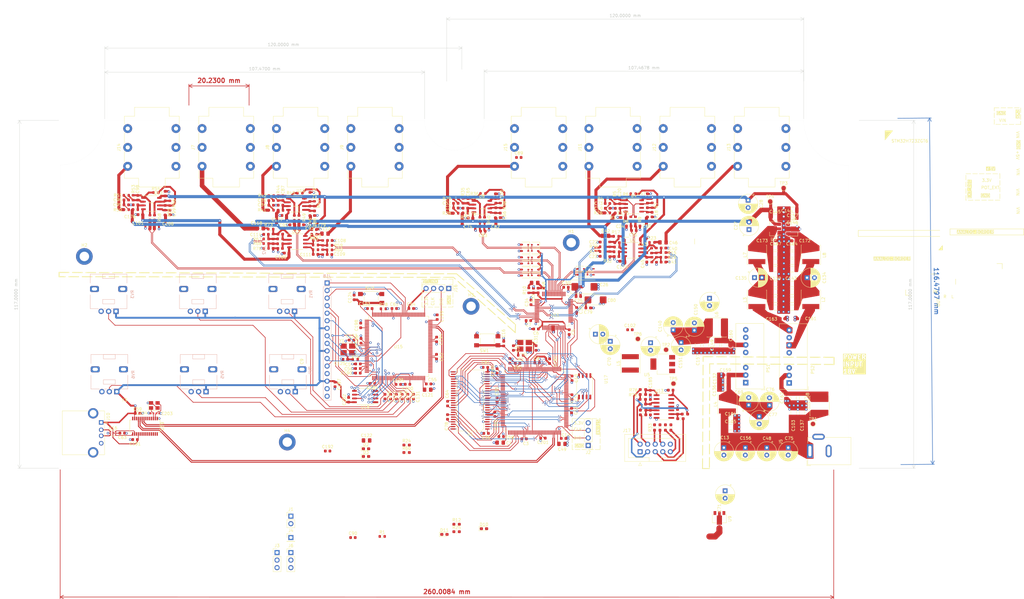
<source format=kicad_pcb>
(kicad_pcb (version 20221018) (generator pcbnew)
  (layers (0 "F.Cu" signal) (1 "In1.Cu" signal) (2 "In2.Cu" signal) (31 "B.Cu" signal) (34 "B.Paste" user) (35 "F.Paste" user) (36 "B.SilkS" user "B.Silkscreen") (37 "F.SilkS" user "F.Silkscreen") (38 "B.Mask" user) (39 "F.Mask" user) (44 "Edge.Cuts" user))
  (property "SHEETTOTAL" "4")
  (net 0 "")
  (net 1 "GND")
  (net 2 "Net-(C1-Pad1)")
  (net 3 "Net-(C49-Pad1)")
  (net 4 "Net-(U7-BOOT0)")
  (net 5 "/MCU/DSP_FLASH_D2")
  (net 6 "5V")
  (net 7 "Net-(U4A--)")
  (net 8 "Net-(U4B--)")
  (net 9 "+3.3V")
  (net 10 "Net-(U4A-+)")
  (net 11 "/MCU/DSP_SDRAM_DATA_BUS0")
  (net 12 "AD1939_SPI_CS")
  (net 13 "Net-(U4B-+)")
  (net 14 "Net-(C19-Pad2)")
  (net 15 "Net-(C22-Pad2)")
  (net 16 "ADC1N")
  (net 17 "AD1939_CM")
  (net 18 "+3.3VA")
  (net 19 "/MCU/DSP_SDRAM_DATA_BUS1")
  (net 20 "Net-(C41-Pad1)")
  (net 21 "GUITAR_OUT_L{slash}MONO")
  (net 22 "Net-(C44-Pad2)")
  (net 23 "GUITAR_OUT_R")
  (net 24 "Net-(C40-Pad2)")
  (net 25 "ADC1P")
  (net 26 "Net-(C42-Pad1)")
  (net 27 "AD1939_MCLKI")
  (net 28 "AD1939_MCLKO")
  (net 29 "Net-(C46-Pad1)")
  (net 30 "Net-(C67-Pad1)")
  (net 31 "AD1939_LF")
  (net 32 "+9V")
  (net 33 "Net-(C73-Pad1)")
  (net 34 "-9V")
  (net 35 "AD1939_FILTR")
  (net 36 "OSC0")
  (net 37 "GUITAR_IN")
  (net 38 "TAP_TEMPO_INPUT")
  (net 39 "PWR_INPUT_12V-18V")
  (net 40 "/MCU/NRST")
  (net 41 "Net-(C20-Pad2)")
  (net 42 "Net-(C21-Pad2)")
  (net 43 "Net-(C23-Pad1)")
  (net 44 "POT5")
  (net 45 "POT1")
  (net 46 "POT6")
  (net 47 "POT2")
  (net 48 "POT3")
  (net 49 "POT_EXT")
  (net 50 "POT4")
  (net 51 "OSC1")
  (net 59 "Net-(U2B--)")
  (net 60 "Net-(U2B-+)")
  (net 61 "Net-(C2-Pad2)")
  (net 62 "Audio_Main_Output")
  (net 64 "Net-(C39-Pad2)")
  (net 67 "/MCU/DSP_SDRAM_DATA_BUS2")
  (net 68 "/MCU/DSP_SDRAM_DATA_BUS3")
  (net 69 "/MCU/DSP_FLASH_D3")
  (net 70 "/MCU/DSP_SDRAM_DATA_BUS4")
  (net 71 "/MCU/DSP_SDRAM_DATA_BUS5")
  (net 72 "/MCU/DSP_SDRAM_DATA_BUS6")
  (net 73 "/MCU/DSP_SDRAM_DATA_BUS7")
  (net 75 "/MCU/DSP_SDRAM_ADRESS_BUS11")
  (net 80 "/MCU/DSP_SDRAM_ADRESS_BUS10")
  (net 81 "/MCU/DSP_SDRAM_ADRESS_BUS0")
  (net 82 "/MCU/DSP_SDRAM_ADRESS_BUS1")
  (net 83 "/MCU/DSP_SDRAM_ADRESS_BUS2")
  (net 84 "/MCU/DSP_SDRAM_ADRESS_BUS3")
  (net 90 "/MCU/DSP_SDRAM_ADRESS_BUS4")
  (net 91 "/MCU/DSP_FLASH_D0")
  (net 93 "/MCU/DSP_SDRAM_ADRESS_BUS5")
  (net 95 "/MCU/DSP_SDRAM_ADRESS_BUS6")
  (net 96 "/MCU/DSP_SDRAM_ADRESS_BUS7")
  (net 97 "/MCU/DSP_SDRAM_ADRESS_BUS8")
  (net 104 "/MCU/DSP_SDRAM_ADRESS_BUS9")
  (net 118 "Net-(C37-Pad2)")
  (net 119 "Net-(D10-A)")
  (net 120 "Net-(D11-A)")
  (net 121 "LED1")
  (net 122 "LED2")
  (net 123 "DAC2P")
  (net 124 "DAC2N")
  (net 125 "DAC1N")
  (net 126 "DAC1P")
  (net 148 "/MCU/DSP_SDRAM_DATA_BUS8")
  (net 151 "/MCU/DSP_SDRAM_DATA_BUS9")
  (net 152 "/MCU/DSP_SDRAM_DATA_BUS10")
  (net 153 "/MCU/DSP_SDRAM_DATA_BUS11")
  (net 154 "/MCU/DSP_SDRAM_DATA_BUS12")
  (net 155 "/MCU/DSP_SDRAM_DATA_BUS13")
  (net 156 "/MCU/DSP_SDRAM_DATA_BUS14")
  (net 157 "/MCU/DSP_SDRAM_DATA_BUS15")
  (net 182 "Audio_Loop1_Send")
  (net 183 "Net-(C52-Pad1)")
  (net 184 "Net-(U8A-+)")
  (net 189 "Net-(U5-VI)")
  (net 190 "Net-(U8A--)")
  (net 192 "Net-(C65-Pad2)")
  (net 193 "Net-(U8B-+)")
  (net 194 "Net-(U8B--)")
  (net 195 "Net-(C72-Pad2)")
  (net 196 "Net-(C84-Pad2)")
  (net 197 "Net-(C85-Pad1)")
  (net 198 "Net-(U10A-+)")
  (net 199 "Net-(U10A--)")
  (net 200 "Net-(C87-Pad2)")
  (net 201 "Net-(U10B-+)")
  (net 202 "Net-(U10B--)")
  (net 203 "Net-(C91-Pad2)")
  (net 204 "Net-(C95-Pad2)")
  (net 205 "Net-(C96-Pad1)")
  (net 206 "Net-(U12A-+)")
  (net 207 "Net-(U12A--)")
  (net 208 "Net-(C98-Pad2)")
  (net 209 "Net-(U12B-+)")
  (net 210 "Net-(U12B--)")
  (net 211 "Net-(C100-Pad2)")
  (net 212 "Net-(C108-Pad2)")
  (net 213 "Net-(C109-Pad1)")
  (net 214 "Net-(U14B--)")
  (net 215 "Net-(C110-Pad2)")
  (net 216 "Net-(U14B-+)")
  (net 217 "Net-(C112-Pad1)")
  (net 218 "Audio_Loop2_Send")
  (net 219 "Net-(C114-Pad2)")
  (net 220 "Net-(C115-Pad1)")
  (net 221 "Net-(C116-Pad2)")
  (net 222 "Net-(C118-Pad1)")
  (net 223 "Audio_Loop3_Send")
  (net 228 "Audio_Main_Input")
  (net 229 "Audio_Loop1_Return")
  (net 230 "Audio_Loop2_Return")
  (net 231 "Audio_Loop3_Return")
  (net 232 "Net-(U2A-+)")
  (net 233 "Net-(U2A--)")
  (net 234 "Net-(U14A--)")
  (net 235 "Net-(U14A-+)")
  (net 236 "DAC4P")
  (net 237 "DAC4N")
  (net 238 "DAC3P")
  (net 239 "DAC3N")
  (net 244 "ADC2P")
  (net 245 "ADC2N")
  (net 246 "ADC3P")
  (net 247 "ADC3N")
  (net 248 "ADC4P")
  (net 249 "ADC4N")
  (net 250 "Net-(C121-Pad1)")
  (net 251 "Net-(C122-Pad1)")
  (net 252 "OSC0_2")
  (net 253 "/Display_Interface/MCU_Display/NRST_2")
  (net 254 "Net-(C125-Pad2)")
  (net 255 "Net-(D2-A)")
  (net 256 "Net-(D3-A)")
  (net 257 "Net-(U15-BOOT0)")
  (net 258 "OSC1_2")
  (net 259 "/MCU/DSP_SDRAM_LDQM")
  (net 260 "/MCU/DSP_SDRAM_WE")
  (net 262 "/MCU/DSP_FLASH_D1")
  (net 263 "/MCU/DSP_FLASH_CLK")
  (net 264 "/MCU/DSP_FLASH_CS")
  (net 351 "AD1939_SAI1A_SDO")
  (net 352 "AD1939_SAI1A_CK")
  (net 353 "AD1939_SAI1A_WS")
  (net 354 "AD1939_SAI1B_SDI")
  (net 355 "/MCU/DSP_SDRAM_CAS")
  (net 356 "/MCU/DSP_SDRAM_RAS")
  (net 357 "/MCU/DSP_SDRAM_CS")
  (net 363 "SWDIO_DSP")
  (net 364 "SWCLK_DSP")
  (net 365 "SWDIO_DISP")
  (net 366 "SWCLK_DISP")
  (net 367 "Net-(PS2-+Vin)")
  (net 370 "/Power/+12V")
  (net 371 "/Power/-12V")
  (net 372 "Earth")
  (net 376 "Net-(PS1-+Vin)")
  (net 377 "Net-(PS1-+Vout)")
  (net 378 "/MCU/DSP_SDRAM_CKE")
  (net 379 "/MCU/DSP_SDRAM_CLK")
  (net 380 "/MCU/DSP_SDRAM_UDQM")
  (net 381 "Net-(C134-Pad1)")
  (net 382 "Net-(C135-Pad2)")
  (net 383 "Net-(U6-IN)")
  (net 384 "Net-(U3-VI)")
  (net 385 "Net-(C185-Pad1)")
  (net 386 "Net-(C186-Pad1)")
  (net 387 "Net-(C187-Pad1)")
  (net 388 "Net-(C188-Pad1)")
  (net 389 "Footswitch_1")
  (net 390 "Footswitch_2")
  (net 391 "Footswitch_3")
  (net 392 "Footswitch_4")
  (net 393 "LED1_PIN")
  (net 394 "LED2_PIN")
  (net 395 "LED3_PIN")
  (net 396 "LED3")
  (net 397 "LED4_PIN")
  (net 398 "LED4")
  (net 399 "Footswitch_1_INTERRUPT_PIN")
  (net 400 "Footswitch_2_INTERRUPT_PIN")
  (net 401 "Footswitch_3_INTERRUPT_PIN")
  (net 402 "Footswitch_4_INTERRUPT_PIN")
  (net 407 "/MCU/USB_Conn_D-")
  (net 408 "/MCU/USB_Conn_D+")
  (net 426 "/Display_Interface/MCU_Display/DISPLAY_FLASH_D2")
  (net 427 "/Display_Interface/MCU_Display/DISPLAY_FLASH_D3")
  (net 428 "/Display_Interface/MCU_Display/DISPLAY_FLASH_D0")
  (net 429 "/Display_Interface/MCU_Display/DISPLAY_FLASH_D1")
  (net 430 "/Display_Interface/MCU_Display/DISPLAY_FLASH_CLK")
  (net 431 "/Display_Interface/MCU_Display/DISPLAY_FLASH_CS")
  (net 432 "Net-(U19-XOUT)")
  (net 433 "Net-(U19-XIN)")
  (net 435 "Net-(U19-DMU)")
  (net 436 "Net-(U19-DPU)")
  (net 438 "DSP_USB_HS_D-")
  (net 439 "DSP_USB_HS_D+")
  (net 440 "DISPLAY_USB_HS_D-")
  (net 441 "DISPLAY_USB_HS_D+")
  (net 442 "/Display_Interface/MCU_Display/ILI9341_TOUCH_IRQ")
  (net 443 "/Display_Interface/MCU_Display/ILI9341_TOUCH_MISO")
  (net 444 "/Display_Interface/MCU_Display/ILI9341_TOUCH_MOSI")
  (net 445 "/Display_Interface/MCU_Display/ILI9341_TOUCH_CS")
  (net 446 "/Display_Interface/MCU_Display/ILI9341_TOUCH_CLK")
  (net 447 "/Display_Interface/MCU_Display/ILI9341_DISPLAY_MISO")
  (net 448 "/Display_Interface/MCU_Display/ILI9341_DISPLAY_CLK")
  (net 449 "/Display_Interface/MCU_Display/ILI9341_DISPLAY_MOSI")
  (net 450 "/Display_Interface/MCU_Display/ILI9341_DISPLAY_RESET")
  (net 451 "/Display_Interface/MCU_Display/ILI9341_DISPLAY_CS")
  (net 454 "AD1939_SPI_MISO")
  (net 455 "AD1939_SPI_MOSI")
  (net 456 "AD1939_SPI_CLK")
  (footprint "Capacitor_SMD:C_0603_1608Metric" (layer "F.Cu") (at 199.7258 107.4632 90)
    (fp_text reference "C31")
    (fp_text value "10p")
  )
  (footprint "Package_SO:SSOP-8_3.9x5.05mm_P1.27mm" (layer "F.Cu") (at 181.525 59.859)
    (fp_text reference "U8")
    (fp_text value "OP275")
  )
  (footprint "Capacitor_SMD:C_0603_1608Metric" (layer "F.Cu") (at 115.0938 62.8696)
    (fp_text reference "C177")
    (fp_text value "100n")
  )
  (footprint "Capacitor_SMD:C_0603_1608Metric" (layer "F.Cu") (at 125.6106 71.2106)
    (fp_text reference "C110")
    (fp_text value "68p")
  )
  (footprint "Resistor_SMD:R_0603_1608Metric" (layer "F.Cu") (at 226.6574 69.8924)
    (fp_text reference "R17")
    (fp_text value "604")
  )
  (footprint "Capacitor_SMD:C_0603_1608Metric" (layer "F.Cu") (at 187.675 62.829 -90)
    (fp_text reference "C66")
    (fp_text value "100n")
  )
  (footprint "Capacitor_SMD:C_0603_1608Metric" (layer "F.Cu") (at 65.767 129.4638)
    (fp_text reference "C59")
    (fp_text value "100n")
  )
  (footprint "Crystal:Crystal_SMD_3225-4Pin_3.2x2.5mm" (layer "F.Cu") (at 71.427 126.7882)
    (fp_text reference "Y3")
    (fp_text value "Crystal_GND24")
  )
  (footprint "Capacitor_SMD:C_0603_1608Metric" (layer "F.Cu") (at 166.2822 110.3598 -90)
    (fp_text reference "C62")
    (fp_text value "100n")
  )
  (footprint "Package_SO:SSOP-8_3.9x5.05mm_P1.27mm" (layer "F.Cu") (at 232.5434 59.6728)
    (fp_text reference "U4")
    (fp_text value "OP275")
  )
  (footprint "Capacitor_SMD:C_0603_1608Metric" (layer "F.Cu") (at 125.1268 67.6332)
    (fp_text reference "C179")
    (fp_text value "100n")
  )
  (footprint "Inductor_SMD:L_Sunlord_SWPA6020S" (layer "F.Cu") (at 292.0854 76.1368 90)
    (fp_text reference "L8")
    (fp_text value "10uH")
  )
  (footprint "Capacitor_SMD:C_0603_1608Metric" (layer "F.Cu") (at 229.0382 63.5646)
    (fp_text reference "C175")
    (fp_text value "100n")
  )
  (footprint "Capacitor_SMD:C_0603_1608Metric" (layer "F.Cu") (at 156.63236 123.8258 -90)
    (fp_text reference "C130")
    (fp_text value "100n")
  )
  (footprint "Resistor_SMD:R_0603_1608Metric" (layer "F.Cu") (at 111.3686 69.9526 90)
    (fp_text reference "R69" hide)
    (fp_text value "3k")
  )
  (footprint "Resistor_SMD:R_0603_1608Metric" (layer "F.Cu") (at 108.9916 70.778)
    (fp_text reference "R67")
    (fp_text value "3k")
  )
  (footprint "Capacitor_SMD:C_0603_1608Metric" (layer "F.Cu") (at 169.9794 130.6566 -90)
    (fp_text reference "C78")
    (fp_text value "100n")
  )
  (footprint "Capacitor_SMD:C_0603_1608Metric" (layer "F.Cu") (at 129.6702 142.113)
    (fp_text reference "C192")
    (fp_text value "100n")
  )
  (footprint "Connector_Audio:Jack_6.35mm_Neutrik_NMJ6HCD2_Horizontal" (layer "F.Cu") (at 242.48625 46.3334 90)
    (fp_text reference "J12")
    (fp_text value "AudioJack_LOOP3_RETURN")
  )
  (footprint "Resistor_SMD:R_0603_1608Metric" (layer "F.Cu") (at 130.3106 74.4606 180)
    (fp_text reference "R60")
    (fp_text value "3k")
  )
  (footprint "Connector_Audio:Jack_6.35mm_Neutrik_NMJ6HCD2_Horizontal" (layer "F.Cu") (at 192.48625 46.3334 90)
    (fp_text reference "J15")
    (fp_text value "AudioJack_LOOP2_RETURN")
  )
  (footprint "TestPoint:TestPoint_Pad_D1.5mm" (layer "F.Cu") (at 243.4386 108.0506)
    (fp_text reference "TP2")
    (fp_text value "TestPoint_5V")
  )
  (footprint "Resistor_SMD:R_0603_1608Metric" (layer "F.Cu") (at 113.8624 61.1432 180)
    (fp_text reference "R43" hide)
    (fp_text value "100R")
  )
  (footprint "Resistor_SMD:R_0603_1608Metric" (layer "F.Cu") (at 187.7528 59.5044 -90)
    (fp_text reference "R38")
    (fp_text value "5.76k")
  )
  (footprint "Capacitor_SMD:C_0603_1608Metric" (layer "F.Cu") (at 213.385 94.625 -90)
    (fp_text reference "C32")
    (fp_text value "100n")
  )
  (footprint "Library:TSOP-2-50-new" (layer "F.Cu") (at 177.6256 125.1 90)
    (fp_text reference "U1")
    (fp_text value "IS42S16100H-7TL")
  )
  (footprint "Capacitor_SMD:C_1206_3216Metric" (layer "F.Cu") (at 254.099 106.592 -90)
    (fp_text reference "C157")
    (fp_text value "10uF")
  )
  (footprint "Capacitor_SMD:C_0603_1608Metric" (layer "F.Cu") (at 137.7192 104.7956)
    (fp_text reference "C123")
    (fp_text value "10p")
  )
  (footprint "Resistor_SMD:R_0603_1608Metric" (layer "F.Cu") (at 175.971 62.0536 180)
    (fp_text reference "R34")
    (fp_text value "100R")
  )
  (footprint "Resistor_SMD:R_0603_1608Metric" (layer "F.Cu") (at 113.7194 72.4026 180)
    (fp_text reference "R72" hide)
    (fp_text value "3k")
  )
  (footprint "Resistor_SMD:R_0603_1608Metric" (layer "F.Cu") (at 172.7678 57.2274 180)
    (fp_text reference "R29")
    (fp_text value "1M")
  )
  (footprint "Resistor_SMD:R_0603_1608Metric" (layer "F.Cu") (at 175.1932 57.9536 -90)
    (fp_text reference "R35")
    (fp_text value "1M")
  )
  (footprint "Capacitor_SMD:C_0603_1608Metric" (layer "F.Cu") (at 158.5526 123.8258 -90)
    (fp_text reference "C131")
    (fp_text value "100n")
  )
  (footprint "Resistor_SMD:R_0603_1608Metric" (layer "F.Cu") (at 232.3842 55.5966 180)
    (fp_text reference "R6")
    (fp_text value "5.76k")
  )
  (footprint "Capacitor_SMD:C_1206_3216Metric" (layer "F.Cu") (at 280.258756 73.49833)
    (fp_text reference "C167")
    (fp_text value "10uF")
  )
  (footprint "Capacitor_SMD:C_0603_1608Metric" (layer "F.Cu") (at 227.858 58.1466 90)
    (fp_text reference "C20")
    (fp_text value "1p")
  )
  (footprint "Resistor_SMD:R_0603_1608Metric" (layer "F.Cu") (at 238.559 74.6972 90)
    (fp_text reference "R21" hide)
    (fp_text value "3k")
  )
  (footprint "Capacitor_SMD:C_0603_1608Metric" (layer "F.Cu") (at 233.8842 66.4366)
    (fp_text reference "C50")
    (fp_text value "1nF")
  )
  (footprint "Capacitor_SMD:C_0603_1608Metric" (layer "F.Cu") (at 188.8666 105.9946 90)
    (fp_text reference "C16")
    (fp_text value "100n")
  )
  (footprint "Capacitor_SMD:C_0603_1608Metric" (layer "F.Cu") (at 175.971 60.422 180)
    (fp_text reference "C53" hide)
    (fp_text value "100n")
  )
  (footprint "Capacitor_SMD:C_0603_1608Metric" (layer "F.Cu") (at 130.3106 76.0006)
    (fp_text reference "C109")
    (fp_text value "560p")
  )
  (footprint "Capacitor_SMD:C_1206_3216Metric" (layer "F.Cu") (at 285.769 73.539536 180)
    (fp_text reference "C164")
    (fp_text value "10uF")
  )
  (footprint "Capacitor_SMD:C_1206_3216Metric" (layer "F.Cu") (at 265.1242 134.0706)
    (fp_text reference "C105")
    (fp_text value "10uF")
  )
  (footprint "Resistor_SMD:R_0603_1608Metric_Pad0.98x0.95mm_HandSolder" (layer "F.Cu") (at 239.5544 134.2122 -90)
    (fp_text reference "R33")
    (fp_text value "1k")
  )
  (footprint "Capacitor_SMD:C_0603_1608Metric" (layer "F.Cu") (at 217.2566 93.9766 180)
    (fp_text reference "C79")
    (fp_text value "100n")
  )
  (footprint "Resistor_SMD:R_0603_1608Metric" (layer "F.Cu") (at 222.0804 75.007732)
    (fp_text reference "R27")
    (fp_text value "3k")
  )
  (footprint "Connector_Audio:Jack_6.35mm_Neutrik_NMJ6HCD2_Horizontal" (layer "F.Cu") (at 112.476251 46.3334 90)
    (fp_text reference "J8")
    (fp_text value "AudioJack_LOOP1_RETURN")
  )
  (footprint "Crystal:Crystal_SMD_SeikoEpson_TSX3225-4Pin_3.2x2.5mm_HandSoldering" (layer "F.Cu") (at 195.8658 106.7032 180)
    (fp_text reference "Y2")
    (fp_text value "X1E0000210132")
  )
  (footprint "Capacitor_SMD:C_0603_1608Metric" (layer "F.Cu") (at 143.8402 94.1902 180)
    (fp_text reference "C193")
    (fp_text value "100n")
  )
  (footprint "Resistor_SMD:R_0603_1608Metric" (layer "F.Cu") (at 240.209 77.748 90)
    (fp_text reference "R20" hide)
    (fp_text value "3k")
  )
  (footprint "Capacitor_SMD:C_0603_1608Metric" (layer "F.Cu") (at 176.8626 57.9536 90)
    (fp_text reference "C65")
    (fp_text value "1p")
  )
  (footprint "Resistor_SMD:R_0603_1608Metric_Pad0.98x0.95mm_HandSolder" (layer "F.Cu") (at 156.2322 142.6222)
    (fp_text reference "R66")
    (fp_text value "1k")
  )
  (footprint "Capacitor_SMD:C_1206_3216Metric" (layer "F.Cu") (at 285.769 76.011342 180)
    (fp_text reference "C169" hide)
    (fp_text value "10uF")
  )
  (footprint "Diode_SMD:D_SOD-323" (layer "F.Cu") (at 218.078 80.818)
    (fp_text reference "D6" hide)
    (fp_text value "1N5819")
  )
  (footprint "Resistor_SMD:R_0603_1608Metric" (layer "F.Cu") (at 138.963 111.2498 180)
    (fp_text reference "R74")
    (fp_text value "100R")
  )
  (footprint "Resistor_SMD:R_0603_1608Metric" (layer "F.Cu") (at 237.1342 62.5966 -90)
    (fp_text reference "R11" hide)
    (fp_text value "100R")
  )
  (footprint "Resistor_SMD:R_0603_1608Metric" (layer "F.Cu") (at 233.1342 64.1466 90)
    (fp_text reference "R9")
    (fp_text value "220R")
  )
  (footprint "Converter_DCDC:Converter_DCDC_XP_POWER-ITxxxxxS_THT" (layer "F.Cu") (at 284.822821 119.2134 180)
    (fp_text reference "PS2")
    (fp_text value "WRA2412S-3WR2")
  )
  (footprint "Capacitor_SMD:C_0603_1608Metric" (layer "F.Cu") (at 61.9982 59.3058 180)
    (fp_text reference "C95")
    (fp_text value "10p")
  )
  (footprint "Capacitor_SMD:C_0603_1608Metric" (layer "F.Cu") (at 125.2678 62.125 -90)
    (fp_text reference "C88")
    (fp_text value "100n")
  )
  (footprint "Capacitor_SMD:C_1206_3216Metric" (layer "F.Cu") (at 285.769 85.929786 180)
    (fp_text reference "C143")
    (fp_text value "10uF")
  )
  (footprint "Capacitor_SMD:C_0603_1608Metric" (layer "F.Cu") (at 183.125 66.639)
    (fp_text reference "C82")
    (fp_text value "1nF")
  )
  (footprint "Resistor_SMD:R_0603_1608Metric_Pad0.98x0.95mm_HandSolder" (layer "F.Cu") (at 235.6428 123.1124)
    (fp_text reference "R75")
    (fp_text value "10k")
  )
  (footprint "Capacitor_THT:CP_Radial_D6.3mm_P2.50mm" (layer "F.Cu") (at 252.948559 101.5234 90)
    (fp_text reference "C150")
    (fp_text value "100uF")
  )
  (footprint "Capacitor_SMD:C_0603_1608Metric" (layer "F.Cu") (at 61.9982 57.6558 180)
    (fp_text reference "C96")
    (fp_text value "100n")
  )
  (footprint "Capacitor_SMD:C_0603_1608Metric" (layer "F.Cu") (at 181.875 68.159 180)
    (fp_text reference "C83")
    (fp_text value "100pF")
  )
  (footprint "Resistor_SMD:R_0603_1608Metric" (layer "F.Cu") (at 128.0106 75.2106 90)
    (fp_text reference "R62" hide)
    (fp_text value "3k")
  )
  (footprint "Capacitor_SMD:C_0603_1608Metric" (layer "F.Cu") (at 60.6382 136.0924)
    (fp_text reference "C63")
    (fp_text value "100n")
  )
  (footprint "TestPoint:TestPoint_Pad_D1.5mm" (layer "F.Cu") (at 278.4338 58.165)
    (fp_text reference "TP4")
    (fp_text value "TestPoint_-9V")
  )
  (footprint "Capacitor_SMD:C_0603_1608Metric" (layer "F.Cu") (at 200.41935 88.1082 90)
    (fp_text reference "C68")
    (fp_text value "2.2nF")
  )
  (footprint "Capacitor_SMD:C_0603_1608Metric" (layer "F.Cu") (at 75.0782 58.7146 90)
    (fp_text reference "C100" hide)
    (fp_text value "120p")
  )
  (footprint "Inductor_SMD:L_Sunlord_SWPA6020S" (layer "F.Cu") (at 273.9612 76.142682 90)
    (fp_text reference "L7")
    (fp_text value "10uH")
  )
  (footprint "Capacitor_SMD:C_0603_1608Metric" (layer "F.Cu") (at 148.9514 123.8258 -90)
    (fp_text reference "C126")
    (fp_text value "100n")
  )
  (footprint "Resistor_SMD:R_0603_1608Metric" (layer "F.Cu") (at 61.9982 60.9058)
    (fp_text reference "R50")
    (fp_text value "100R")
  )
  (footprint "Resistor_SMD:R_0603_1608Metric" (layer "F.Cu") (at 224.4788 72.5916 90)
    (fp_text reference "R31" hide)
    (fp_text value "3k")
  )
  (footprint "Capacitor_SMD:C_0603_1608Metric" (layer "F.Cu") (at 150.87164 123.8258 -90)
    (fp_text reference "C127")
    (fp_text value "100n")
  )
  (footprint "Resistor_SMD:R_0603_1608Metric" (layer "F.Cu") (at 120.0378 63.725 90)
    (fp_text reference "R49")
    (fp_text value "220R")
  )
  (footprint "Resistor_SMD:R_0603_1608Metric_Pad0.98x0.95mm_HandSolder" (layer "F.Cu") (at 245.053866 134.2122 -90)
    (fp_text reference "R83" hide)
    (fp_text value "1k")
  )
  (footprint "Capacitor_SMD:C_1206_3216Metric" (layer "F.Cu") (at 280.258756 78.44194)
    (fp_text reference "C165" hide)
    (fp_text value "10uF")
  )
  (footprint "Resistor_SMD:R_0603_1608Metric" (layer "F.Cu") (at 130.3106 72.9206 180)
    (fp_text reference "R59")
    (fp_text value "3k")
  )
  (footprint "Connector_BarrelJack:BarrelJack_GCT_DCJ200-10-A_Horizontal" (layer "F.Cu") (at 291.7862 142.117 90)
    (fp_text reference "J5")
    (fp_text value "Barrel_Jack_MountingPin")
  )
  (footprint "Package_SO:SSOP-8_3.9x5.05mm_P1.27mm" (layer "F.Cu") (at 119.5194 71.6826)
    (fp_text reference "U14")
    (fp_text value "OP275")
  )
  (footprint "Capacitor_THT:CP_Radial_D6.3mm_P2.50mm" (layer "F.Cu") (at 277.284562 140.9918 -90)
    (fp_text reference "C48")
    (fp_text value "100uF")
  )
  (footprint "Capacitor_SMD:C_0603_1608Metric" (layer "F.Cu") (at 65.0982 59.3058 180)
    (fp_text reference "C97" hide)
    (fp_text value "100n")
  )
  (footprint "Diode_SMD:D_SOD-323" (layer "F.Cu") (at 214.776 80.8144)
    (fp_text reference "D5" hide)
    (fp_text value "1N5819")
  )
  (footprint "Capacitor_THT:CP_Radial_D6.3mm_P2.50mm" (layer "F.Cu") (at 238.238713 105.69992 -90)
    (fp_text reference "C29" hide)
    (fp_text value "47uF")
  )
  (footprint "Capacitor_SMD:C_0603_1608Metric" (layer "F.Cu") (at 123.6978 58.925 90)
    (fp_text reference "C91" hide)
    (fp_text value "120p")
  )
  (footprint "Capacitor_SMD:C_1206_3216Metric" (layer "F.Cu") (at 280.073 61.0052)
    (fp_text reference "C144")
    (fp_text value "10uF")
  )
  (footprint "Capacitor_SMD:C_0805_2012Metric_Pad1.18x1.45mm_HandSolder" (layer "F.Cu") (at 223.0874 69.7224 180)
    (fp_text reference "C42")
    (fp_text value "2u2")
  )
  (footprint "Connector_IDC:IDC-Header_2x05_P2.54mm_Vertical" (layer "F.Cu") (at 234.7076 142.3514 90)
    (fp_text reference "J17")
    (fp_text value "Conn_01x10_Footswitch")
  )
  (footprint "Capacitor_SMD:C_0603_1608Metric" (layer "F.Cu") (at 232.6342 67.9466 180)
    (fp_text reference "C51")
    (fp_text value "100pF")
  )
  (footprint "Capacitor_SMD:C_0603_1608Metric" (layer "F.Cu") (at 182.945 136.1858 180)
    (fp_text reference "C36")
    (fp_text value "100n")
  )
  (footprint "Capacitor_SMD:C_0603_1608Metric" (layer "F.Cu") (at 166.4938 97.0926 90)
    (fp_text reference "C199")
    (fp_text value "100n")
  )
  (footprint "Diode_SMD:D_SOD-323" (layer "F.Cu") (at 196.1 79.0456 180)
    (fp_text reference "D18" hide)
    (fp_text value "1N5819")
  )
  (footprint "Capacitor_SMD:C_1206_3216Metric" (layer "F.Cu") (at 280.258756 88.573657)
    (fp_text reference "C141" hide)
    (fp_text value "10uF")
  )
  (footprint "Capacitor_SMD:C_1206_3216Metric" (layer "F.Cu") (at 265.1242 131.4706)
    (fp_text reference "C104")
    (fp_text value "10uF")
  )
  (footprint "Capacitor_SMD:C_0603_1608Metric" (layer "F.Cu") (at 231.2958 101.3276)
    (fp_text reference "C102")
    (fp_text value "100n")
  )
  (footprint "Resistor_SMD:R_0603_1608Metric" (layer "F.Cu") (at 222.0804 73.413866)
    (fp_text reference "R30")
    (fp_text value "3k")
  )
  (footprint "Resistor_SMD:R_0603_1608Metric" (layer "F.Cu") (at 125.6106 74.4106)
    (fp_text reference "R64" hide)
    (fp_text value "3k")
  )
  (footprint "Capacitor_SMD:C_0603_1608Metric" (layer "F.Cu") (at 192.1158 107.4632 -90)
    (fp_text reference "C37")
    (fp_text value "10p")
  )
  (footprint "TestPoint:TestPoint_Pad_D1.5mm" (layer "F.Cu") (at 233.968954 104.40436)
    (fp_text reference "TP6")
    (fp_text value "TestPoint_3V3A")
  )
  (footprint "Diode_SMD:D_SOD-323" (layer "F.Cu") (at 196.0928 76.9594 180)
    (fp_text reference "D20" hide)
    (fp_text value "1N5819")
  )
  (footprint "Resistor_SMD:R_0603_1608Metric" (layer "F.Cu") (at 148.025 170.845)
    (fp_text reference "R1")
    (fp_text value "10k")
  )
  (footprint "Resistor_SMD:R_0603_1608Metric" (layer "F.Cu") (at 180.875 64.329 90)
    (fp_text reference "R39" hide)
    (fp_text value "220R")
  )
  (footprint "Capacitor_SMD:C_0603_1608Metric" (layer "F.Cu") (at 193.9284 43.3546)
    (fp_text reference "C89")
    (fp_text value "100n")
  )
  (footprint "Capacitor_SMD:C_1206_3216Metric" (layer "F.Cu") (at 280.258756 93.8614)
    (fp_text reference "C154" hide)
    (fp_text value "10uF")
  )
  (footprint "Capacitor_THT:CP_Radial_D6.3mm_P2.50mm" (layer "F.Cu") (at 224.685041 105.21884 -90)
    (fp_text reference "C70")
    (fp_text value "100uF")
  )
  (footprint "Resistor_SMD:R_0603_1608Metric_Pad0.98x0.95mm_HandSolder" (layer "F.Cu") (at 156.2322 140.1122)
    (fp_text reference "R24")
    (fp_text value "1k")
  )
  (footprint "Resistor_SMD:R_0603_1608Metric" (layer "F.Cu") (at 148.4126 94.2662)
    (fp_text reference "R18")
    (fp_text value "10k")
  )
  (footprint "Capacitor_SMD:C_0603_1608Metric" (layer "F.Cu") (at 172.7616 58.7774 180)
    (fp_text reference "C52")
    (fp_text value "100n")
  )
  (footprint "Capacitor_THT:CP_Radial_D6.3mm_P2.50mm" (layer "F.Cu") (at 271.207 126.652135 90)
    (fp_text reference "C69")
    (fp_text value "100uF")
  )
  (footprint "Capacitor_SMD:C_0603_1608Metric" (layer "F.Cu") (at 65.8582 56.9058 90)
    (fp_text reference "C98")
    (fp_text value "1p")
  )
  (footprint "Capacitor_THT:CP_Radial_D6.3mm_P2.50mm" (layer "F.Cu") (at 273.152759 83.766318)
    (fp_text reference "C135")
    (fp_text value "100uF")
  )
  (footprint "Capacitor_SMD:C_0603_1608Metric" (layer "F.Cu") (at 172.7678 60.3674 180)
    (fp_text reference "C2")
    (fp_text value "10p")
  )
  (footprint "Capacitor_SMD:C_0603_1608Metric" (layer "F.Cu") (at 193.5302 112.64 180)
    (fp_text reference "C60")
    (fp_text value "100n")
  )
  (footprint "Capacitor_SMD:C_1206_3216Metric" (layer "F.Cu") (at 280.258756 75.970135)
    (fp_text reference "C168" hide)
    (fp_text value "10uF")
  )
  (footprint "Resistor_SMD:R_0603_1608Metric" (layer "F.Cu") (at 238.659 77.748 -90)
    (fp_text reference "R22" hide)
    (fp_text value "3k")
  )
  (footprint "Capacitor_SMD:C_0603_1608Metric" (layer "F.Cu") (at 209.799 87.025)
    (fp_text reference "C30")
    (fp_text value "100n")
  )
  (footprint "Inductor_SMD:L_Sunlord_SWPA6020S" (layer "F.Cu") (at 231.428154 112.63016 90)
    (fp_text reference "L5")
    (fp_text value "10uH")
  )
  (footprint "Capacitor_THT:CP_Radial_D6.3mm_P2.50mm" (layer "F.Cu") (at 248.487 105.597641 -90)
    (fp_text reference "C151")
    (fp_text value "100uF")
  )
  (footprint "Resistor_SMD:R_0603_1608Metric" (layer "F.Cu") (at 197.2864 88.083 -90)
    (fp_text reference "R10")
    (fp_text value "3.32k")
  )
  (footprint "Capacitor_SMD:C_0603_1608Metric" (layer "F.Cu") (at 238.7342 62.5866 -90)
    (fp_text reference "C18")
    (fp_text value "100n")
  )
  (footprint "Inductor_SMD:L_Sunlord_SWPA6020S" (layer "F.Cu") (at 295.0646 126.9216 90)
    (fp_text reference "L1")
    (fp_text value "10uH")
  )
  (footprint "Resistor_SMD:R_0603_1608Metric" (layer "F.Cu") (at 113.7194 70.7526)
    (fp_text reference "R71" hide)
    (fp_text value "3k")
  )
  (footprint "Resistor_SMD:R_0603_1608Metric" (layer "F.Cu") (at 76.6482 58.7646 -90)
    (fp_text reference "R56")
    (fp_text value "5.76k")
  )
  (footprint "Capacitor_SMD:C_0603_1608Metric" (layer "F.Cu") (at 230.8842 66.4266)
    (fp_text reference "C24")
    (fp_text value "1nF")
  )
  (footprint "Resistor_SMD:R_0603_1608Metric" (layer "F.Cu") (at 224.5074 75.8424 90)
    (fp_text reference "R32")
    (fp_text value "3k")
  )
  (footprint "Resistor_SMD:R_0603_1608Metric_Pad0.98x0.95mm_HandSolder" (layer "F.Cu") (at 235.7106 128.367)
    (fp_text reference "R80" hide)
    (fp_text value "10k")
  )
  (footprint "TestPoint:TestPoint_Pad_D1.5mm" (layer "F.Cu") (at 245.9158 119.4358)
    (fp_text reference "TP5")
    (fp_text value "TestPoint_3V3")
  )
  (footprint "Connector_Audio:Jack_6.35mm_Neutrik_NMJ6HCD2_Horizontal" (layer "F.Cu") (at 62.476251 46.3334 90)
    (fp_text reference "J14")
    (fp_text value "AudioJack_INPUT")
  )
  (footprint "Resistor_SMD:R_0603_1608Metric" (layer "F.Cu") (at 120.3584 55.3466 180)
    (fp_text reference "R45")
    (fp_text value "5.76k")
  )
  (footprint "Resistor_SMD:R_0603_1608Metric" (layer "F.Cu") (at 61.9982 56.1058 180)
    (fp_text reference "R51")
    (fp_text value "1M")
  )
  (footprint "Package_SO:SSOP-8_3.9x5.05mm_P1.27mm" (layer "F.Cu") (at 119.1878 59.085)
    (fp_text reference "U10")
    (fp_text value "OP275")
  )
  (footprint "Capacitor_SMD:C_0805_2012Metric_Pad1.18x1.45mm_HandSolder" (layer "F.Cu") (at 128.7906 68.9906)
    (fp_text reference "C112")
    (fp_text value "2u2")
  )
  (footprint "Package_SO:SOIC-8_5.23x5.23mm_P1.27mm" (layer "F.Cu") (at 142.2922 123.789 180)
    (fp_text reference "U18")
    (fp_text value "W25Q128JVS")
  )
  (footprint "Capacitor_SMD:C_1206_3216Metric" (layer "F.Cu") (at 263.049 106.592 -90)
    (fp_text reference "C158" hide)
    (fp_text value "10uF")
  )
  (footprint "Resistor_SMD:R_0603_1608Metric" (layer "F.Cu") (at 123.7378 62.125 -90)
    (fp_text reference "R46")
    (fp_text value "100R")
  )
  (footprint "Capacitor_SMD:C_0603_1608Metric" (layer "F.Cu") (at 115.9174 75.521)
    (fp_text reference "C180")
    (fp_text value "100n")
  )
  (footprint "Capacitor_SMD:C_1206_3216Metric" (layer "F.Cu") (at 260.599 106.592 -90)
    (fp_text reference "C149")
    (fp_text value "10uF")
  )
  (footprint "Capacitor_SMD:C_0603_1608Metric" (layer "F.Cu") (at 69.1982 65.8546)
    (fp_text reference "C101")
    (fp_text value "1nF")
  )
  (footprint "Capacitor_SMD:C_0603_1608Metric" (layer "F.Cu") (at 222.0804 76.6016 180)
    (fp_text reference "C23")
    (fp_text value "560p")
  )
  (footprint "Connector_PinHeader_2.54mm:PinHeader_1x03_P2.54mm_Vertical" (layer "F.Cu") (at 117.325 176.275)
    (fp_text reference "J6")
    (fp_text value "Conn_01x03_pot_ext")
  )
  (footprint "Resistor_SMD:R_0603_1608Metric" (layer "F.Cu") (at 242.509 75.3472 180)
    (fp_text reference "R15")
    (fp_text value "3k")
  )
  (footprint "Capacitor_SMD:C_0603_1608Metric" (layer "F.Cu") (at 197.175 98.235 180)
    (fp_text reference "C7")
    (fp_text value "100n")
  )
  (footprint "Package_SO:SSOP-8_3.9x5.05mm_P1.27mm" (layer "F.Cu") (at 70.4466 58.8638)
    (fp_text reference "U12")
    (fp_text value "OP275")
  )
  (footprint "Resistor_SMD:R_0603_1608Metric_Pad0.98x0.95mm_HandSolder" (layer "F.Cu") (at 249.7698 129.6938 180)
    (fp_text reference "R82" hide)
    (fp_text value "10k")
  )
  (footprint "Resistor_SMD:R_0603_1608Metric_Pad0.98x0.95mm_HandSolder" (layer "F.Cu") (at 235.6598 121.4512)
    (fp_text reference "R76")
    (fp_text value "1k")
  )
  (footprint "Capacitor_SMD:C_0603_1608Metric" (layer "F.Cu") (at 238.1666 129.172 -90)
    (fp_text reference "C187" hide)
    (fp_text value "100n")
  )
  (footprint "Resistor_SMD:R_0603_1608Metric" (layer "F.Cu") (at 110.6608 61.0916)
    (fp_text reference "R41")
    (fp_text value "100R")
  )
  (footprint "Package_SO:SOIC-14_3.9x8.7mm_P1.27mm" (layer "F.Cu") (at 242.7148 127.1602)
    (fp_text reference "U13")
    (fp_text value "74HC14")
  )
  (footprint "Capacitor_SMD:C_0603_1608Metric" (layer "F.Cu") (at 223.7494 58.8404)
    (fp_text reference "C73")
    (fp_text value "100n")
  )
  (footprint "Resistor_SMD:R_0603_1608Metric" (layer "F.Cu") (at 128.0106 72.1106 90)
    (fp_text reference "R61" hide)
    (fp_text value "3k")
  )
  (footprint "Capacitor_SMD:C_0603_1608Metric" (layer "F.Cu") (at 237.1542 59.4966 90)
    (fp_text reference "C21" hide)
    (fp_text value "120p")
  )
  (footprint "Capacitor_SMD:C_1206_3216Metric" (layer "F.Cu") (at 262.913 118.6502 180)
    (fp_text reference "C132")
    (fp_text value "10uF")
  )
  (footprint "Capacitor_SMD:C_0603_1608Metric" (layer "F.Cu") (at 166.3054 104.5718 -90)
    (fp_text reference "C194")
    (fp_text value "100n")
  )
  (footprint "Capacitor_THT:CP_Radial_D6.3mm_P2.50mm" (layer "F.Cu") (at 271.319359 67.616 90)
    (fp_text reference "C27")
    (fp_text value "100uF")
  )
  (footprint "Capacitor_SMD:C_0603_1608Metric" (layer "F.Cu") (at 188.0184 137.2688)
    (fp_text reference "C58")
    (fp_text value "100n")
  )
  (footprint "Capacitor_SMD:C_0603_1608Metric" (layer "F.Cu") (at 117.8078 66.025)
    (fp_text reference "C92")
    (fp_text value "1nF")
  )
  (footprint "Capacitor_SMD:C_0603_1608Metric" (layer "F.Cu") (at 265.1148 107.4134 -90)
    (fp_text reference "C160")
    (fp_text value "100nF")
  )
  (footprint "Capacitor_SMD:C_1206_3216Metric" (layer "F.Cu") (at 285.769 91.217528 180)
    (fp_text reference "C152" hide)
    (fp_text value "10uF")
  )
  (footprint "Capacitor_SMD:C_0603_1608Metric" (layer "F.Cu") (at 64.9446 138.273 180)
    (fp_text reference "C191")
    (fp_text value "100n")
  )
  (footprint "Diode_SMD:D_SOD-323" (layer "F.Cu") (at 199.373 72.7104 180)
    (fp_text reference "D9" hide)
    (fp_text value "1N5819")
  )
  (footprint "Capacitor_SMD:C_0603_1608Metric" (layer "F.Cu") (at 282.576 97.6118)
    (fp_text reference "C163")
    (fp_text value "100nF")
  )
  (footprint "Capacitor_THT:CP_Radial_D6.3mm_P2.50mm" (layer "F.Cu") (at 271.0232 57.736159 -90)
    (fp_text reference "C28")
    (fp_text value "100uF")
  )
  (footprint "Capacitor_SMD:C_0603_1608Metric" (layer "F.Cu") (at 186.6528 124.9568 90)
    (fp_text reference "C35")
    (fp_text value "100n")
  )
  (footprint "Capacitor_SMD:C_0603_1608Metric" (layer "F.Cu") (at 75.06 55.5252 90)
    (fp_text reference "C113" hide)
    (fp_text value "100n")
  )
  (footprint "Capacitor_SMD:C_0603_1608Metric" (layer "F.Cu") (at 152.79188 123.8258 -90)
    (fp_text reference "C128")
    (fp_text value "100n")
  )
  (footprint "Resistor_SMD:R_0603_1608Metric" (layer "F.Cu") (at 71.9834 55.1638 180)
    (fp_text reference "R54")
    (fp_text value "5.76k")
  )
  (footprint "Capacitor_SMD:C_0805_2012Metric_Pad1.18x1.45mm_HandSolder" (layer "F.Cu") (at 106.9966 67.1942 180)
    (fp_text reference "C118")
    (fp_text value "2u2")
  )
  (footprint "Resistor_SMD:R_0603_1608Metric" (layer "F.Cu") (at 110.7116 56.2384 180)
    (fp_text reference "R42")
    (fp_text value "1M")
  )
  (footprint "Capacitor_SMD:C_0603_1608Metric" (layer "F.Cu") (at 138.573 90.449 90)
    (fp_text reference "C124")
    (fp_text value "100n")
  )
  (footprint "Capacitor_SMD:C_0603_1608Metric" (layer "F.Cu") (at 113.7694 69.1526 180)
    (fp_text reference "C116" hide)
    (fp_text value "68p")
  )
  (footprint "Capacitor_SMD:C_1206_3216Metric" (layer "F.Cu") (at 285.769 78.483147 180)
    (fp_text reference "C171" hide)
    (fp_text value "10uF")
  )
  (footprint "Capacitor_SMD:C_0603_1608Metric" (layer "F.Cu") (at 76.6782 61.8646 -90)
    (fp_text reference "C99")
    (fp_text value "100n")
  )
  (footprint "Capacitor_SMD:C_0603_1608Metric" (layer "F.Cu") (at 110.6862 59.4362 180)
    (fp_text reference "C84")
    (fp_text value "10p")
  )
  (footprint "Capacitor_THT:CP_Radial_D6.3mm_P2.50mm" (layer "F.Cu") (at 270.076167 140.9918 -90)
    (fp_text reference "C156")
    (fp_text value "100uF")
  )
  (footprint "Resistor_SMD:R_0603_1608Metric" (layer "F.Cu") (at 69.9482 63.6146 90)
    (fp_text reference "R57" hide)
    (fp_text value "220R")
  )
  (footprint "Capacitor_SMD:C_0603_1608Metric" (layer "F.Cu") (at 125.6106 75.9506 180)
    (fp_text reference "C111")
    (fp_text value "68p")
  )
  (footprint "TestPoint:TestPoint_Pad_D1.5mm" (layer "F.Cu") (at 292.8162 132.9994)
    (fp_text reference "TP1")
    (fp_text value "TestPoint_PWR_IN")
  )
  (footprint "Capacitor_SMD:C_0805_2012Metric_Pad1.18x1.45mm_HandSolder" (layer "F.Cu") (at 142.7674 138.5634)
    (fp_text reference "C122")
    (fp_text value "2.2uF")
  )
  (footprint "Connector_Audio:Jack_6.35mm_Neutrik_NMJ6HCD2_Horizontal" (layer "F.Cu") (at 137.476251 46.3334 90)
    (fp_text reference "J9")
    (fp_text value "AudioJack_LOOP2_SEND")
  )
  (footprint "Capacitor_SMD:C_0603_1608Metric" (layer "F.Cu") (at 132.1562 119.7102 -90)
    (fp_text reference "C197")
    (fp_text value "100n")
  )
  (footprint "Capacitor_SMD:C_0603_1608Metric" (layer "F.Cu") (at 108.9716 69.228)
    (fp_text reference "C114")
    (fp_text value "560p")
  )
  (footprint "MountingHole:MountingHole_3.2mm_M3_DIN965_Pad" (layer "F.Cu") (at 47.9044 76.6572)
    (fp_text reference "H2")
    (fp_text value "MountingHole_Pad")
  )
  (footprint "Diode_SMD:D_SOD-323" (layer "F.Cu") (at 199.3722 74.8128 180)
    (fp_text reference "D7" hide)
    (fp_text value "1N5819")
  )
  (footprint "Capacitor_SMD:C_1206_3216Metric" (layer "F.Cu") (at 289.163 124.3942 -90)
    (fp_text reference "C138")
    (fp_text value "10uF")
  )
  (footprint "Capacitor_THT:CP_Radial_D6.3mm_P2.50mm" (layer "F.Cu") (at 290.8078 83.804759)
    (fp_text reference "C134")
    (fp_text value "100uF")
  )
  (footprint "Connector_PinHeader_2.54mm:PinHeader_1x03_P2.54mm_Vertical" (layer "F.Cu") (at 112.675 176.275)
    (fp_text reference "J3")
    (fp_text value "Audio_sig")
  )
  (footprint "Resistor_SMD:R_0603_1608Metric_Pad0.98x0.95mm_HandSolder" (layer "F.Cu") (at 235.6344 126.3488)
    (fp_text reference "R77" hide)
    (fp_text value "1k")
  )
  (footprint "Capacitor_SMD:C_0603_1608Metric" (layer "F.Cu") (at 226.8074 76.6924)
    (fp_text reference "C38" hide)
    (fp_text value "68p")
  )
  (footprint "Capacitor_THT:CP_Radial_D6.3mm_P2.50mm" (layer "F.Cu") (at 245.8338 101.407041 90)
    (fp_text reference "C140")
    (fp_text value "100uF")
  )
  (footprint "Capacitor_SMD:C_0603_1608Metric" (layer "F.Cu") (at 211.7994 123.9632 -90)
    (fp_text reference "C11")
    (fp_text value "100n")
  )
  (footprint "Capacitor_SMD:C_1206_3216Metric" (layer "F.Cu") (at 289.1698 129.1334 90)
    (fp_text reference "C137")
    (fp_text value "10uF")
  )
  (footprint "Capacitor_SMD:C_0603_1608Metric" (layer "F.Cu") (at 163.6078 119.5462)
    (fp_text reference "C55")
    (fp_text value "100n")
  )
  (footprint "Capacitor_SMD:C_0603_1608Metric" (layer "F.Cu") (at 139.893 112.8222 180)
    (fp_text reference "C57")
    (fp_text value "100n")
  )
  (footprint "Capacitor_SMD:C_0603_1608Metric" (layer "F.Cu") (at 211.827 117.6574 -90)
    (fp_text reference "C10")
    (fp_text value "100n")
  )
  (footprint "Connector_PinHeader_2.54mm:PinHeader_1x04_P2.54mm_Vertical" (layer "F.Cu") (at 170.39082 87.424078 -90)
    (fp_text reference "J16")
    (fp_text value "STlink_DISP_MCU")
  )
  (footprint "Capacitor_SMD:C_0603_1608Metric" (layer "F.Cu") (at 153.4414 119.701)
    (fp_text reference "C195")
    (fp_text value "100n")
  )
  (footprint "Capacitor_SMD:C_0603_1608Metric" (layer "F.Cu") (at 204.2986 111.9054 90)
    (fp_text reference "C181")
    (fp_text value "100n")
  )
  (footprint "Resistor_SMD:R_0603_1608Metric_Pad0.98x0.95mm_HandSolder" (layer "F.Cu") (at 241.387555 134.2122 -90)
    (fp_text reference "R84" hide)
    (fp_text value "1k")
  )
  (footprint "Capacitor_SMD:C_1206_3216Metric" (layer "F.Cu") (at 280.258756 80.913746)
    (fp_text reference "C166" hide)
    (fp_text value "10uF")
  )
  (footprint "Resistor_SMD:R_0603_1608Metric" (layer "F.Cu") (at 186.075 62.829 -90)
    (fp_text reference "R37" hide)
    (fp_text value "100R")
  )
  (footprint "Capacitor_SMD:C_0603_1608Metric" (layer "F.Cu") (at 198.0264 92.1096 90)
    (fp_text reference "C34")
    (fp_text value "100n")
  )
  (footprint "Capacitor_SMD:C_0603_1608Metric" (layer "F.Cu") (at 226.9574 72.0324 180)
    (fp_text reference "C39" hide)
    (fp_text value "68p")
  )
  (footprint "TestPoint:TestPoint_Pad_D1.5mm" (layer "F.Cu") (at 282.955 53.6498)
    (fp_text reference "TP3")
    (fp_text value "TestPoint_9V")
  )
  (footprint "Capacitor_SMD:C_0603_1608Metric" (layer "F.Cu") (at 139.8714 114.367 180)
    (fp_text reference "C56")
    (fp_text value "100n")
  )
  (footprint "Connector_PinHeader_2.54mm:PinHeader_1x01_P2.54mm_Vertical" (layer "F.Cu") (at 117.325 171.225)
    (fp_text reference "J4")
    (fp_text value "Conn_01x01_taptempo")
  )
  (footprint "Capacitor_SMD:C_0603_1608Metric" (layer "F.Cu") (at 279.4312 71.3474)
    (fp_text reference "C173")
    (fp_text value "100nF")
  )
  (footprint "Connector_PinHeader_2.54mm:PinHeader_1x04_P2.54mm_Vertical" (layer "F.Cu") (at 217.266278 140.253422 180)
    (fp_text reference "J2")
    (fp_text value "STlink_DSP")
  )
  (footprint "Capacitor_SMD:C_0603_1608Metric" (layer "F.Cu") (at 238.132 122.4664 -90)
    (fp_text reference "C185")
    (fp_text value "100n")
  )
  (footprint "Resistor_SMD:R_0603_1608Metric_Pad0.98x0.95mm_HandSolder" (layer "F.Cu") (at 248.2688 131.2404 180)
    (fp_text reference "R81" hide)
    (fp_text value "1k")
  )
  (footprint "Capacitor_SMD:C_1206_3216Metric" (layer "F.Cu") (at 262.913 121.0794 180)
    (fp_text reference "C136")
    (fp_text value "10uF")
  )
  (footprint "Capacitor_SMD:C_0603_1608Metric" (layer "F.Cu") (at 210.8686 102.0938 -90)
    (fp_text reference "C5")
    (fp_text value "100n")
  )
  (footprint "Diode_SMD:D_SOD-323" (layer "F.Cu") (at 199.3984 76.9628 180)
    (fp_text reference "D19" hide)
    (fp_text value "1N5819")
  )
  (footprint "Capacitor_THT:CP_Radial_D6.3mm_P2.50mm" (layer "F.Cu") (at 284.492959 140.9918 -90)
    (fp_text reference "C75")
    (fp_text value "100uF")
  )
  (footprint "Capacitor_SMD:C_0603_1608Metric" (layer "F.Cu") (at 238.1628 125.5638 90)
    (fp_text reference "C186" hide)
    (fp_text value "100n")
  )
  (footprint "Converter_DCDC:Converter_DCDC_XP_POWER-ITxxxxxS_THT" (layer "F.Cu") (at 270.210359 119.113221 180)
    (fp_text reference "PS1")
    (fp_text value "URB2405S-6WR3")
  )
  (footprint "Resistor_SMD:R_0603_1608Metric" (layer "F.Cu") (at 75.0482 61.9146 -90)
    (fp_text reference "R55")
    (fp_text value "100R")
  )
  (footprint "Capacitor_SMD:C_0603_1608Metric" (layer "F.Cu") (at 236.9466 77.748 90)
    (fp_text reference "C45")
    (fp_text value "68p")
  )
  (footprint "Package_SO:SOIC-8_5.23x5.23mm_P1.27mm" (layer "F.Cu") (at 216.0814 120.3466 -90)
    (fp_text reference "U17")
    (fp_text value "W25Q128JVS")
  )
  (footprint "Resistor_SMD:R_0603_1608Metric" (layer "F.Cu") (at 242.509 76.948 180)
    (fp_text reference "R16")
    (fp_text value "3k")
  )
  (footprint "Capacitor_SMD:C_0603_1608Metric" (layer "F.Cu") (at 286.5648 71.4158 180)
    (fp_text reference "C172")
    (fp_text value "100nF")
  )
  (footprint "Resistor_SMD:R_0603_1608Metric" (layer "F.Cu") (at 231.5842 64.1466 90)
    (fp_text reference "R8")
    (fp_text value "220R")
  )
  (footprint "Resistor_SMD:R_0603_1608Metric_Pad0.98x0.95mm_HandSolder" (layer "F.Cu") (at 173.0244 166.7502)
    (fp_text reference "R12")
    (fp_text value "1k")
  )
  (footprint "Capacitor_SMD:C_0805_2012Metric_Pad1.18x1.45mm_HandSolder" (layer "F.Cu") (at 242.4048 71.9302)
    (fp_text reference "C46")
    (fp_text value "2u2")
  )
  (footprint "Resistor_SMD:R_0603_1608Metric_Pad0.98x0.95mm_HandSolder" (layer "F.Cu") (at 235.7106 129.9464)
    (fp_text reference "R79" hide)
    (fp_text value "1k")
  )
  (footprint "MountingHole:MountingHole_3.2mm_M3_DIN965_Pad" (layer "F.Cu") (at 116.1086 139.1128)
    (fp_text reference "H4")
    (fp_text value "MountingHole_Pad")
  )
  (footprint "Capacitor_SMD:C_0603_1608Metric" (layer "F.Cu") (at 235.5534 71.018)
    (fp_text reference "C43")
    (fp_text value "100n")
  )
  (footprint "Package_QFP:LQFP-144_20x20mm_P0.5mm" (layer "F.Cu") (at 153.5366 106.9018)
    (fp_text reference "U15")
    (fp_text value "STM32H723ZGTx")
  )
  (footprint "Capacitor_SMD:C_0603_1608Metric" (layer "F.Cu") (at 66.7322 62.5948)
    (fp_text reference "C176")
    (fp_text value "100n")
  )
  (footprint "Inductor_SMD:L_Sunlord_SWPA6020S" (layer "F.Cu") (at 273.9612 91.2614 90)
    (fp_text reference "L3")
    (fp_text value "10uH")
  )
  (footprint "Resistor_SMD:R_0603_1608Metric_Pad0.98x0.95mm_HandSolder" (layer "F.Cu") (at 243.22071 134.2122 -90)
    (fp_text reference "R85" hide)
    (fp_text value "1k")
  )
  (footprint "Capacitor_SMD:C_0603_1608Metric" (layer "F.Cu") (at 195.7212 138.0282 180)
    (fp_text reference "C3")
    (fp_text value "100n")
  )
  (footprint "LED_SMD:LED_0603_1608Metric_Pad1.05x0.95mm_HandSolder" (layer "F.Cu") (at 142.5824 143.9534)
    (fp_text reference "D3")
    (fp_text value "LED")
  )
  (footprint "Capacitor_SMD:C_0603_1608Metric" (layer "F.Cu") (at 156.537 119.6686 180)
    (fp_text reference "C200")
    (fp_text value "100n")
  )
  (footprint "Capacitor_SMD:C_0805_2012Metric_Pad1.18x1.45mm_HandSolder" (layer "F.Cu") (at 187.6822 139.2846 180)
    (fp_text reference "C1")
    (fp_text value "2.2uF")
  )
  (footprint "Inductor_SMD:L_Sunlord_SWPA6020S" (layer "F.Cu") (at 264.0538 126.3898 90)
    (fp_text reference "L4")
    (fp_text value "10uH")
  )
  (footprint "Capacitor_SMD:C_0603_1608Metric" (layer "F.Cu") (at 123.7466 55.8862 90)
    (fp_text reference "C119")
    (fp_text value "100n")
  )
  (footprint "Resistor_SMD:R_0603_1608Metric_Pad0.98x0.95mm_HandSolder" (layer "F.Cu") (at 235.609 124.744)
    (fp_text reference "R78" hide)
    (fp_text value "10k")
  )
  (footprint "Inductor_SMD:L_Sunlord_SWPA6020S" (layer "F.Cu") (at 260.469 100.542 180)
    (fp_text reference "L6")
    (fp_text value "10uH")
  )
  (footprint "Capacitor_THT:CP_Radial_D6.3mm_P2.50mm" (layer "F.Cu") (at 219.6688 102.800441)
    (fp_text reference "C15")
    (fp_text value "100uF")
  )
  (footprint "Connector_USB:USB_A_CONNFLY_DS1095-WNR0" (layer "F.Cu") (at 53.5636 132.4964 -90)
    (fp_text reference "J10")
    (fp_text value "USB_A")
  )
  (footprint "Capacitor_SMD:C_0805_2012Metric_Pad1.18x1.45mm_HandSolder" (layer "F.Cu") (at 208.4562 139.7218)
    (fp_text reference "C49")
    (fp_text value "2.2uF")
  )
  (footprint "Capacitor_SMD:C_1206_3216Metric" (layer "F.Cu") (at 286.313 124.3942 -90)
    (fp_text reference "C133" hide)
    (fp_text value "10uF")
  )
  (footprint "Capacitor_SMD:C_0603_1608Metric" (layer "F.Cu") (at 140.789 99.8658 90)
    (fp_text reference "C198")
    (fp_text value "100n")
  )
  (footprint "Capacitor_SMD:C_0603_1608Metric" (layer "F.Cu") (at 119.4378 67.585 180)
    (fp_text reference "C94" hide)
    (fp_text value "100pF")
  )
  (footprint "Diode_SMD:D_SOD-323" (layer "F.Cu") (at 196.0586 74.8164 180)
    (fp_text reference "D8" hide)
    (fp_text value "1N5819")
  )
  (footprint "Connector_Audio:Jack_6.35mm_Neutrik_NMJ6HCD2_Horizontal" (layer "F.Cu") (at 87.476251 46.3334 90)
    (fp_text reference "J7")
    (fp_text value "AudioJack_LOOP1_SEND")
  )
  (footprint "Capacitor_SMD:C_0603_1608Metric" (layer "F.Cu") (at 185.891 129.7368 -90)
    (fp_text reference "C182")
    (fp_text value "100n")
  )
  (footprint "Capacitor_Tantalum_SMD:CP_EIA-7343-31_Kemet-D_Pad2.25x2.55mm_HandSolder" (layer "F.Cu") (at 215.985 86.875)
    (fp_text reference "C26")
    (fp_text value "47uF tantal")
  )
  (footprint "Capacitor_THT:CP_Radial_D6.3mm_P2.50mm" (layer "F.Cu") (at 278.203 126.7318 90)
    (fp_text reference "C76")
    (fp_text value "100uF")
  )
  (footprint "Package_TO_SOT_SMD:SOT-89-3" (layer "F.Cu") (at 286.3722 67.4604)
    (fp_text reference "U6")
    (fp_text value "7809")
  )
  (footprint "Resistor_SMD:R_0603_1608Metric" (layer "F.Cu") (at 223.7448 62.0228)
    (fp_text reference "R26")
    (fp_text value "100R")
  )
  (footprint "Capacitor_SMD:C_0603_1608Metric" (layer "F.Cu") (at 138.175 171.235)
    (fp_text reference "C90")
    (fp_text value "100n")
  )
  (footprint "Capacitor_SMD:C_0603_1608Metric" (layer "F.Cu") (at 288.422 97.61 180)
    (fp_text reference "C161")
    (fp_text value "100nF")
  )
  (footprint "Capacitor_SMD:C_1206_3216Metric" (layer "F.Cu") (at 285.769 93.8614 180)
    (fp_text reference "C153" hide)
    (fp_text value "10uF")
  )
  (footprint "Capacitor_THT:CP_Radial_D6.3mm_P2.50mm" (layer "F.Cu") (at 274.74567 130.4926 -90)
    (fp_text reference "C77")
    (fp_text value "100uF")
  )
  (footprint "Package_SO:SSOP-8_3.9x5.05mm_P1.27mm" (layer "F.Cu") (at 232.2066 74.6272)
    (fp_text reference "U2")
    (fp_text value "OP275")
  )
  (footprint "Capacitor_SMD:C_0603_1608Metric" (layer "F.Cu") (at 242.5598 78.5542)
    (fp_text reference "C41")
    (fp_text value "560p")
  )
  (footprint "Resistor_SMD:R_0603_1608Metric" (layer "F.Cu") (at 108.9916 73.928)
    (fp_text reference "R70")
    (fp_text value "3k")
  )
  (footprint "Capacitor_SMD:C_0805_2012Metric_Pad1.18x1.45mm_HandSolder" (layer "F.Cu") (at 199.2682 85.5454)
    (fp_text reference "C67" hide)
    (fp_text value "39nF")
  )
  (footprint "Capacitor_SMD:C_0603_1608Metric" (layer "F.Cu") (at 223.7702 60.4574 180)
    (fp_text reference "C19")
    (fp_text value "10p")
  )
  (footprint "Capacitor_SMD:C_0603_1608Metric" (layer "F.Cu") (at 222.0804 71.82)
    (fp_text reference "C22")
    (fp_text value "560p")
  )
  (footprint "Resistor_SMD:R_0603_1608Metric" (layer "F.Cu") (at 226.8074 75.0924 180)
    (fp_text reference "R14" hide)
    (fp_text value "3k")
  )
  (footprint "Package_TO_SOT_SMD:SOT-89-3" (layer "F.Cu") (at 279.577 67.3604 180)
    (fp_text reference "U3")
    (fp_text value "7909")
  )
  (footprint "Capacitor_SMD:C_0603_1608Metric" (layer "F.Cu") (at 114.6286 57.0392 90)
    (fp_text reference "C87")
    (fp_text value "1p")
  )
  (footprint "Capacitor_SMD:C_0603_1608Metric" (layer "F.Cu") (at 139.8686 115.9034 180)
    (fp_text reference "C190")
    (fp_text value "100n")
  )
  (footprint "Diode_SMD:D_SOD-323" (layer "F.Cu") (at 218.078 82.8138)
    (fp_text reference "D1" hide)
    (fp_text value "1N5819")
  )
  (footprint "Capacitor_SMD:C_0603_1608Metric" (layer "F.Cu") (at 177.7048 63.7032)
    (fp_text reference "C178")
    (fp_text value "100n")
  )
  (footprint "Resistor_SMD:R_0603_1608Metric" (layer "F.Cu") (at 118.4878 63.725 90)
    (fp_text reference "R48" hide)
    (fp_text value "220R")
  )
  (footprint "Capacitor_SMD:C_0603_1608Metric" (layer "F.Cu") (at 130.4106 71.2806 180)
    (fp_text reference "C108")
    (fp_text value "560p")
  )
  (footprint "Button_Switch_SMD:SW_SPST_TL3305A" (layer "F.Cu") (at 183.3282 105.0448 180)
    (fp_text reference "SW1")
    (fp_text value "SW_SPST")
  )
  (footprint "Resistor_SMD:R_0603_1608Metric" (layer "F.Cu") (at 238.7842 59.4466 -90)
    (fp_text reference "R7")
    (fp_text value "5.76k")
  )
  (footprint "Capacitor_SMD:C_0603_1608Metric" (layer "F.Cu") (at 200.0878 112.4788)
    (fp_text reference "C8")
    (fp_text value "100n")
  )
  (footprint "Capacitor_SMD:C_0603_1608Metric" (layer "F.Cu") (at 227.1588 60.4728 180)
    (fp_text reference "C17" hide)
    (fp_text value "100n")
  )
  (footprint "Package_TO_SOT_SMD:SOT-666" (layer "F.Cu") (at 57.5288 136.1264)
    (fp_text reference "U16")
    (fp_text value "USBLC6-2P6")
  )
  (footprint "MountingHole:MountingHole_3.2mm_M3_DIN965_Pad" (layer "F.Cu") (at 177.889 93.4354)
    (fp_text reference "H3")
    (fp_text value "MountingHole_Pad")
  )
  (footprint "Package_QFP:LQFP-64_10x10mm_P0.5mm" (layer "F.Cu") (at 205.7 94.95)
    (fp_text reference "U11")
    (fp_text value "~")
  )
  (footprint "Capacitor_SMD:C_0402_1005Metric" (layer "F.Cu") (at 72.6212 129.4384 180)
    (fp_text reference "C203")
    (fp_text value "20P")
  )
  (footprint "MountingHole:MountingHole_3.2mm_M3_DIN965_Pad" (layer "F.Cu") (at 211.5576 72.0186)
    (fp_text reference "H1")
    (fp_text value "MountingHole_Pad")
  )
  (footprint "Capacitor_SMD:C_0603_1608Metric" (layer "F.Cu") (at 198.857731 88.115347 90)
    (fp_text reference "C33")
    (fp_text value "100n")
  )
  (footprint "Capacitor_SMD:C_0603_1608Metric" (layer "F.Cu") (at 242.559 73.8272 180)
    (fp_text reference "C40")
    (fp_text value "560p")
  )
  (footprint "Resistor_SMD:R_0603_1608Metric" (layer "F.Cu") (at 227.158 62.0644 180)
    (fp_text reference "R3")
    (fp_text value "100R")
  )
  (footprint "Resistor_SMD:R_0603_1608Metric" (layer "F.Cu") (at 110.5666 67.4542)
    (fp_text reference "R73")
    (fp_text value "604")
  )
  (footprint "Capacitor_SMD:C_0603_1608Metric" (layer "F.Cu") (at 199.725 101.055 180)
    (fp_text reference "C6")
    (fp_text value "100n")
  )
  (footprint "Resistor_SMD:R_0603_1608Metric" (layer "F.Cu") (at 125.2378 58.925 -90)
    (fp_text reference "R47")
    (fp_text value "5.76k")
  )
  (footprint "Capacitor_SMD:C_0603_1608Metric" (layer "F.Cu") (at 182.7032 113.977 180)
    (fp_text reference "C81")
    (fp_text value "100n")
  )
  (footprint "Package_QFP:LQFP-144_20x20mm_P0.5mm" (layer "F.Cu") (at 199.2294 125.2346 -90)
    (fp_text reference "U7")
    (fp_text value "STM32H723ZGTx")
  )
  (footprint "Capacitor_SMD:C_0603_1608Metric" (layer "F.Cu") (at 140.8938 105.059 90)
    (fp_text reference "C196")
    (fp_text value "100n")
  )
  (footprint "Connector_Audio:Jack_6.35mm_Neutrik_NMJ6HCD2_Horizontal" (layer "F.Cu") (at 267.48625 46.3334 90)
    (fp_text reference "J13")
    (fp_text value "AudioJack_OUTPUT")
  )
  (footprint "Capacitor_SMD:C_0603_1608Metric" (layer "F.Cu") (at 110.6862 57.85 180)
    (fp_text reference "C85")
    (fp_text value "100n")
  )
  (footprint "Resistor_SMD:R_0603_1608Metric" (layer "F.Cu") (at 181.8862 55.4932 180)
    (fp_text reference "R36")
    (fp_text value "5.76k")
  )
  (footprint "Package_SO:SSOP-28_3.9x9.9mm_P0.635mm" (layer "F.Cu") (at 68.2678 133.7866 -90)
    (fp_text reference "U19")
    (fp_text value "FE1.1s")
  )
  (footprint "Capacitor_SMD:C_0603_1608Metric" (layer "F.Cu") (at 144.7482 119.4008 180)
    (fp_text reference "C184")
    (fp_text value "100n")
  )
  (footprint "Capacitor_SMD:C_0603_1608Metric" (layer "F.Cu") (at 152.073 94.1762)
    (fp_text reference "C61")
    (fp_text value "100n")
  )
  (footprint "Capacitor_SMD:C_0603_1608Metric" (layer "F.Cu") (at 170.0042 126.1628 -90)
    (fp_text reference "C64")
    (fp_text value "100n")
  )
  (footprint "Capacitor_SMD:C_1206_3216Metric" (layer "F.Cu") (at 280.258756 85.929786)
    (fp_text reference "C139")
    (fp_text value "10uF")
  )
  (footprint "Capacitor_Tantalum_SMD:CP_EIA-6032-28_Kemet-C_Pad2.25x2.35mm_HandSolder" (layer "F.Cu") (at 219.7354 91.2766)
    (fp_text reference "C80")
    (fp_text value "10uF tantal")
  )
  (footprint "Resistor_SMD:R_0603_1608Metric" (layer "F.Cu") (at 226.2064 58.1466 -90)
    (fp_text reference "R5")
    (fp_text value "1M")
  )
  (footprint "Capacitor_SMD:C_1206_3216Metric" (layer "F.Cu") (at 285.923 61.0052 180)
    (fp_text reference "C147")
    (fp_text value "10uF")
  )
  (footprint "Capacitor_SMD:C_0603_1608Metric" (layer "F.Cu") (at 111.3786 73.1526 -90)
    (fp_text reference "C115" hide)
    (fp_text value "560p")
  )
  (footprint "Resistor_SMD:R_0603_1608Metric" (layer "F.Cu") (at 71.4982 63.6146 90)
    (fp_text reference "R58")
    (fp_text value "220R")
  )
  (footprint "Capacitor_SMD:C_0603_1608Metric" (layer "F.Cu") (at 113.8378 59.4162 180)
    (fp_text reference "C86" hide)
    (fp_text value "100n")
  )
  (footprint "Capacitor_SMD:C_0603_1608Metric" (layer "F.Cu") (at 190.9052 111.7896 90)
    (fp_text reference "C9")
    (fp_text value "100n")
  )
  (footprint "Capacitor_SMD:C_0603_1608Metric" (layer "F.Cu") (at 154.71212 123.8258 -90)
    (fp_text reference "C129")
    (fp_text value "100n")
  )
  (footprint "LED_SMD:LED_0603_1608Metric_Pad1.05x0.95mm_HandSolder" (layer "F.Cu") (at 142.5824 141.3634)
    (fp_text reference "D2")
    (fp_text value "LED")
  )
  (footprint "Diode_SMD:D_SOD-323" (layer "F.Cu") (at 199.3916 81.0852 180)
    (fp_text reference "D15" hide)
    (fp_text value "1N5819")
  )
  (footprint "Button_Switch_SMD:SW_SPST_TL3305A" (layer "F.Cu") (at 144.2978 90.801 180)
    (fp_text reference "SW2")
    (fp_text value "SW_SPST")
  )
  (footprint "Capacitor_SMD:C_0603_1608Metric" (layer "F.Cu") (at 202.0538 137.7742 180)
    (fp_text reference "C201")
    (fp_text value "100n")
  )
  (footprint "Capacitor_SMD:C_1206_3216Metric" (layer "F.Cu") (at 280.258756 91.217528)
    (fp_text reference "C155" hide)
    (fp_text value "10uF")
  )
  (footprint "Diode_SMD:D_SOD-323" (layer "F.Cu") (at 199.4252 79.0186 180)
    (fp_text reference "D17" hide)
    (fp_text value "1N5819")
  )
  (footprint "Capacitor_SMD:C_0603_1608Metric" (layer "F.Cu") (at 237.1656 56.3152 90)
    (fp_text reference "C47")
    (fp_text value "100n")
  )
  (footprint "Capacitor_SMD:C_0603_1608Metric" (layer "F.Cu") (at 283.9422 123.5846 -90)
    (fp_text reference "C162")
    (fp_text value "100nF")
  )
  (footprint "Capacitor_SMD:C_0603_1608Metric" (layer "F.Cu") (at 211.667 128.5198 -90)
    (fp_text reference "C12")
    (fp_text value "100n")
  )
  (footprint "Capacitor_SMD:C_0603_1608Metric" (layer "F.Cu") (at 247.282 128.935 90)
    (fp_text reference "C188" hide)
    (fp_text value "100n")
  )
  (footprint "Resistor_SMD:R_0603_1608Metric" (layer "F.Cu") (at 226.9574 73.4924)
    (fp_text reference "R13" hide)
    (fp_text value "3k")
  )
  (footprint "Diode_SMD:D_SOD-323" (layer "F.Cu") (at 199.3884 83.0424 180)
    (fp_text reference "D13" hide)
    (fp_text value "1N5819")
  )
  (footprint "Capacitor_SMD:C_0603_1608Metric" (layer "F.Cu") (at 186.103 56.367 90)
    (fp_text reference "C120")
    (fp_text value "100n")
  )
  (footprint "Capacitor_SMD:C_1206_3216Metric" (layer "F.Cu") (at 285.769 88.573657 180)
    (fp_text reference "C142" hide)
    (fp_text value "10uF")
  )
  (footprint "Diode_SMD:D_SOD-323" (layer "F.Cu") (at 196.0896 83.07 180)
    (fp_text reference "D14" hide)
    (fp_text value "1N5819")
  )
  (footprint "Resistor_SMD:R_0603_1608Metric" (layer "F.Cu") (at 125.1606 69.2106 180)
    (fp_text reference "R65")
    (fp_text value "604")
  )
  (footprint "Capacitor_SMD:C_1206_3216Metric" (layer "F.Cu") (at 285.769 80.954952 180)
    (fp_text reference "C170" hide)
    (fp_text value "10uF")
  )
  (footprint "Capacitor_SMD:C_0603_1608Metric" (layer "F.Cu") (at 136.7282 124.895 90)
    (fp_text reference "C202")
    (fp_text value "100n")
  )
  (footprint "Capacitor_SMD:C_0603_1608Metric" (layer "F.Cu") (at 180.075 66.639)
    (fp_text reference "C74")
    (fp_text value "1nF")
  )
  (footprint "Diode_SMD:D_SOD-323" (layer "F.Cu") (at 196.0896 81.0816 180)
    (fp_text reference "D16" hide)
    (fp_text value "1N5819")
  )
  (footprint "Capacitor_SMD:C_0603_1608Metric" (layer "F.Cu") (at 135.611 111.2634)
    (fp_text reference "C125")
    (fp_text value "10p")
  )
  (footprint "Capacitor_THT:CP_Radial_D6.3mm_P2.50mm" (layer "F.Cu") (at 258.0354 90.728441 -90)
    (fp_text reference "C4")
    (fp_text value "100uF")
  )
  (footprint "Resistor_SMD:R_0603_1608Metric" (layer "F.Cu") (at 108.9916 72.328)
    (fp_text reference "R68")
    (fp_text value "3k")
  )
  (footprint "Capacitor_SMD:C_0603_1608Metric" (layer "F.Cu") (at 186.2128 59.5044 90)
    (fp_text reference "C72" hide)
    (fp_text value "120p")
  )
  (footprint "Capacitor_SMD:C_0603_1608Metric" (layer "F.Cu") (at 228.7714 78.2644)
    (fp_text reference "C174")
    (fp_text value "100n")
  )
  (footprint "Capacitor_SMD:C_1206_3216Metric" (layer "F.Cu") (at 256.879 106.592 -90)
    (fp_text reference "C148" hide)
    (fp_text value "10uF")
  )
  (footprint "Resistor_SMD:R_0603_1608Metric" (layer "F.Cu") (at 238.6954 71.9504 180)
    (fp_text reference "R23")
    (fp_text value "604")
  )
  (footprint "Package_TO_SOT_SMD:SOT-89-3" (layer "F.Cu") (at 261.3582 164.9214 -90)
    (fp_text reference "U9")
    (fp_text value "MIC2920A-3.3WS-TR")
  )
  (footprint "Package_TO_SOT_SMD:SOT-223-3_TabPin2" (layer "F.Cu") (at 242.321 112.8694 180)
    (fp_text reference "U5")
    (fp_text value "MIC2920A-3.3WS-TR")
  )
  (footprint "Resistor_SMD:R_0603_1608Metric" (layer "F.Cu") (at 65.0482 60.9058 180)
    (fp_text reference "R52" hide)
    (fp_text value "100R")
  )
  (footprint "Capacitor_SMD:C_0805_2012Metric_Pad1.18x1.45mm_HandSolder" (layer "F.Cu") (at 163.2906 121.4818)
    (fp_text reference "C121")
    (fp_text value "2.2uF")
  )
  (footprint "Resistor_SMD:R_0603_1608Metric" (layer "F.Cu") (at 223.8048 57.2442 180)
    (fp_text reference "R4")
    (fp_text value "1M")
  )
  (footprint "LED_SMD:LED_0603_1608Metric_Pad1.05x0.95mm_HandSolder" (layer "F.Cu") (at 182.2294 168.2502)
    (fp_text reference "D10")
    (fp_text value "LED")
  )
  (footprint "Resistor_SMD:R_0603_1608Metric" (layer "F.Cu") (at 64.2982 56.9058 -90)
    (fp_text reference "R53")
    (fp_text value "1M")
  )
  (footprint "Diode_SMD:D_SOD-323" (layer "F.Cu") (at 214.776 82.8174)
    (fp_text reference "D4" hide)
    (fp_text value "1N5819")
  )
  (footprint "Capacitor_SMD:C_0603_1608Metric" (layer "F.Cu") (at 157.7658 94.1762)
    (fp_text reference "C54")
    (fp_text value "100n")
  )
  (footprint "Capacitor_SMD:C_0603_1608Metric" (layer "F.Cu") (at 263.6784 116.5572 180)
    (fp_text reference "C159")
    (fp_text value "100nF")
  )
  (footprint "Crystal:Crystal_SMD_SeikoEpson_TSX3225-4Pin_3.2x2.5mm_HandSoldering" (layer "F.Cu") (at 136.4958 107.911 180)
    (fp_text reference "Y1")
    (fp_text value "X1E0000210132")
  )
  (footprint "Capacitor_THT:CP_Radial_D6.3mm_P2.50mm" (layer "F.Cu") (at 263.298719 155.499202 -90)
    (fp_text reference "C71")
    (fp_text value "47uf")
  )
  (footprint "Resistor_SMD:R_0603_1608Metric" (layer "F.Cu") (at 182.425 64.329 90)
    (fp_text reference "R40")
    (fp_text value "220R")
  )
  (footprint "Capacitor_SMD:C_0603_1608Metric" (layer "F.Cu") (at 72.1982 65.8646)
    (fp_text reference "C106")
    (fp_text value "1nF")
  )
  (footprint "Resistor_SMD:R_0603_1608Metric" (layer "F.Cu") (at 240.159 74.6472 90)
    (fp_text reference "R19" hide)
    (fp_text value "3k")
  )
  (footprint "Capacitor_SMD:C_0603_1608Metric" (layer "F.Cu") (at 113.7194 73.9634)
    (fp_text reference "C117" hide)
    (fp_text value "68p")
  )
  (footprint "Diode_SMD:D_SOD-323" (layer "F.Cu") (at 196.042 72.6806 180)
    (fp_text reference "D12" hide)
    (fp_text value "1N5819")
  )
  (footprint "Capacitor_SMD:C_0402_1005Metric" (layer "F.Cu") (at 70.645 129.4322 180)
    (fp_text reference "C204")
    (fp_text value "20P")
  )
  (footprint "Capacitor_SMD:C_0603_1608Metric" (layer "F.Cu") (at 208.980365 137.872565)
    (fp_text reference "C14")
    (fp_text value "100n")
  )
  (footprint "Capacitor_SMD:C_0603_1608Metric" (layer "F.Cu") (at 186.63 115.1954 90)
    (fp_text reference "C183")
    (fp_text value "100n")
  )
  (footprint "Resistor_SMD:R_0603_1608Metric" (layer "F.Cu") (at 172.7432 62.1052)
    (fp_text reference "R28")
    (fp_text value "100R")
  )
  (footprint "LED_SMD:LED_0603_1608Metric_Pad1.05x0.95mm_HandSolder" (layer "F.Cu") (at 168.9294 170.1642)
    (fp_text reference "D11")
    (fp_text value "LED")
  )
  (footprint "Resistor_SMD:R_0603_1608Metric" (layer "F.Cu") (at 125.6106 72.8106 180)
    (fp_text reference "R63" hide)
    (fp_text value "3k")
  )
  (footprint "Capacitor_SMD:C_0603_1608Metric" (layer "F.Cu") (at 244.996 121.6406 180)
    (fp_text reference "C189" hide)
    (fp_text value "100n")
  )
  (footprint "Connector_PinHeader_2.54mm:PinHeader_1x02_P2.54mm_Vertical" (layer "F.Cu") (at 117.325 164.025)
    (fp_text reference "J1")
    (fp_text value "Power conn")
  )
  (footprint "Capacitor_SMD:C_0603_1608Metric" (layer "F.Cu") (at 120.7878 66.005)
    (fp_text reference "C93")
    (fp_text value "1nF")
  )
  (footprint "Capacitor_SMD:C_1206_3216Metric" (layer "F.Cu") (at 285.923 63.4552 180)
    (fp_text reference "C146")
    (fp_text value "10uF")
  )
  (footprint "Capacitor_THT:CP_Radial_D6.3mm_P2.50mm" (layer "F.Cu") (at 262.867772 140.9918 -90)
    (fp_text reference "C13")
    (fp_text value "100uF")
  )
  (footprint "Resistor_SMD:R_0603_1608Metric_Pad0.98x0.95mm_HandSolder" (layer "F.Cu") (at 173.0244 169.2602)
    (fp_text reference "R25")
    (fp_text value "1k")
  )
  (footprint "Inductor_SMD:L_Sunlord_SWPA6020S" (layer "F.Cu") (at 292.0854 91.2614 90)
    (fp_text reference "L2")
    (fp_text value "10uH")
  )
  (footprint "Capacitor_SMD:C_0603_1608Metric" (layer "F.Cu") (at 213.9578 90.1498 180)
    (fp_text reference "C25")
    (fp_text value "100n")
  )
  (footprint "Resistor_SMD:R_0603_1608Metric" (layer "F.Cu") (at 194.5558 109.8932 180)
    (fp_text reference "R2")
    (fp_text value "100R")
  )
  (footprint "Connector_Audio:Jack_6.35mm_Neutrik_NMJ6HCD2_Horizontal" (layer "F.Cu") (at 217.48625 46.3334 90)
    (fp_text reference "J11")
    (fp_text value "AudioJack_LOOP3_SEND")
  )
  (footprint "Resistor_SMD:R_0603_1608Metric" (layer "F.Cu") (at 113.0616 57.0392 -90)
    (fp_text reference "R44")
    (fp_text value "1M")
  )
  (footprint "Capacitor_SMD:C_1206_3216Metric" (layer "F.Cu") (at 280.073 63.4552)
    (fp_text reference "C145")
    (fp_text value "10uF")
  )
  (footprint "Capacitor_SMD:C_0603_1608Metric" (layer "F.Cu") (at 70.6482 67.4046 180)
    (fp_text reference "C107" hide)
    (fp_text value "100pF")
  )
  (footprint "Capacitor_SMD:C_1206_3216Metric" (layer "F.Cu") (at 286.3198 129.1334 90)
    (fp_text reference "C103")
    (fp_text value "10uF")
  )
  (footprint "Capacitor_SMD:C_0603_1608Metric" (layer "F.Cu") (at 236.9066 74.6472 90)
    (fp_text reference "C44" hide)
    (fp_text value "68p")
  )
  (footprint "Potentiometer_THT:Potentiometer_Alps_RK09L_Single_Vertical" (layer "B.Cu") (at 118.8049 122.137238 90)
    (fp_text reference "RV4")
    (fp_text value "R_Potentiometer")
  )
  (footprint "Potentiometer_THT:Potentiometer_Alps_RK09L_Single_Vertical" (layer "B.Cu") (at 88.5509 95.1042 90)
    (fp_text reference "RV2")
    (fp_text value "R_Potentiometer")
  )
  (footprint "Potentiometer_THT:Potentiometer_Alps_RK09L_Single_Vertical" (layer "B.Cu") (at 88.8049 122.137238 90)
    (fp_text reference "RV5")
    (fp_text value "R_Potentiometer")
  )
  (footprint "Connector_PinHeader_2.54mm:PinHeader_1x16_P2.54mm_Vertical" (layer "B.Cu") (at 129.5076 85.5872 180)
    (fp_text reference "J18")
    (fp_text value "Conn_01x16_ILI9341")
  )
  (footprint "Potentiometer_THT:Potentiometer_Alps_RK09L_Single_Vertical" (layer "B.Cu") (at 58.5509 95.1042 90)
    (fp_text reference "RV3")
    (fp_text value "R_Potentiometer")
  )
  (footprint "Potentiometer_THT:Potentiometer_Alps_RK09L_Single_Vertical" (layer "B.Cu") (at 58.8049 122.137238 90)
    (fp_text reference "RV6")
    (fp_text value "R_Potentiometer")
  )
  (footprint "Potentiometer_THT:Potentiometer_Alps_RK09L_Single_Vertical" (layer "B.Cu") (at 118.5509 95.1042 90)
    (fp_text reference "RV1")
    (fp_text value "R_Potentiometer")
  )
  (gr_line (start 332.45 82.574) (end 334.228 82.574) (stroke (width 0.15)) (layer "F.SilkS"))
  (gr_rect (start 344.22 48.848) (end 355.65 57.738) (stroke (width 0.15) (type dash)) (fill none) (layer "F.SilkS"))
  (gr_line (start 308.03 67.89) (end 335.462 67.89) (stroke (width 0.15)) (layer "F.SilkS"))
  (gr_line (start 325.73 89.692) (end 323.952 89.692) (stroke (width 0.15)) (layer "F.SilkS"))
  (gr_line (start 323.952 89.692) (end 323.952 87.914) (stroke (width 0.15)) (layer "F.SilkS"))
  (gr_line (start 340.75 86.052) (end 340.75 84.274) (stroke (width 0.15)) (layer "F.SilkS"))
  (gr_line (start 354.634 79.074) (end 356.412 79.074) (stroke (width 0.15)) (layer "F.SilkS"))
  (gr_rect (start 161.38062 84.308478) (end 171.79462 93.706478) (stroke (width 0.15) (type dash)) (fill none) (layer "F.SilkS"))
  (gr_line (start 69.2256 58.58) (end 71.0036 58.58) (stroke (width 0.15)) (layer "F.SilkS"))
  (gr_poly (pts (xy 299.9 110.6) (xy 299.9 113) (xy 258.1 112.8) (xy 258 148) (xy 255.7 148) (xy 255.9 110.4)) (stroke (width 0.3) (type dash)) (fill solid) (layer "F.SilkS"))
  (gr_rect (start 211.869021 131.209277) (end 221.267021 141.623277) (stroke (width 0.15) (type dash)) (fill none) (layer "F.SilkS"))
  (gr_line (start 229.1504 70.2084) (end 230.9284 70.2084) (stroke (width 0.15)) (layer "F.SilkS"))
  (gr_line (start 182.7558 60.6172) (end 182.7558 62.3952) (stroke (width 0.15)) (layer "F.SilkS"))
  (gr_line (start 338.886 69.422) (end 363.6764 69.422) (stroke (width 0.15)) (layer "F.SilkS"))
  (gr_line (start 119.862627 59.787091) (end 119.862627 61.565091) (stroke (width 0.15)) (layer "F.SilkS"))
  (gr_rect (start 353.736 26.658) (end 362.626 32.246) (stroke (width 0.15) (type dash)) (fill none) (layer "F.SilkS"))
  (gr_poly (pts (xy 192.8114 99.568) (xy 192.7352 102.2604) (xy 171.9834 83.693) (xy 39.4208 83.4644) (xy 39.4208 82.042) (xy 172.9994 82.4992)) (stroke (width 0.3) (type dash)) (fill solid) (layer "F.SilkS"))
  (gr_line (start 363.6764 67.39) (end 338.886 67.39) (stroke (width 0.15)) (layer "F.SilkS"))
  (gr_line (start 253.0264 70.7164) (end 253.0264 72.4944) (stroke (width 0.15)) (layer "F.SilkS"))
  (gr_line (start 356.412 79.074) (end 356.412 80.852) (stroke (width 0.15)) (layer "F.SilkS"))
  (gr_line (start 338.886 67.39) (end 338.886 69.422) (stroke (width 0.15)) (layer "F.SilkS"))
  (gr_line (start 118.084627 59.787091) (end 119.862627 59.787091) (stroke (width 0.15)) (layer "F.SilkS"))
  (gr_line (start 71.0036 58.58) (end 71.0036 60.358) (stroke (width 0.15)) (layer "F.SilkS"))
  (gr_poly (pts (xy 335.08 74.487016) (xy 336.37082 74.487016) (xy 336.35 72.988)) (stroke (width 0.15)) (fill solid) (layer "F.SilkS"))
  (gr_poly (pts (xy 319.582 34.37) (xy 317.042 34.37) (xy 317.042 37.418)) (stroke (width 0.15)) (fill solid) (layer "F.SilkS"))
  (gr_line (start 335.462 69.922) (end 308.03 69.922) (stroke (width 0.15)) (layer "F.SilkS"))
  (gr_line (start 180.9778 60.6172) (end 182.7558 60.6172) (stroke (width 0.15)) (layer "F.SilkS"))
  (gr_line (start 363.6764 69.422) (end 363.6764 67.39) (stroke (width 0.15)) (layer "F.SilkS"))
  (gr_line (start 308.03 69.922) (end 308.03 67.89) (stroke (width 0.15)) (layer "F.SilkS"))
  (gr_line (start 182.27 30.8984) (end 289.7378 30.8984) (stroke (width 0.01)) (layer "Edge.Cuts"))
  (gr_arc (start 304.79 46.100999) (mid 294.077966 41.654532) (end 289.739211 30.89842) (stroke (width 0.01)) (layer "Edge.Cuts"))
  (gr_line (start 39.776445 147.8984) (end 304.79 147.8984) (stroke (width 0.01)) (layer "Edge.Cuts"))
  (gr_line (start 162.260001 30.8984) (end 54.79 30.8984) (stroke (width 0.01)) (layer "Edge.Cuts"))
  (gr_line (start 39.776445 147.8984) (end 39.776445 45.872886) (stroke (width 0.01)) (layer "Edge.Cuts"))
  (gr_arc (start 54.789999 30.8984) (mid 50.38279 41.493298) (end 39.776445 45.872886) (stroke (width 0.01)) (layer "Edge.Cuts"))
  (gr_arc (start 182.270001 30.8984) (mid 172.265001 40.9034) (end 162.260001 30.8984) (stroke (width 0.01)) (layer "Edge.Cuts"))
  (gr_line (start 304.79 147.8984) (end 304.79 46.101) (stroke (width 0.01)) (layer "Edge.Cuts"))
  (gr_text "+5V" (at 350.85 47.75) (layer "F.SilkS" knockout) (effects (font (size 1 1)) (justify left bottom)))
  (gr_text "ANALOG BORDER" (at 341.172 69.0156) (layer "F.SilkS" knockout) (effects (font (size 1 1)) (justify left bottom)))
  (gr_text "R" (at 336.5688 90.7816) (layer "F.SilkS") (effects (font (size 1 1)) (justify left bottom)))
  (gr_text "VIN" (at 361.15 59.95 270) (layer "F.SilkS") (effects (font (size 1 1)) (justify left bottom)))
  (gr_text "3.3V" (at 349.5032 51.642) (layer "F.SilkS") (effects (font (size 1 1)) (justify left bottom)))
  (gr_text "CLK" (at 165.59702 93.272726 90) (layer "F.SilkS") (effects (font (size 1 1)) (justify left bottom)))
  (gr_text "POWER\nINPUT\n18V" (at 302.7412 116.2216) (layer "F.SilkS" knockout) (effects (font (size 1.5 1.5) (thickness 0.3) bold) (justify left bottom)))
  (gr_text "GND" (at 171.08162 92.904869 90) (layer "F.SilkS" knockout) (effects (font (size 1 1)) (justify left bottom)))
  (gr_text "L" (at 339.2104 90.7816) (layer "F.SilkS") (effects (font (size 1 1)) (justify left bottom)))
  (gr_text "VIN" (at 355.26 31.484) (layer "F.SilkS") (effects (font (size 1 1)) (justify left bottom)))
  (gr_text "STM32H723ZGT6" (at 319.093336 38.408091) (layer "F.SilkS") (effects (font (size 1 1)) (justify left bottom)))
  (gr_text "DIO" (at 168.49102 93.272726 90) (layer "F.SilkS") (effects (font (size 1 1)) (justify left bottom)))
  (gr_text "ANALOG BORDER" (at 313.1776 78.0156) (layer "F.SilkS" knockout) (effects (font (size 1 1)) (justify left bottom)))
  (gr_text "VIN" (at 361.15 46.95 270) (layer "F.SilkS") (effects (font (size 1 1)) (justify left bottom)))
  (gr_text "DIO" (at 212.302773 138.319677) (layer "F.SilkS") (effects (font (size 1 1)) (justify left bottom)))
  (gr_text "POT_EXT" (at 349.2492 54.0804) (layer "F.SilkS") (effects (font (size 1 1)) (justify left bottom)))
  (gr_text "CLK" (at 212.302773 135.425677) (layer "F.SilkS") (effects (font (size 1 1)) (justify left bottom)))
  (gr_text "3.3V" (at 163.46342 93.272726 90) (layer "F.SilkS") (effects (font (size 1 1)) (justify left bottom)))
  (gr_text "OUT" (at 335.5528 93.6264 90) (layer "F.SilkS") (effects (font (size 1 1)) (justify left bottom)))
  (gr_text "GND" (at 212.67063 140.910277) (layer "F.SilkS" knockout) (effects (font (size 1 1)) (justify left bottom)))
  (gr_text "PWR" (at 361.0004 27.0136 -90) (layer "F.SilkS" knockout) (effects (font (size 1 1)) (justify left bottom)))
  (gr_text "STLINK" (at 161.63462 85.680078) (layer "F.SilkS" knockout) (effects (font (size 1 1)) (justify left bottom)))
  (gr_text "3.3V" (at 212.302773 133.292077) (layer "F.SilkS") (effects (font (size 1 1)) (justify left bottom)))
  (gr_text "GND" (at 354.4472 29.0456) (layer "F.SilkS" knockout) (effects (font (size 1 1)) (justify left bottom)))
  (gr_text "GND" (at 361.25 37.45 -90) (layer "F.SilkS" knockout) (effects (font (size 1 1)) (justify left bottom)))
  (gr_text "IN" (at 333.0486 89.1194) (layer "F.SilkS") (effects (font (size 1 1)) (justify left bottom)))
  (gr_text "VIN" (at 361.05 53.75 270) (layer "F.SilkS") (effects (font (size 1 1)) (justify left bottom)))
  (gr_text "EXT_POT" (at 345.998 57.23 90) (layer "F.SilkS" knockout) (effects (font (size 1 1)) (justify left bottom)))
  (gr_text "GND" (at 349.1476 56.7728) (layer "F.SilkS" knockout) (effects (font (size 1 1)) (justify left bottom)))
  (gr_text "+5V" (at 361.05 40.95 270) (layer "F.SilkS") (effects (font (size 1 1)) (justify left bottom)))
  (gr_text "STLINK" (at 219.895421 131.463277 -90) (layer "F.SilkS" knockout) (effects (font (size 1 1)) (justify left bottom)))
  (gr_text "VIN" (at 361.05 34.45 -90) (layer "F.SilkS") (effects (font (size 1 1)) (justify left bottom)))
  (dimension (type aligned) (layer "F.Cu") (pts (xy 299.7984 147.9508) (xy 39.79 147.8984)) (height -43.335121) (gr_text "260.0084 mm" (at 169.78583 189.45972 -0.01154693004) (layer "F.Cu") (effects (font (size 1.5 1.5) (thickness 0.3)))) (format (prefix "") (suffix "") (units 2) (units_format 1) (precision 4)) (style (thickness 0.2) (arrow_length 1.27) (text_position_mode 0) (extension_height 0.58642) (extension_offset 0.5) keep_text_aligned))
  (dimension (type aligned) (layer "F.Cu") (pts (xy 103.2806 26.3018) (xy 83.0506 26.3018)) (height 7.005) (gr_text "20.2300 mm" (at 93.1656 17.4968) (layer "F.Cu") (effects (font (size 1.5 1.5) (thickness 0.3)))) (format (prefix "") (suffix "") (units 3) (units_format 1) (precision 4)) (style (thickness 0.2) (arrow_length 1.27) (text_position_mode 0) (extension_height 0.58642) (extension_offset 0.5) keep_text_aligned))
  (dimension (type aligned) (layer "B.Cu") (pts (xy 320.8 30.2) (xy 321.85 146.675)) (height -11.189591) (gr_text "116.4797 mm" (at 334.314063 88.320406 270.5164966) (layer "B.Cu") (effects (font (size 1.5 1.5) (thickness 0.3)))) (format (prefix "") (suffix "") (units 3) (units_format 1) (precision 4)) (style (thickness 0.2) (arrow_length 1.27) (text_position_mode 0) (extension_height 0.58642) (extension_offset 0.5) keep_text_aligned))
  (dimension (type aligned) (layer "Edge.Cuts") (pts (xy 162.260001 30.8984) (xy 54.79 30.8984)) (height 16.188399) (gr_text "107.4700 mm" (at 108.525 13.560001) (layer "Edge.Cuts") (effects (font (size 1 1) (thickness 0.15)))) (format (prefix "") (suffix "") (units 2) (units_format 1) (precision 4)) (style (thickness 0.1) (arrow_length 1.27) (text_position_mode 0) (extension_height 0.58642) (extension_offset 0.5) keep_text_aligned))
  (dimension (type aligned) (layer "Edge.Cuts") (pts (xy 174.814674 14.224) (xy 54.814674 14.224)) (height 7.670799) (gr_text "120.0000 mm" (at 114.814674 5.403201) (layer "Edge.Cuts") (effects (font (size 1 1) (thickness 0.15)))) (format (prefix "") (suffix "") (units 2) (units_format 1) (precision 4)) (style (thickness 0.1) (arrow_length 1.27) (text_position_mode 0) (extension_height 0.58642) (extension_offset 0.5) keep_text_aligned))
  (dimension (type aligned) (layer "Edge.Cuts") (pts (xy 182.270001 30.8984) (xy 289.7378 30.8984)) (height -16.5384) (gr_text "107.4678 mm" (at 236.003901 13.21) (layer "Edge.Cuts") (effects (font (size 1 1) (thickness 0.15)))) (format (prefix "") (suffix "") (units 2) (units_format 1) (precision 4)) (style (thickness 0.1) (arrow_length 1.27) (text_position_mode 0) (extension_height 0.58642) (extension_offset 0.5) keep_text_aligned))
  (dimension (type aligned) (layer "Edge.Cuts") (pts (xy 39.79 30.8984) (xy 39.79 147.8984)) (height 13.6788) (gr_text "117.0000 mm" (at 24.9612 89.3984 90) (layer "Edge.Cuts") (effects (font (size 1 1) (thickness 0.15)))) (format (prefix "") (suffix "") (units 2) (units_format 1) (precision 4)) (style (thickness 0.1) (arrow_length 1.27) (text_position_mode 0) (extension_height 0.58642) (extension_offset 0.5) keep_text_aligned))
  (dimension (type aligned) (layer "Edge.Cuts") (pts (xy 289.712401 18.2372) (xy 169.712401 18.2372)) (height 21.4376) (gr_text "120.0000 mm" (at 229.712401 -4.3504) (layer "Edge.Cuts") (effects (font (size 1 1) (thickness 0.15)))) (format (prefix "") (suffix "") (units 2) (units_format 1) (precision 4)) (style (thickness 0.1) (arrow_length 1.27) (text_position_mode 0) (extension_height 0.58642) (extension_offset 0.5) keep_text_aligned))
  (dimension (type aligned) (layer "Edge.Cuts") (pts (xy 307.79 30.8984) (xy 307.79 147.8984)) (height -18.874223) (gr_text "117.0000 mm" (at 325.514223 89.3984 90) (layer "Edge.Cuts") (effects (font (size 1 1) (thickness 0.15)))) (format (prefix "") (suffix "") (units 2) (units_format 1) (precision 4)) (style (thickness 0.1) (arrow_length 1.27) (text_position_mode 0) (extension_height 0.58642) (extension_offset 0.5) keep_text_aligned))
  (segment (start 200.8628 112.4788) (end 200.8628 111.354) (width 0.635) (layer "F.Cu") (net 1))
  (segment (start 211.709 130.0226) (end 211.667 129.9806) (width 0.2) (layer "F.Cu") (net 1))
  (segment (start 211.7852 125.3998) (end 211.7852 124.7524) (width 0.2) (layer "F.Cu") (net 1))
  (segment (start 142.3416 94.1832) (end 142.3486 94.1902) (width 0.508) (layer "F.Cu") (net 1))
  (segment (start 122.5454 66.005) (end 122.5804 66.04) (width 0.635) (layer "F.Cu") (net 1))
  (segment (start 56.6038 136.1264) (end 55.8878 136.1264) (width 0.3048) (layer "F.Cu") (net 1))
  (segment (start 128.0106 76.6606) (end 127.8856 76.7856) (width 0.508) (layer "F.Cu") (net 1))
  (segment (start 138.573 88.9094) (end 138.573 89.674) (width 0.635) (layer "F.Cu") (net 1))
  (segment (start 107.4916 73.928) (end 107.409 73.8454) (width 0.635) (layer "F.Cu") (net 1))
  (segment (start 162.8158 98.6518) (end 162.814 98.6536) (width 0.2) (layer "F.Cu") (net 1))
  (segment (start 116.093 66.025) (end 116.078 66.04) (width 0.635) (layer "F.Cu") (net 1))
  (segment (start 197.3158 107.7907) (end 197.3158 108.551) (width 0.3048) (layer "F.Cu") (net 1))
  (segment (start 126.0726 67.4624) (end 125.9018 67.6332) (width 0.762) (layer "F.Cu") (net 1))
  (segment (start 62.7732 59.3058) (end 63.5732 59.3058) (width 0.635) (layer "F.Cu") (net 1))
  (segment (start 200.8628 111.354) (end 200.9648 111.252) (width 0.635) (layer "F.Cu") (net 1))
  (segment (start 140.8938 104.284) (end 140.8938 103.3526) (width 0.508) (layer "F.Cu") (net 1))
  (segment (start 211.7852 124.61007) (end 210.65973 123.4846) (width 0.2) (layer "F.Cu") (net 1))
  (segment (start 204.0944 110.5608) (end 204.3684 110.2868) (width 0.2) (layer "F.Cu") (net 1))
  (segment (start 191.1298 111.0146) (end 191.8607 111.7455) (width 0.25) (layer "F.Cu") (net 1))
  (segment (start 66.542 129.4638) (end 67.437 129.4638) (width 0.635) (layer "F.Cu") (net 1))
  (segment (start 243.332 121.6406) (end 243.2812 121.6914) (width 0.508) (layer "F.Cu") (net 1))
  (segment (start 70.6286 125.9382) (end 72.3286 127.6382) (width 0.2) (layer "F.Cu") (net 1))
  (segment (start 224.5074 77.5938) (end 224.536 77.6224) (width 0.635) (layer "F.Cu") (net 1))
  (segment (start 73.0504 131.1656) (end 73.0294 131.1866) (width 0.2) (layer "F.Cu") (net 1))
  (segment (start 143.9732 119.4008) (end 143.1752 119.4008) (width 0.635) (layer "F.Cu") (net 1))
  (segment (start 113.0628 59.4162) (end 112.3128 59.4162) (width 0.25) (layer "F.Cu") (net 1))
  (segment (start 210.8686 102.8688) (end 210.8686 103.7866) (width 0.508) (layer "F.Cu") (net 1))
  (segment (start 186.63 113.986) (end 186.309 113.665) (width 0.2) (layer "F.Cu") (net 1))
  (segment (start 137.4083 108.9985) (end 137.9458 108.9985) (width 0.2) (layer "F.Cu") (net 1))
  (segment (start 135.0458 106.8235) (end 135.2333 106.8235) (width 0.2) (layer "F.Cu") (net 1))
  (segment (start 210.26473 137.3632) (end 209.755365 137.872565) (width 0.508) (layer "F.Cu") (net 1))
  (segment (start 218.4448 80.818) (end 218.3892 80.8736) (width 0.3048) (layer "F.Cu") (net 1))
  (segment (start 166.2822 111.8754) (end 166.3192 111.9124) (width 0.635) (layer "F.Cu") (net 1))
  (segment (start 111.3786 73.9276) (end 112.9086 73.9276) (width 0.635) (layer "F.Cu") (net 1))
  (segment (start 200.6092 108.204) (end 199.76 108.204) (width 0.3048) (layer "F.Cu") (net 1))
  (segment (start 192.9794 112.8642) (end 192.7552 112.64) (width 0.2) (layer "F.Cu") (net 1))
  (segment (start 115.157 75.5396) (end 114.5794 75.5396) (width 0.762) (layer "F.Cu") (net 1))
  (segment (start 195.0396 81.0816) (end 193.9592 81.0816) (width 0.635) (layer "F.Cu") (net 1))
  (segment (start 138.0282 112.8222) (end 138.0236 112.8268) (width 0.635) (layer "F.Cu") (net 1))
  (segment (start 142.0368 89.3064) (end 142.0314 89.301) (width 0.2) (layer "F.Cu") (net 1))
  (segment (start 128.0106 76.0356) (end 128.0106 76.6606) (width 0.508) (layer "F.Cu") (net 1))
  (segment (start 194.0552 79.0456) (end 194.0052 79.0956) (width 0.635) (layer "F.Cu") (net 1))
  (segment (start 283.8332 97.1296) (end 283.351 97.6118) (width 1.016) (layer "F.Cu") (net 1))
  (segment (start 287.1746 97.61) (end 286.766 98.0186) (width 1.016) (layer "F.Cu") (net 1))
  (segment (start 238.195 55.6322) (end 237.0436 55.6322) (width 0.635) (layer "F.Cu") (net 1))
  (segment (start 181.5502 136.1858) (end 181.4576 136.0932) (width 0.762) (layer "F.Cu") (net 1))
  (segment (start 211.709 130.0226) (end 211.709 129.2606) (width 0.2) (layer "F.Cu") (net 1))
  (segment (start 68.4276 67.2084) (end 68.4232 67.204) (width 0.635) (layer "F.Cu") (net 1))
  (segment (start 247.282 126.8346) (end 247.3452 126.7714) (width 0.508) (layer "F.Cu") (net 1))
  (segment (start 164.3281 121.4818) (end 165.0302 121.4818) (width 0.2) (layer "F.Cu") (net 1))
  (segment (start 166.3054 106.135) (end 166.2684 106.172) (width 0.635) (layer "F.Cu") (net 1))
  (segment (start 125.0442 55.1688) (end 124.9206 55.0452) (width 0.25) (layer "F.Cu") (net 1))
  (segment (start 170.4866 132.285) (end 169.9794 131.7778) (width 0.2) (layer "F.Cu") (net 1))
  (segment (start 230.1092 67.665) (end 230.1092 66.4266) (width 0.762) (layer "F.Cu") (net 1))
  (segment (start 152.667378 125.387778) (end 152.79188 125.263276) (width 0.2) (layer "F.Cu") (net 1))
  (segment (start 211.836 99.161) (end 211.375 98.7) (width 0.25) (layer "F.Cu") (net 1))
  (segment (start 175.196 60.422) (end 174.2948 60.422) (width 0.508) (layer "F.Cu") (net 1))
  (segment (start 73.1012 129.4384) (end 73.66 129.4384) (width 0.635) (layer "F.Cu") (net 1))
  (segment (start 189.801152 123.4846) (end 190.30331 122.982442) (width 0.2) (layer "F.Cu") (net 1))
  (segment (start 158.5526 125.3686) (end 158.4452 125.476) (width 0.2) (layer "F.Cu") (net 1))
  (segment (start 240.304 78.478) (end 240.209 78.573) (width 0.25) (layer "F.Cu") (net 1))
  (segment (start 111.3786 73.9276) (end 111.3786 75.0058) (width 0.635) (layer "F.Cu") (net 1))
  (segment (start 65.1256 62.5856) (end 65.1348 62.5948) (width 0.762) (layer "F.Cu") (net 1))
  (segment (start 195.4794 135.8971) (end 195.4794 134.7846) (width 0.2) (layer "F.Cu") (net 1))
  (segment (start 138.103 115.9034) (end 138.0744 115.8748) (width 0.635) (layer "F.Cu") (net 1))
  (segment (start 76.6782 62.6396) (end 77.7208 62.6396) (width 0.635) (layer "F.Cu") (net 1))
  (segment (start 127.1524 67.4624) (end 126.0726 67.4624) (width 0.762) (layer "F.Cu") (net 1))
  (segment (start 195.0396 83.07) (end 193.9932 83.07) (width 0.635) (layer "F.Cu") (net 1))
  (segment (start 285.7898 71.4158) (end 284.235 71.4158) (width 1.016) (layer "F.Cu") (net 1))
  (segment (start 201.3966 91.8464) (end 201.3966 92.169085) (width 0.25) (layer "F.Cu") (net 1))
  (segment (start 170.688 132.285) (end 170.4866 132.285) (width 0.2) (layer "F.Cu") (net 1))
  (segment (start 166.3054 105.3468) (end 166.3054 106.135) (width 0.635) (layer "F.Cu") (net 1))
  (segment (start 188.8666 105.2196) (end 188.8666 104.1478) (width 0.762) (layer "F.Cu") (net 1))
  (segment (start 72.9996 67.4116) (end 72.9732 67.3852) (width 0.635) (layer "F.Cu") (net 1))
  (segment (start 210.262565 137.872565) (end 210.5152 138.1252) (width 0.2) (layer "F.Cu") (net 1))
  (segment (start 131.0894 76.0044) (end 131.0856 76.0006) (width 0.25) (layer "F.Cu") (net 1))
  (segment (start 140.789 99.0908) (end 140.789 98.2758) (width 0.508) (layer "F.Cu") (net 1))
  (segment (start 240.209 79.4004) (end 240.209 78.573) (width 0.635) (layer "F.Cu") (net 1))
  (segment (start 214.6808 90.0978) (end 214.7328 90.1498) (width 0.762) (layer "F.Cu") (net 1))
  (segment (start 139.118 112.8222) (end 138.0282 112.8222) (width 0.635) (layer "F.Cu") (net 1))
  (segment (start 198.0264 91.3346) (end 198.0264 90.5684) (width 0.508) (layer "F.Cu") (net 1))
  (segment (start 188.6284 63.6096) (end 187.6806 63.6096) (width 0.762) (layer "F.Cu") (net 1))
  (segment (start 207.4794 134.6078) (end 207.518 134.5692) (width 0.2) (layer "F.Cu") (net 1))
  (segment (start 194.4158 105.6157) (end 193.5455 105.6157) (width 0.3048) (layer "F.Cu") (net 1))
  (segment (start 179.7282 103.5448) (end 179.7282 102.6182) (width 0.762) (layer "F.Cu") (net 1))
  (segment (start 200.4794 112.8622) (end 200.8628 112.4788) (width 0.2) (layer "F.Cu") (net 1))
  (segment (start 211.7852 124.7524) (end 211.7994 124.7382) (width 0.2) (layer "F.Cu") (net 1))
  (segment (start 136.7282 123.0884) (end 136.7282 124.12) (width 0.508) (layer "F.Cu") (net 1))
  (segment (start 158.5526 124.6008) (end 158.5526 125.3686) (width 0.2) (layer "F.Cu") (net 1))
  (segment (start 77.7208 62.6396) (end 77.724 62.6364) (width 0.635) (layer "F.Cu") (net 1))
  (segment (start 164.3828 119.5462) (end 165.2894 119.5462) (width 0.2) (layer "F.Cu") (net 1))
  (segment (start 191.769322 111.151078) (end 191.8607 111.242456) (width 0.25) (layer "F.Cu") (net 1))
  (segment (start 68.4232 67.204) (end 68.4232 65.8546) (width 0.635) (layer "F.Cu") (net 1))
  (segment (start 209.4937 139.7218) (end 209.833 139.7218) (width 0.2) (layer "F.Cu") (net 1))
  (segment (start 148.9514 124.6008) (end 148.9514 124.9622) (width 0.2) (layer "F.Cu") (net 1))
  (segment (start 195.4794 137.495) (end 194.9462 138.0282) (width 0.2) (layer "F.Cu") (net 1))
  (segment (start 165.0302 121.4818) (end 165.4556 121.0564) (width 0.2) (layer "F.Cu") (net 1))
  (segment (start 195.4794 135.8971) (end 195.4794 137.495) (width 0.2) (layer "F.Cu") (net 1))
  (segment (start 220.4832 71.82) (end 220.4212 71.882) (width 0.635) (layer "F.Cu") (net 1))
  (segment (start 145.2866 117.5643) (end 145.2866 118.33213) (width 0.2) (layer "F.Cu") (net 1))
  (segment (start 238.1628 123.2722) (end 238.132 123.2414) (width 0.508) (layer "F.Cu") (net 1))
  (segment (start 142.8741 105.6518) (end 144.058325 105.6518) (width 0.2) (layer "F.Cu") (net 1))
  (segment (start 214.6808 88.9508) (end 214.6808 90.0978) (width 0.762) (layer "F.Cu") (net 1))
  (segment (start 65.1348 62.5948) (end 65.9572 62.5948) (width 0.762) (layer "F.Cu") (net 1))
  (segment (start 166.2822 111.1348) (end 165.7992 110.6518) (width 0.2) (layer "F.Cu") (net 1))
  (segment (start 151.7866 96.2393) (end 151.7866 97.423807) (width 0.2) (layer "F.Cu") (net 1))
  (segment (start 154.2164 119.701) (end 154.9746 119.701) (width 0.635) (layer "F.Cu") (net 1))
  (segment (start 166.4938 96.3176) (end 165.6596 96.3176) (width 0.635) (layer "F.Cu") (net 1))
  (segment (start 179.3 67.794) (end 179.451 67.945) (width 0.762) (layer "F.Cu") (net 1))
  (segment (start 280.2062 71.3474) (end 281.9158 71.3474) (width 1.016) (layer "F.Cu") (net 1))
  (segment (start 209.4937 139.7218) (end 209.775 139.7218) (width 0.2) (layer "F.Cu") (net 1))
  (segment (start 134.836 111.2634) (end 134.3774 111.2634) (width 0.2) (layer "F.Cu") (net 1))
  (segment (start 55.8878 136.1264) (end 55.8546 136.0932) (width 0.25) (layer "F.Cu") (net 1))
  (segment (start 186.6447 139.2846) (end 185.5814 139.2846) (width 0.508) (layer "F.Cu") (net 1))
  (segment (start 195.4794 134.7846) (end 195.4544 134.7596) (width 0.2) (layer "F.Cu") (net 1))
  (segment (start 226.0324 76.6924) (end 226.0324 77.544) (width 0.635) (layer "F.Cu") (net 1))
  (segment (start 137.9458 108.9985) (end 138.7531 108.9985) (width 0.2) (layer "F.Cu") (net 1))
  (segment (start 149.2376 94.2662) (end 149.8278 94.2662) (width 0.2) (layer "F.Cu") (net 1))
  (segment (start 183.9 66.639) (end 183.9 67.814) (width 0.635) (layer "F.Cu") (net 1))
  (segment (start 150.87164 124.6008) (end 150.87164 124.846716) (width 0.2) (layer "F.Cu") (net 1))
  (segment (start 112.9086 73.9276) (end 112.9444 73.9634) (width 0.635) (layer "F.Cu") (net 1))
  (segment (start 107.3912 69.6214) (end 107.7846 69.228) (width 0.25) (layer "F.Cu") (net 1))
  (segment (start 170.6904 127.485) (end 171.0106 127.485) (width 0.2) (layer "F.Cu") (net 1))
  (segment (start 197.805 101.055) (end 197.7 100.95) (width 0.25) (layer "F.Cu") (net 1))
  (segment (start 155.762 119.6686) (end 155.007 119.6686) (width 0.635) (layer "F.Cu") (net 1))
  (segment (start 190.30331 122.982442) (end 190.30331 122.8851) (width 0.2) (layer "F.Cu") (net 1))
  (segment (start 244.1596 73.8272) (end 243.334 73.8272) (width 0.635) (layer "F.Cu") (net 1))
  (segment (start 201.2788 137.7742) (end 201.2788 138.624) (width 0.2) (layer "F.Cu") (net 1))
  (segment (start 236.9466 79.438) (end 236.9466 78.523) (width 0.635) (layer "F.Cu") (net 1))
  (segment (start 112.2928 59.4362) (end 112.3128 59.4162) (width 0.25) (layer "F.Cu") (net 1))
  (segment (start 204.0944 111.1186) (end 204.0944 110.5608) (width 0.2) (layer "F.Cu") (net 1))
  (segment (start 112.9444 75.0776) (end 112.9444 73.9126) (width 0.508) (layer "F.Cu") (net 1))
  (segment (start 169.9794 131.7778) (end 169.9794 131.4316) (width 0.2) (layer "F.Cu") (net 1))
  (segment (start 185.5814 139.2846) (end 185.5724 139.2936) (width 0.508) (layer "F.Cu") (net 1))
  (segment (start 244.221 121.6406) (end 243.332 121.6406) (width 0.508) (layer "F.Cu") (net 1))
  (segment (start 214.1764 117.0396) (end 213.9188 117.2972) (width 0.2) (layer "F.Cu") (net 1))
  (segment (start 286.766 97.155) (end 287.192 97.155) (width 1.016) (layer "F.Cu") (net 1))
  (segment (start 138.5824 88.9) (end 138.573 88.9094) (width 0.2) (layer "F.Cu") (net 1))
  (segment (start 236.6268 71.018) (end 237.4392 70.2056) (width 0.635) (layer "F.Cu") (net 1))
  (segment (start 182.17 136.1858) (end 181.5502 136.1858) (width 0.762) (layer "F.Cu") (net 1))
  (segment (start 209.755365 137.872565) (end 210.262565 137.872565) (width 0.2) (layer "F.Cu") (net 1))
  (segment (start 224.5324 76.6924) (end 224.5074 76.6674) (width 0.635) (layer "F.Cu") (net 1))
  (segment (start 170.1432 126.9378) (end 170.6904 127.485) (width 0.2) (layer "F.Cu") (net 1))
  (segment (start 220.7 86.85) (end 219.245355 86.85) (width 0.762) (layer "F.Cu") (net 1))
  (segment (start 144.058325 105.6518) (end 144.0683 105.661775) (width 0.2) (layer "F.Cu") (net 1))
  (segment (start 190.004702 128.4846) (end 190.033679 128.513577) (width 0.2) (layer "F.Cu") (net 1))
  (segment (start 210.5152 137.3632) (end 210.26473 137.3632) (width 0.508) (layer "F.Cu") (net 1))
  (segment (start 187.5294 116.71493) (end 187.79907 116.9846) (width 0.2) (layer "F.Cu") (net 1))
  (segment (start 195.0428 76.9594) (end 194.0534 76.9594) (width 0.635) (layer "F.Cu") (net 1))
  (segment (start 181.3052 113.9952) (end 181.3234 113.977) (width 0.2) (layer "F.Cu") (net 1))
  (segment (start 159.505 94.1762) (end 158.5408 94.1762) (width 0.635) (layer "F.Cu") (net 1))
  (segment (start 149.8278 94.2662) (end 149.86 94.234) (width 0.2) (layer "F.Cu") (net 1))
  (segment (start 136.1488 104.7956) (end 135.7884 105.156) (width 0.2) (layer "F.Cu") (net 1))
  (segment (start 198.857731 86.943069) (end 198.9836 86.8172) (width 0.635) (layer "F.Cu") (net 1))
  (segment (start 73.0294 131.1866) (end 72.3953 131.1866) (width 0.3048) (layer "F.Cu") (net 1))
  (segment (start 197.9676 108.966) (end 197.3158 108.3142) (width 0.3048) (layer "F.Cu") (net 1))
  (segment (start 140.8938 103.3526) (end 140.8684 103.3272) (width 0.508) (layer "F.Cu") (net 1))
  (segment (start 127.9856 76.0106) (end 128.0106 76.0356) (width 0.25) (layer "F.Cu") (net 1))
  (segment (start 179.3 66.639) (end 179.3 67.794) (width 0.762) (layer "F.Cu") (net 1))
  (segment (start 132.1562 121.1326) (end 132.08 121.2088) (width 0.635) (layer "F.Cu") (net 1))
  (segment (start 127.9256 75.9506) (end 128.0106 76.0356) (width 0.508) (layer "F.Cu") (net 1))
  (segment (start 113.6137 62.8904) (end 113.6345 62.8696) (width 0.762) (layer "F.Cu") (net 1))
  (segment (start 226.3684 60.4574) (end 226.3838 60.4728) (width 0.635) (layer "F.Cu") (net 1))
  (segment (start 112.9294 73.9276) (end 112.9444 73.9126) (width 0.25) (layer "F.Cu") (net 1))
  (segment (start 199.644 99.3394) (end 199.644 99.081) (width 0.25) (layer "F.Cu") (net 1))
  (segment (start 281.9158 71.3474) (end 281.9908 71.2724) (width 1.016) (layer "F.Cu") (net 1))
  (segment (start 138.0906 114.367) (end 138.0744 114.3508) (width 0.635) (layer "F.Cu") (net 1))
  (segment (start 193.6521 105.6157) (end 193.1416 105.1052) (width 0.3048) (layer "F.Cu") (net 1))
  (segment (start 135.2333 106.8235) (end 137.4083 108.9985) (width 0.2) (layer "F.Cu") (net 1))
  (segment (start 164.1991 105.1518) (end 166.1104 105.1518) (width 0.2) (layer "F.Cu") (net 1))
  (segment (start 199.644 99.081) (end 200.025 98.7) (width 0.25) (layer "F.Cu") (net 1))
  (segment (start 197.3158 108.551) (end 196.9262 108.9406) (width 0.3048) (layer "F.Cu") (net 1))
  (segment (start 201.3966 91.8464) (end 201.3966 91.730915) (width 0.25) (layer "F.Cu") (net 1))
  (segment (start 209.9056 92.1766) (end 209.7532 92.329) (width 0.25) (layer "F.Cu") (net 1))
  (segment (start 124.9206 55.0452) (end 123.8946 55.0452) (width 0.508) (layer "F.Cu") (net 1))
  (segment (start 148.9514 124.9622) (end 148.6408 125.2728) (width 0.2) (layer "F.Cu") (net 1))
  (segment (start 219.185 86.875) (end 219.925 86.875) (width 0.25) (layer "F.Cu") (net 1))
  (segment (start 151.7904 116.79267) (end 151.7866 116.79647) (width 0.2) (layer "F.Cu") (net 1))
  (segment (start 238.1666 130.877) (end 238.2012 130.9116) (width 0.2) (layer "F.Cu") (net 1))
  (segment (start 145.2866 118.33213) (end 144.21793 119.4008) (width 0.2) (layer "F.Cu") (net 1))
  (segment (start 198.0264 90.5684) (end 198.0692 90.5256) (width 0.508) (layer "F.Cu") (net 1))
  (segment (start 121.5628 66.005) (end 122.5454 66.005) (width 0.635) (layer "F.Cu") (net 1))
  (segment (start 142.0314 89.301) (end 140.6978 89.301) (width 0.508) (layer "F.Cu") (net 1))
  (segment (start 211.827 119.0334) (end 211.827 118.4324) (width 0.2) (layer "F.Cu") (net 1))
  (segment (start 174.2402 60.3674) (end 174.2948 60.422) (width 0.508) (layer "F.Cu") (net 1))
  (segment (start 209.833 139.7218) (end 210.312 139.2428) (width 0.2) (layer "F.Cu") (net 1))
  (segment (start 211.7598 119.1006) (end 211.7598 118.08467) (width 0.2) (layer "F.Cu") (net 1))
  (segment (start 219.875 86.875) (end 220.7 86.05) (width 0.25) (layer "F.Cu") (net 1))
  (segment (start 187.79907 116.9846) (end 188.5669 116.9846) (width 0.2) (layer "F.Cu") (net 1))
  (segment (start 239.7252 63.3984) (end 238.771 63.3984) (width 0.635) (layer "F.Cu") (net 1))
  (segment (start 211.7598 119.1006) (end 211.827 119.0334) (width 0.2) (layer "F.Cu") (net 1))
  (segment (start 194.0534 76.9594) (end 194.0052 76.9112) (width 0.635) (layer "F.Cu") (net 1))
  (segment (start 62.0021 136.0924) (end 61.4132 136.0924) (width 0.635) (layer "F.Cu") (net 1))
  (segment (start 63.3014 138.273) (end 64.1696 138.273) (width 0.635) (layer "F.Cu") (net 1))
  (segment (start 144.658978 121.813778) (end 144.7292 121.884) (width 0.762) (layer "F.Cu") (net 1))
  (segment (start 165.6596 96.3176) (end 165.6588 96.3168) (width 0.635) (layer "F.Cu") (net 1))
  (segment (start 193.9686 72.6806) (end 193.9544 72.6948) (width 0.635) (layer "F.Cu") (net 1))
  (segment (start 151.7866 116.79647) (end 151.7866 117.5643) (width 0.2) (layer "F.Cu") (net 1))
  (segment (start 238.1628 124.7888) (end 238.1628 123.2722) (width 0.508) (layer "F.Cu") (net 1))
  (segment (start 213.385 96.5458) (end 213.385 95.4) (width 0.635) (layer "F.Cu") (net 1))
  (segment (start 176.022 63.7032) (end 176.9298 63.7032) (width 0.635) (layer "F.Cu") (net 1))
  (segment (start 221.3054 76.6016) (end 220.3244 76.6016) (width 0.635) (layer "F.Cu") (net 1))
  (segment (start 244.4496 78.5114) (end 244.4162 78.478) (width 0.25) (layer "F.Cu") (net 1))
  (segment (start 200.865685 91.2) (end 200.025 91.2) (width 0.25) (layer "F.Cu") (net 1))
  (segment (start 166.2822 111.1348) (end 166.2822 111.8754) (width 0.635) (layer "F.Cu") (net 1))
  (segment (start 210.8686 103.7866) (end 210.82 103.8352) (width 0.508) (layer "F.Cu") (net 1))
  (segment (start 126.3856 75.9506) (end 127.9256 75.9506) (width 0.508) (layer "F.Cu") (net 1))
  (segment (start 107.7846 69.228) (end 108.1966 69.228) (width 0.25) (layer "F.Cu") (net 1))
  (segment (start 170.688 132.285) (end 171.8606 132.285) (width 0.2) (layer "F.Cu") (net 1))
  (segment (start 244.4162 78.478) (end 243.284 78.478) (width 0.635) (layer "F.Cu") (net 1))
  (segment (start 193.9592 81.0816) (end 193.9544 81.0768) (width 0.635) (layer "F.Cu") (net 1))
  (segment (start 222.3516 92.71) (end 222.3516 91.3428) (width 0.635) (layer "F.Cu") (net 1))
  (segment (start 210.534315 93.2) (end 211.375 93.2) (width 0.25) (layer "F.Cu") (net 1))
  (segment (start 188.5669 128.4846) (end 190.004702 128.4846) (width 0.2) (layer "F.Cu") (net 1))
  (segment (start 69.2962 125.9382) (end 70.4286 125.9382) (width 0.635) (layer "F.Cu") (net 1))
  (segment (start 111.4612 59.4362) (end 112.2928 59.4362) (width 0.25) (layer "F.Cu") (net 1))
  (segment (start 192.9794 114.5721) (end 192.9794 112.8642) (width 0.2) (layer "F.Cu") (net 1))
  (segment (start 198.857731 87.340347) (end 198.857731 86.943069) (width 0.635) (layer "F.Cu") (net 1))
  (segment (start 207.4794 135.8971) (end 207.4794 134.6078) (width 0.2) (layer "F.Cu") (net 1))
  (segment (start 187.688481 115.583661) (end 187.5294 115.742742) (width 0.2) (layer "F.Cu") (net 1))
  (segment (start 181.3234 113.977) (end 181.9282 113.977) (width 0.2) (layer "F.Cu") (net 1))
  (segment (start 200.4794 114.5721) (end 200.4794 112.8622) (width 0.2) (layer "F.Cu") (net 1))
  (segment (start 201.3966 92.169085) (end 200.865685 92.7) (width 0.25) (layer "F.Cu") (net 1))
  (segment (start 200.9794 135.8971) (end 200.9794 137.4748) (width 0.2) (layer "F.Cu") (net 1))
  (segment (start 153.5614 94.1762) (end 153.5684 94.1832) (width 0.635) (layer "F.Cu") (net 1))
  (segment (start 188.8666 104.1478) (end 188.8744 104.14) (width 0.762) (layer "F.Cu") (net 1))
  (segment (start 227.1452 78.2644) (end 227.9964 78.2644) (width 0.762) (layer "F.Cu") (net 1))
  (segment (start 166.1104 105.1518) (end 166.3054 105.3468) (width 0.2) (layer "F.Cu") (net 1))
  (segment (start 210.65973 116.9846) (end 209.8919 116.9846) (width 0.2) (layer "F.Cu") (net 1))
  (segment (start 211.7852 125.3998) (end 211.7852 124.61007) (width 0.2) (layer "F.Cu") (net 1))
  (segment (start 155.007 119.6686) (end 154.94 119.7356) (width 0.635) (layer "F.Cu") (net 1))
  (segment (start 238.771 63.3984) (end 238.7342 63.3616) (width 0.635) (layer "F.Cu") (net 1))
  (segment (start 126.3856 75.9506) (end 126.3856 76.3476) (width 0.508) (layer "F.Cu") (net 1))
  (segment (start 221.3054 71.82) (end 220.4832 71.82) (width 0.635) (layer "F.Cu") (net 1))
  (segment (start 220.625 86.775) (end 220.7 86.85) (width 0.25) (layer "F.Cu") (net 1))
  (segment (start 154.9746 119.701) (end 154.9908 119.7172) (width 0.635) (layer "F.Cu") (net 1))
  (segment (start 136.9442 104.7956) (end 136.1488 104.7956) (width 0.2) (layer "F.Cu") (net 1))
  (segment (start 179.7282 102.6182) (end 179.9844 102.362) (width 0.762) (layer "F.Cu") (net 1))
  (segment (start 211.7598 118.08467) (end 210.65973 116.9846) (width 0.2) (layer "F.Cu") (net 1))
  (segment (start 75.06 54.7502) (end 76.137 54.7502) (width 0.762) (layer "F.Cu") (net 1))
  (segment (start 183.3756 132.3) (end 182.0586 132.3) (width 0.3048) (layer "F.Cu") (net 1))
  (segment (start 126.3856 76.3476) (end 126.746 76.708) (width 0.508) (layer "F.Cu") (net 1))
  (segment (start 114.5794 75.5396) (end 114.3 75.819) (width 0.762) (layer "F.Cu") (net 1))
  (segment (start 220.3244 76.6016) (end 220.3196 76.6064) (width 0.635) (layer "F.Cu") (net 1))
  (segment (start 146.5018 89.301) (end 146.4564 89.2556) (width 0.2) (layer "F.Cu") (net 1))
  (segment (start 156.7866 96.2393) (end 156.7866 97.424361) (width 0.2) (layer "F.Cu") (net 1))
  (segment (start 171.8606 132.285) (end 171.8756 132.3) (width 0.2) (layer "F.Cu") (net 1))
  (segment (start 154.71212 125.243881) (end 154.71212 124.6008) (width 0.2) (layer "F.Cu") (net 1))
  (segment (start 140.789 98.2758) (end 140.8176 98.2472) (width 0.508) (layer "F.Cu") (net 1))
  (segment (start 139.0936 115.9034) (end 138.103 115.9034) (width 0.635) (layer "F.Cu") (net 1))
  (segment (start 142.8741 113.1518) (end 144.1906 113.1518) (width 0.2) (layer "F.Cu") (net 1))
  (segment (start 144.21793 119.4008) (end 143.9732 119.4008) (width 0.2) (layer "F.Cu") (net 1))
  (segment (start 144.1906 113.1518) (end 144.2212 113.1824) (width 0.2) (layer "F.Cu") (net 1))
  (segment (start 240.2398 131.4892) (end 240.2078 131.5212) (width 0.2) (layer "F.Cu") (net 1))
  (segment (start 188.713555 136.354288) (end 188.7934 136.434133) (width 0.2) (layer "F.Cu") (net 1))
  (segment (start 287.192 97.155) (end 287.647 97.61) (width 1.016) (layer "F.Cu") (net 1))
  (segment (start 193.5455 105.6157) (end 193.1162 106.045) (width 0.3048) (layer "F.Cu") (net 1))
  (segment (start 226.0324 77.544) (end 226.06 77.5716) (width 0.635) (layer "F.Cu") (net 1))
  (segment (start 62.0776 136.1679) (end 62.0021 136.0924) (width 0.25) (layer "F.Cu") (net 1))
  (segment (start 151.7866 97.423807) (end 151.777919 97.432488) (width 0.2) (layer "F.Cu") (net 1))
  (segment (start 185.891 130.5118) (end 186.513975 130.5118) (width 0.2) (layer "F.Cu") (net 1))
  (segment (start 195.05 79.0456) (end 194.0552 79.0456) (width 0.635) (layer "F.Cu") (net 1))
  (segment (start 134.3774 111.2634) (end 134.2136 111.0996) (width 0.2) (layer "F.Cu") (net 1))
  (segment (start 111.3786 75.0058) (end 111.4044 75.0316) (width 0.635) (layer "F.Cu") (net 1))
  (segment (start 190.9052 111.0146) (end 191.1298 111.0146) (width 0.25) (layer "F.Cu") (net 1))
  (segment (start 227.2422 63.5646) (end 228.2632 63.5646) (width 0.762) (layer "F.Cu") (net 1))
  (segment (start 200.9794 137.4748) (end 201.2788 137.7742) (width 0.2) (layer "F.Cu") (net 1))
  (segment (start 186.103 55.592) (end 187.291 55.592) (width 0.762) (layer "F.Cu") (net 1))
  (segment (start 187.291 55.592) (end 187.325 55.626) (width 0.762) (layer "F.Cu") (net 1))
  (segment (start 154.5336 125.422401) (end 154.71212 125.243881) (width 0.2) (layer "F.Cu") (net 1))
  (segment (start 194.9462 138.7614) (end 194.9462 138.0282) (width 0.2) (layer "F.Cu") (net 1))
  (segment (start 187.688481 115.583661) (end 187.688481 115.478881) (width 0.2) (layer "F.Cu") (net 1))
  (segment (start 70.4286 125.9382) (end 70.6286 125.9382) (width 0.2) (layer "F.Cu") (net 1))
  (segment (start 210.58 88.37) (end 210.5 88.45) (width 0.25) (layer "F.Cu") (net 1))
  (segment (start 222.2854 91.6078) (end 222.2854 91.2766) (width 0.635) (layer "F.Cu") (net 1))
  (segment (start 210.65973 123.4846) (end 209.8919 123.4846) (width 0.2) (layer "F.Cu") (net 1))
  (segment (start 226.0324 76.6924) (end 224.5324 76.6924) (width 0.635) (layer "F.Cu") (net 1))
  (segment (start 209.9056 92.1766) (end 210.510915 92.1766) (width 0.25) (layer "F.Cu") (net 1))
  (segment (start 218.3286 82.8138) (end 218.186 82.9564) (width 0.3048) (layer "F.Cu") (net 1))
  (segment (start 131.1856 71.2806) (end 131.9806 71.2806) (width 0.25) (layer "F.Cu") (net 1))
  (segment (start 165.7992 110.6518) (end 164.1991 110.6518) (width 0.2) (layer "F.Cu") (net 1))
  (segment (start 210.510915 92.1766) (end 210.534315 92.2) (width 0.25) (layer "F.Cu") (net 1))
  (segment (start 194.4158 105.6157) (end 193.6521 105.6157) (width 0.3048) (layer "F.Cu") (net 1))
  (segment (start 126.238 62.8396) (end 126.1776 62.9) (width 0.25) (layer "F.Cu") (net 1))
  (segment (start 210.933 128.4846) (end 209.8919 128.4846) (width 0.2) (layer "F.Cu") (net 1))
  (segment (start 187.688481 115.478881) (end 186.63 114.4204) (width 0.2) (layer "F.Cu") (net 1))
  (segment (start 126.1776 62.9) (end 125.2678 62.9) (width 0.635) (layer "F.Cu") (net 1))
  (segment (start 219.128 80.818) (end 218.4448 80.818) (width 0.3048) (layer "F.Cu") (net 1))
  (segment (start 131.9806 71.2806) (end 132.0856 71.3856) (width 0.25) (layer "F.Cu") (net 1))
  (segment (start 186.513975 130.5118) (end 187.016275 130.0095) (width 0.2) (layer "F.Cu") (net 1))
  (segment (start 140.8938 104.284) (end 140.8938 104.43933) (width 0.2) (layer "F.Cu") (net 1))
  (segment (start 151.7904 116.1288) (end 151.7904 116.79267) (width 0.2) (layer "F.Cu") (net 1))
  (segment (start 69.596718 129.4322) (end 70.165 129.4322) (width 0.635) (layer "F.Cu") (net 1))
  (segment (start 64.3232 59.3058) (end 63.5732 59.3058) (width 0.635) (layer "F.Cu") (net 1))
  (segment (start 224.5452 60.4574) (end 226.3684 60.4574) (width 0.635) (layer "F.Cu") (net 1))
  (segment (start 198.95 101.055) (end 198.95 101) (width 0.25) (layer "F.Cu") (net 1))
  (segment (start 284.2768 97.1296) (end 283.8332 97.1296) (width 1.016) (layer "F.Cu") (net 1))
  (segment (start 156.7866 97.424361) (end 156.780541 97.43042) (width 0.2) (layer "F.Cu") (net 1))
  (segment (start 200.865685 92.7) (end 200.025 92.7) (width 0.25) (layer "F.Cu") (net 1))
  (segment (start 152.848 94.1762) (end 153.5614 94.1762) (width 0.635) (layer "F.Cu") (net 1))
  (segment (start 67.437 129.4638) (end 67.5132 129.3876) (width 0.2) (layer "F.Cu") (net 1))
  (segment (start 234.6592 66.4366) (end 234.6592 67.665) (width 0.635) (layer "F.Cu") (net 1))
  (segment (start 140.8938 104.43933) (end 142.10627 105.6518) (width 0.2) (layer "F.Cu") (net 1))
  (segment (start 193.9932 83.07) (end 193.9544 83.1088) (width 0.635) (layer "F.Cu") (net 1))
  (segment (start 222.3516 91.3428) (end 222.2854 91.2766) (width 0.635) (layer "F.Cu") (net 1))
  (segment (start 198.95 101.055) (end 197.805 101.055) (width 0.508) (layer "F.Cu") (net 1))
  (segment (start 238.1666 129.947) (end 238.1666 130.877) (width 0.2) (layer "F.Cu") (net 1))
  (segment (start 210.534315 92.2) (end 211.375 92.2) (width 0.25) (layer "F.Cu") (net 1))
  (segment (start 134.6111 106.8235) (end 134.0104 106.2228) (width 0.2) (layer "F.Cu") (net 1))
  (segment (start 164.1991 98.6518) (end 162.8158 98.6518) (width 0.2) (layer "F.Cu") (net 1))
  (segment (start 219.128 82.8138) (end 218.3286 82.8138) (width 0.3048) (layer "F.Cu") (net 1))
  (segment (start 63.2968 138.2776) (end 63.3014 138.273) (width 0.2) (layer "F.Cu") (net 1))
  (segment (start 72.3286 127.6382) (end 72.6286 127.6382) (width 0.2) (layer "F.Cu") (net 1))
  (segment (start 143.1752 119.4008) (end 143.1036 119.3292) (width 0.635) (layer "F.Cu") (net 1))
  (segment (start 144.7292 121.884) (end 145.8922 121.884) (width 0.762) (layer "F.Cu") (net 1))
  (segment (start 283.351 97.6118) (end 283.87 97.6118) (width 1.016) (layer "F.Cu") (net 1))
  (segment (start 69.500346 129.335828) (end 69.596718 129.4322) (width 0.2) (layer "F.Cu") (net 1))
  (segment (start 72.9732 67.3852) (end 72.9732 65.8646) (width 0.635) (layer "F.Cu") (net 1))
  (segment (start 131.0894 76.8858) (end 131.0894 76.0044) (width 0.25) (layer "F.Cu") (net 1))
  (segment (start 170.0042 126.9378) (end 170.1432 126.9378) (width 0.2) (layer "F.Cu") (net 1))
  (segment (start 219.925 86.875) (end 220.7 87.65) (width 0.25) (layer "F.Cu") (net 1))
  (segment (start 147.8978 89.301) (end 146.5018 89.301) (width 0.635) (layer "F.Cu") (net 1))
  (segment (start 138.7531 108.9985) (end 138.938 108.8136) (width 0.2) (layer "F.Cu") (net 1))
  (segment (start 113.0444 75.1776) (end 112.9444 75.0776) (width 0.25) (layer "F.Cu") (net 1))
  (segment (start 224.5074 76.6674) (end 224.5074 77.5938) (width 0.635) (layer "F.Cu") (net 1))
  (segment (start 238.2774 55.5498) (end 238.195 55.6322) (width 0.25) (layer "F.Cu") (net 1))
  (segment (start 165.2894 119.5462) (end 165.3032 119.5324) (width 0.2) (layer "F.Cu") (net 1))
  (segment (start 191.8607 111.7455) (end 192.7552 112.64) (width 0.25) (layer "F.Cu") (net 1))
  (segment (start 283.87 97.6118) (end 284.2768 98.0186) (width 1.016) (layer "F.Cu") (net 1))
  (segment (start 76.137 54.7502) (end 76.3524 54.9656) (width 0.762) (layer "F.Cu") (net 1))
  (segment (start 187.6806 63.6096) (end 187.675 63.604) (width 0.25) (layer "F.Cu") (net 1))
  (segment (start 211.667 129.9806) (end 211.667 129.2948) (width 0.2) (layer "F.Cu") (net 1))
  (segment (start 156.63236 125.3744) (end 156.63236 124.6008) (width 0.2) (layer "F.Cu") (net 1))
  (segment (start 195.0086 74.8164) (end 194.0172 74.8164) (width 0.635) (layer "F.Cu") (net 1))
  (segment (start 227.1776 63.5) (end 227.2422 63.5646) (width 0.762) (layer "F.Cu") (net 1))
  (segment (start 240.2398 130.9702) (end 240.2398 131.4892) (width 0.2) (layer "F.Cu") (net 1))
  (segment (start 108.1666 73.928) (end 107.4916 73.928) (width 0.635) (layer "F.Cu") (net 1))
  (segment (start 173.5428 60.3674) (end 174.2402 60.3674) (width 0.508) (layer "F.Cu") (net 1))
  (segment (start 186.63 114.4204) (end 186.63 113.986) (width 0.2) (layer "F.Cu") (net 1))
  (segment (start 199.76 108.204) (end 199.7258 108.2382) (width 0.3048) (layer "F.Cu") (net 1))
  (segment (start 201.3966 91.730915) (end 200.865685 91.2) (width 0.25) (layer "F.Cu") (net 1))
  (segment (start 194.0172 74.8164) (end 194.0052 74.8284) (width 0.635) (layer "F.Cu") (net 1))
  (segment (start 209.7532 92.329) (end 209.7532 92.418885) (width 0.25) (layer "F.Cu") (net 1))
  (segment (start 210.58 87.205) (end 210.58 88.37) (width 0.635) (layer "F.Cu") (net 1))
  (segment (start 117.0328 66.025) (end 116.093 66.025) (width 0.635) (layer "F.Cu") (net 1))
  (segment (start 247.282 128.16) (end 247.282 126.8346) (width 0.508) (layer "F.Cu") (net 1))
  (segment (start 187.5294 115.742742) (end 187.5294 116.71493) (width 0.2) (layer "F.Cu") (net 1))
  (segment (start 227.0252 78.3844) (end 227.1452 78.2644) (width 0.762) (layer "F.Cu") (net 1))
  (segment (start 196.4 98.235) (end 196.4 99.35) (width 0.508) (layer "F.Cu") (net 1))
  (segment (start 219.081671 93.9766) (end 218.0316 93.9766) (width 0.762) (layer "F.Cu") (net 1))
  (segment (start 192.473 106.6882) (end 193.1162 106.045) (width 0.3048) (layer "F.Cu") (net 1))
  (segment (start 186.9282 102.3778) (end 186.944 102.362) (width 0.762) (layer "F.Cu") (net 1))
  (segment (start 135.0458 106.8235) (end 134.6111 106.8235) (width 0.2) (layer "F.Cu") (net 1))
  (segment (start 188.5669 123.4846) (end 189.801152 123.4846) (width 0.2) (layer "F.Cu") (net 1))
  (segment (start 182.0586 132.3) (end 181.991 132.2324) (width 0.2) (layer "F.Cu") (net 1))
  (segment (start 142.10627 105.6518) (end 142.8741 105.6518) (width 0.2) (layer "F.Cu") (net 1))
  (segment (start 221.234 92.6592) (end 222.2854 91.6078) (width 0.635) (layer "F.Cu") (net 1))
  (segment (start 152.79188 125.263276) (end 152.79188 124.6008) (width 0.2) (layer "F.Cu") (net 1))
  (segment (start 209.775 139.7218) (end 210.2612 140.208) (width 0.2) (layer "F.Cu") (net 1))
  (segment (start 188.722 63.7032) (end 188.6284 63.6096) (width 0.762) (layer "F.Cu") (net 1))
  (segment (start 214.1764 116.7466) (end 214.1764 117.0396) (width 0.2) (layer "F.Cu") (net 1))
  (segment (start 201.2788 138.624) (end 201.2696 138.6332) (width 0.2) (layer "F.Cu") (net 1))
  (segment (start 150.87164 124.846716) (end 150.432178 125.286178) (width 0.2) (layer "F.Cu") (net 1))
  (segment (start 236.3284 71.018) (end 236.6268 71.018) (width 0.635) (layer "F.Cu") (net 1))
  (segment (start 287.647 97.61) (end 287.1746 97.61) (width 1.016) (layer "F.Cu") (net 1))
  (segment (start 183.9 67.814) (end 183.896 67.818) (width 0.635) (layer "F.Cu") (net 1))
  (segment (start 186.9282 103.5448) (end 186.9282 102.3778) (width 0.762) (layer "F.Cu") (net 1))
  (segment (start 211.709 129.2606) (end 210.933 128.4846) (width 0.2) (layer "F.Cu") (net 1))
  (segment (start 142.3486 94.1902) (end 143.0652 94.1902) (width 0.508) (layer "F.Cu") (net 1))
  (segment (start 113.6345 62.8696) (end 114.3188 62.8696) (width 0.762) (layer "F.Cu") (net 1))
  (segment (start 188.7934 136.434133) (end 188.7934 137.2688) (width 0.508) (layer "F.Cu") (net 1))
  (segment (start 159.512 94.1832) (end 159.505 94.1762) (width 0.635) (layer "F.Cu") (net 1))
  (segment (start 191.8607 111.242456) (end 191.8607 111.7455) (width 0.25) (layer "F.Cu") (net 1))
  (segment (start 219.185 86.875) (end 219.875 86.875) (width 0.25) (layer "F.Cu") (net 1))
  (segment (start 132.1562 120.4852) (end 132.1562 121.1326) (width 0.635) (layer "F.Cu") (net 1))
  (segment (start 139.0964 114.367) (end 138.0906 114.367) (width 0.635) (layer "F.Cu") (net 1))
  (segment (start 194.992 72.6806) (end 193.9686 72.6806) (width 0.635) (layer "F.Cu") (net 1))
  (segment (start 197.3158 108.3142) (end 197.3158 107.7907) (width 0.3048) (layer "F.Cu") (net 1))
  (via (at 205.632756 93.105555) (size 0.35) (drill 0.2) (layers "F.Cu" "B.Cu") (net 1))
  (via (at 224.536 77.6224) (size 0.8) (drill 0.4) (layers "F.Cu" "B.Cu") (net 1))
  (via (at 190.091766 109.79172) (size 0.35) (drill 0.2) (layers "F.Cu" "B.Cu") (net 1))
  (via (at 193.4544 119.7096) (size 0.35) (drill 0.2) (layers "F.Cu" "B.Cu") (net 1))
  (via (at 202.769066 126.602259) (size 0.35) (drill 0.2) (layers "F.Cu" "B.Cu") (net 1))
  (via (at 180.886761 126.637761) (size 0.35) (drill 0.2) (layers "F.Cu" "B.Cu") (net 1))
  (via (at 211.836803 110.94788) (size 0.35) (drill 0.2) (layers "F.Cu" "B.Cu") (net 1))
  (via (at 221.234 92.6592) (size 0.8) (drill 0.4) (layers "F.Cu" "B.Cu") (net 1))
  (via (at 187.688481 115.583661) (size 0.8) (drill 0.4) (layers "F.Cu" "B.Cu") (net 1))
  (via (at 208.0196 121.93822) (size 0.35) (drill 0.2) (layers "F.Cu" "B.Cu") (net 1))
  (via (at 114.3 75.819) (size 0.8) (drill 0.4) (layers "F.Cu" "B.Cu") (net 1))
  (via (at 208.72368 112.019136) (size 0.35) (drill 0.2) (layers "F.Cu" "B.Cu") (net 1))
  (via (at 203.006555 125.12385) (size 0.35) (drill 0.2) (layers "F.Cu" "B.Cu") (net 1))
  (via (at 190.2859 127.346827) (size 0.35) (drill 0.2) (layers "F.Cu" "B.Cu") (net 1))
  (via (at 210.82 103.8352) (size 0.8) (drill 0.4) (layers "F.Cu" "B.Cu") (net 1))
  (via (at 207.285218 132.2341) (size 0.35) (drill 0.2) (layers "F.Cu" "B.Cu") (net 1))
  (via (at 140.8684 103.3272) (size 0.8) (drill 0.4) (layers "F.Cu" "B.Cu") (net 1))
  (via (at 187.4549 130.043528) (size 0.35) (drill 0.2) (layers "F.Cu" "B.Cu") (net 1))
  (via (at 205.7044 123.0096) (size 0.35) (drill 0.2) (layers "F.Cu" "B.Cu") (net 1))
  (via (at 283.083 71.546352) (size 0.8) (drill 0.4) (layers "F.Cu" "B.Cu") (net 1))
  (via (at 187.918006 113.760652) (size 0.35) (drill 0.2) (layers "F.Cu" "B.Cu") (net 1))
  (via (at 207.9197 130.1851) (size 0.35) (drill 0.2) (layers "F.Cu" "B.Cu") (net 1))
  (via (at 63.2968 138.2776) (size 0.8) (drill 0.4) (layers "F.Cu" "B.Cu") (net 1))
  (via (at 156.780541 97.43042) (size 0.8) (drill 0.4) (layers "F.Cu" "B.Cu") (net 1))
  (via (at 213.9188 117.2972) (size 0.8) (drill 0.4) (layers "F.Cu" "B.Cu") (net 1))
  (via (at 193.07269 97.752289) (size 0.35) (drill 0.2) (layers "F.Cu" "B.Cu") (net 1))
  (via (at 147.2809 108.0008) (size 0.8) (drill 0.4) (layers "F.Cu" "B.Cu") (net 1))
  (via (at 210.2612 140.208) (size 0.8) (drill 0.4) (layers "F.Cu" "B.Cu") (net 1))
  (via (at 184.7361 132.135) (size 0.35) (drill 0.2) (layers "F.Cu" "B.Cu") (net 1))
  (via (at 181.513488 118.343874) (size 0.35) (drill 0.2) (layers "F.Cu" "B.Cu") (net 1))
  (via (at 200.357245 117.886433) (size 0.35) (drill 0.2) (layers "F.Cu" "B.Cu") (net 1))
  (via (at 283.0068 70.2564) (size 0.8) (drill 0.4) (layers "F.Cu" "B.Cu") (net 1))
  (via (at 282.988 66.26768) (size 0.8) (drill 0.4) (layers "F.Cu" "B.Cu") (net 1))
  (via (at 146.4564 89.2556) (size 0.8) (drill 0.4) (layers "F.Cu" "B.Cu") (net 1))
  (via (at 72.9996 67.4116) (size 0.8) (drill 0.4) (layers "F.Cu" "B.Cu") (net 1))
  (via (at 205.788963 116.7351) (size 0.35) (drill 0.2) (layers "F.Cu" "B.Cu") (net 1))
  (via (at 173.652203 117.4255) (size 0.35) (drill 0.2) (layers "F.Cu" "B.Cu") (net 1))
  (via (at 122.5804 66.04) (size 0.8) (drill 0.4) (layers "F.Cu" "B.Cu") (net 1))
  (via (at 215.077026 122.536871) (size 0.35) (drill 0.2) (layers "F.Cu" "B.Cu") (net 1))
  (via (at 184.7361 133.385) (size 0.35) (drill 0.2) (layers "F.Cu" "B.Cu") (net 1))
  (via (at 138.938 108.8136) (size 0.8) (drill 0.4) (layers "F.Cu" "B.Cu") (net 1))
  (via (at 256.565665 109.067) (size 0.8) (drill 0.4) (layers "F.Cu" "B.Cu") (net 1))
  (via (at 213.3092 96.6216) (size 0.8) (drill 0.4) (layers "F.Cu" "B.Cu") (net 1))
  (via (at 282.9179 91.785316) (size 0.8) (drill 0.4) (layers "F.Cu" "B.Cu") (net 1))
  (via (at 194.0052 76.9112) (size 0.8) (drill 0.4) (layers "F.Cu" "B.Cu") (net 1))
  (via (at 181.3052 113.9952) (size 0.8) (drill 0.4) (layers "F.Cu" "B.Cu") (net 1))
  (via (at 191.769322 111.151078) (size 0.8) (drill 0.4) (layers "F.Cu" "B.Cu") (net 1))
  (via (at 146.2532 109.1692) (size 0.8) (drill 0.4) (layers "F.Cu" "B.Cu") (net 1))
  (via (at 193.9544 72.6948) (size 0.8) (drill 0.4) (layers "F.Cu" "B.Cu") (net 1))
  (via (at 184.650077 134.624477) (size 0.35) (drill 0.2) (layers "F.Cu" "B.Cu") (net 1))
  (via (at 213.175264 125.485232) (size 0.35) (drill 0.2) (layers "F.Cu" "B.Cu") (net 1))
  (via (at 144.855742 99.954958) (size 0.8) (drill 0.4) (layers "F.Cu" "B.Cu") (net 1))
  (via (at 205.993594 117.693266) (size 0.35) (drill 0.2) (layers "F.Cu" "B.Cu") (net 1))
  (via (at 283.0576 75.265034) (size 0.8) (drill 0.4) (layers "F.Cu" "B.Cu") (net 1))
  (via (at 195.4544 134.7596) (size 0.35) (drill 0.2) (layers "F.Cu" "B.Cu") (net 1))
  (via (at 205.994421 120.550655) (size 0.35) (drill 0.2) (layers "F.Cu" "B.Cu") (net 1))
  (via (at 261.887885 109.067) (size 0.8) (drill 0.4) (layers "F.Cu" "B.Cu") (net 1))
  (via (at 159.512 94.1832) (size 0.8) (drill 0.4) (layers "F.Cu" "B.Cu") (net 1))
  (via (at 205.363093 97.545881) (size 0.35) (drill 0.2) (layers "F.Cu" "B.Cu") (net 1))
  (via (at 189.605424 109.327176) (size 0.35) (drill 0.2) (layers "F.Cu" "B.Cu") (net 1))
  (via (at 116.078 66.04) (size 0.8) (drill 0.4) (layers "F.Cu" "B.Cu") (net 1))
  (via (at 181.4106 115.885) (size 0.35) (drill 0.2) (layers "F.Cu" "B.Cu") (net 1))
  (via (at 192.97156 95.936597) (size 0.35) (drill 0.2) (layers "F.Cu" "B.Cu") (net 1))
  (via (at 199.6544 117.9351) (size 0.35) (drill 0.2) (layers "F.Cu" "B.Cu") (net 1))
  (via (at 238.1628 124.0028) (size 0.8) (drill 0.4) (layers "F.Cu" "B.Cu") (net 1))
  (via (at 203.364923 118.070123) (size 0.35) (drill 0.2) (layers "F.Cu" "B.Cu") (net 1))
  (via (at 190.033679 128.513577) (size 0.35) (drill 0.2) (layers "F.Cu" "B.Cu") (net 1))
  (via (at 240.2078 131.5212) (size 0.8) (drill 0.4) (layers "F.Cu" "B.Cu") (net 1))
  (via (at 197.911614 119.954791) (size 0.35) (drill 0.2) (layers "F.Cu" "B.Cu") (net 1))
  (via (at 150.432178 125.286178) (size 0.8) (drill 0.4) (layers "F.Cu" "B.Cu") (net 1))
  (via (at 154.5336 125.422401) (size 0.8) (drill 0.4) (layers "F.Cu" "B.Cu") (net 1))
  (via (at 195.3055 123.3851) (size 0.35) (drill 0.2) (layers "F.Cu" "B.Cu") (net 1))
  (via (at 204.663384 124.675229) (size 0.35) (drill 0.2) (layers "F.Cu" "B.Cu") (net 1))
  (via (at 172.9606 123.085) (size 0.35) (drill 0.2) (layers "F.Cu" "B.Cu") (net 1))
  (via (at 153.012893 92.229336) (size 0.8) (drill 0.4) (layers "F.Cu" "B.Cu") (net 1))
  (via (at 151.777919 97.432488) (size 0.8) (drill 0.4) (layers "F.Cu" "B.Cu") (net 1))
  (via (at 181.706815 121.707456) (size 0.35) (drill 0.2) (layers "F.Cu" "B.Cu") (net 1))
  (via (at 187.0544 120.8596) (size 0.35) (drill 0.2) (layers "F.Cu" "B.Cu") (net 1))
  (via (at 284.2768 97.1296) (size 0.8) (drill 0.4) (layers "F.Cu" "B.Cu") (net 1))
  (via (at 208.3308 109.8296) (size 0.35) (drill 0.2) (layers "F.Cu" "B.Cu") (net 1))
  (via (at 209.0928 109.8804) (size 0.35) (drill 0.2) (layers "F.Cu" "B.Cu") (net 1))
  (via (at 205.464938 95.032397) (size 0.35) (drill 0.2) (layers "F.Cu" "B.Cu") (net 1))
  (via (at 209.9564 110.1344) (size 0.35) (drill 0.2) (layers "F.Cu" "B.Cu") (net 1))
  (via (at 138.0236 112.8268) (size 0.8) (drill 0.4) (layers "F.Cu" "B.Cu") (net 1))
  (via (at 283.0195 80.843057) (size 0.8) (drill 0.4) (layers "F.Cu" "B.Cu") (net 1))
  (via (at 283.0322 78.983716) (size 0.8) (drill 0.4) (layers "F.Cu" "B.Cu") (net 1))
  (via (at 204.6044 122.9096) (size 0.35) (drill 0.2) (layers "F.Cu" "B.Cu") (net 1))
  (via (at 181.803053 131.13041) (size 0.35) (drill 0.2) (layers "F.Cu" "B.Cu") (net 1))
  (via (at 134.2136 111.0996) (size 0.8) (drill 0.4) (layers "F.Cu" "B.Cu") (net 1))
  (via (at 266.3011 107.8638) (size 0.8) (drill 0.4) (layers "F.Cu" "B.Cu") (net 1))
  (via (at 210.6676 109.728) (size 0.35) (drill 0.2) (layers "F.Cu" "B.Cu") (net 1))
  (via (at 220.7 87.65) (size 0.8) (drill 0.4) (layers "F.Cu" "B.Cu") (net 1))
  (via (at 281.5844 70.2056) (size 0.8) (drill 0.4) (layers "F.Cu" "B.Cu") (net 1))
  (via (at 210.887803 111.567406) (size 0.35) (drill 0.2) (layers "F.Cu" "B.Cu") (net 1))
  (via (at 149.86 94.234) (size 0.8) (drill 0.4) (layers "F.Cu" "B.Cu") (net 1))
  (via (at 73.66 129.4384) (size 0.8) (drill 0.4) (layers "F.Cu" "B.Cu") (net 1))
  (via (at 244.4496 78.5114) (size 0.8) (drill 0.4) (layers "F.Cu" "B.Cu") (net 1))
  (via (at 173.097171 117.39364) (size 0.35) (drill 0.2) (layers "F.Cu" "B.Cu") (net 1))
  (via (at 238.2012 130.9116) (size 0.8) (drill 0.4) (layers "F.Cu" "B.Cu") (net 1))
  (via (at 181.311098 122.2355) (size 0.35) (drill 0.2) (layers "F.Cu" "B.Cu") (net 1))
  (via (at 210.5152 137.3632) (size 0.8) (drill 0.4) (layers "F.Cu" "B.Cu") (net 1))
  (via (at 220.4212 71.882) (size 0.8) (drill 0.4) (layers "F.Cu" "B.Cu") (net 1))
  (via (at 230.1092 67.665) (size 0.8) (drill 0.4) (layers "F.Cu" "B.Cu") (net 1))
  (via (at 198.9836 86.8172) (size 0.8) (drill 0.4) (layers "F.Cu" "B.Cu") (net 1))
  (via (at 194.229941 97.863791) (size 0.35) (drill 0.2) (layers "F.Cu" "B.Cu") (net 1))
  (via (at 197.7 100.95) (size 0.8) (drill 0.4) (layers "F.Cu" "B.Cu") (net 1))
  (via (at 210.312 139.2428) (size 0.8) (drill 0.4) (layers "F.Cu" "B.Cu") (net 1))
  (via (at 139.879876 121.103767) (size 0.8) (drill 0.4) (layers "F.Cu" "B.Cu") (net 1))
  (via (at 142.325103 124.0028) (size 0.8) (drill 0.4) (layers "F.Cu" "B.Cu") (net 1))
  (via (at 212.933062 112.673406) (size 0.35) (drill 0.2) (layers "F.Cu" "B.Cu") (net 1))
  (via (at 207.3044 131.2096) (size 0.35) (drill 0.2) (layers "F.Cu" "B.Cu") (net 1))
  (via (at 138.0744 114.3508) (size 0.8) (drill 0.4) (layers "F.Cu" "B.Cu") (net 1))
  (via (at 113.6137 62.8904) (size 0.8) (drill 0.4) (layers "F.Cu" "B.Cu") (net 1))
  (via (at 187.016275 130.0095) (size 0.35) (drill 0.2) (layers "F.Cu" "B.Cu") (net 1))
  (via (at 188.546234 113.046788) (size 0.35) (drill 0.2) (layers "F.Cu" "B.Cu") (net 1))
  (via (at 141.402258 124.999359) (size 0.8) (drill 0.4) (layers "F.Cu" "B.Cu") (net 1))
  (via (at 220.7 86.85) (size 0.8) (drill 0.4) (layers "F.Cu" "B.Cu") (net 1))
  (via (at 196.3044 133.9096) (size 0.35) (drill 0.2) (layers "F.Cu" "B.Cu") (net 1))
  (via (at 73.0504 131.1656) (size 0.8) (drill 0.4) (layers "F.Cu" "B.Cu") (net 1))
  (via (at 166.3192 111.9124) (size 0.8) (drill 0.4) (layers "F.Cu" "B.Cu") (net 1))
  (via (at 234.6592 67.665) (size 0.8) (drill 0.4) (layers "F.Cu" "B.Cu") (net 1))
  (via (at 214.931303 121.954631) (size 0.35) (drill 0.2) (layers "F.Cu" "B.Cu") (net 1))
  (via (at 186.845018 129.0605) (size 0.35) (drill 0.2) (layers "F.Cu" "B.Cu") (net 1))
  (via (at 187.1044 119.7096) (size 0.35) (drill 0.2) (layers "F.Cu" "B.Cu") (net 1))
  (via (at 239.7252 63.3984) (size 0.8) (drill 0.4) (layers "F.Cu" "B.Cu") (net 1))
  (via (at 253.904555 109.067) (size 0.8) (drill 0.4) (layers "F.Cu" "B.Cu") (net 1))
  (via (at 284.6324 82.55) (size 0.8) (drill 0.4) (layers "F.Cu" "B.Cu") (net 1))
  (via (at 263.21844 109.067) (size 0.8) (drill 0.4) (layers "F.Cu" "B.Cu") (net 1))
  (via (at 194.469429 96.106688) (size 0.35) (drill 0.2) (layers "F.Cu" "B.Cu") (net 1))
  (via (at 266.0904 109.0676) (size 0.8) (drill 0.4) (layers "F.Cu" "B.Cu") (net 1))
  (via (at 206.9592 121.2596) (size 0.35) (drill 0.2) (layers "F.Cu" "B.Cu") (net 1))
  (via (at 201.926503 125.949369) (size 0.35) (drill 0.2) (layers "F.Cu" "B.Cu") (net 1))
  (via (at 55.8546 136.0932) (size 0.8) (drill 0.4) (layers "F.Cu" "B.Cu") (net 1))
  (via (at 218.186 82.9564) (size 0.8) (drill 0.4) (layers "F.Cu" "B.Cu") (net 1))
  (via (at 252.574 109.067) (size 0.8) (drill 0.4) (layers "F.Cu" "B.Cu") (net 1))
  (via (at 283.0449 77.124375) (size 0.8) (drill 0.4) (layers "F.Cu" "B.Cu") (net 1))
  (via (at 206.128088 124.137776) (size 0.35) (drill 0.2) (layers "F.Cu" "B.Cu") (net 1))
  (via (at 194.0052 79.0956) (size 0.8) (drill 0.4) (layers "F.Cu" "B.Cu") (net 1))
  (via (at 210.5 88.45) (size 0.8) (drill 0.4) (layers "F.Cu" "B.Cu") (net 1))
  (via (at 207.722557 132.30486) (size 0.35) (drill 0.2) (layers "F.Cu" "B.Cu") (net 1))
  (via (at 138.5824 88.9) (size 0.8) (drill 0.4) (layers "F.Cu" "B.Cu") (net 1))
  (via (at 202.564923 117.420123) (size 0.35) (drill 0.2) (layers "F.Cu" "B.Cu") (net 1))
  (via (at 150.239857 115.936649) (size 0.8) (drill 0.4) (layers "F.Cu" "B.Cu") (net 1))
  (via (at 202.118877 117.974077) (size 0.35) (drill 0.2) (layers "F.Cu" "B.Cu") (net 1))
  (via (at 282.9179 84.328) (size 0.8) (drill 0.4) (layers "F.Cu" "B.Cu") (net 1))
  (via (at 238.2774 55.5498) (size 0.8) (drill 0.4) (layers "F.Cu" "B.Cu") (net 1))
  (via (at 218.3892 80.8736) (size 0.8) (drill 0.4) (layers "F.Cu" "B.Cu") (net 1))
  (via (at 170.9606 134.685) (size 0.35) (drill 0.2) (layers "F.Cu" "B.Cu") (net 1))
  (via (at 281.3812 82.55) (size 0.8) (drill 0.4) (layers "F.Cu" "B.Cu") (net 1))
  (via (at 181.2606 119.135) (size 0.35) (drill 0.2) (layers "F.Cu" "B.Cu") (net 1))
  (via (at 112.3128 59.4162) (size 0.8) (drill 0.4) (layers "F.Cu" "B.Cu") (net 1))
  (via (at 173.7606 118.285) (size 0.35) (drill 0.2) (layers "F.Cu" "B.Cu") (net 1))
  (via (at 199.104326 138.556696) (size 0.35) (drill 0.2) (layers "F.Cu" "B.Cu") (net 1))
  (via (at 203.695824 125.40271) (size 0.35) (drill 0.2) (layers "F.Cu" "B.Cu") (net 1))
  (via (at 142.0368 89.3064) (size 0.8) (drill 0.4) (layers "F.Cu" "B.Cu") (net 1))
  (via (at 200.4044 116.8841) (size 0.35) (drill 0.2) (layers "F.Cu" "B.Cu") (net 1))
  (via (at 69.500346 129.335828) (size 0.8) (drill 0.4) (layers "F.Cu" "B.Cu") (net 1))
  (via (at 144.658978 121.813778) (size 0.8) (drill 0.4) (layers "F.Cu" "B.Cu") (net 1))
  (via (at 181.359499 124.2105) (size 0.35) (drill 0.2) (layers "F.Cu" "B.Cu") (net 1))
  (via (at 205.5876 102.0826) (size 0.8) (drill 0.4) (layers "F.Cu" "B.Cu") (net 1))
  (via (at 283.0703 73.405693) (size 0.8) (drill 0.4) (layers "F.Cu" "B.Cu") (net 1))
  (via (at 220.3196 76.6064) (size 0.8) (drill 0.4) (layers "F.Cu" "B.Cu") (net 1))
  (via (at 287.4772 66.548) (size 0.8) (drill 0.6) (layers "F.Cu" "B.Cu") (net 1))
  (via (at 62.0776 136.1679) (size 0.8) (drill 0.4) (layers "F.Cu" "B.Cu") (net 1))
  (via (at 195.1544 134.3596) (size 0.35) (drill 0.2) (layers "F.Cu" "B.Cu") (net 1))
  (via (at 211.709 130.0226) (size 0.8) (drill 0.4) (layers "F.Cu" "B.Cu") (net 1))
  (via (at 185.406161 127.1491) (size 0.35) (drill 0.2) (layers "F.Cu" "B.Cu") (net 1))
  (via (at 143.596707 124.605219) (size 0.8) (drill 0.4) (layers "F.Cu" "B.Cu") (net 1))
  (via (at 151.7904 116.1288) (size 0.8) (drill 0.4) (layers "F.Cu" "B.Cu") (net 1))
  (via (at 141.141343 108.3513) (size 0.8) (drill 0.4) (layers "F.Cu" "B.Cu") (net 1))
  (via (at 282.988 61.781856) (size 0.8) (drill 0.6) (layers "F.Cu" "B.Cu") (net 1))
  (via (at 190.265485 124.792278) (size 0.35) (drill 0.2) (layers "F.Cu" "B.Cu") (net 1))
  (via (at 211.7852 125.3998) (size 0.8) (drill 0.4) (layers "F.Cu" "B.Cu") (net 1))
  (via (at 203.491934 125.960488) (size 0.35) (drill 0.2) (layers "F.Cu" "B.Cu") (net 1))
  (via (at 162.814 98.6536) (size 0.8) (drill 0.4) (layers "F.Cu" "B.Cu") (net 1))
  (via (at 282.988 64.816024) (size 0.8) (drill 0.4) (layers "F.Cu" "B.Cu") (net 1))
  (via (at 237.4392 70.2056) (size 0.8) (drill 0.4) (layers "F.Cu" "B.Cu") (net 1))
  (via (at 182.5606 127.485) (size 0.35) (drill 0.2) (layers "F.Cu" "B.Cu") (net 1))
  (via (at 111.4044 75.0316) (size 0.8) (drill 0.4) (layers "F.Cu" "B.Cu") (net 1))
  (via (at 173.7606 122.335) (size 0.35) (drill 0.2) (layers "F.Cu" "B.Cu") (net 1))
  (via (at 202.438 111.2012) (size 0.35) (drill 0.2) (layers "F.Cu" "B.Cu") (net 1))
  (via (at 282.9179 89.925975) (size 0.8) (drill 0.4) (layers "F.Cu" "B.Cu") (net 1))
  (via (at 213.521632 126.5743) (size 0.35) (drill 0.2) (layers "F.Cu" "B.Cu") (net 1))
  (via (at 236.9466 79.438) (size 0.8) (drill 0.4) (layers "F.Cu" "B.Cu") (net 1))
  (via (at 281.4828 71.495552) (size 0.8) (drill 0.4) (layers "F.Cu" "B.Cu") (net 1))
  (via (at 197.25032 119.7494) (size 0.35) (drill 0.2) (layers "F.Cu" "B.Cu") (net 1))
  (via (at 194.9462 138.7614) (size 0.8) (drill 0.4) (layers "F.Cu" "B.Cu") (net 1))
  (via (at 204.410598 126.197422) (size 0.35) (drill 0.2) (layers "F.Cu" "B.Cu") (net 1))
  (via (at 199.852523 138.079723) (size 0.35) (drill 0.2) (layers "F.Cu" "B.Cu") (net 1))
  (via (at 184.6606 122.985) (size 0.35) (drill 0.2) (layers "F.Cu" "B.Cu") (net 1))
  (via (at 220.7 86.05) (size 0.8) (drill 0.4) (layers "F.Cu" "B.Cu") (net 1))
  (via (at 181.690352 123.462536) (size 0.35) (drill 0.2) (layers "F.Cu" "B.Cu") (net 1))
  (via (at 173.328541 120.832566) (size 0.35) (drill 0.2) (layers "F.Cu" "B.Cu") (net 1))
  (via (at 214.249628 113.442386) (size 0.35) (drill 0.2) (layers "F.Cu" "B.Cu") (net 1))
  (via (at 107.409 73.8454) (size 0.8) (drill 0.4) (layers "F.Cu" "B.Cu") (net 1))
  (via (at 113.0444 75.1776) (size 0.8) (drill 0.4) (layers "F.Cu" "B.Cu") (net 1))
  (via (at 192.7044 119.5596) (size 0.35) (drill 0.2) (layers "F.Cu" "B.Cu") (net 1))
  (via (at 134.0104 106.2228) (size 0.8) (drill 0.4) (layers "F.Cu" "B.Cu") (net 1))
  (via (at 197.2544 133.1096) (size 0.35) (drill 0.2) (layers "F.Cu" "B.Cu") (net 1))
  (via (at 132.08 121.2088) (size 0.8) (drill 0.4) (layers "F.Cu" "B.Cu") (net 1))
  (via (at 208.017437 122.88722) (size 0.35) (drill 0.2) (layers "F.Cu" "B.Cu") (net 1))
  (via (at 192.332741 92.733654) (size 0.35) (drill 0.2) (layers "F.Cu" "B.Cu") (net 1))
  (via (at 143.475697 125.6792) (size 0.8) (drill 0.4) (layers "F.Cu" "B.Cu") (net 1))
  (via (at 186.353903 120.9596) (size 0.35) (drill 0.2) (layers "F.Cu" "B.Cu") (net 1))
  (via (at 174.025564 120.149848) (size 0.35) (drill 0.2) (layers "F.Cu" "B.Cu") (net 1))
  (via (at 181.527137 116.483879) (size 0.35) (drill 0.2) (layers "F.Cu" "B.Cu") (net 1))
  (via (at 166.2684 106.172) (size 0.8) (drill 0.4) (layers "F.Cu" "B.Cu") (net 1))
  (via (at 282.988 60.3302) (size 0.8) (drill 0.6) (layers "F.Cu" "B.Cu") (net 1))
  (via (at 240.209 79.4004) (size 0.8) (drill 0.4) (layers "F.Cu" "B.Cu") (net 1))
  (via (at 203.098409 112.521987) (size 0.35) (drill 0.2) (layers "F.Cu" "B.Cu") (net 1))
  (via (at 149.007985 115.10834) (size 0.8) (drill 0.4) (layers "F.Cu" "B.Cu") (net 1))
  (via (at 209.4657 113.389331) (size 0.35) (drill 0.2) (layers "F.Cu" "B.Cu") (net 1))
  (via (at 288.4424 67.4624) (size 0.8) (drill 0.6) (layers "F.Cu" "B.Cu") (net 1))
  (via (at 148.6408 125.2728) (size 0.8) (drill 0.4) (layers "F.Cu" "B.Cu") (net 1))
  (via (at 184.6106 119.285) (size 0.35) (drill 0.2) (layers "F.Cu" "B.Cu") (net 1))
  (via (at 186.3544 124.2596) (size 0.35) (drill 0.2) (layers "F.Cu" "B.Cu") (net 1))
  (via (at 226.06 77.5716) (size 0.8) (drill 0.4) (layers "F.Cu" "B.Cu") (net 1))
  (via (at 186.944 102.362) (size 0.8) (drill 0.4) (layers "F.Cu" "B.Cu") (net 1))
  (via (at 214.6808 88.9508) (size 0.8) (drill 0.4) (layers "F.Cu" "B.Cu") (net 1))
  (via (at 188.726032 111.239904) (size 0.35) (drill 0.2) (layers "F.Cu" "B.Cu") (net 1))
  (via (at 211.836 99.161) (size 0.8) (drill 0.4) (layers "F.Cu" "B.Cu") (net 1))
  (via (at 201.2544 117.4096) (size 0.35) (drill 0.2) (layers "F.Cu" "B.Cu") (net 1))
  (via (at 172.7606 115.485) (size 0.35) (drill 0.2) (layers "F.Cu" "B.Cu") (net 1))
  (via (at 176.022 63.7032) (size 0.8) (drill 0.4) (layers "F.Cu" "B.Cu") (net 1))
  (via (at 144.485098 111.061998) (size 0.8) (drill 0.4) (layers "F.Cu" "B.Cu") (net 1))
  (via (at 210.5152 138.1252) (size 0.8) (drill 0.4) (layers "F.Cu" "B.Cu") (net 1))
  (via (at 284.734 71.5264) (size 0.8) (drill 0.4) (layers "F.Cu" "B.Cu") (net 1))
  (via (at 189.034631 110.182385) (size 0.35) (drill 0.2) (layers "F.Cu" "B.Cu") (net 1))
  (via (at 227.0252 78.3844) (size 0.8) (drill 0.4) (layers "F.Cu" "B.Cu") (net 1))
  (via (at 200.9648 111.252) (size 0.8) (drill 0.4) (layers "F.Cu" "B.Cu") (net 1))
  (via (at 260.55733 109.067) (size 0.8) (drill 0.4) (layers "F.Cu" "B.Cu") (net 1))
  (via (at 179.9844 102.362) (size 0.8) (drill 0.4) (layers "F.Cu" "B.Cu") (net 1))
  (via (at 209.9056 92.1766) (size 0.8) (drill 0.4) (layers "F.Cu" "B.Cu") (net 1))
  (via (at 165.3032 119.5324) (size 0.8) (drill 0.4) (layers "F.Cu" "B.Cu") (net 1))
  (via (at 284.2768 98.0186) (size 0.8) (drill 0.4) (layers "F.Cu" "B.Cu") (net 1))
  (via (at 214.579966 125.526708) (size 0.35) (drill 0.2) (layers "F.Cu" "B.Cu") (net 1))
  (via (at 283.0068 82.55) (size 0.8) (drill 0.4) (layers "F.Cu" "B.Cu") (net 1))
  (via (at 181.573903 130.350526) (size 0.35) (drill 0.2) (layers "F.Cu" "B.Cu") (net 1))
  (via (at 216.7128 121.145497) (size 0.35) (drill 0.2) (layers "F.Cu" "B.Cu") (net 1))
  (via (at 204.3684 110.2868) (size 0.8) (drill 0.4) (layers "F.Cu" "B.Cu") (net 1))
  (via (at 140.222026 122.149074) (size 0.8) (drill 0.4) (layers "F.Cu" "B.Cu") (net 1))
  (via (at 68.4276 67.2084) (size 0.8) (drill 0.4) (layers "F.Cu" "B.Cu") (net 1))
  (via (at 187.526309 113.441672) (size 0.35) (drill 0.2) (layers "F.Cu" "B.Cu") (net 1))
  (via (at 69.2962 125.9382) (size 0.8) (drill 0.4) (layers "F.Cu" "B.Cu") (net 1))
  (via (at 255.23511 109.067) (size 0.8) (drill 0.4) (layers "F.Cu" "B.Cu") (net 1))
  (via (at 282.988 63.233512) (size 0.8) (drill 0.6) (layers "F.Cu" "B.Cu") (net 1))
  (via (at 135.7884 105.156) (size 0.8) (drill 0.4) (layers "F.Cu" "B.Cu") (net 1))
  (via (at 126.746 76.708) (size 0.8) (drill 0.4) (layers "F.Cu" "B.Cu") (net 1))
  (via (at 193.1416 105.1052) (size 0.8) (drill 0.4) (layers "F.Cu" "B.Cu") (net 1))
  (via (at 174.2948 60.422) (size 0.8) (drill 0.4) (layers "F.Cu" "B.Cu") (net 1))
  (via (at 264.7188 109.093) (size 0.8) (drill 0.4) (layers "F.Cu" "B.Cu") (net 1))
  (via (at 191.689717 95.011642) (size 0.35) (drill 0.2) (layers "F.Cu" "B.Cu") (net 1))
  (via (at 201.2696 138.6332) (size 0.8) (drill 0.4) (layers "F.Cu" "B.Cu") (net 1))
  (via (at 172.7606 127.485) (size 0.35) (drill 0.2) (layers "F.Cu" "B.Cu") (net 1))
  (via (at 172.7606 134.685) (size 0.35) (drill 0.2) (layers "F.Cu" "B.Cu") (net 1))
  (via (at 211.7598 119.1006) (size 0.8) (drill 0.4) (layers "F.Cu" "B.Cu") (net 1))
  (via (at 127.8856 76.7856) (size 0.8) (drill 0.4) (layers "F.Cu" "B.Cu") (net 1))
  (via (at 201.3966 91.8464) (size 0.8) (drill 0.4) (layers "F.Cu" "B.Cu") (net 1))
  (via (at 63.5732 59.3058) (size 0.8) (drill 0.4) (layers "F.Cu" "B.Cu") (net 1))
  (via (at 154.9908 119.7172) (size 0.8) (drill 0.4) (layers "F.Cu" "B.Cu") (net 1))
  (via (at 140.8176 98.2472) (size 0.8) (drill 0.4) (layers "F.Cu" "B.Cu") (net 1))
  (via (at 208.625951 121.895602) (size 0.35) (drill 0.2) (layers "F.Cu" "B.Cu") (net 1))
  (via (at 282.988 67.719336) (size 0.8) (drill 0.4) (layers "F.Cu" "B.Cu") (net 1))
  (via (at 207.299591 130.1851) (size 0.35) (drill 0.2) (layers "F.Cu" "B.Cu") (net 1))
  (via (at 208.5848 122.9591) (size 0.35) (drill 0.2) (layers "F.Cu" "B.Cu") (net 1))
  (via (at 107.3912 69.6214) (size 0.8) (drill 0.4) (layers "F.Cu" "B.Cu") (net 1))
  (via (at 179.451 67.945) (size 0.8) (drill 0.4) (layers "F.Cu" "B.Cu") (net 1))
  (via (at 186.46431 127.479312) (size 0.35) (drill 0.2) (layers "F.Cu" "B.Cu") (net 1))
  (via (at 197.5544 133.8096) (size 0.35) (drill 0.2) (layers "F.Cu" "B.Cu") (net 1))
  (via (at 222.3516 92.71) (size 0.8) (drill 0.4) (layers "F.Cu" "B.Cu") (net 1))
  (via (at 252.574 107.867) (size 0.8) (drill 0.4) (layers "F.Cu" "B.Cu") (net 1))
  (via (at 259.226775 109.067) (size 0.8) (drill 0.4) (layers "F.Cu" "B.Cu") (net 1))
  (via (at 184.2106 127.485) (size 0.35) (drill 0.2) (layers "F.Cu" "B.Cu") (net 1))
  (via (at 282.988 69.170992) (size 0.8) (drill 0.4) (layers "F.Cu" "B.Cu") (net 1))
  (via (at 188.713555 136.354288) (size 0.8) (drill 0.4) (layers "F.Cu" "B.Cu") (net 1))
  (via (at 201.7522 111.6351) (size 0.35) (drill 0.2) (layers "F.Cu" "B.Cu") (net 1))
  (via (at 190.776893 94.23086) (size 0.35) (drill 0.2) (layers "F.Cu" "B.Cu") (net 1))
  (via (at 138.0744 115.8748) (size 0.8) (drill 0.4) (layers "F.Cu" "B.Cu") (net 1))
  (via (at 199.5544 116.8841) (size 0.35) (drill 0.2) (layers "F.Cu" "B.Cu") (net 1))
  (via (at 188.170577 112.641623) (size 0.35) (drill 0.2) (layers "F.Cu" "B.Cu") (net 1))
  (via (at 197.9676 108.966) (size 0.8) (drill 0.4) (layers "F.Cu" "B.Cu") (net 1))
  (via (at 225.5892 60.3966) (size 0.8) (drill 0.4) (layers "F.Cu" "B.Cu") (net 1))
  (via (at 193.9544 81.0768) (size 0.8) (drill 0.4) (layers "F.Cu" "B.Cu") (net 1))
  (via (at 202.601873 112.112423) (size 0.35) (drill 0.2) (layers "F.Cu" "B.Cu") (net 1))
  (via (at 282.9179 88.066634) (size 0.8) (drill 0.4) (layers "F.Cu" "B.Cu") (net 1))
  (via (at 203.300834 113.190547) (size 0.35) (drill 0.2) (layers "F.Cu" "B.Cu") (net 1))
  (via (at 199.011755 137.522654) (size 0.35) (drill 0.2) (layers "F.Cu" "B.Cu") (net 1))
  (via (at 247.3452 126.7714) (size 0.8) (drill 0.4) (layers "F.Cu" "B.Cu") (net 1))
  (via (at 181.375242 117.421374) (size 0.35) (drill 0.2) (layers "F.Cu" "B.Cu") (net 1))
  (via (at 286.766 97.155) (size 0.8) (drill 0.4) (layers "F.Cu" "B.Cu") (net 1))
  (via (at 65.1256 62.5856) (size 0.8) (drill 0.4) (layers "F.Cu" "B.Cu") (net 1))
  (via (at 200.6092 108.204) (size 0.8) (drill 0.4) (layers "F.Cu" "B.Cu") (net 1))
  (via (at 185.5724 139.2936) (size 0.8) (drill 0.4) (layers "F.Cu" "B.Cu") (net 1))
  (via (at 281.3812 95.3008) (size 0.8) (drill 0.4) (layers "F.Cu" "B.Cu") (net 1))
  (via (at 136.7282 123.0884) (size 0.8) (drill 0.4) (layers "F.Cu" "B.Cu") (net 1))
  (via (at 143.1036 119.3292) (size 0.8) (drill 0.4) (layers "F.Cu" "B.Cu") (net 1))
  (via (at 194.364798 122.829898) (size 0.35) (drill 0.2) (layers "F.Cu" "B.Cu") (net 1))
  (via (at 183.896 67.818) (size 0.8) (drill 0.4) (layers "F.Cu" "B.Cu") (net 1))
  (via (at 153.5684 94.1832) (size 0.8) (drill 0.4) (layers "F.Cu" "B.Cu") (net 1))
  (via (at 144.2212 113.1824) (size 0.8) (drill 0.4) (layers "F.Cu" "B.Cu") (net 1))
  (via (at 165.6588 96.3168) (size 0.8) (drill 0.4) (layers "F.Cu" "B.Cu") (net 1))
  (via (at 170.688 132.285) (size 0.35) (drill 0.2) (layers "F.Cu" "B.Cu") (net 1))
  (via (at 286.766 98.0186) (size 0.8) (drill 0.4) (layers "F.Cu" "B.Cu") (net 1))
  (via (at 193.9544 83.1088) (size 0.8) (drill 0.4) (layers "F.Cu" "B.Cu") (net 1))
  (via (at 171.0106 127.485) (size 0.35) (drill 0.2) (layers "F.Cu" "B.Cu") (net 1))
  (via (at 204.324247 94.961108) (size 0.35) (drill 0.2) (layers "F.Cu" "B.Cu") (net 1))
  (via (at 196.4 99.35) (size 0.8) (drill 0.4) (layers "F.Cu" "B.Cu") (net 1))
  (via (at 171.0106 115.485) (size 0.35) (drill 0.2) (layers "F.Cu" "B.Cu") (net 1))
  (via (at 143.533927 123.322969) (size 0.8) (drill 0.4) (layers "F.Cu" "B.Cu") (net 1))
  (via (at 144.0683 105.661775) (size 0.8) (drill 0.4) (layers "F.Cu" "B.Cu") (net 1))
  (via (at 182.026548 129.993327) (size 0.35) (drill 0.2) (layers "F.Cu" "B.Cu") (net 1))
  (via (at 126.238 62.8396) (size 0.8) (drill 0.4) (layers "F.Cu" "B.Cu") (net 1))
  (via (at 76.3524 54.9656) (size 0.8) (drill 0.4) (layers "F.Cu" "B.Cu") (net 1))
  (via (at 187.325 55.626) (size 0.8) (drill 0.4) (layers "F.Cu" "B.Cu") (net 1))
  (via (at 282.9179 93.644657) (size 0.8) (drill 0.4) (layers "F.Cu" "B.Cu") (net 1))
  (via (at 202.929474 118.505571) (size 0.35) (drill 0.2) (layers "F.Cu" "B.Cu") (net 1))
  (via (at 204.358229 97.519033) (size 0.35) (drill 0.2) (layers "F.Cu" "B.Cu") (net 1))
  (via (at 77.724 62.6364) (size 0.8) (drill 0.4) (layers "F.Cu" "B.Cu") (net 1))
  (via (at 207.518 134.5692) (size 0.8) (drill 0.4) (layers "F.Cu" "B.Cu") (net 1))
  (via (at 190.3044 125.7096) (size 0.35) (drill 0.2) (layers "F.Cu" "B.Cu") (net 1))
  (via (at 131.0894 76.8858) (size 0.8) (drill 0.4) (layers "F.Cu" "B.Cu") (net 1))
  (via (at 181.4576 136.0932) (size 0.8) (drill 0.4) (layers "F.Cu" "B.Cu") (net 1))
  (via (at 197.289576 120.783801) (size 0.35) (drill 0.2) (layers "F.Cu" "B.Cu") (net 1))
  (via (at 204.302858 92.966687) (size 0.35) (drill 0.2) (layers "F.Cu" "B.Cu") (net 1))
  (via (at 219.081671 93.9766) (size 0.8) (drill 0.4) (layers "F.Cu" "B.Cu") (net 1))
  (via (at 205.24194 125.362245) (size 0.35) (drill 0.2) (layers "F.Cu" "B.Cu") (net 1))
  (via (at 205.512222 123.8416) (size 0.35) (drill 0.2) (layers "F.Cu" "B.Cu") (net 1))
  (via (at 198.0692 90.5256) (size 0.8) (drill 0.4) (layers "F.Cu" "B.Cu") (net 1))
  (via (at 142.3416 94.1832) (size 0.8) (drill 0.4) (layers "F.Cu" "B.Cu") (net 1))
  (via (at 152.667378 125.387778) (size 0.8) (drill 0.4) (layers "F.Cu" "B.Cu") (net 1))
  (via (at 199.644 99.3394) (size 0.8) (drill 0.4) (layers "F.Cu" "B.Cu") (net 1))
  (via (at 181.836832 129.106304) (size 0.35) (drill 0.2) (layers "F.Cu" "B.Cu") (net 1))
  (via (at 284.6324 95.3008) (size 0.8) (drill 0.4) (layers "F.Cu" "B.Cu") (net 1))
  (via (at 196.9262 108.9406) (size 0.8) (drill 0.4) (layers "F.Cu" "B.Cu") (net 1))
  (via (at 125.0442 55.1688) (size 0.8) (drill 0.4) (layers "F.Cu" "B.Cu") (net 1))
  (via (at 212.134269 110.224165) (size 0.35) (drill 0.2) (layers "F.Cu" "B.Cu") (net 1))
  (via (at 257.89622 109.067) (size 0.8) (drill 0.4) (layers "F.Cu" "B.Cu") (net 1))
  (via (at 207.827574 131.161742) (size 0.35) (drill 0.2) (layers "F.Cu" "B.Cu") (net 1))
  (via (at 67.5132 129.3876) (size 0.8) (drill 0.4) (layers "F.Cu" "B.Cu") (net 1))
  (via (at 156.63236 125.3744) (size 0.8) (drill 0.4) (layers "F.Cu" "B.Cu") (net 1))
  (via (at 146.864533 114.521079) (size 0.8) (drill 0.4) (layers "F.Cu" "B.Cu") (net 1))
  (via (at 206.441086 117.726419) (size 0.35) (drill 0.2) (layers "F.Cu" "B.Cu") (net 1))
  (via (at 282.9179 86.207293) (size 0.8) (drill 0.4) (layers "F.Cu" "B.Cu") (net 1))
  (via (at 190.31178 125.261896) (size 0.35) (drill 0.2) (layers "F.Cu" "B.Cu") (net 1))
  (via (at 186.309 113.665) (size 0.8) (drill 0.4) (layers "F.Cu" "B.Cu") (net 1))
  (via (at 193.02038 93.774919) (size 0.35) (drill 0.2) (layers "F.Cu" "B.Cu") (net 1))
  (via (at 284.6324 84.328) (size 0.8) (drill 0.4) (layers "F.Cu" "B.Cu") (net 1))
  (via (at 190.8544 126.4596) (size 0.35) (drill 0.2) (layers "F.Cu" "B.Cu") (net 1))
  (via (at 127.1524 67.4624) (size 0.8) (drill 0.4) (layers "F.Cu" "B.Cu") (net 1))
  (via (at 190.155587 122.4841) (size 0.35) (drill 0.2) (layers "F.Cu" "B.Cu") (net 1))
  (via (at 258.774 108.067) (size 0.8) (drill 0.4) (layers "F.Cu" "B.Cu") (net 1))
  (via (at 146.690313 106.152284) (size 0.8) (drill 0.4) (layers "F.Cu" "B.Cu") (net 1))
  (via (at 181.725077 119.449477) (size 0.35) (drill 0.2) (layers "F.Cu" "B.Cu") (net 1))
  (via (at 165.4556 121.0564) (size 0.8) (drill 0.4) (layers "F.Cu" "B.Cu") (net 1))
  (via (at 182.1606 115.6095) (size 0.35) (drill 0.2) (layers "F.Cu" "B.Cu") (net 1))
  (via (at 244.1596 73.8272) (size 0.8) (drill 0.4) (layers "F.Cu" "B.Cu") (net 1))
  (via (at 181.5361 128.285) (size 0.35) (drill 0.2) (layers "F.Cu" "B.Cu") (net 1))
  (via (at 189.450856 110.59861) (size 0.35) (drill 0.2) (layers "F.Cu" "B.Cu") (net 1))
  (via (at 190.30331 122.8851) (size 0.35) (drill 0.2) (layers "F.Cu" "B.Cu") (net 1))
  (via (at 158.4452 125.476) (size 0.8) (drill 0.4) (layers "F.Cu" "B.Cu") (net 1))
  (via (at 188.391741 110.927954) (size 0.35) (drill 0.2) (layers "F.Cu" "B.Cu") (net 1))
  (via (at 206.464919 116.702022) (size 0.35) (drill 0.2) (layers "F.Cu" "B.Cu") (net 1))
  (via (at 188.722 63.7032) (size 0.8) (drill 0.4) (layers "F.Cu" "B.Cu") (net 1))
  (via (at 190.8544 128.0096) (size 0.35) (drill 0.2) (layers "F.Cu" "B.Cu") (net 1))
  (via (at 181.525914 126.9095) (size 0.35) (drill 0.2) (layers "F.Cu" "B.Cu") (net 1))
  (via (at 188.8744 104.14) (size 0.8) (drill 0.4) (layers "F.Cu" "B.Cu") (net 1))
  (via (at 227.1776 63.5) (size 0.8) (drill 0.4) (layers "F.Cu" "B.Cu") (net 1))
  (via (at 281.3812 84.328) (size 0.8) (drill 0.4) (layers "F.Cu" "B.Cu") (net 1))
  (via (at 181.991 132.2324) (size 0.8) (drill 0.4) (layers "F.Cu" "B.Cu") (net 1))
  (via (at 193.1162 106.045) (size 0.8) (drill 0.4) (layers "F.Cu" "B.Cu") (net 1))
  (via (at 137.759782 120.67584) (size 0.8) (drill 0.4) (layers "F.Cu" "B.Cu") (net 1))
  (via (at 194.0052 74.8284) (size 0.8) (drill 0.4) (layers "F.Cu" "B.Cu") (net 1))
  (via (at 243.2812 121.6914) (size 0.8) (drill 0.4) (layers "F.Cu" "B.Cu") (net 1))
  (via (at 282.9179 95.3008) (size 0.8) (drill 0.4) (layers "F.Cu" "B.Cu") (net 1))
  (via (at 132.0856 71.3856) (size 0.8) (drill 0.4) (layers "F.Cu" "B.Cu") (net 1))
  (via (at 190.319505 124.3341) (size 0.35) (drill 0.2) (layers "F.Cu" "B.Cu") (net 1))
  (via (at 173.8106 119.085) (size 0.35) (drill 0.2) (layers "F.Cu" "B.Cu") (net 1))
  (arc (start 219.245355 86.85) (mid 219.212692 86.856497) (end 219.185 86.875) (width 0.762) (layer "F.Cu") (net 1))
  (segment (start 189.6044 133.75427) (end 189.6044 138.3999) (width 0.2) (layer "F.Cu") (net 2))
  (segment (start 188.5669 133.4846) (end 189.33473 133.4846) (width 0.2) (layer "F.Cu") (net 2))
  (segment (start 189.33473 133.4846) (end 189.6044 133.75427) (width 0.2) (layer "F.Cu") (net 2))
  (segment (start 189.6044 138.3999) (end 188.7197 139.2846) (width 0.2) (layer "F.Cu") (net 2))
  (segment (start 206.9794 139.2825) (end 207.4187 139.7218) (width 0.2) (layer "F.Cu") (net 3))
  (segment (start 206.9794 135.8971) (end 206.9794 139.2825) (width 0.2) (layer "F.Cu") (net 3))
  (segment (start 215.4464 116.580204) (end 213.438296 114.5721) (width 0.2) (layer "F.Cu") (net 5))
  (segment (start 213.438296 114.5721) (end 207.9794 114.5721) (width 0.2) (layer "F.Cu") (net 5))
  (segment (start 215.4464 116.7466) (end 215.4464 116.580204) (width 0.2) (layer "F.Cu") (net 5))
  (segment (start 259.9522 170.8674) (end 261.3582 169.4614) (width 2.032) (layer "F.Cu") (net 6))
  (segment (start 257.987441 170.8674) (end 259.9522 170.8674) (width 2.032) (layer "F.Cu") (net 6))
  (segment (start 261.3582 169.4614) (end 261.3582 168.0714) (width 2.032) (layer "F.Cu") (net 6))
  (segment (start 224.9092 57.4966) (end 226.3842 58.9716) (width 0.508) (layer "F.Cu") (net 7))
  (segment (start 227.858 58.9216) (end 229.7522 58.9216) (width 0.635) (layer "F.Cu") (net 7))
  (segment (start 229.8992 58.9816) (end 229.9192 58.9616) (width 0.25) (layer "F.Cu") (net 7))
  (segment (start 229.7522 58.9216) (end 229.8684 59.0378) (width 0.635) (layer "F.Cu") (net 7))
  (segment (start 224.9092 57.3966) (end 224.9092 57.4966) (width 0.508) (layer "F.Cu") (net 7))
  (segment (start 226.3842 58.9716) (end 227.8842 58.9716) (width 0.508) (layer "F.Cu") (net 7))
  (segment (start 240.4872 59.436) (end 239.6516 60.2716) (width 0.635) (layer "F.Cu") (net 8))
  (segment (start 240.4872 55.7276) (end 240.4872 59.436) (width 0.635) (layer "F.Cu") (net 8))
  (segment (start 235.4072 54.5084) (end 239.268 54.5084) (width 0.635) (layer "F.Cu") (net 8))
  (segment (start 239.268 54.5084) (end 240.4872 55.7276) (width 0.635) (layer "F.Cu") (net 8))
  (segment (start 239.6516 60.2716) (end 238.7842 60.2716) (width 0.635) (layer "F.Cu") (net 8))
  (segment (start 233.2092 55.5966) (end 234.319 55.5966) (width 0.635) (layer "F.Cu") (net 8))
  (segment (start 234.319 55.5966) (end 235.4072 54.5084) (width 0.635) (layer "F.Cu") (net 8))
  (segment (start 237.1542 60.2716) (end 238.7842 60.2716) (width 0.508) (layer "F.Cu") (net 8))
  (segment (start 205.738715 115.6346) (end 205.4794 115.375285) (width 0.25) (layer "F.Cu") (net 9))
  (segment (start 183.3756 135.8414) (end 183.72 136.1858) (width 0.2) (layer "F.Cu") (net 9))
  (segment (start 201.4794 136.757338) (end 202.496262 137.7742) (width 0.2) (layer "F.Cu") (net 9))
  (segment (start 245.771 122.769) (end 245.1898 123.3502) (width 0.508) (layer "F.Cu") (net 9))
  (segment (start 183.5205 115.5) (end 184.1109 114.9096) (width 0.635) (layer "F.Cu") (net 9))
  (segment (start 157.312 117.5897) (end 157.2866 117.5643) (width 0.2) (layer "F.Cu") (net 9))
  (segment (start 199.9794 113.1454) (end 199.3128 112.4788) (width 0.2) (layer "F.Cu") (net 9))
  (segment (start 65.7196 139.0044) (end 65.7196 138.273) (width 0.3048) (layer "F.Cu") (net 9))
  (segment (start 196.4962 138.0282) (end 195.9794 137.5114) (width 0.2) (layer "F.Cu") (net 9))
  (segment (start 246.083 123.3502) (end 250.4948 127.762) (width 0.508) (layer "F.Cu") (net 9))
  (segment (start 211.667 127.7448) (end 211.4272 127.9846) (width 0.2) (layer "F.Cu") (net 9))
  (segment (start 187.44087 128.9846) (end 188.5669 128.9846) (width 0.2) (layer "F.Cu") (net 9))
  (segment (start 234.7981 128.367) (end 234.7981 128.2187) (width 0.508) (layer "F.Cu") (net 9))
  (segment (start 204.2986 112.6804) (end 204.35553 112.6804) (width 0.2) (layer "F.Cu") (net 9))
  (segment (start 250.4948 128.397) (end 250.4948 129.5063) (width 0.508) (layer "F.Cu") (net 9))
  (segment (start 59.5884 139.7) (end 65.024 139.7) (width 0.3048) (layer "F.Cu") (net 9))
  (segment (start 171.8572 129.8816) (end 171.8756 129.9) (width 0.2) (layer "F.Cu") (net 9))
  (segment (start 234.7303 124.7102) (end 234.6965 124.744) (width 0.508) (layer "F.Cu") (net 9))
  (segment (start 217.9864 124.112996) (end 214.354596 127.7448) (width 0.2) (layer "F.Cu") (net 9))
  (segment (start 198.485 97.7) (end 197.95 98.235) (width 0.25) (layer "F.Cu") (net 9))
  (segment (start 200.025 97.7) (end 200.9256 97.7) (width 0.25) (layer "F.Cu") (net 9))
  (segment (start 209.45 99.3664) (end 209.0928 99.0092) (width 0.2) (layer "F.Cu") (net 9))
  (segment (start 201.8538 98.6282) (end 201.95 98.7244) (width 0.25) (layer "F.Cu") (net 9))
  (segment (start 209.8919 116.4846) (end 207.3919 116.4846) (width 0.25) (layer "F.Cu") (net 9))
  (segment (start 200.0027 110.3345) (end 199.3128 111.0244) (width 0.635) (layer "F.Cu") (net 9))
  (segment (start 187.79907 123.9846) (end 187.4278 124.35587) (width 0.2) (layer "F.Cu") (net 9))
  (segment (start 187.4278 124.35587) (end 187.4278 124.9568) (width 0.2) (layer "F.Cu") (net 9))
  (segment (start 188.5669 123.9846) (end 187.79907 123.9846) (width 0.2) (layer "F.Cu") (net 9))
  (segment (start 66.0453 137.9473) (end 66.0453 136.3866) (width 0.2) (layer "F.Cu") (net 9))
  (segment (start 211.4272 127.9846) (end 209.8919 127.9846) (width 0.2) (layer "F.Cu") (net 9))
  (segment (start 157.2866 116.6466) (end 157.2866 117.5643) (width 0.2) (layer "F.Cu") (net 9))
  (segment (start 193.4794 114.5721) (end 193.4794 115.4608) (width 0.2) (layer "F.Cu") (net 9))
  (segment (start 193.4794 113.4658) (end 193.4794 114.5721) (width 0.25) (layer "F.Cu") (net 9))
  (segment (start 57.5056 135.7532) (end 57.5056 137.6172) (width 0.3048) (layer "F.Cu") (net 9))
  (segment (start 57.5056 137.6172) (end 59.5884 139.7) (width 0.3048) (layer "F.Cu") (net 9))
  (segment (start 152.2866 117.5643) (end 152.2866 119.4476) (width 0.2) (layer "F.Cu") (net 9))
  (segment (start 194.3052 112.64) (end 193.4794 113.4658) (width 0.25) (layer "F.Cu") (net 9))
  (segment (start 183.4782 113.977) (end 183.4782 115.3974) (width 0.508) (layer "F.Cu") (net 9))
  (segment (start 152.2866 116.6486) (end 152.654 116.2812) (width 0.2) (layer "F.Cu") (net 9))
  (segment (start 145.7866 119.1374) (end 145.7866 117.5643) (width 0.2) (layer "F.Cu") (net 9))
  (segment (start 200.025 97.7) (end 198.485 97.7) (width 0.25) (layer "F.Cu") (net 9))
  (segment (start 183.4782 115.3974) (end 183.3756 115.5) (width 0.2) (layer "F.Cu") (net 9))
  (segment (start 208.7118 98.6282) (end 201.8538 98.6282) (width 0.508) (layer "F.Cu") (net 9))
  (segment (start 62.611 129.4638) (end 64.992 129.4638) (width 0.508) (layer "F.Cu") (net 9))
  (segment (start 55.2238 132.4964) (end 57.5056 134.7782) (width 0.508) (layer "F.Cu") (net 9))
  (segment (start 64.7753 129.6805) (end 64.7753 131.1866) (width 0.2) (layer "F.Cu") (net 9))
  (segment (start 165.4504 104.6518) (end 166.3054 103.7968) (width 0.2) (layer "F.Cu") (net 9))
  (segment (start 195.9794 137.5114) (end 195.9794 135.8971) (width 0.2) (layer "F.Cu") (net 9))
  (segment (start 206.5419 115.6346) (end 205.738715 115.6346) (width 0.25) (layer "F.Cu") (net 9))
  (segment (start 245.1898 123.3502) (end 246.083 123.3502) (width 0.508) (layer "F.Cu") (net 9))
  (segment (start 211.25 101.145) (end 209.97 101.145) (width 0.3048) (layer "F.Cu") (net 9))
  (segment (start 209.45 100.625) (end 209.45 99.3664) (width 0.2) (layer "F.Cu") (net 9))
  (segment (start 58.8049 122.137238) (end 63.523362 126.8557) (width 0.635) (layer "F.Cu") (net 9))
  (segment (start 59.5784 132.4964) (end 62.611 129.4638) (width 0.508) (layer "F.Cu") (net 9))
  (segment (start 188.5669 133.9846) (end 188.5669 135.5117) (width 0.2) (layer "F.Cu") (net 9))
  (segment (start 165.7152 110.1518) (end 166.2822 109.5848) (width 0.2) (layer "F.Cu") (net 9))
  (segment (start 209.97 101.145) (end 209.45 100.625) (width 0.3048) (layer "F.Cu") (net 9))
  (segment (start 234.5741 124.8664) (end 234.6965 124.744) (width 0.508) (layer "F.Cu") (net 9))
  (segment (start 57.8788 136.1264) (end 58.4538 136.1264) (width 0.2) (layer "F.Cu") (net 9))
  (segment (start 250.4948 129.5063) (end 250.6823 129.6938) (width 0.508) (layer "F.Cu") (net 9))
  (segment (start 54.9148 132.4964) (end 59.5784 132.4964) (width 0.508) (layer "F.Cu") (net 9))
  (segment (start 64.992 126.8877) (end 65.024 126.8557) (width 0.635) (layer "F.Cu") (net 9))
  (segment (start 245.771 121.6406) (end 245.771 122.769) (width 0.508) (layer "F.Cu") (net 9))
  (segment (start 191.9794 113.6388) (end 190.9052 112.5646) (width 0.25) (layer "F.Cu") (net 9))
  (segment (start 193.3306 115.6096) (end 192.74907 115.6096) (width 0.2) (layer "F.Cu") (net 9))
  (segment (start 140.6436 115.61447) (end 142.10627 114.1518) (width 0.2) (layer "F.Cu") (net 9))
  (segment (start 192.4794 114.5721) (end 191.9794 114.5721) (width 0.2) (layer "F.Cu") (net 9))
  (segment (start 217.9864 123.9466) (end 217.9864 124.112996) (width 0.2) (layer "F.Cu") (net 9))
  (segment (start 184.9528 129.9) (end 185.891 128.9618) (width 0.635) (layer "F.Cu") (net 9))
  (segment (start 141.3616 113.6518) (end 140.6464 114.367) (width 0.2) (layer "F.Cu") (net 9))
  (segment (start 186.63 115.9704) (end 186.63 116.5514) (width 0.2) (layer "F.Cu") (net 9))
  (segment (start 157.312 119.6686) (end 157.312 117.5897) (width 0.2) (layer "F.Cu") (net 9))
  (segment (start 192.4794 115.33993) (end 192.4794 114.5721) (width 0.2) (layer "F.Cu") (net 9))
  (segment (start 214.354596 127.7448) (end 211.667 127.7448) (width 0.2) (layer "F.Cu") (net 9))
  (segment (start 142.8741 113.6518) (end 142.8741 114.1518) (width 0.2) (layer "F.Cu") (net 9))
  (segment (start 192.74907 115.6096) (end 192.4794 115.33993) (width 0.2) (layer "F.Cu") (net 9))
  (segment (start 183.3756 129.9) (end 184.9528 129.9) (width 0.635) (layer "F.Cu") (net 9))
  (segment (start 156.9908 94.1762) (end 156.2866 94.8804) (width 0.2) (layer "F.Cu") (net 9))
  (segment (start 205.4794 115.375285) (end 205.4794 114.5721) (width 0.25) (layer "F.Cu") (net 9))
  (segment (start 162.2364 117.6145) (end 162.2866 117.5643) (width 0.2) (layer "F.Cu") (net 9))
  (segment (start 203.1305 111.5123) (end 203.1305 110.914357) (width 0.635) (layer "F.Cu") (net 9))
  (segment (start 162.2866 119) (end 162.8328 119.5462) (width 0.2) (layer "F.Cu") (net 9))
  (segment (start 203.1305 110.914357) (end 202.550643 110.3345) (width 0.635) (layer "F.Cu") (net 9))
  (segment (start 164.1991 110.1518) (end 165.7152 110.1518) (width 0.2) (layer "F.Cu") (net 9))
  (segment (start 129.5076 118.6072) (end 131.8282 118.6072) (width 0.635) (layer "F.Cu") (net 9))
  (segment (start 183.3756 115.5) (end 183.5205 115.5) (width 0.635) (layer "F.Cu") (net 9))
  (segment (start 188.5669 135.5117) (end 187.2434 136.8352) (width 0.2) (layer "F.Cu") (net 9))
  (segment (start 166.2096 98.1518) (end 164.1991 98.1518) (width 0.2) (layer "F.Cu") (net 9))
  (segment (start 207.3919 116.4846) (end 206.5419 115.6346) (width 0.25) (layer "F.Cu") (net 9))
  (segment (start 131.8282 118.6072) (end 132.1562 118.9352) (width 0.635) (layer "F.Cu") (net 9))
  (segment (start 185.891 128.9618) (end 186.2673 128.5855) (width 0.2) (layer "F.Cu") (net 9))
  (segment (start 59.8632 136.0924) (end 59.8292 136.1264) (width 0.25) (layer "F.Cu") (net 9))
  (segment (start 140.8 100.6518) (end 140.789 100.6408) (width 0.2) (layer "F.Cu") (net 9))
  (segment (start 54.9148 132.4964) (end 55.2238 132.4964) (width 0.508) (layer "F.Cu") (net 9))
  (segment (start 193.4794 115.4608) (end 193.3306 115.6096) (width 0.2) (layer "F.Cu") (net 9))
  (segment (start 201.8538 99.7012) (end 200.5 101.055) (width 0.508) (layer "F.Cu") (net 9))
  (segment (start 202.550643 110.3345) (end 200.0027 110.3345) (width 0.635) (layer "F.Cu") (net 9))
  (segment (start 201.4794 135.8971) (end 201.4794 136.757338) (width 0.2) (layer "F.Cu") (net 9))
  (segment (start 207.9794 135.8971) (end 207.9794 137.6466) (width 0.2) (layer "F.Cu") (net 9))
  (segment (start 202.496262 137.7742) (end 202.8288 137.7742) (width 0.2) (layer "F.Cu") (net 9))
  (segment (start 156.2866 94.8804) (end 156.2866 96.2393) (width 0.2) (layer "F.Cu") (net 9))
  (segment (start 136.7282 125.67) (end 135.9316 125.67) (width 0.508) (layer "F.Cu") (net 9))
  (segment (start 65.024 139.7) (end 65.7196 139.0044) (width 0.3048) (layer "F.Cu") (net 9))
  (segment (start 140.6436 115.9034) (end 140.6436 115.61447) (width 0.2) (layer "F.Cu") (net 9))
  (segment (start 233.6292 124.8664) (end 234.5741 124.8664) (width 0.508) (layer "F.Cu") (net 9))
  (segment (start 171.8756 125.1) (end 170.292 125.1) (width 0.2) (layer "F.Cu") (net 9))
  (segment (start 186.2673 128.5855) (end 187.04177 128.5855) (width 0.2) (layer "F.Cu") (net 9))
  (segment (start 141.2116 106.1518) (end 142.8741 106.1518) (width 0.2) (layer "F.Cu") (net 9))
  (segment (start 152.7674 119.802) (end 152.6664 119.701) (width 0.2) (layer "F.Cu") (net 9))
  (segment (start 151.298 96.2279) (end 151.2866 96.2393) (width 0.2) (layer "F.Cu") (net 9))
  (segment (start 200.9256 97.7) (end 201.8538 98.6282) (width 0.25) (layer "F.Cu") (net 9))
  (segment (start 211.5958 122.9846) (end 209.8919 122.9846) (width 0.2) (layer "F.Cu") (net 9))
  (segment (start 186.63 116.5514) (end 187.5632 117.4846) (width 0.2) (layer "F.Cu") (net 9))
  (segment (start 186.2804 115.6208) (end 186.63 115.9704) (width 0.635) (layer "F.Cu") (net 9))
  (segment (start 170.292 125.1) (end 170.0042 125.3878) (width 0.2) (layer "F.Cu") (net 9))
  (segment (start 186.021 125.1) (end 183.3756 125.1) (width 0.2) (layer "F.Cu") (net 9))
  (segment (start 136.7522 125.694) (end 136.7282 125.67) (width 0.508) (layer "F.Cu") (net 9))
  (segment (start 132.702 118.9352) (end 132.1562 118.9352) (width 0.508) (layer "F.Cu") (net 9))
  (segment (start 64.992 129.4638) (end 64.992 126.8877) (width 0.635) (layer "F.Cu") (net 9))
  (segment (start 186.6528 125.7318) (end 186.021 125.1) (width 0.2) (layer "F.Cu") (net 9))
  (segment (start 134.112 123.8504) (end 134.112 120.3452) (width 0.508) (layer "F.Cu") (net 9))
  (segment (start 57.5056 134.7782) (end 57.5056 135.7532) (width 0.2) (layer "F.Cu") (net 9))
  (segment (start 135.9316 125.67) (end 134.112 123.8504) (width 0.508) (layer "F.Cu") (net 9))
  (segment (start 57.5056 135.7532) (end 57.8788 136.1264) (width 0.2) (layer "F.Cu") (net 9))
  (segment (start 132.1562 118.9352) (end 132.1562 118.9482) (width 0.635) (layer "F.Cu") (net 9))
  (segment (start 201.95 98.7244) (end 201.95 100.625) (width 0.25) (layer "F.Cu") (net 9))
  (segment (start 156.9212 116.2812) (end 157.2866 116.6466) (width 0.2) (layer "F.Cu") (net 9))
  (segment (start 138.6922 125.694) (end 136.7522 125.694) (width 0.508) (layer "F.Cu") (net 9))
  (segment (start 140.8938 105.834) (end 141.2116 106.1518) (width 0.2) (layer "F.Cu") (net 9))
  (segment (start 156.9908 94.1762) (end 156.9908 93.204098) (width 0.508) (layer "F.Cu") (net 9))
  (segment (start 205.4794 113.80427) (end 205.4794 114.5721) (width 0.2) (layer "F.Cu") (net 9))
  (segment (start 145.5232 119.4008) (end 145.7866 119.1374) (width 0.2) (layer "F.Cu") (net 9))
  (segment (start 151.298 94.1762) (end 151.298 96.2279) (width 0.2) (layer "F.Cu") (net 9))
  (segment (start 169.9794 129.8816) (end 171.8572 129.8816) (width 0.2) (layer "F.Cu") (net 9))
  (segment (start 234.7981 128.2187) (end 235.331 127.6858) (width 0.508) (layer "F.Cu") (net 9))
  (segment (start 185.9417 115.6208) (end 186.2804 115.6208) (width 0.635) (layer "F.Cu") (net 9))
  (segment (start 142.10627 114.1518) (end 142.8741 114.1518) (width 0.2) (layer "F.Cu") (net 9))
  (segment (start 142.8741 100.6518) (end 140.8 100.6518) (width 0.2) (layer "F.Cu") (net 9))
  (segment (start 187.04177 128.5855) (end 187.44087 128.9846) (width 0.2) (layer "F.Cu") (net 9))
  (segment (start 164.1991 104.6518) (end 165.4504 104.6518) (width 0.2) (layer "F.Cu") (net 9))
  (segment (start 183.3756 134.7) (end 183.3756 135.8414) (width 0.2) (layer "F.Cu") (net 9))
  (segment (start 204.35553 112.6804) (end 205.4794 113.80427) (width 0.2) (layer "F.Cu") (net 9))
  (segment (start 199.9794 114.5721) (end 199.9794 113.1454) (width 0.2) (layer "F.Cu") (net 9))
  (segment (start 234.7303 123.1124) (end 234.7303 124.7102) (width 0.508) (layer "F.Cu") (net 9))
  (segment (start 187.4278 124.9568) (end 186.6528 125.7318) (width 0.2) (layer "F.Cu") (net 9))
  (segment (start 191.9794 114.5721) (end 191.9794 113.6388) (width 0.25) (layer "F.Cu") (net 9))
  (segment (start 144.7866 96.2393) (end 144.7866 94.3616) (width 0.2) (layer "F.Cu") (net 9))
  (segment (start 142.8741 113.6518) (end 141.3616 113.6518) (width 0.2) (layer "F.Cu") (net 9))
  (segment (start 187.2434 136.8352) (end 187.2434 137.2688) (width 0.2) (layer "F.Cu") (net 9))
  (segment (start 64.992 129.4638) (end 64.7753 129.6805) (width 0.2) (layer "F.Cu") (net 9))
  (segment (start 134.112 120.3452) (end 132.702 118.9352) (width 0.508) (layer "F.Cu") (net 9))
  (segment (start 156.9908 93.204098) (end 162.77082 87.424078) (width 0.508) (layer "F.Cu") (net 9))
  (segment (start 63.523362 126.8557) (end 65.024 126.8557) (width 0.635) (layer "F.Cu") (net 9))
  (segment (start 211.827 116.8824) (end 211.4292 116.4846) (width 0.2) (layer "F.Cu") (net 9))
  (segment (start 211.7994 123.1882) (end 211.5958 122.9846) (width 0.2) (layer "F.Cu") (net 9))
  (segment (start 140.8384 112.6518) (end 142.8741 112.6518) (width 0.2) (layer "F.Cu") (net 9))
  (segment (start 144.7866 94.3616) (end 144.6152 94.1902) (width 0.2) (layer "F.Cu") (net 9))
  (segment (start 204.2986 112.6804) (end 203.1305 111.5123) (width 0.635) (layer "F.Cu") (net 9))
  (segment (start 209.0928 99.0092) (end 208.7118 98.6282) (width 0.508) (layer "F.Cu") (net 9))
  (segment (start 53.5636 132.4964) (end 54.9148 132.4964) (width 0.508) (layer "F.Cu") (net 9))
  (segment (start 207.9794 137.6466) (end 208.205365 137.872565) (width 0.2) (layer "F.Cu") (net 9))
  (segment (start 211.4292 116.4846) (end 209.8919 116.4846) (width 0.2) (layer "F.Cu") (net 9))
  (segment (start 166.4938 97.8676) (end 166.2096 98.1518) (width 0.2) (layer "F.Cu") (net 9))
  (segment (start 162.2866 117.5643) (end 162.2866 119) (width 0.2) (layer "F.Cu") (net 9))
  (segment (start 152.654 116.2812) (end 156.9212 116.2812) (width 0.2) (layer "F.Cu") (net 9))
  (segment (start 201.8538 98.6282) (end 201.8538 99.7012) (width 0.508) (layer "F.Cu") (net 9))
  (segment (start 187.5632 117.4846) (end 188.5669 117.4846) (width 0.2) (layer "F.Cu") (net 9))
  (segment (start 199.3128 111.0244) (end 199.3128 112.4788) (width 0.635) (layer "F.Cu") (net 9))
  (segment (start 140.668 112.8222) (end 140.8384 112.6518) (width 0.2) (layer "F.Cu") (net 9))
  (segment (start 152.2866 117.5643) (end 152.2866 116.6486) (width 0.2) (layer "F.Cu") (net 9))
  (segment (start 250.4948 127.762) (end 250.4948 128.397) (width 0.508) (layer "F.Cu") (net 9))
  (segment (start 59.8292 136.1264) (end 58.4538 136.1264) (width 0.25) (layer "F.Cu") (net 9))
  (segment (start 65.7196 138.273) (end 66.0453 137.9473) (width 0.2) (layer "F.Cu") (net 9))
  (via (at 185.9417 115.6208) (size 0.8) (drill 0.4) (layers "F.Cu" "B.Cu") (net 9))
  (via (at 184.1109 114.9096) (size 0.8) (drill 0.4) (layers "F.Cu" "B.Cu") (net 9))
  (via (at 233.6292 124.8664) (size 0.8) (drill 0.4) (layers "F.Cu" "B.Cu") (net 9))
  (via (at 65.024 126.8557) (size 0.8) (drill 0.4) (layers "F.Cu" "B.Cu") (net 9))
  (via (at 235.331 127.6858) (size 0.8) (drill 0.4) (layers "F.Cu" "B.Cu") (net 9))
  (via (at 250.4948 128.397) (size 0.8) (drill 0.4) (layers "F.Cu" "B.Cu") (net 9))
  (segment (start 88.8049 120.062838) (end 88.8049 122.137238) (width 0.635) (layer "B.Cu") (net 9))
  (segment (start 249.7836 127.6858) (end 250.4948 128.397) (width 0.508) (layer "B.Cu") (net 9))
  (segment (start 126.9492 115.7224) (end 126.9492 108.4072) (width 0.635) (layer "B.Cu") (net 9))
  (segment (start 129.5076 100.8272) (end 127.0108 100.8272) (width 0.635) (layer "B.Cu") (net 9))
  (segment (start 127.3448 118.6072) (end 125.997262 119.954738) (width 0.635) (layer "B.Cu") (net 9))
  (segment (start 125.997262 119.954738) (end 118.4148 119.954738) (width 0.635) (layer "B.Cu") (net 9))
  (segment (start 185.2305 114.9096) (end 185.9417 115.6208) (width 0.635) (layer "B.Cu") (net 9))
  (segment (start 235.331 126.5682) (end 233.6292 124.8664) (width 0.508) (layer "B.Cu") (net 9))
  (segment (start 129.5076 118.6072) (end 127.3448 118.6072) (width 0.635) (layer "B.Cu") (net 9))
  (segment (start 118.4148 119.954738) (end 118.8049 120.344838) (width 0.635) (layer "B.Cu") (net 9))
  (segment (start 126.9892 108.4472) (end 126.9492 108.4072) (width 0.635) (layer "B.Cu") (net 9))
  (segment (start 129.5076 108.4472) (end 126.9892 108.4472) (width 0.635) (layer "B.Cu") (net 9))
  (segment (start 127.3448 118.6072) (end 126.9492 118.2116) (width 0.635) (layer "B.Cu") (net 9))
  (segment (start 58.7248 97.282) (end 58.5509 97.1081) (width 0.635) (layer "B.Cu") (net 9))
  (segment (start 235.331 127.6858) (end 249.7836 127.6858) (width 0.508) (layer "B.Cu") (net 9))
  (segment (start 126.9492 100.8888) (end 126.9492 97.282) (width 0.635) (layer "B.Cu") (net 9))
  (segment (start 88.7476 97.282) (end 58.7248 97.282) (width 0.635) (layer "B.Cu") (net 9))
  (segment (start 60.9874 119.954738) (end 58.8049 122.137238) (width 0.635) (layer "B.Cu") (net 9))
  (segment (start 58.5509 97.1081) (end 58.5509 95.1042) (width 0.635) (layer "B.Cu") (net 9))
  (segment (start 235.331 127.6858) (end 235.331 126.5682) (width 0.508) (layer "B.Cu") (net 9))
  (segment (start 126.9492 97.282) (end 118.4148 97.282) (width 0.635) (layer "B.Cu") (net 9))
  (segment (start 88.6968 119.954738) (end 60.9874 119.954738) (width 0.635) (layer "B.Cu") (net 9))
  (segment (start 127.0108 100.8272) (end 126.9492 100.8888) (width 0.635) (layer "B.Cu") (net 9))
  (segment (start 118.8049 120.344838) (end 118.8049 122.137238) (width 0.635) (layer "B.Cu") (net 9))
  (segment (start 126.9492 118.2116) (end 126.9492 115.7224) (width 0.635) (layer "B.Cu") (net 9))
  (segment (start 118.5509 97.1459) (end 118.4148 97.282) (width 0.635) (layer "B.Cu") (net 9))
  (segment (start 88.7476 97.282) (end 88.5509 97.0853) (width 0.635) (layer "B.Cu") (net 9))
  (segment (start 118.4148 97.282) (end 98.6536 97.282) (width 0.635) (layer "B.Cu") (net 9))
  (segment (start 98.6536 97.282) (end 88.7476 97.282) (width 0.635) (layer "B.Cu") (net 9))
  (segment (start 118.4148 119.954738) (end 88.6968 119.954738) (width 0.635) (layer "B.Cu") (net 9))
  (segment (start 126.9492 108.4072) (end 126.9492 100.8888) (width 0.635) (layer "B.Cu") (net 9))
  (segment (start 88.5509 97.0853) (end 88.5509 95.1042) (width 0.635) (layer "B.Cu") (net 9))
  (segment (start 184.1109 114.9096) (end 185.2305 114.9096) (width 0.635) (layer "B.Cu") (net 9))
  (segment (start 118.5509 95.1042) (end 118.5509 97.1459) (width 0.635) (layer "B.Cu") (net 9))
  (segment (start 98.5844 97.2128) (end 98.6536 97.282) (width 0.635) (layer "B.Cu") (net 9))
  (segment (start 88.6968 119.954738) (end 88.8049 120.062838) (width 0.635) (layer "B.Cu") (net 9))
  (segment (start 228.0592 61.9882) (end 228.0592 60.4966) (width 0.508) (layer "F.Cu") (net 10))
  (segment (start 227.983 62.0644) (end 228.0592 61.9882) (width 0.508) (layer "F.Cu") (net 10))
  (segment (start 229.7542 60.3966) (end 229.9192 60.2316) (width 0.25) (layer "F.Cu") (net 10))
  (segment (start 227.9338 60.4728) (end 228.01 60.3966) (width 0.508) (layer "F.Cu") (net 10))
  (segment (start 228.0592 60.4966) (end 228.0354 60.4728) (width 0.25) (layer "F.Cu") (net 10))
  (segment (start 228.01 60.3966) (end 229.7542 60.3966) (width 0.508) (layer "F.Cu") (net 10))
  (segment (start 228.0354 60.4728) (end 227.9338 60.4728) (width 0.25) (layer "F.Cu") (net 10))
  (segment (start 196.4794 134.8346) (end 196.4794 135.8971) (width 0.2) (layer "F.Cu") (net 11))
  (segment (start 195.8044 134.1596) (end 196.4794 134.8346) (width 0.2) (layer "F.Cu") (net 11))
  (segment (start 184.6106 133.985) (end 184.5256 133.9) (width 0.2) (layer "F.Cu") (net 11))
  (segment (start 184.5256 133.9) (end 183.3756 133.9) (width 0.2) (layer "F.Cu") (net 11))
  (via (at 195.8044 134.1596) (size 0.35) (drill 0.2) (layers "F.Cu" "B.Cu") (net 11))
  (via (at 184.6106 133.985) (size 0.35) (drill 0.2) (layers "F.Cu" "B.Cu") (net 11))
  (segment (start 184.636 133.9596) (end 184.6106 133.985) (width 0.2) (layer "B.Cu") (net 11))
  (segment (start 195.6044 133.9596) (end 184.636 133.9596) (width 0.2) (layer "B.Cu") (net 11))
  (segment (start 195.8044 134.1596) (end 195.6044 133.9596) (width 0.2) (layer "B.Cu") (net 11))
  (segment (start 213.016 97.7) (end 211.375 97.7) (width 0.2) (layer "F.Cu") (net 12))
  (segment (start 211.582 133.5024) (end 209.9097 133.5024) (width 0.2) (layer "F.Cu") (net 12))
  (segment (start 213.5632 98.2472) (end 213.016 97.7) (width 0.2) (layer "F.Cu") (net 12))
  (segment (start 211.362303 106.645697) (end 213.5632 104.4448) (width 0.2) (layer "F.Cu") (net 12))
  (segment (start 211.362303 110.2868) (end 211.362303 106.645697) (width 0.2) (layer "F.Cu") (net 12))
  (segment (start 213.5632 104.4448) (end 213.5632 98.2472) (width 0.2) (layer "F.Cu") (net 12))
  (segment (start 209.9097 133.5024) (end 209.8919 133.4846) (width 0.2) (layer "F.Cu") (net 12))
  (via (at 211.582 133.5024) (size 0.8) (drill 0.4) (layers "F.Cu" "B.Cu") (net 12))
  (via (at 211.362303 110.2868) (size 0.8) (drill 0.4) (layers "F.Cu" "B.Cu") (net 12))
  (segment (start 211.362303 112.216057) (end 217.4128 118.266554) (width 0.2) (layer "B.Cu") (net 12))
  (segment (start 211.362303 110.2868) (end 211.362303 112.216057) (width 0.2) (layer "B.Cu") (net 12))
  (segment (start 217.4128 127.6716) (end 211.582 133.5024) (width 0.2) (layer "B.Cu") (net 12))
  (segment (start 217.4128 118.266554) (end 217.4128 127.6716) (width 0.2) (layer "B.Cu") (net 12))
  (segment (start 238.6942 61.7716) (end 238.7342 61.8116) (width 0.25) (layer "F.Cu") (net 13))
  (segment (start 237.1342 61.7716) (end 238.6942 61.7716) (width 0.508) (layer "F.Cu") (net 13))
  (segment (start 235.2692 61.5016) (end 236.8642 61.5016) (width 0.3048) (layer "F.Cu") (net 13))
  (segment (start 236.8642 61.5016) (end 237.1342 61.7716) (width 0.25) (layer "F.Cu") (net 13))
  (segment (start 223.1984 60.4574) (end 222.9952 60.4574) (width 0.3048) (layer "F.Cu") (net 14))
  (segment (start 224.8292 58.9166) (end 224.7392 58.9166) (width 0.25) (layer "F.Cu") (net 14))
  (segment (start 223.3092 60.8762) (end 224.4558 62.0228) (width 0.3048) (layer "F.Cu") (net 14))
  (segment (start 224.4558 62.0228) (end 224.5698 62.0228) (width 0.3048) (layer "F.Cu") (net 14))
  (segment (start 224.7392 58.9166) (end 223.1984 60.4574) (width 0.3048) (layer "F.Cu") (net 14))
  (segment (start 223.046 60.4066) (end 223.3092 60.4066) (width 0.25) (layer "F.Cu") (net 14))
  (segment (start 223.3092 60.4066) (end 223.3092 60.8762) (width 0.3048) (layer "F.Cu") (net 14))
  (segment (start 222.9952 60.4574) (end 223.046 60.4066) (width 0.25) (layer "F.Cu") (net 14))
  (segment (start 222.8554 73.363866) (end 222.9054 73.413866) (width 0.635) (layer "F.Cu") (net 15))
  (segment (start 222.8554 71.82) (end 222.8554 73.363866) (width 0.635) (layer "F.Cu") (net 15))
  (segment (start 224.4788 73.4166) (end 222.908134 73.4166) (width 0.635) (layer "F.Cu") (net 15))
  (segment (start 226.1174 73.4674) (end 226.1824 73.5324) (width 0.25) (layer "F.Cu") (net 15))
  (segment (start 222.908134 73.4166) (end 222.9054 73.413866) (width 0.635) (layer "F.Cu") (net 15))
  (segment (start 224.4788 73.4166) (end 226.0566 73.4166) (width 0.635) (layer "F.Cu") (net 15))
  (segment (start 226.0566 73.4166) (end 226.1324 73.4924) (width 0.635) (layer "F.Cu") (net 15))
  (segment (start 206.975 86.2292) (end 206.975 88.087499) (width 0.2) (layer "F.Cu") (net 16))
  (segment (start 217.028 81.5734) (end 217.1192 81.6646) (width 0.2) (layer "F.Cu") (net 16))
  (segment (start 211.5396 81.6646) (end 206.975 86.2292) (width 0.2) (layer "F.Cu") (net 16))
  (segment (start 217.028 80.818) (end 217.028 81.5734) (width 0.2) (layer "F.Cu") (net 16))
  (segment (start 231.8592 68.659101) (end 232.4092 69.209101) (width 0.2) (layer "F.Cu") (net 16))
  (segment (start 231.6592 66.4266) (end 231.6592 67.7466) (width 0.635) (layer "F.Cu") (net 16))
  (segment (start 215.826 81.6414) (end 215.8492 81.6646) (width 0.2) (layer "F.Cu") (net 16))
  (segment (start 232.4092 69.209101) (end 232.4092 78.0162) (width 0.2) (layer "F.Cu") (net 16))
  (segment (start 206.975 88.087499) (end 206.95 88.112499) (width 0.2) (layer "F.Cu") (net 16))
  (segment (start 231.8592 67.9466) (end 231.8592 68.659101) (width 0.2) (layer "F.Cu") (net 16))
  (segment (start 231.6592 67.7466) (end 231.8592 67.9466) (width 0.635) (layer "F.Cu") (net 16))
  (segment (start 232.4092 78.0162) (end 228.7608 81.6646) (width 0.2) (layer "F.Cu") (net 16))
  (segment (start 206.95 88.112499) (end 206.95 89.275) (width 0.2) (layer "F.Cu") (net 16))
  (segment (start 215.8492 81.6646) (end 211.5396 81.6646) (width 0.2) (layer "F.Cu") (net 16))
  (segment (start 215.826 80.8144) (end 215.826 81.6414) (width 0.2) (layer "F.Cu") (net 16))
  (segment (start 217.1192 81.6646) (end 215.8492 81.6646) (width 0.2) (layer "F.Cu") (net 16))
  (segment (start 228.7608 81.6646) (end 217.1192 81.6646) (width 0.2) (layer "F.Cu") (net 16))
  (segment (start 231.5842 64.9716) (end 231.5842 66.3516) (width 0.635) (layer "F.Cu") (net 16))
  (segment (start 75.184 62.8754) (end 75.0482 62.7396) (width 1.016) (layer "F.Cu") (net 17))
  (segment (start 213.1828 87.2728) (end 212.785 86.875) (width 0.762) (layer "F.Cu") (net 17))
  (segment (start 175.4124 66.5988) (end 174.914 66.1004) (width 1.016) (layer "F.Cu") (net 17))
  (segment (start 213.1828 90.1498) (end 213.1828 87.2728) (width 0.762) (layer "F.Cu") (net 17))
  (segment (start 174.914 66.1004) (end 174.914 62.2856) (width 1.016) (layer "F.Cu") (net 17))
  (segment (start 208.545 86.105) (end 212.015 86.105) (width 0.25) (layer "F.Cu") (net 17))
  (segment (start 186.2328 66.548) (end 186.2328 63.8118) (width 1.016) (layer "F.Cu") (net 17))
  (segment (start 64.0176 61.1114) (end 64.2232 60.9058) (width 1.016) (layer "F.Cu") (net 17))
  (segment (start 186.2328 63.8118) (end 186.075 63.654) (width 1.016) (layer "F.Cu") (net 17))
  (segment (start 212.785 86.875) (end 215.2326 86.875) (width 1.016) (layer "F.Cu") (net 17))
  (segment (start 112.5057 62.1955) (end 113.0374 61.6638) (width 1.016) (layer "F.Cu") (net 17))
  (segment (start 236.8296 63.7262) (end 237.1342 63.4216) (width 1.016) (layer "F.Cu") (net 17))
  (segment (start 75.184 65.8876) (end 75.184 62.8754) (width 1.016) (layer "F.Cu") (net 17))
  (segment (start 64.3636 65.278) (end 64.0176 64.932) (width 1.016) (layer "F.Cu") (net 17))
  (segment (start 215.2326 86.875) (end 215.5444 86.5632) (width 1.016) (layer "F.Cu") (net 17))
  (segment (start 112.5057 65.8205) (end 112.5057 62.1955) (width 1.016) (layer "F.Cu") (net 17))
  (segment (start 64.0176 64.932) (end 64.0176 61.1114) (width 1.016) (layer "F.Cu") (net 17))
  (segment (start 207.95 86.7) (end 208.545 86.105) (width 0.25) (layer "F.Cu") (net 17))
  (segment (start 225.552 64.008) (end 225.552 62.8454) (width 1.016) (layer "F.Cu") (net 17))
  (segment (start 112.8268 66.1416) (end 112.5057 65.8205) (width 1.016) (layer "F.Cu") (net 17))
  (segment (start 237.0892 63.4666) (end 237.1342 63.4216) (width 0.25) (layer "F.Cu") (net 17))
  (segment (start 207.95 89.275) (end 207.95 86.7) (width 0.25) (layer "F.Cu") (net 17))
  (segment (start 225.552 62.8454) (end 226.333 62.0644) (width 1.016) (layer "F.Cu") (net 17))
  (segment (start 212.015 86.105) (end 212.785 86.875) (width 0.25) (layer "F.Cu") (net 17))
  (segment (start 236.8296 66.4464) (end 236.8296 63.7262) (width 1.016) (layer "F.Cu") (net 17))
  (segment (start 113.0374 61.6638) (end 113.0374 61.1432) (width 1.016) (layer "F.Cu") (net 17))
  (segment (start 123.9012 63.1134) (end 123.7378 62.95) (width 1.016) (layer "F.Cu") (net 17))
  (segment (start 123.9012 66.04) (end 123.9012 63.1134) (width 1.016) (layer "F.Cu") (net 17))
  (segment (start 174.914 62.2856) (end 175.146 62.0536) (width 1.016) (layer "F.Cu") (net 17))
  (segment (start 222.9104 66.6496) (end 225.552 64.008) (width 1.016) (layer "F.Cu") (net 17))
  (via (at 112.8268 66.1416) (size 0.8) (drill 0.4) (layers "F.Cu" "B.Cu") (net 17))
  (via (at 123.9012 66.04) (size 0.8) (drill 0.4) (layers "F.Cu" "B.Cu") (net 17))
  (via (at 236.8296 66.4464) (size 0.8) (drill 0.4) (layers "F.Cu" "B.Cu") (net 17))
  (via (at 64.3636 65.278) (size 0.8) (drill 0.4) (layers "F.Cu" "B.Cu") (net 17))
  (via (at 222.9104 66.6496) (size 0.8) (drill 0.4) (layers "F.Cu" "B.Cu") (net 17))
  (via (at 175.4124 66.5988) (size 0.8) (drill 0.4) (layers "F.Cu" "B.Cu") (net 17))
  (via (at 186.2328 66.548) (size 0.8) (drill 0.4) (layers "F.Cu" "B.Cu") (net 17))
  (via (at 75.184 65.8876) (size 0.8) (drill 0.4) (layers "F.Cu" "B.Cu") (net 17))
  (via (at 215.5444 86.5632) (size 0.8) (drill 0.4) (layers "F.Cu" "B.Cu") (net 17))
  (segment (start 112.8268 66.1416) (end 75.438 66.1416) (width 1.016) (layer "B.Cu") (net 17))
  (segment (start 75.438 66.1416) (end 75.184 65.8876) (width 1.016) (layer "B.Cu") (net 17))
  (segment (start 186.3344 66.6496) (end 186.2328 66.548) (width 1.016) (layer "B.Cu") (net 17))
  (segment (start 227.3808 84.6328) (end 236.3312 75.6824) (width 1.016) (layer "B.Cu") (net 17))
  (segment (start 175.3712 66.5576) (end 136.56 66.5576) (width 1.016) (layer "B.Cu") (net 17))
  (segment (start 64.9732 65.8876) (end 64.3636 65.278) (width 1.016) (layer "B.Cu") (net 17))
  (segment (start 236.3312 66.9448) (end 236.8296 66.4464) (width 1.016) (layer "B.Cu") (net 17))
  (segment (start 222.9612 66.7004) (end 222.9104 66.6496) (width 1.016) (layer "B.Cu") (net 17))
  (segment (start 222.9612 78.0796) (end 222.9612 77.8764) (width 1.016) (layer "B.Cu") (net 17))
  (segment (start 113.8332 67.148) (end 112.8268 66.1416) (width 1.016) (layer "B.Cu") (net 17))
  (segment (start 186.2328 66.548) (end 175.4632 66.548) (width 1.016) (layer "B.Cu") (net 17))
  (segment (start 175.4124 66.5988) (end 175.3712 66.5576) (width 1.016) (layer "B.Cu") (net 17))
  (segment (start 215.5444 84.9884) (end 215.9 84.6328) (width 1.016) (layer "B.Cu") (net 17))
  (segment (start 222.9612 77.8764) (end 222.9612 66.7004) (width 1.016) (layer "B.Cu") (net 17))
  (segment (start 136.3568 66.3544) (end 124.2156 66.3544) (width 1.016) (layer "B.Cu") (net 17))
  (segment (start 123.039349 67.148) (end 113.8332 67.148) (width 1.016) (layer "B.Cu") (net 17))
  (segment (start 215.5444 82.1436) (end 218.8464 78.8416) (width 1.016) (layer "B.Cu") (net 17))
  (segment (start 215.9 84.6328) (end 227.3808 84.6328) (width 1.016) (layer "B.Cu") (net 17))
  (segment (start 222.1992 78.8416) (end 222.9612 78.0796) (width 1.016) (layer "B.Cu") (net 17))
  (segment (start 123.9012 66.04) (end 123.9012 66.286149) (width 1.016) (layer "B.Cu") (net 17))
  (segment (start 175.4632 66.548) (end 175.4124 66.5988) (width 1.016) (layer "B.Cu") (net 17))
  (segment (start 136.56 66.5576) (end 136.3568 66.3544) (width 1.016) (layer "B.Cu") (net 17))
  (segment (start 236.3312 75.6824) (end 236.3312 66.9448) (width 1.016) (layer "B.Cu") (net 17))
  (segment (start 123.9012 66.286149) (end 123.039349 67.148) (width 1.016) (layer "B.Cu") (net 17))
  (segment (start 218.8464 78.8416) (end 222.1992 78.8416) (width 1.016) (layer "B.Cu") (net 17))
  (segment (start 124.2156 66.3544) (end 123.9012 66.04) (width 1.016) (layer "B.Cu") (net 17))
  (segment (start 215.5444 86.5632) (end 215.5444 84.9884) (width 1.016) (layer "B.Cu") (net 17))
  (segment (start 75.184 65.8876) (end 64.9732 65.8876) (width 1.016) (layer "B.Cu") (net 17))
  (segment (start 222.9104 66.6496) (end 186.3344 66.6496) (width 1.016) (layer "B.Cu") (net 17))
  (segment (start 215.5444 84.9884) (end 215.5444 82.1436) (width 1.016) (layer "B.Cu") (net 17))
  (segment (start 201.6096 83.0424) (end 201.676 83.1088) (width 0.635) (layer "F.Cu") (net 18))
  (segment (start 208.4324 91.7417) (end 208.4324 90.7796) (width 0.2) (layer "F.Cu") (net 18))
  (segment (start 200.4384 83.0424) (end 201.6096 83.0424) (width 0.635) (layer "F.Cu") (net 18))
  (segment (start 202.95 89.275) (end 202.95 90.8821) (width 0.2) (layer "F.Cu") (net 18))
  (segment (start 212.5472 83.058) (end 212.8012 82.804) (width 0.508) (layer "F.Cu") (net 18))
  (segment (start 211.375 92.7) (end 210.37215 92.7) (width 0.2) (layer "F.Cu") (net 18))
  (segment (start 202.9968 90.9289) (end 208.2831 90.9289) (width 0.508) (layer "F.Cu") (net 18))
  (segment (start 197.304053 88.890347) (end 197.2864 88.908) (width 0.635) (layer "F.Cu") (net 18))
  (segment (start 213.7126 82.804) (end 213.726 82.8174) (width 0.508) (layer "F.Cu") (net 18))
  (segment (start 202.9968 91.694) (end 202.9968 90.9289) (width 0.508) (layer "F.Cu") (net 18))
  (segment (start 209.5673 92.8766) (end 208.4324 91.7417) (width 0.2) (layer "F.Cu") (net 18))
  (segment (start 208.45 90.762) (end 208.4324 90.7796) (width 0.2) (layer "F.Cu") (net 18))
  (segment (start 210.19555 92.8766) (end 209.5673 92.8766) (width 0.2) (layer "F.Cu") (net 18))
  (segment (start 201.4908 93.2) (end 202.9968 91.694) (width 0.3048) (layer "F.Cu") (net 18))
  (segment (start 200.025 93.2) (end 198.3418 93.2) (width 0.2) (layer "F.Cu") (net 18))
  (segment (start 200.025 93.2) (end 201.4908 93.2) (width 0.2) (layer "F.Cu") (net 18))
  (segment (start 208.45 90.115685) (end 208.45 90.762) (width 0.2) (layer "F.Cu") (net 18))
  (segment (start 201.676 75.8952) (end 201.5046 75.8952) (width 0.635) (layer "F.Cu") (net 18))
  (segment (start 212.852 80.9244) (end 213.616 80.9244) (width 0.508) (layer "F.Cu") (net 18))
  (segment (start 208.45 89.275) (end 208.45 90.115685) (width 0.25) (layer "F.Cu") (net 18))
  (segment (start 208.45 87.785) (end 209.03 87.205) (width 0.25) (layer "F.Cu") (net 18))
  (segment (start 208.2831 90.9289) (end 208.4324 90.7796) (width 0.508) (layer "F.Cu") (net 18))
  (segment (start 201.5046 75.8952) (end 200.4222 74.8128) (width 0.635) (layer "F.Cu") (net 18))
  (segment (start 208.45 89.275) (end 208.45 87.785) (width 0.25) (layer "F.Cu") (net 18))
  (segment (start 200.483331 89.790131) (end 200.483331 88.890347) (width 0.635) (layer "F.Cu") (net 18))
  (segment (start 212.235 92.7) (end 213.385 93.85) (width 0.25) (layer "F.Cu") (net 18))
  (segment (start 201.6221 90.9289) (end 200.483331 89.790131) (width 0.635) (layer "F.Cu") (net 18))
  (segment (start 202.95 90.8821) (end 202.9968 90.9289) (width 0.2) (layer "F.Cu") (net 18))
  (segment (start 200.4752 79.0186) (end 200.583 79.0186) (width 0.635) (layer "F.Cu") (net 18))
  (segment (start 212.8012 82.804) (end 213.7126 82.804) (width 0.508) (layer "F.Cu") (net 18))
  (segment (start 200.4416 81.0852) (end 200.7024 81.0852) (width 0.635) (layer "F.Cu") (net 18))
  (segment (start 200.6084 76.9628) (end 201.676 75.8952) (width 0.635) (layer "F.Cu") (net 18))
  (segment (start 210.37215 92.7) (end 210.19555 92.8766) (width 0.2) (layer "F.Cu") (net 18))
  (segment (start 200.483331 88.890347) (end 197.304053 88.890347) (width 0.635) (layer "F.Cu") (net 18))
  (segment (start 200.7024 81.0852) (end 201.676 80.1116) (width 0.635) (layer "F.Cu") (net 18))
  (segment (start 200.583 79.0186) (end 201.676 80.1116) (width 0.635) (layer "F.Cu") (net 18))
  (segment (start 211.375 92.7) (end 212.235 92.7) (width 0.25) (layer "F.Cu") (net 18))
  (segment (start 198.3418 93.2) (end 198.0264 92.8846) (width 0.2) (layer "F.Cu") (net 18))
  (segment (start 200.4484 76.9628) (end 200.6084 76.9628) (width 0.635) (layer "F.Cu") (net 18))
  (segment (start 213.616 80.9244) (end 213.726 80.8144) (width 0.508) (layer "F.Cu") (net 18))
  (segment (start 201.6221 90.9289) (end 202.9968 90.9289) (width 0.508) (layer "F.Cu") (net 18))
  (via (at 212.5472 83.058) (size 0.8) (drill 0.4) (layers "F.Cu" "B.Cu") (net 18))
  (via (at 202.9968 91.694) (size 0.8) (drill 0.4) (layers "F.Cu" "B.Cu") (net 18))
  (via (at 201.676 75.8952) (size 0.8) (drill 0.4) (layers "F.Cu" "B.Cu") (net 18))
  (via (at 201.676 80.1116) (size 0.8) (drill 0.4) (layers "F.Cu" "B.Cu") (net 18))
  (via (at 201.676 80.1116) (size 0.8) (drill 0.4) (layers "F.Cu" "B.Cu") (net 18))
  (via (at 212.852 80.9244) (size 0.8) (drill 0.4) (layers "F.Cu" "B.Cu") (net 18))
  (via (at 201.676 83.1088) (size 0.8) (drill 0.4) (layers "F.Cu" "B.Cu") (net 18))
  (segment (start 202.9968 84.4296) (end 211.1756 84.4296) (width 0.508) (layer "B.Cu") (net 18))
  (segment (start 212.5472 81.2292) (end 212.852 80.9244) (width 0.508) (layer "B.Cu") (net 18))
  (segment (start 201.676 80.1116) (end 201.676 75.8952) (width 0.635) (layer "B.Cu") (net 18))
  (segment (start 202.9968 91.694) (end 202.9968 84.4296) (width 0.508) (layer "B.Cu") (net 18))
  (segment (start 201.676 83.1088) (end 201.676 80.1116) (width 0.635) (layer "B.Cu") (net 18))
  (segment (start 212.5472 83.058) (end 212.5472 81.2292) (width 0.508) (layer "B.Cu") (net 18))
  (segment (start 202.9968 84.4296) (end 201.676 83.1088) (width 0.508) (layer "B.Cu") (net 18))
  (segment (start 211.1756 84.4296) (end 212.5472 83.058) (width 0.508) (layer "B.Cu") (net 18))
  (segment (start 184.3456 133.1) (end 183.3756 133.1) (width 0.2) (layer "F.Cu") (net 19))
  (segment (start 184.7106 132.735) (end 184.3456 133.1) (width 0.2) (layer "F.Cu") (net 19))
  (segment (start 196.9544 133.7096) (end 196.9544 135.8721) (width 0.2) (layer "F.Cu") (net 19))
  (segment (start 196.9544 135.8721) (end 196.9794 135.8971) (width 0.2) (layer "F.Cu") (net 19))
  (via (at 184.7106 132.735) (size 0.35) (drill 0.2) (layers "F.Cu" "B.Cu") (net 19))
  (via (at 196.9544 133.7096) (size 0.35) (drill 0.2) (layers "F.Cu" "B.Cu") (net 19))
  (segment (start 184.736 132.7096) (end 184.7106 132.735) (width 0.2) (layer "B.Cu") (net 19))
  (segment (start 195.9544 132.7096) (end 184.736 132.7096) (width 0.2) (layer "B.Cu") (net 19))
  (segment (start 196.9544 133.7096) (end 195.9544 132.7096) (width 0.2) (layer "B.Cu") (net 19))
  (segment (start 241.659 76.923) (end 241.684 76.948) (width 0.25) (layer "F.Cu") (net 20))
  (segment (start 240.209 76.923) (end 241.659 76.923) (width 0.508) (layer "F.Cu") (net 20))
  (segment (start 241.684 78.428) (end 241.734 78.478) (width 0.25) (layer "F.Cu") (net 20))
  (segment (start 238.659 78.573) (end 238.659 78.473) (width 0.25) (layer "F.Cu") (net 20))
  (segment (start 238.659 78.473) (end 240.209 76.923) (width 0.508) (layer "F.Cu") (net 20))
  (segment (start 241.684 76.948) (end 241.684 78.428) (width 0.508) (layer "F.Cu") (net 20))
  (segment (start 234.8816 73.9922) (end 236.7866 73.9922) (width 0.635) (layer "F.Cu") (net 22))
  (segment (start 237.8704 72.6186) (end 237.8704 72.9084) (width 0.635) (layer "F.Cu") (net 22))
  (segment (start 237.8704 71.9504) (end 237.8704 72.6186) (width 0.635) (layer "F.Cu") (net 22))
  (segment (start 239.131198 72.9547) (end 238.2065 72.9547) (width 0.635) (layer "F.Cu") (net 22))
  (segment (start 237.8704 72.9084) (end 236.9066 73.8722) (width 0.635) (layer "F.Cu") (net 22))
  (segment (start 240.159 73.8222) (end 239.998698 73.8222) (width 0.635) (layer "F.Cu") (net 22))
  (segment (start 239.846298 73.6698) (end 239.131198 72.9547) (width 0.635) (layer "F.Cu") (net 22))
  (segment (start 239.846298 73.8222) (end 239.846298 73.6698) (width 0.635) (layer "F.Cu") (net 22))
  (segment (start 238.2065 72.9547) (end 237.8704 72.6186) (width 0.635) (layer "F.Cu") (net 22))
  (segment (start 236.7866 73.9922) (end 236.9066 73.8722) (width 0.635) (layer "F.Cu") (net 22))
  (segment (start 240.284 75.3472) (end 240.159 75.4722) (width 0.25) (layer "F.Cu") (net 24))
  (segment (start 238.609 75.4722) (end 238.559 75.5222) (width 0.25) (layer "F.Cu") (net 24))
  (segment (start 240.159 75.4722) (end 238.609 75.4722) (width 0.508) (layer "F.Cu") (net 24))
  (segment (start 241.684 75.3472) (end 240.284 75.3472) (width 0.508) (layer "F.Cu") (net 24))
  (segment (start 241.784 75.2472) (end 241.684 75.3472) (width 0.25) (layer "F.Cu") (net 24))
  (segment (start 241.784 73.8272) (end 241.784 75.2472) (width 0.508) (layer "F.Cu") (net 24))
  (segment (start 232.8592 69.209101) (end 232.8592 78.2026) (width 0.2) (layer "F.Cu") (net 25))
  (segment (start 207.425 88.087499) (end 207.45 88.112499) (width 0.2) (layer "F.Cu") (net 25))
  (segment (start 233.4092 67.9466) (end 233.4092 68.659101) (width 0.2) (layer "F.Cu") (net 25))
  (segment (start 217.028 82.8138) (end 217.028 82.155) (width 0.2) (layer "F.Cu") (net 25))
  (segment (start 228.9472 82.1146) (end 217.0684 82.1146) (width 0.2) (layer "F.Cu") (net 25))
  (segment (start 233.4092 68.659101) (end 232.8592 69.209101) (width 0.2) (layer "F.Cu") (net 25))
  (segment (start 207.425 86.4156) (end 207.425 88.087499) (width 0.2) (layer "F.Cu") (net 25))
  (segment (start 233.4092 67.9466) (end 233.4092 66.7366) (width 0.635) (layer "F.Cu") (net 25))
  (segment (start 233.1092 67.6466) (end 233.4092 67.9466) (width 0.2) (layer "F.Cu") (net 25))
  (segment (start 233.1342 64.9716) (end 233.1342 66.4116) (width 0.762) (layer "F.Cu") (net 25))
  (segment (start 233.4092 66.7366) (end 233.1092 66.4366) (width 0.635) (layer "F.Cu") (net 25))
  (segment (start 217.028 82.155) (end 217.0684 82.1146) (width 0.2) (layer "F.Cu") (net 25))
  (segment (start 232.8592 78.2026) (end 228.9472 82.1146) (width 0.2) (layer "F.Cu") (net 25))
  (segment (start 207.45 88.112499) (end 207.45 89.275) (width 0.2) (layer "F.Cu") (net 25))
  (segment (start 215.826 82.1378) (end 215.8492 82.1146) (width 0.2) (layer "F.Cu") (net 25))
  (segment (start 215.8492 82.1146) (end 211.726 82.1146) (width 0.2) (layer "F.Cu") (net 25))
  (segment (start 215.826 82.8174) (end 215.826 82.1378) (width 0.2) (layer "F.Cu") (net 25))
  (segment (start 217.0684 82.1146) (end 215.8492 82.1146) (width 0.2) (layer "F.Cu") (net 25))
  (segment (start 233.1342 66.4116) (end 233.1092 66.4366) (width 0.2) (layer "F.Cu") (net 25))
  (segment (start 211.726 82.1146) (end 207.425 86.4156) (width 0.2) (layer "F.Cu") (net 25))
  (segment (start 224.2949 69.8924) (end 224.1249 69.7224) (width 0.25) (layer "F.Cu") (net 26))
  (segment (start 225.8324 69.8924) (end 224.2949 69.8924) (width 0.762) (layer "F.Cu") (net 26))
  (segment (start 241.2775 71.8404) (end 239.6304 71.8404) (width 0.762) (layer "F.Cu") (net 29))
  (segment (start 239.6304 71.8404) (end 239.5204 71.9504) (width 0.25) (layer "F.Cu") (net 29))
  (segment (start 241.3673 71.9302) (end 241.2775 71.8404) (width 0.762) (layer "F.Cu") (net 29))
  (segment (start 197.2864 87.258) (end 197.2864 86.4897) (width 0.635) (layer "F.Cu") (net 30))
  (segment (start 197.2864 86.4897) (end 198.2307 85.5454) (width 0.635) (layer "F.Cu") (net 30))
  (segment (start 203.45 88.2356) (end 202.8952 87.6808) (width 0.2) (layer "F.Cu") (net 31))
  (segment (start 202.43 87.3332) (end 202.4888 87.2744) (width 0.635) (layer "F.Cu") (net 31))
  (segment (start 202.0347 87.2744) (end 200.3057 85.5454) (width 0.635) (layer "F.Cu") (net 31))
  (segment (start 203.45 89.275) (end 203.45 88.2356) (width 0.2) (layer "F.Cu") (net 31))
  (segment (start 202.4888 87.2744) (end 202.0347 87.2744) (width 0.635) (layer "F.Cu") (net 31))
  (segment (start 200.7598 85.5454) (end 200.3057 85.5454) (width 0.2) (layer "F.Cu") (net 31))
  (segment (start 202.4888 87.2744) (end 202.8952 87.6808) (width 0.635) (layer "F.Cu") (net 31))
  (segment (start 200.41935 87.3332) (end 202.43 87.3332) (width 0.635) (layer "F.Cu") (net 31))
  (segment (start 237.1656 57.0902) (end 235.896 57.0902) (width 0.635) (layer "F.Cu") (net 32))
  (segment (start 238.5054 57.0902) (end 238.8616 56.734) (width 1.016) (layer "F.Cu") (net 32))
  (segment (start 187.298 57.142) (end 187.706 56.734) (width 0.762) (layer "F.Cu") (net 32))
  (segment (start 283.0576 55.551759) (end 273.2076 55.551759) (width 1.016) (layer "F.Cu") (net 32))
  (segment (start 124.3518 67.6332) (end 124.3518 67.3166) (width 0.762) (layer "F.Cu") (net 32))
  (segment (start 282.955 55.449159) (end 282.955 53.6498) (width 1.016) (layer "F.Cu") (net 32))
  (segment (start 125.66 56.6612) (end 125.7904 56.5308) (width 0.762) (layer "F.Cu") (net 32))
  (segment (start 124.3518 67.6332) (end 123.7508 67.6332) (width 0.635) (layer "F.Cu") (net 32))
  (segment (start 123.7466 56.6612) (end 125.66 56.6612) (width 0.762) (layer "F.Cu") (net 32))
  (segment (start 124.3518 67.3166) (end 128.7272 62.9412) (width 0.762) (layer "F.Cu") (net 32))
  (segment (start 237.1656 57.0902) (end 238.5054 57.0902) (width 1.016) (layer "F.Cu") (net 32))
  (segment (start 287.398 61.0052) (end 287.398 59.306) (width 1.016) (layer "F.Cu") (net 32))
  (segment (start 234.7784 70.5296) (end 242.7224 62.5856) (width 0.762) (layer "F.Cu") (net 32))
  (segment (start 287.398 59.306) (end 283.643759 55.551759) (width 1.016) (layer "F.Cu") (net 32))
  (segment (start 234.7784 71.018) (end 234.7784 70.5296) (width 0.762) (layer "F.Cu") (net 32))
  (segment (start 186.103 57.142) (end 185.012 57.142) (width 0.762) (layer "F.Cu") (net 32))
  (segment (start 234.8816 72.7222) (end 234.8816 71.1212) (width 0.635) (layer "F.Cu") (net 32))
  (segment (start 128.7272 62.9412) (end 128.7272 56.5308) (width 0.762) (layer "F.Cu") (net 32))
  (segment (start 235.896 57.0902) (end 235.2184 57.7678) (width 0.635) (layer "F.Cu") (net 32))
  (segment (start 273.2076 55.551759) (end 271.0232 57.736159) (width 1.016) (layer "F.Cu") (net 32))
  (segment (start 287.398 63.4552) (end 287.398 61.0052) (width 1.016) (layer "F.Cu") (net 32))
  (segment (start 283.643759 55.551759) (end 283.0576 55.551759) (width 1.016) (layer "F.Cu") (net 32))
  (segment (start 75.06 56.3002) (end 73.7802 56.3002) (width 0.762) (layer "F.Cu") (net 32))
  (segment (start 73.7802 56.3002) (end 73.1216 56.9588) (width 0.762) (layer "F.Cu") (net 32))
  (segment (start 185.012 57.142) (end 184.2 57.954) (width 0.762) (layer "F.Cu") (net 32))
  (segment (start 284.4222 65.9604) (end 284.4967 65.8859) (width 1.016) (layer "F.Cu") (net 32))
  (segment (start 242.7224 62.5856) (end 242.7224 56.734) (width 0.762) (layer "F.Cu") (net 32))
  (segment (start 186.103 57.142) (end 187.298 57.142) (width 0.762) (layer "F.Cu") (net 32))
  (segment (start 122.3816 56.6612) (end 121.8628 57.18) (width 0.762) (layer "F.Cu") (net 32))
  (segment (start 283.0576 55.551759) (end 282.955 55.449159) (width 1.016) (layer "F.Cu") (net 32))
  (segment (start 75.06 56.3002) (end 76.2624 56.3002) (width 0.762) (layer "F.Cu") (net 32))
  (segment (start 123.7508 67.6332) (end 122.1944 69.1896) (width 0.635) (layer "F.Cu") (net 32))
  (segment (start 122.1944 69.7776) (end 122.1944 69.1896) (width 0.635) (layer "F.Cu") (net 32))
  (segment (start 123.7466 56.6612) (end 122.3816 56.6612) (width 0.762) (layer "F.Cu") (net 32))
  (segment (start 76.2624 56.3002) (end 76.2762 56.2864) (width 0.762) (layer "F.Cu") (net 32))
  (via (at 125.7904 56.5308) (size 0.8) (drill 0.4) (layers "F.Cu" "B.Cu") (net 32))
  (via (at 76.2762 56.2864) (size 0.8) (drill 0.4) (layers "F.Cu" "B.Cu") (net 32))
  (via (at 238.8616 56.734) (size 0.8) (drill 0.4) (layers "F.Cu" "B.Cu") (net 32))
  (via (at 242.7224 56.734) (size 0.8) (drill 0.4) (layers "F.Cu" "B.Cu") (net 32))
  (via (at 128.7272 56.5308) (size 0.8) (drill 0.4) (layers "F.Cu" "B.Cu") (net 32))
  (via (at 187.706 56.734) (size 0.8) (drill 0.4) (layers "F.Cu" "B.Cu") (net 32))
  (segment (start 128.7272 56.5308) (end 125.7904 56.5308) (width 1.016) (layer "B.Cu") (net 32))
  (segment (start 125.7904 56.5308) (end 76.5206 56.5308) (width 1.016) (layer "B.Cu") (net 32))
  (segment (start 76.5206 56.5308) (end 76.2762 56.2864) (width 1.016) (layer "B.Cu") (net 32))
  (segment (start 271.0232 57.736159) (end 270.021041 56.734) (width 1.016) (layer "B.Cu") (net 32))
  (segment (start 270.021041 56.734) (end 242.7224 56.734) (width 1.016) (layer "B.Cu") (net 32))
  (segment (start 128.9304 56.734) (end 238.8616 56.734) (width 1.016) (layer "B.Cu") (net 32))
  (segment (start 128.7272 56.5308) (end 128.9304 56.734) (width 1.016) (layer "B.Cu") (net 32))
  (segment (start 242.7224 56.734) (end 238.8616 56.734) (width 1.016) (layer "B.Cu") (net 32))
  (segment (start 222.9798 58.835) (end 222.9744 58.8404) (width 0.635) (layer "F.Cu") (net 33))
  (segment (start 222.9798 57.2442) (end 222.9798 58.835) (width 0.635) (layer "F.Cu") (net 33))
  (segment (start 228.9048 79.502) (end 229.5464 78.8604) (width 1.016) (layer "F.Cu") (net 34))
  (segment (start 116.6368 75.6098) (end 116.707 75.5396) (width 0.762) (layer "F.Cu") (net 34))
  (segment (start 116.707 75.5396) (end 116.707 73.725) (width 0.762) (layer "F.Cu") (net 34))
  (segment (start 278.598 64.3743) (end 278.598 63.4552) (width 1.016) (layer "F.Cu") (net 34))
  (segment (start 116.6876 75.770261) (end 116.6876 76.8604) (width 1.016) (layer "F.Cu") (net 34))
  (segment (start 229.8132 61.633) (end 229.8684 61.5778) (width 0.762) (layer "F.Cu") (net 34))
  (segment (start 116.6924 75.765461) (end 116.6876 75.770261) (width 1.016) (layer "F.Cu") (net 34))
  (segment (start 178.4798 63.7032) (end 178.4798 62.1342) (width 0.635) (layer "F.Cu") (net 34))
  (segment (start 229.8132 63.5646) (end 229.8132 64.7544) (width 1.016) (layer "F.Cu") (net 34))
  (segment (start 278.598 61.0052) (end 275.430159 61.0052) (width 1.524) (layer "F.Cu") (net 34))
  (segment (start 178.4798 64.7798) (end 178.5112 64.8112) (width 1.016) (layer "F.Cu") (net 34))
  (segment (start 67.564 62.6516) (end 67.5072 62.5948) (width 1.016) (layer "F.Cu") (net 34))
  (segment (start 93.4212 69.2912) (end 93.4212 64.608) (width 1.016) (layer "F.Cu") (net 34))
  (segment (start 178.4798 63.7032) (end 178.4798 64.7798) (width 1.016) (layer "F.Cu") (net 34))
  (segment (start 115.8688 62.8696) (end 115.8688 62.6932) (width 0.635) (layer "F.Cu") (net 34))
  (segment (start 115.8688 62.6932) (end 116.5128 62.0492) (width 0.635) (layer "F.Cu") (net 34))
  (segment (start 67.564 64.5668) (end 67.564 62.6516) (width 1.016) (layer "F.Cu") (net 34))
  (segment (start 115.8688 62.8696) (end 115.8688 64.4496) (width 1.016) (layer "F.Cu") (net 34))
  (segment (start 275.430159 61.0052) (end 271.319359 65.116) (width 1.524) (layer "F.Cu") (net 34))
  (segment (start 116.6876 76.8604) (end 115.9764 77.5716) (width 1.016) (layer "F.Cu") (net 34))
  (segment (start 229.8132 64.7544) (end 229.87 64.8112) (width 1.016) (layer "F.Cu") (net 34))
  (segment (start 116.707 73.725) (end 116.8444 73.5876) (width 0.762) (layer "F.Cu") (net 34))
  (segment (start 278.598 58.3292) (end 278.4338 58.165) (width 1.016) (layer "F.Cu") (net 34))
  (segment (start 115.9764 77.5716) (end 101.7016 77.5716) (width 1.016) (layer "F.Cu") (net 34))
  (segment (start 280.0096 65.7859) (end 278.598 64.3743) (width 1.016) (layer "F.Cu") (net 34))
  (segment (start 281.4525 65.7859) (end 280.0096 65.7859) (width 1.016) (layer "F.Cu") (net 34))
  (segment (start 101.7016 77.5716) (end 93.4212 69.2912) (width 1.016) (layer "F.Cu") (net 34))
  (segment (start 116.5128 62.0492) (end 116.5128 60.99) (width 0.635) (layer "F.Cu") (net 34))
  (segment (start 229.8132 63.5646) (end 229.8132 61.633) (width 0.762) (layer "F.Cu") (net 34))
  (segment (start 281.527 65.8604) (end 281.4525 65.7859) (width 1.016) (layer "F.Cu") (net 34))
  (segment (start 116.6924 75.521) (end 116.6924 75.765461) (width 1.016) (layer "F.Cu") (net 34))
  (segment (start 278.598 63.4552) (end 278.598 61.0052) (width 1.524) (layer "F.Cu") (net 34))
  (segment (start 229.5464 78.8604) (end 229.5464 78.2644) (width 1.016) (layer "F.Cu") (net 34))
  (segment (start 178.4798 62.1342) (end 178.85 61.764) (width 0.635) (layer "F.Cu") (net 34))
  (segment (start 115.8688 64.4496) (end 116.0272 64.608) (width 1.016) (layer "F.Cu") (net 34))
  (segment (start 67.5072 62.5948) (end 67.5072 61.0332) (width 0.635) (layer "F.Cu") (net 34))
  (segment (start 229.5464 78.2644) (end 229.5464 76.7206) (width 0.762) (layer "F.Cu") (net 34))
  (segment (start 67.5072 61.0332) (end 67.7716 60.7688) (width 0.635) (layer "F.Cu") (net 34))
  (segment (start 278.598 61.0052) (end 278.598 58.3292) (width 1.016) (layer "F.Cu") (net 34))
  (via (at 67.564 64.5668) (size 0.8) (drill 0.4) (layers "F.Cu" "B.Cu") (net 34))
  (via (at 116.0272 64.608) (size 0.8) (drill 0.4) (layers "F.Cu" "B.Cu") (net 34))
  (via (at 228.9048 79.502) (size 0.8) (drill 0.4) (layers "F.Cu" "B.Cu") (net 34))
  (via (at 178.5112 64.8112) (size 0.8) (drill 0.4) (layers "F.Cu" "B.Cu") (net 34))
  (via (at 229.87 64.8112) (size 0.8) (drill 0.4) (layers "F.Cu" "B.Cu") (net 34))
  (via (at 93.4212 64.608) (size 0.8) (drill 0.4) (layers "F.Cu" "B.Cu") (net 34))
  (segment (start 178.5112 64.8112) (end 105.7656 64.8112) (width 1.016) (layer "B.Cu") (net 34))
  (segment (start 67.6052 64.608) (end 67.564 64.5668) (width 1.016) (layer "B.Cu") (net 34))
  (segment (start 229.0012 65.68) (end 229.0012 79.4056) (width 1.016) (layer "B.Cu") (net 34))
  (segment (start 93.4212 64.608) (end 67.6052 64.608) (width 1.016) (layer "B.Cu") (net 34))
  (segment (start 116.0272 64.608) (end 116.212949 64.608) (width 1.016) (layer "B.Cu") (net 34))
  (segment (start 271.014559 64.8112) (end 229.87 64.8112) (width 1.016) (layer "B.Cu") (net 34))
  (segment (start 229.0012 79.4056) (end 228.9048 79.502) (width 1.016) (layer "B.Cu") (net 34))
  (segment (start 229.87 64.8112) (end 229.0012 65.68) (width 1.016) (layer "B.Cu") (net 34))
  (segment (start 271.319359 65.116) (end 271.014559 64.8112) (width 1.016) (layer "B.Cu") (net 34))
  (segment (start 229.87 64.8112) (end 178.5112 64.8112) (width 1.016) (layer "B.Cu") (net 34))
  (segment (start 216.4816 91.9804) (end 217.1854 91.2766) (width 0.635) (layer "F.Cu") (net 35))
  (segment (start 212.858 91.7) (end 213.5632 92.4052) (width 0.2) (layer "F.Cu") (net 35))
  (segment (start 216.4816 93.9766) (end 216.4816 91.9804) (width 0.635) (layer "F.Cu") (net 35))
  (segment (start 216.0568 92.4052) (end 217.1854 91.2766) (width 0.2) (layer "F.Cu") (net 35))
  (segment (start 211.375 91.7) (end 212.858 91.7) (width 0.2) (layer "F.Cu") (net 35))
  (segment (start 213.5632 92.4052) (end 216.0568 92.4052) (width 0.2) (layer "F.Cu") (net 35))
  (segment (start 198.8984 105.8608) (end 198.8984 109.102) (width 0.3048) (layer "F.Cu") (net 36))
  (segment (start 198.8984 109.102) (end 196.9842 111.0162) (width 0.3048) (layer "F.Cu") (net 36))
  (segment (start 198.6533 105.6157) (end 199.7258 106.6882) (width 0.508) (layer "F.Cu") (net 36))
  (segment (start 196.9794 111.3766) (end 196.9794 114.5721) (width 0.25) (layer "F.Cu") (net 36))
  (segment (start 197.3158 105.6157) (end 198.6533 105.6157) (width 0.508) (layer "F.Cu") (net 36))
  (segment (start 196.9842 111.0162) (end 196.9842 111.3766) (width 0.3048) (layer "F.Cu") (net 36))
  (segment (start 198.6533 105.6157) (end 198.8984 105.8608) (width 0.3048) (layer "F.Cu") (net 36))
  (segment (start 188.8666 106.7696) (end 187.153 106.7696) (width 0.508) (layer "F.Cu") (net 40))
  (segment (start 186.9282 106.5448) (end 179.7282 106.5448) (width 0.762) (layer "F.Cu") (net 40))
  (segment (start 195.9794 114.5721) (end 195.9794 112.515) (width 0.2) (layer "F.Cu") (net 40))
  (segment (start 194.7164 111.252) (end 193.349 111.252) (width 0.2) (layer "F.Cu") (net 40))
  (segment (start 195.9794 112.515) (end 194.7164 111.252) (width 0.2) (layer "F.Cu") (net 40))
  (segment (start 193.349 111.252) (end 188.8666 106.7696) (width 0.2) (layer "F.Cu") (net 40))
  (segment (start 187.153 106.7696) (end 186.9282 106.5448) (width 0.508) (layer "F.Cu") (net 40))
  (segment (start 230.5292 57.6916) (end 232.2592 59.4216) (width 0.25) (layer "F.Cu") (net 41))
  (segment (start 227.9342 57.3716) (end 226.4342 57.3716) (width 0.508) (layer "F.Cu") (net 41))
  (segment (start 232.2592 62.6466) (end 231.5842 63.3216) (width 0.25) (layer "F.Cu") (net 41))
  (segment (start 229.8684 57.7678) (end 228.2542 57.7678) (width 0.635) (layer "F.Cu") (net 41))
  (segment (start 226.4342 57.3716) (end 226.3842 57.3216) (width 0.25) (layer "F.Cu") (net 41))
  (segment (start 232.2592 59.4216) (end 232.2592 62.6466) (width 0.25) (layer "F.Cu") (net 41))
  (segment (start 231.5592 55.8466) (end 231.5592 55.5966) (width 0.25) (layer "F.Cu") (net 41))
  (segment (start 228.2542 57.7678) (end 227.858 57.3716) (width 0.635) (layer "F.Cu") (net 41))
  (segment (start 231.5592 55.5966) (end 231.5592 56.0516) (width 0.3048) (layer "F.Cu") (net 41))
  (segment (start 229.9192 57.6916) (end 230.5292 57.6916) (width 0.25) (layer "F.Cu") (net 41))
  (segment (start 231.5592 56.0516) (end 229.9192 57.6916) (width 0.508) (layer "F.Cu") (net 41))
  (segment (start 232.7092 59.4716) (end 232.7092 62.8966) (width 0.25) (layer "F.Cu") (net 42))
  (segment (start 236.9142 58.9616) (end 237.1542 58.7216) (width 0.25) (layer "F.Cu") (net 42))
  (segment (start 232.7092 62.8966) (end 233.1342 63.3216) (width 0.25) (layer "F.Cu") (net 42))
  (segment (start 235.2692 58.9616) (end 233.2192 58.9616) (width 0.25) (layer "F.Cu") (net 42))
  (segment (start 238.6842 58.7216) (end 238.7842 58.6216) (width 0.25) (layer "F.Cu") (net 42))
  (segment (start 233.2192 58.9616) (end 232.7092 59.4716) (width 0.25) (layer "F.Cu") (net 42))
  (segment (start 237.1542 58.7216) (end 238.6842 58.7216) (width 0.508) (layer "F.Cu") (net 42))
  (segment (start 235.2692 58.9616) (end 236.9142 58.9616) (width 0.3048) (layer "F.Cu") (net 42))
  (segment (start 222.9054 76.5516) (end 222.8554 76.6016) (width 0.635) (layer "F.Cu") (net 43))
  (segment (start 225.9074 75.0174) (end 225.9824 75.0924) (width 0.635) (layer "F.Cu") (net 43))
  (segment (start 222.9054 75.007732) (end 224.497732 75.007732) (width 0.635) (layer "F.Cu") (net 43))
  (segment (start 224.5074 75.0174) (end 225.9074 75.0174) (width 0.635) (layer "F.Cu") (net 43))
  (segment (start 222.9054 75.007732) (end 222.9054 76.5516) (width 0.635) (layer "F.Cu") (net 43))
  (segment (start 224.497732 75.007732) (end 224.5074 75.0174) (width 0.635) (layer "F.Cu") (net 43))
  (segment (start 155.39996 121.8184) (end 152.7048 121.8184) (width 0.2) (layer "F.Cu") (net 44))
  (segment (start 150.7866 119.9002) (end 150.7866 117.5643) (width 0.2) (layer "F.Cu") (net 44))
  (segment (start 86.3049 123.0841) (end 86.3049 122.137238) (width 0.2) (layer "F.Cu") (net 44))
  (segment (start 151.638 129.794) (end 114.4016 129.794) (width 0.2) (layer "F.Cu") (net 44))
  (segment (start 155.48712 124.19604) (end 155.48712 125.94488) (width 0.2) (layer "F.Cu") (net 44))
  (segment (start 156.63236 123.0508) (end 155.39996 121.8184) (width 0.2) (layer "F.Cu") (net 44))
  (segment (start 156.63236 123.0508) (end 155.48712 124.19604) (width 0.2) (layer "F.Cu") (net 44))
  (segment (start 152.7048 121.8184) (end 150.7866 119.9002) (width 0.2) (layer "F.Cu") (net 44))
  (segment (start 155.48712 125.94488) (end 151.638 129.794) (width 0.2) (layer "F.Cu") (net 44))
  (segment (start 114.4016 129.794) (end 108.7628 124.1552) (width 0.2) (layer "F.Cu") (net 44))
  (segment (start 87.376 124.1552) (end 86.3049 123.0841) (width 0.2) (layer "F.Cu") (net 44))
  (segment (start 108.7628 124.1552) (end 87.376 124.1552) (width 0.2) (layer "F.Cu") (net 44))
  (segment (start 147.5232 126.2888) (end 146.6088 127.2032) (width 0.2) (layer "F.Cu") (net 45))
  (segment (start 146.6088 127.2032) (end 130.302 127.2032) (width 0.2) (layer "F.Cu") (net 45))
  (segment (start 124.714 103.7673) (end 116.0509 95.1042) (width 0.2) (layer "F.Cu") (net 45))
  (segment (start 124.714 121.6152) (end 124.714 103.7673) (width 0.2) (layer "F.Cu") (net 45))
  (segment (start 147.5232 124.479) (end 147.5232 126.2888) (width 0.2) (layer "F.Cu") (net 45))
  (segment (start 148.9514 123.0508) (end 147.2866 121.386) (width 0.2) (layer "F.Cu") (net 45))
  (segment (start 130.302 127.2032) (end 124.714 121.6152) (width 0.2) (layer "F.Cu") (net 45))
  (segment (start 148.9514 123.0508) (end 147.5232 124.479) (width 0.2) (layer "F.Cu") (net 45))
  (segment (start 147.2866 121.386) (end 147.2866 117.5643) (width 0.2) (layer "F.Cu") (net 45))
  (segment (start 57.0484 120.0404) (end 56.3049 120.7839) (width 0.2) (layer "F.Cu") (net 46))
  (segment (start 152.804338 121.0564) (end 151.2866 119.538662) (width 0.2) (layer "F.Cu") (net 46))
  (segment (start 78.7908 120.0404) (end 57.0484 120.0404) (width 0.2) (layer "F.Cu") (net 46))
  (segment (start 158.5526 123.0508) (end 156.5582 121.0564) (width 0.2) (layer "F.Cu") (net 46))
  (segment (start 157.40736 124.19604) (end 157.40736 126.05664) (width 0.2) (layer "F.Cu") (net 46))
  (segment (start 151.2866 119.538662) (end 151.2866 117.5643) (width 0.2) (layer "F.Cu") (net 46))
  (segment (start 107.0864 125.73) (end 84.4804 125.73) (width 0.2) (layer "F.Cu") (net 46))
  (segment (start 84.4804 125.73) (end 78.7908 120.0404) (width 0.2) (layer "F.Cu") (net 46))
  (segment (start 111.9632 130.6068) (end 107.0864 125.73) (width 0.2) (layer "F.Cu") (net 46))
  (segment (start 152.8572 130.6068) (end 111.9632 130.6068) (width 0.2) (layer "F.Cu") (net 46))
  (segment (start 156.5582 121.0564) (end 152.804338 121.0564) (width 0.2) (layer "F.Cu") (net 46))
  (segment (start 157.40736 126.05664) (end 152.8572 130.6068) (width 0.2) (layer "F.Cu") (net 46))
  (segment (start 158.5526 123.0508) (end 157.40736 124.19604) (width 0.2) (layer "F.Cu") (net 46))
  (segment (start 56.3049 120.7839) (end 56.3049 122.137238) (width 0.2) (layer "F.Cu") (net 46))
  (segment (start 147.1676 127.8636) (end 129.032 127.8636) (width 0.2) (layer "F.Cu") (net 47))
  (segment (start 123.952 122.7836) (end 123.952 104.5972) (width 0.2) (layer "F.Cu") (net 47))
  (segment (start 117.4496 98.0948) (end 86.868 98.0948) (width 0.2) (layer "F.Cu") (net 47))
  (segment (start 147.7866 119.96576) (end 147.7866 117.5643) (width 0.2) (layer "F.Cu") (net 47))
  (segment (start 150.87164 123.0508) (end 149.7264 124.19604) (width 0.2) (layer "F.Cu") (net 47))
  (segment (start 149.7264 124.19604) (end 149.7264 125.3048) (width 0.2) (layer "F.Cu") (net 47))
  (segment (start 123.952 104.5972) (end 117.4496 98.0948) (width 0.2) (layer "F.Cu") (net 47))
  (segment (start 129.032 127.8636) (end 123.952 122.7836) (width 0.2) (layer "F.Cu") (net 47))
  (segment (start 150.87164 123.0508) (end 147.7866 119.96576) (width 0.2) (layer "F.Cu") (net 47))
  (segment (start 149.7264 125.3048) (end 147.1676 127.8636) (width 0.2) (layer "F.Cu") (net 47))
  (segment (start 86.868 98.0948) (end 86.0509 97.2777) (width 0.2) (layer "F.Cu") (net 47))
  (segment (start 86.0509 97.2777) (end 86.0509 95.1042) (width 0.2) (layer "F.Cu") (net 47))
  (segment (start 58.2168 99.822) (end 56.0509 97.6561) (width 0.2) (layer "F.Cu") (net 48))
  (segment (start 154.71212 123.0508) (end 154.71212 122.86052) (width 0.2) (layer "F.Cu") (net 48))
  (segment (start 149.7866 119.8146) (end 149.7866 117.5643) (width 0.2) (layer "F.Cu") (net 48))
  (segment (start 108.712 120.2944) (end 108.712 103.9368) (width 0.2) (layer "F.Cu") (net 48))
  (segment (start 117.4496 129.032) (end 108.712 120.2944) (width 0.2) (layer "F.Cu") (net 48))
  (segment (start 154.71212 122.86052) (end 154.0764 122.2248) (width 0.2) (layer "F.Cu") (net 48))
  (segment (start 154.71212 123.383338) (end 153.56688 124.528578) (width 0.2) (layer "F.Cu") (net 48))
  (segment (start 104.5972 99.822) (end 58.2168 99.822) (width 0.2) (layer "F.Cu") (net 48))
  (segment (start 153.56688 125.47752) (end 150.0124 129.032) (width 0.2) (layer "F.Cu") (net 48))
  (segment (start 154.0764 122.2248) (end 152.1968 122.2248) (width 0.2) (layer "F.Cu") (net 48))
  (segment (start 152.1968 122.2248) (end 149.7866 119.8146) (width 0.2) (layer "F.Cu") (net 48))
  (segment (start 56.0509 97.6561) (end 56.0509 95.1042) (width 0.2) (layer "F.Cu") (net 48))
  (segment (start 108.712 103.9368) (end 104.5972 99.822) (width 0.2) (layer "F.Cu") (net 48))
  (segment (start 153.56688 124.528578) (end 153.56688 125.47752) (width 0.2) (layer "F.Cu") (net 48))
  (segment (start 150.0124 129.032) (end 117.4496 129.032) (width 0.2) (layer "F.Cu") (net 48))
  (segment (start 154.71212 123.0508) (end 154.71212 123.383338) (width 0.2) (layer "F.Cu") (net 48))
  (segment (start 148.2344 128.4732) (end 122.640862 128.4732) (width 0.2) (layer "F.Cu") (net 50))
  (segment (start 152.79188 123.0508) (end 152.21 123.0508) (width 0.2) (layer "F.Cu") (net 50))
  (segment (start 122.640862 128.4732) (end 116.3049 122.137238) (width 0.2) (layer "F.Cu") (net 50))
  (segment (start 152.21 123.0508) (end 148.2866 119.1274) (width 0.2) (layer "F.Cu") (net 50))
  (segment (start 152.01688 123.8258) (end 152.01688 124.69072) (width 0.2) (layer "F.Cu") (net 50))
  (segment (start 152.01688 124.69072) (end 148.2344 128.4732) (width 0.2) (layer "F.Cu") (net 50))
  (segment (start 148.2866 119.1274) (end 148.2866 117.5643) (width 0.2) (layer "F.Cu") (net 50))
  (segment (start 152.79188 123.0508) (end 152.01688 123.8258) (width 0.2) (layer "F.Cu") (net 50))
  (segment (start 195.3808 109.8932) (end 196.4794 110.9918) (width 0.3048) (layer "F.Cu") (net 51))
  (segment (start 195.3808 109.8932) (end 195.6158 110.1282) (width 0.2) (layer "F.Cu") (net 51))
  (segment (start 196.4794 110.9918) (end 196.4794 111.7092) (width 0.3048) (layer "F.Cu") (net 51))
  (segment (start 196.4794 111.7092) (end 196.4794 114.5721) (width 0.2) (layer "F.Cu") (net 51))
  (segment (start 234.8816 75.2622) (end 236.7466 75.2622) (width 0.635) (layer "F.Cu") (net 59))
  (segment (start 236.7466 75.2622) (end 236.9066 75.4222) (width 0.635) (layer "F.Cu") (net 59))
  (segment (start 238.559 73.8722) (end 238.559 73.9222) (width 0.25) (layer "F.Cu") (net 59))
  (segment (start 238.4066 73.9222) (end 236.9066 75.4222) (width 0.3048) (layer "F.Cu") (net 59))
  (segment (start 236.5058 76.5322) (end 236.9466 76.973) (width 0.635) (layer "F.Cu") (net 60))
  (segment (start 234.8816 76.5322) (end 236.5058 76.5322) (width 0.635) (layer "F.Cu") (net 60))
  (segment (start 238.5066 76.923) (end 237.0966 76.923) (width 0.635) (layer "F.Cu") (net 60))
  (segment (start 171.9866 58.7774) (end 171.9866 60.3612) (width 0.508) (layer "F.Cu") (net 61))
  (segment (start 171.9866 60.3612) (end 171.9928 60.3674) (width 0.508) (layer "F.Cu") (net 61))
  (segment (start 171.9928 60.3674) (end 171.9928 60.5298) (width 0.508) (layer "F.Cu") (net 61))
  (segment (start 171.9928 60.5298) (end 173.5682 62.1052) (width 0.508) (layer "F.Cu") (net 61))
  (segment (start 265.8766 46.3334) (end 267.48625 46.3334) (width 1.016) (layer "F.Cu") (net 62))
  (segment (start 243.4423 68.7677) (end 265.8766 46.3334) (width 1.016) (layer "F.Cu") (net 62))
  (segment (start 243.4423 71.9302) (end 243.5321 71.8404) (width 0.25) (layer "F.Cu") (net 62))
  (segment (start 243.4423 71.9302) (end 243.4423 68.7677) (width 1.016) (layer "F.Cu") (net 62))
  (segment (start 225.9674 71.8174) (end 226.1824 72.0324) (width 0.25) (layer "F.Cu") (net 64))
  (segment (start 227.4824 69.8924) (end 227.4824 70.7324) (width 0.635) (layer "F.Cu") (net 64))
  (segment (start 228.3884 69.8924) (end 227.4824 69.8924) (width 0.635) (layer "F.Cu") (net 64))
  (segment (start 228.3884 69.8924) (end 229.5316 71.0356) (width 0.635) (layer "F.Cu") (net 64))
  (segment (start 224.4788 71.7666) (end 225.9166 71.7666) (width 0.635) (layer "F.Cu") (net 64))
  (segment (start 227.4824 70.7324) (end 226.1824 72.0324) (width 0.635) (layer "F.Cu") (net 64))
  (segment (start 229.5316 71.0356) (end 229.5316 72.7222) (width 0.635) (layer "F.Cu") (net 64))
  (segment (start 225.9166 71.7666) (end 226.1824 72.0324) (width 0.635) (layer "F.Cu") (net 64))
  (segment (start 208.2544 131.7596) (end 208.5294 131.4846) (width 0.2) (layer "F.Cu") (net 67))
  (segment (start 207.6544 131.7596) (end 208.2544 131.7596) (width 0.2) (layer "F.Cu") (net 67))
  (segment (start 184.9756 131.5) (end 183.3756 131.5) (width 0.2) (layer "F.Cu") (net 67))
  (segment (start 185.0106 131.535) (end 184.9756 131.5) (width 0.2) (layer "F.Cu") (net 67))
  (segment (start 208.5294 131.4846) (end 209.8919 131.4846) (width 0.2) (layer "F.Cu") (net 67))
  (via (at 207.6544 131.7596) (size 0.35) (drill 0.2) (layers "F.Cu" "B.Cu") (net 67))
  (via (at 185.0106 131.535) (size 0.35) (drill 0.2) (layers "F.Cu" "B.Cu") (net 67))
  (segment (start 207.1544 131.7596) (end 206.9044 131.5096) (width 0.2) (layer "B.Cu") (net 67))
  (segment (start 185.036 131.5096) (end 185.0106 131.535) (width 0.2) (layer "B.Cu") (net 67))
  (segment (start 207.6544 131.7596) (end 207.1544 131.7596) (width 0.2) (layer "B.Cu") (net 67))
  (segment (start 206.9044 131.5096) (end 185.036 131.5096) (width 0.2) (layer "B.Cu") (net 67))
  (segment (start 183.3756 130.7) (end 182.2366 130.7) (width 0.2) (layer "F.Cu") (net 68))
  (segment (start 208.5294 130.9846) (end 209.8919 130.9846) (width 0.2) (layer "F.Cu") (net 68))
  (segment (start 208.2044 130.6596) (end 208.5294 130.9846) (width 0.2) (layer "F.Cu") (net 68))
  (segment (start 207.6044 130.6596) (end 208.2044 130.6596) (width 0.2) (layer "F.Cu") (net 68))
  (segment (start 182.2366 130.7) (end 182.1434 130.6068) (width 0.2) (layer "F.Cu") (net 68))
  (via (at 207.6044 130.6596) (size 0.35) (drill 0.2) (layers "F.Cu" "B.Cu") (net 68))
  (via (at 182.1434 130.6068) (size 0.5) (drill 0.3) (layers "F.Cu" "B.Cu") (net 68))
  (segment (start 182.1962 130.6596) (end 207.6044 130.6596) (width 0.2) (layer "B.Cu") (net 68))
  (segment (start 182.1434 130.6068) (end 182.1962 130.6596) (width 0.2) (layer "B.Cu") (net 68))
  (segment (start 199.0794 116.687348) (end 199.4794 116.287348) (width 0.2) (layer "F.Cu") (net 69))
  (segment (start 216.7128 121.92) (end 216.7128 123.943) (width 0.2) (layer "F.Cu") (net 69))
  (segment (start 199.4794 116.287348) (end 199.4794 114.5721) (width 0.2) (layer "F.Cu") (net 69))
  (segment (start 205.435324 124.612276) (end 199.0794 118.256352) (width 0.2) (layer "F.Cu") (net 69))
  (segment (start 199.0794 118.256352) (end 199.0794 116.687348) (width 0.2) (layer "F.Cu") (net 69))
  (segment (start 216.7128 123.943) (end 216.7164 123.9466) (width 0.2) (layer "F.Cu") (net 69))
  (via (at 205.435324 124.612276) (size 0.8) (drill 0.4) (layers "F.Cu" "B.Cu") (net 69))
  (via (at 216.7128 121.92) (size 0.8) (drill 0.4) (layers "F.Cu" "B.Cu") (net 69))
  (segment (start 205.435324 124.612276) (end 211.582124 124.612276) (width 0.2) (layer "B.Cu") (net 69))
  (segment (start 211.582124 124.612276) (end 214.822 121.3724) (width 0.2) (layer "B.Cu") (net 69))
  (segment (start 214.822 121.3724) (end 216.1652 121.3724) (width 0.2) (layer "B.Cu") (net 69))
  (segment (start 216.1652 121.3724) (end 216.7128 121.92) (width 0.2) (layer "B.Cu") (net 69))
  (segment (start 185.956183 127.270123) (end 184.126306 129.1) (width 0.2) (layer "F.Cu") (net 70))
  (segment (start 190.2544 126.7096) (end 189.9794 126.9846) (width 0.2) (layer "F.Cu") (net 70))
  (segment (start 184.126306 129.1) (end 183.3756 129.1) (width 0.2) (layer "F.Cu") (net 70))
  (segment (start 189.9794 126.9846) (end 188.5669 126.9846) (width 0.2) (layer "F.Cu") (net 70))
  (via (at 190.2544 126.7096) (size 0.35) (drill 0.2) (layers "F.Cu" "B.Cu") (net 70))
  (via (at 185.956183 127.270123) (size 0.35) (drill 0.2) (layers "F.Cu" "B.Cu") (net 70))
  (segment (start 190.0044 126.9596) (end 190.2544 126.7096) (width 0.2) (layer "B.Cu") (net 70))
  (segment (start 186.266706 126.9596) (end 190.0044 126.9596) (width 0.2) (layer "B.Cu") (net 70))
  (segment (start 185.956183 127.270123) (end 186.266706 126.9596) (width 0.2) (layer "B.Cu") (net 70))
  (segment (start 189.9044 127.9096) (end 189.4794 127.4846) (width 0.2) (layer "F.Cu") (net 71))
  (segment (start 189.4794 127.4846) (end 188.5669 127.4846) (width 0.2) (layer "F.Cu") (net 71))
  (segment (start 184.254554 128.3) (end 184.490077 128.064477) (width 0.2) (layer "F.Cu") (net 71))
  (segment (start 190.2544 127.9096) (end 189.9044 127.9096) (width 0.2) (layer "F.Cu") (net 71))
  (segment (start 183.3756 128.3) (end 184.254554 128.3) (width 0.2) (layer "F.Cu") (net 71))
  (via (at 184.490077 128.064477) (size 0.35) (drill 0.2) (layers "F.Cu" "B.Cu") (net 71))
  (via (at 190.2544 127.9096) (size 0.35) (drill 0.2) (layers "F.Cu" "B.Cu") (net 71))
  (segment (start 184.515477 128.039077) (end 184.490077 128.064477) (width 0.2) (layer "B.Cu") (net 71))
  (segment (start 190.124923 128.039077) (end 184.515477 128.039077) (width 0.2) (layer "B.Cu") (net 71))
  (segment (start 190.2544 127.9096) (end 190.124923 128.039077) (width 0.2) (layer "B.Cu") (net 71))
  (segment (start 187.751152 127.9846) (end 188.5669 127.9846) (width 0.2) (layer "F.Cu") (net 72))
  (segment (start 183.401 126.6746) (end 186.441152 126.6746) (width 0.2) (layer "F.Cu") (net 72))
  (segment (start 186.441152 126.6746) (end 187.751152 127.9846) (width 0.2) (layer "F.Cu") (net 72))
  (segment (start 183.3756 126.7) (end 183.401 126.6746) (width 0.2) (layer "F.Cu") (net 72))
  (segment (start 188.5419 129.5096) (end 188.5669 129.4846) (width 0.2) (layer "F.Cu") (net 73))
  (segment (start 182.5106 125.9) (end 183.3756 125.9) (width 0.2) (layer "F.Cu") (net 73))
  (segment (start 182.0106 128.585) (end 182.0106 126.4) (width 0.2) (layer "F.Cu") (net 73))
  (segment (start 187.325 129.5096) (end 188.5419 129.5096) (width 0.2) (layer "F.Cu") (net 73))
  (segment (start 182.0106 126.4) (end 182.5106 125.9) (width 0.2) (layer "F.Cu") (net 73))
  (via (at 182.0106 128.585) (size 0.35) (drill 0.2) (layers "F.Cu" "B.Cu") (net 73))
  (via (at 187.325 129.5096) (size 0.35) (drill 0.2) (layers "F.Cu" "B.Cu") (net 73))
  (segment (start 182.9606 129.535) (end 182.0106 128.585) (width 0.2) (layer "B.Cu") (net 73))
  (segment (start 187.2996 129.535) (end 182.9606 129.535) (width 0.2) (layer "B.Cu") (net 73))
  (segment (start 187.325 129.5096) (end 187.2996 129.535) (width 0.2) (layer "B.Cu") (net 73))
  (segment (start 184.5694 120.2746) (end 184.544 120.3) (width 0.2) (layer "F.Cu") (net 75))
  (segment (start 197.4544 120.2596) (end 198.4794 121.2846) (width 0.2) (layer "F.Cu") (net 75))
  (segment (start 187.0544 120.2596) (end 187.0394 120.2746) (width 0.2) (layer "F.Cu") (net 75))
  (segment (start 198.4794 121.2846) (end 198.4794 135.8971) (width 0.2) (layer "F.Cu") (net 75))
  (segment (start 187.0394 120.2746) (end 184.5694 120.2746) (width 0.2) (layer "F.Cu") (net 75))
  (segment (start 184.544 120.3) (end 183.3756 120.3) (width 0.2) (layer "F.Cu") (net 75))
  (via (at 187.0544 120.2596) (size 0.35) (drill 0.2) (layers "F.Cu" "B.Cu") (net 75))
  (via (at 197.4544 120.2596) (size 0.35) (drill 0.2) (layers "F.Cu" "B.Cu") (net 75))
  (segment (start 187.0544 120.2596) (end 197.4544 120.2596) (width 0.2) (layer "B.Cu") (net 75))
  (segment (start 180.8356 125.8345) (end 180.8356 121.01) (width 0.2) (layer "F.Cu") (net 80))
  (segment (start 189.478722 125.9846) (end 188.5669 125.9846) (width 0.2) (layer "F.Cu") (net 80))
  (segment (start 189.616667 126.122545) (end 189.478722 125.9846) (width 0.2) (layer "F.Cu") (net 80))
  (segment (start 181.3606 126.3595) (end 180.8356 125.8345) (width 0.2) (layer "F.Cu") (net 80))
  (segment (start 182.3456 119.5) (end 183.3756 119.5) (width 0.2) (layer "F.Cu") (net 80))
  (segment (start 180.8356 121.01) (end 182.3456 119.5) (width 0.2) (layer "F.Cu") (net 80))
  (segment (start 189.673722 126.122545) (end 189.616667 126.122545) (width 0.2) (layer "F.Cu") (net 80))
  (segment (start 189.743796 126.192619) (end 189.673722 126.122545) (width 0.2) (layer "F.Cu") (net 80))
  (via (at 181.3606 126.3595) (size 0.35) (drill 0.2) (layers "F.Cu" "B.Cu") (net 80))
  (via (at 189.743796 126.192619) (size 0.35) (drill 0.2) (layers "F.Cu" "B.Cu") (net 80))
  (segment (start 189.743796 126.192619) (end 189.526815 126.4096) (width 0.2) (layer "B.Cu") (net 80))
  (segment (start 181.4107 126.4096) (end 181.3606 126.3595) (width 0.2) (layer "B.Cu") (net 80))
  (segment (start 189.526815 126.4096) (end 181.4107 126.4096) (width 0.2) (layer "B.Cu") (net 80))
  (segment (start 203.4794 117.2846) (end 203.4794 114.5721) (width 0.2) (layer "F.Cu") (net 81))
  (segment (start 181.8106 118.885) (end 181.9956 118.7) (width 0.2) (layer "F.Cu") (net 81))
  (segment (start 181.9956 118.7) (end 183.3756 118.7) (width 0.2) (layer "F.Cu") (net 81))
  (segment (start 202.8044 117.9596) (end 203.4794 117.2846) (width 0.2) (layer "F.Cu") (net 81))
  (via (at 202.8044 117.9596) (size 0.35) (drill 0.2) (layers "F.Cu" "B.Cu") (net 81))
  (via (at 181.8106 118.885) (size 0.35) (drill 0.2) (layers "F.Cu" "B.Cu") (net 81))
  (segment (start 196.7544 119.0596) (end 196.1544 118.4596) (width 0.2) (layer "B.Cu") (net 81))
  (segment (start 182.236 118.4596) (end 181.8106 118.885) (width 0.2) (layer "B.Cu") (net 81))
  (segment (start 196.1544 118.4596) (end 182.236 118.4596) (width 0.2) (layer "B.Cu") (net 81))
  (segment (start 201.7044 119.0596) (end 196.7544 119.0596) (width 0.2) (layer "B.Cu") (net 81))
  (segment (start 202.8044 117.9596) (end 201.7044 119.0596) (width 0.2) (layer "B.Cu") (net 81))
  (segment (start 183.315162 117.839562) (end 183.3756 117.9) (width 0.2) (layer "F.Cu") (net 82))
  (segment (start 181.731714 117.839562) (end 183.315162 117.839562) (width 0.2) (layer "F.Cu") (net 82))
  (segment (start 202.9794 116.3346) (end 202.9794 114.5721) (width 0.2) (layer "F.Cu") (net 82))
  (segment (start 201.9044 117.4096) (end 202.9794 116.3346) (width 0.2) (layer "F.Cu") (net 82))
  (via (at 181.731714 117.839562) (size 0.35) (drill 0.2) (layers "F.Cu" "B.Cu") (net 82))
  (via (at 201.9044 117.4096) (size 0.35) (drill 0.2) (layers "F.Cu" "B.Cu") (net 82))
  (segment (start 196.5044 117.9096) (end 181.801752 117.9096) (width 0.2) (layer "B.Cu") (net 82))
  (segment (start 197.0044 118.4096) (end 196.5044 117.9096) (width 0.2) (layer "B.Cu") (net 82))
  (segment (start 201.9044 117.431352) (end 200.926152 118.4096) (width 0.2) (layer "B.Cu") (net 82))
  (segment (start 201.9044 117.4096) (end 201.9044 117.431352) (width 0.2) (layer "B.Cu") (net 82))
  (segment (start 181.801752 117.9096) (end 181.731714 117.839562) (width 0.2) (layer "B.Cu") (net 82))
  (segment (start 200.926152 118.4096) (end 197.0044 118.4096) (width 0.2) (layer "B.Cu") (net 82))
  (segment (start 181.762293 117.035) (end 183.3106 117.035) (width 0.2) (layer "F.Cu") (net 83))
  (segment (start 202.4794 115.6846) (end 202.4794 114.5721) (width 0.2) (layer "F.Cu") (net 83))
  (segment (start 200.752067 117.411933) (end 202.4794 115.6846) (width 0.2) (layer "F.Cu") (net 83))
  (segment (start 181.724143 116.99685) (end 181.762293 117.035) (width 0.2) (layer "F.Cu") (net 83))
  (segment (start 199.986326 117.411933) (end 200.752067 117.411933) (width 0.2) (layer "F.Cu") (net 83))
  (segment (start 183.3106 117.035) (end 183.3756 117.1) (width 0.2) (layer "F.Cu") (net 83))
  (via (at 181.724143 116.99685) (size 0.35) (drill 0.2) (layers "F.Cu" "B.Cu") (net 83))
  (via (at 199.986326 117.411933) (size 0.35) (drill 0.2) (layers "F.Cu" "B.Cu") (net 83))
  (segment (start 199.986326 117.411933) (end 197.625133 117.411933) (width 0.2) (layer "B.Cu") (net 83))
  (segment (start 197.3228 117.1096) (end 181.836893 117.1096) (width 0.2) (layer "B.Cu") (net 83))
  (segment (start 197.625133 117.411933) (end 197.3228 117.1096) (width 0.2) (layer "B.Cu") (net 83))
  (segment (start 181.836893 117.1096) (end 181.724143 116.99685) (width 0.2) (layer "B.Cu") (net 83))
  (segment (start 182.120042 116.3) (end 183.3756 116.3) (width 0.2) (layer "F.Cu") (net 84))
  (segment (start 181.926848 116.106806) (end 182.120042 116.3) (width 0.2) (layer "F.Cu") (net 84))
  (segment (start 199.9544 116.4096) (end 200.90973 116.4096) (width 0.2) (layer "F.Cu") (net 84))
  (segment (start 201.9794 115.33993) (end 201.9794 114.5721) (width 0.2) (layer "F.Cu") (net 84))
  (segment (start 200.90973 116.4096) (end 201.9794 115.33993) (width 0.2) (layer "F.Cu") (net 84))
  (via (at 199.9544 116.4096) (size 0.35) (drill 0.2) (layers "F.Cu" "B.Cu") (net 84))
  (via (at 181.926848 116.106806) (size 0.35) (drill 0.2) (layers "F.Cu" "B.Cu") (net 84))
  (segment (start 199.9544 116.4096) (end 182.229642 116.4096) (width 0.2) (layer "B.Cu") (net 84))
  (segment (start 181.926848 116.106806) (end 182.185821 116.365779) (width 0.2) (layer "B.Cu") (net 84))
  (segment (start 201.4794 113.80427) (end 201.4794 114.5721) (width 0.2) (layer "F.Cu") (net 90))
  (segment (start 173.2356 114.4956) (end 173.2356 115.681752) (width 0.2) (layer "F.Cu") (net 90))
  (segment (start 177.546 110.1852) (end 173.2356 114.4956) (width 0.2) (layer "F.Cu") (net 90))
  (segment (start 188.3664 110.1852) (end 177.546 110.1852) (width 0.2) (layer "F.Cu") (net 90))
  (segment (start 173.2356 115.681752) (end 172.617352 116.3) (width 0.2) (layer "F.Cu") (net 90))
  (segment (start 202.7936 112.9792) (end 202.30447 112.9792) (width 0.2) (layer "F.Cu") (net 90))
  (segment (start 172.617352 116.3) (end 171.8756 116.3) (width 0.2) (layer "F.Cu") (net 90))
  (segment (start 202.30447 112.9792) (end 201.4794 113.80427) (width 0.2) (layer "F.Cu") (net 90))
  (segment (start 188.8998 110.7186) (end 188.3664 110.1852) (width 0.2) (layer "F.Cu") (net 90))
  (via (at 188.8998 110.7186) (size 0.35) (drill 0.2) (layers "F.Cu" "B.Cu") (net 90))
  (via (at 202.7936 112.9792) (size 0.35) (drill 0.2) (layers "F.Cu" "B.Cu") (net 90))
  (segment (start 202.524 112.7096) (end 202.7936 112.9792) (width 0.2) (layer "B.Cu") (net 90))
  (segment (start 190.8908 112.7096) (end 202.524 112.7096) (width 0.2) (layer "B.Cu") (net 90))
  (segment (start 188.8998 110.7186) (end 190.8908 112.7096) (width 0.2) (layer "B.Cu") (net 90))
  (segment (start 204.47 125.4252) (end 200.2536 121.2088) (width 0.2) (layer "F.Cu") (net 91))
  (segment (start 198.4794 118.6726) (end 198.4794 114.5721) (width 0.2) (layer "F.Cu") (net 91))
  (segment (start 213.868 124.255) (end 214.1764 123.9466) (width 0.2) (layer "F.Cu") (net 91))
  (segment (start 200.2536 121.2088) (end 200.2536 120.4468) (width 0.2) (layer "F.Cu") (net 91))
  (segment (start 200.2536 120.4468) (end 198.4794 118.6726) (width 0.2) (layer "F.Cu") (net 91))
  (segment (start 213.868 125.8316) (end 213.868 124.255) (width 0.2) (layer "F.Cu") (net 91))
  (via (at 204.47 125.4252) (size 0.8) (drill 0.4) (layers "F.Cu" "B.Cu") (net 91))
  (via (at 213.868 125.8316) (size 0.8) (drill 0.4) (layers "F.Cu" "B.Cu") (net 91))
  (segment (start 205.1446 126.0998) (end 213.5998 126.0998) (width 0.2) (layer "B.Cu") (net 91))
  (segment (start 204.47 125.4252) (end 205.1446 126.0998) (width 0.2) (layer "B.Cu") (net 91))
  (segment (start 213.5998 126.0998) (end 213.868 125.8316) (width 0.2) (layer "B.Cu") (net 91))
  (segment (start 202.0544 112.1596) (end 202.0544 112.663584) (width 0.2) (layer "F.Cu") (net 93))
  (segment (start 170.4606 114.985) (end 170.4606 116.635) (width 0.2) (layer "F.Cu") (net 93))
  (segment (start 200.9794 113.738584) (end 200.9794 114.5721) (width 0.2) (layer "F.Cu") (net 93))
  (segment (start 188.928802 109.3216) (end 176.124 109.3216) (width 0.2) (layer "F.Cu") (net 93))
  (segment (start 170.4606 116.635) (end 170.9256 117.1) (width 0.2) (layer "F.Cu") (net 93))
  (segment (start 189.504233 109.897031) (end 188.928802 109.3216) (width 0.2) (layer "F.Cu") (net 93))
  (segment (start 202.0544 112.663584) (end 200.9794 113.738584) (width 0.2) (layer "F.Cu") (net 93))
  (segment (start 170.9256 117.1) (end 171.8756 117.1) (width 0.2) (layer "F.Cu") (net 93))
  (segment (start 176.124 109.3216) (end 170.4606 114.985) (width 0.2) (layer "F.Cu") (net 93))
  (via (at 202.0544 112.1596) (size 0.35) (drill 0.2) (layers "F.Cu" "B.Cu") (net 93))
  (via (at 189.504233 109.897031) (size 0.35) (drill 0.2) (layers "F.Cu" "B.Cu") (net 93))
  (segment (start 191.7386 112.1096) (end 202.0044 112.1096) (width 0.2) (layer "B.Cu") (net 93))
  (segment (start 189.526031 109.897031) (end 191.7386 112.1096) (width 0.2) (layer "B.Cu") (net 93))
  (segment (start 202.0044 112.1096) (end 202.0544 112.1596) (width 0.2) (layer "B.Cu") (net 93))
  (segment (start 189.504233 109.897031) (end 189.526031 109.897031) (width 0.2) (layer "B.Cu") (net 93))
  (segment (start 173.3106 117.9) (end 171.8756 117.9) (width 0.2) (layer "F.Cu") (net 95))
  (segment (start 189.6294 122.9846) (end 188.5669 122.9846) (width 0.2) (layer "F.Cu") (net 95))
  (segment (start 189.7544 122.8596) (end 189.6294 122.9846) (width 0.2) (layer "F.Cu") (net 95))
  (via (at 189.7544 122.8596) (size 0.35) (drill 0.2) (layers "F.Cu" "B.Cu") (net 95))
  (via (at 173.3106 117.9) (size 0.35) (drill 0.2) (layers "F.Cu" "B.Cu") (net 95))
  (segment (start 172.931779 117.9) (end 173.3106 117.9) (width 0.2) (layer "B.Cu") (net 95))
  (segment (start 174.94424 116.91864) (end 172.900419 116.91864) (width 0.2) (layer "B.Cu") (net 95))
  (segment (start 172.900419 116.91864) (end 172.622171 117.196888) (width 0.2) (layer "B.Cu") (net 95))
  (segment (start 189.3794 122.4846) (end 184.489248 122.4846) (width 0.2) (layer "B.Cu") (net 95))
  (segment (start 172.622171 117.590392) (end 172.931779 117.9) (width 0.2) (layer "B.Cu") (net 95))
  (segment (start 189.7544 122.8596) (end 189.3794 122.4846) (width 0.2) (layer "B.Cu") (net 95))
  (segment (start 184.489248 122.4846) (end 184.263848 122.71) (width 0.2) (layer "B.Cu") (net 95))
  (segment (start 180.7356 122.71) (end 174.94424 116.91864) (width 0.2) (layer "B.Cu") (net 95))
  (segment (start 184.263848 122.71) (end 180.7356 122.71) (width 0.2) (layer "B.Cu") (net 95))
  (segment (start 172.622171 117.196888) (end 172.622171 117.590392) (width 0.2) (layer "B.Cu") (net 95))
  (segment (start 173.3606 118.735) (end 171.9106 118.735) (width 0.2) (layer "F.Cu") (net 96))
  (segment (start 189.797186 124.504791) (end 188.587091 124.504791) (width 0.2) (layer "F.Cu") (net 96))
  (segment (start 171.9106 118.735) (end 171.8756 118.7) (width 0.2) (layer "F.Cu") (net 96))
  (segment (start 188.587091 124.504791) (end 188.5669 124.4846) (width 0.2) (layer "F.Cu") (net 96))
  (via (at 173.3606 118.735) (size 0.35) (drill 0.2) (layers "F.Cu" "B.Cu") (net 96))
  (via (at 189.797186 124.504791) (size 0.35) (drill 0.2) (layers "F.Cu" "B.Cu") (net 96))
  (segment (start 182.2044 124.6596) (end 186.882648 124.6596) (width 0.2) (layer "B.Cu") (net 96))
  (segment (start 186.882648 124.6596) (end 187.032648 124.5096) (width 0.2) (layer "B.Cu") (net 96))
  (segment (start 187.032648 124.5096) (end 189.8044 124.5096) (width 0.2) (layer "B.Cu") (net 96))
  (segment (start 173.3606 118.735) (end 175.0606 118.735) (width 0.2) (layer "B.Cu") (net 96))
  (segment (start 175.0606 118.735) (end 181.0106 124.685) (width 0.2) (layer "B.Cu") (net 96))
  (segment (start 189.8044 124.5096) (end 189.809209 124.504791) (width 0.2) (layer "B.Cu") (net 96))
  (segment (start 181.0106 124.685) (end 182.179 124.685) (width 0.2) (layer "B.Cu") (net 96))
  (segment (start 182.179 124.685) (end 182.2044 124.6596) (width 0.2) (layer "B.Cu") (net 96))
  (segment (start 189.809209 124.504791) (end 189.797186 124.504791) (width 0.2) (layer "B.Cu") (net 96))
  (segment (start 173.3606 119.5) (end 171.8756 119.5) (width 0.2) (layer "F.Cu") (net 97))
  (segment (start 189.673005 124.9846) (end 188.5669 124.9846) (width 0.2) (layer "F.Cu") (net 97))
  (segment (start 189.787079 125.098674) (end 189.673005 124.9846) (width 0.2) (layer "F.Cu") (net 97))
  (via (at 189.787079 125.098674) (size 0.35) (drill 0.2) (layers "F.Cu" "B.Cu") (net 97))
  (via (at 173.3606 119.5) (size 0.35) (drill 0.2) (layers "F.Cu" "B.Cu") (net 97))
  (segment (start 173.3606 119.5) (end 173.4206 119.56) (width 0.2) (layer "B.Cu") (net 97))
  (segment (start 174.5356 119.56) (end 180.074274 125.098674) (width 0.2) (layer "B.Cu") (net 97))
  (segment (start 173.4206 119.56) (end 174.5356 119.56) (width 0.2) (layer "B.Cu") (net 97))
  (segment (start 180.074274 125.098674) (end 189.787079 125.098674) (width 0.2) (layer "B.Cu") (net 97))
  (segment (start 173.500077 120.310523) (end 173.489554 120.3) (width 0.2) (layer "F.Cu") (net 104))
  (segment (start 189.739548 125.573674) (end 189.590327 125.573674) (width 0.2) (layer "F.Cu") (net 104))
  (segment (start 189.813419 125.647545) (end 189.739548 125.573674) (width 0.2) (layer "F.Cu") (net 104))
  (segment (start 173.489554 120.3) (end 171.8756 120.3) (width 0.2) (layer "F.Cu") (net 104))
  (segment (start 189.501253 125.4846) (end 188.5669 125.4846) (width 0.2) (layer "F.Cu") (net 104))
  (segment (start 189.590327 125.573674) (end 189.501253 125.4846) (width 0.2) (layer "F.Cu") (net 104))
  (via (at 173.500077 120.310523) (size 0.35) (drill 0.2) (layers "F.Cu" "B.Cu") (net 104))
  (via (at 189.813419 125.647545) (size 0.35) (drill 0.2) (layers "F.Cu" "B.Cu") (net 104))
  (segment (start 189.617118 125.647545) (end 189.813419 125.647545) (width 0.2) (layer "B.Cu") (net 104))
  (segment (start 173.500077 120.310523) (end 178.999154 125.8096) (width 0.2) (layer "B.Cu") (net 104))
  (segment (start 189.455063 125.8096) (end 189.617118 125.647545) (width 0.2) (layer "B.Cu") (net 104))
  (segment (start 178.999154 125.8096) (end 189.455063 125.8096) (width 0.2) (layer "B.Cu") (net 104))
  (segment (start 194.0883 108.1182) (end 192.2358 108.1182) (width 0.25) (layer "F.Cu") (net 118))
  (segment (start 194.4158 107.7907) (end 194.0883 108.1182) (width 0.25) (layer "F.Cu") (net 118))
  (segment (start 193.7308 108.4757) (end 194.4158 107.7907) (width 0.508) (layer "F.Cu") (net 118))
  (segment (start 192.2358 108.1182) (end 192.1158 108.2382) (width 0.25) (layer "F.Cu") (net 118))
  (segment (start 193.7308 109.8932) (end 193.7308 108.4757) (width 0.508) (layer "F.Cu") (net 118))
  (segment (start 239.5544 139.5782) (end 239.7876 139.8114) (width 0.508) (layer "F.Cu") (net 121))
  (segment (start 239.5544 135.1247) (end 239.5544 139.5782) (width 0.508) (layer "F.Cu") (net 121))
  (segment (start 245.9736 144.1958) (end 244.172 144.1958) (width 0.508) (layer "F.Cu") (net 122))
  (segment (start 247.9294 142.24) (end 245.9736 144.1958) (width 0.508) (layer "F.Cu") (net 122))
  (segment (start 244.172 144.1958) (end 242.3276 142.3514) (width 0.508) (layer "F.Cu") (net 122))
  (segment (start 247.9294 138.000234) (end 247.9294 142.24) (width 0.508) (layer "F.Cu") (net 122))
  (segment (start 245.053866 135.1247) (end 247.9294 138.000234) (width 0.508) (layer "F.Cu") (net 122))
  (segment (start 200.025 93.7) (end 200.049999 93.724999) (width 0.2) (layer "F.Cu") (net 123))
  (segment (start 204.627201 93.724999) (end 204.9272 93.425) (width 0.2) (layer "F.Cu") (net 123))
  (segment (start 220.983467 73.685799) (end 221.2554 73.413866) (width 0.635) (layer "F.Cu") (net 123))
  (segment (start 218.9988 73.685799) (end 220.983467 73.685799) (width 0.635) (layer "F.Cu") (net 123))
  (segment (start 200.049999 93.724999) (end 204.627201 93.724999) (width 0.2) (layer "F.Cu") (net 123))
  (via (at 204.9272 93.425) (size 0.8) (drill 0.4) (layers "F.Cu" "B.Cu") (net 123))
  (via (at 218.9988 73.685799) (size 0.8) (drill 0.4) (layers "F.Cu" "B.Cu") (net 123))
  (segment (start 205.227199 93.724999) (end 209.893201 93.724999) (width 0.2) (layer "B.Cu") (net 123))
  (segment (start 210.6458 92.9724) (end 210.6458 90.8896) (width 0.2) (layer "B.Cu") (net 123))
  (segment (start 209.893201 93.724999) (end 210.6458 92.9724) (width 0.2) (layer "B.Cu") (net 123))
  (segment (start 214.1002 87.4352) (end 214.1002 78.584399) (width 0.2) (layer "B.Cu") (net 123))
  (segment (start 210.6458 90.8896) (end 214.1002 87.4352) (width 0.2) (layer "B.Cu") (net 123))
  (segment (start 204.9272 93.425) (end 205.227199 93.724999) (width 0.2) (layer "B.Cu") (net 123))
  (segment (start 214.1002 78.584399) (end 218.9988 73.685799) (width 0.2) (layer "B.Cu") (net 123))
  (segment (start 204.627201 94.175001) (end 204.9272 94.475) (width 0.2) (layer "F.Cu") (net 124))
  (segment (start 200.049999 94.175001) (end 204.627201 94.175001) (width 0.2) (layer "F.Cu") (net 124))
  (segment (start 218.9988 74.735799) (end 220.983467 74.735799) (width 0.635) (layer "F.Cu") (net 124))
  (segment (start 200.025 94.2) (end 200.049999 94.175001) (width 0.2) (layer "F.Cu") (net 124))
  (segment (start 220.983467 74.735799) (end 221.2554 75.007732) (width 0.635) (layer "F.Cu") (net 124))
  (via (at 204.9272 94.475) (size 0.8) (drill 0.4) (layers "F.Cu" "B.Cu") (net 124))
  (via (at 218.9988 74.735799) (size 0.8) (drill 0.4) (layers "F.Cu" "B.Cu") (net 124))
  (segment (start 218.585197 74.735799) (end 218.9988 74.735799) (width 0.2) (layer "B.Cu") (net 124))
  (segment (start 204.9272 94.475) (end 205.227199 94.175001) (width 0.2) (layer "B.Cu") (net 124))
  (segment (start 211.0958 91.076) (end 214.5502 87.6216) (width 0.2) (layer "B.Cu") (net 124))
  (segment (start 214.5502 87.6216) (end 214.5502 78.770796) (width 0.2) (layer "B.Cu") (net 124))
  (segment (start 205.227199 94.175001) (end 210.079599 94.175001) (width 0.2) (layer "B.Cu") (net 124))
  (segment (start 210.079599 94.175001) (end 211.0958 93.1588) (width 0.2) (layer "B.Cu") (net 124))
  (segment (start 211.0958 93.1588) (end 211.0958 91.076) (width 0.2) (layer "B.Cu") (net 124))
  (segment (start 214.5502 78.770796) (end 218.585197 74.735799) (width 0.2) (layer "B.Cu") (net 124))
  (segment (start 201.187501 95.2) (end 201.212501 95.175) (width 0.2) (layer "F.Cu") (net 125))
  (segment (start 244.614124 75.3472) (end 245.100216 75.833292) (width 0.635) (layer "F.Cu") (net 125))
  (segment (start 243.334 75.3472) (end 244.614124 75.3472) (width 0.635) (layer "F.Cu") (net 125))
  (segment (start 200.025 95.2) (end 201.187501 95.2) (width 0.2) (layer "F.Cu") (net 125))
  (segment (start 201.994 95.175) (end 203.462401 96.643401) (width 0.2) (layer "F.Cu") (net 125))
  (segment (start 201.212501 95.175) (end 201.994 95.175) (width 0.2) (layer "F.Cu") (net 125))
  (segment (start 203.462401 96.643401) (end 204.576401 96.643401) (width 0.2) (layer "F.Cu") (net 125))
  (segment (start 204.576401 96.643401) (end 204.8764 96.9434) (width 0.2) (layer "F.Cu") (net 125))
  (via (at 204.8764 96.9434) (size 0.8) (drill 0.4) (layers "F.Cu" "B.Cu") (net 125))
  (via (at 245.100216 75.833292) (size 0.8) (drill 0.4) (layers "F.Cu" "B.Cu") (net 125))
  (segment (start 244.8984 83.791) (end 247.144296 81.545104) (width 0.2) (layer "B.Cu") (net 125))
  (segment (start 246.326691 76.133291) (end 245.400215 76.133291) (width 0.2) (layer "B.Cu") (net 125))
  (segment (start 212.183199 96.643401) (end 219.3968 89.4298) (width 0.2) (layer "B.Cu") (net 125))
  (segment (start 205.176399 96.643401) (end 212.183199 96.643401) (width 0.2) (layer "B.Cu") (net 125))
  (segment (start 245.400215 76.133291) (end 245.100216 75.833292) (width 0.2) (layer "B.Cu") (net 125))
  (segment (start 227.22 89.4298) (end 232.8588 83.791) (width 0.2) (layer "B.Cu") (net 125))
  (segment (start 204.8764 96.9434) (end 205.176399 96.643401) (width 0.2) (layer "B.Cu") (net 125))
  (segment (start 247.144296 81.545104) (end 247.144296 76.950896) (width 0.2) (layer "B.Cu") (net 125))
  (segment (start 219.3968 89.4298) (end 227.22 89.4298) (width 0.2) (layer "B.Cu") (net 125))
  (segment (start 232.8588 83.791) (end 244.8984 83.791) (width 0.2) (layer "B.Cu") (net 125))
  (segment (start 247.144296 76.950896) (end 246.326691 76.133291) (width 0.2) (layer "B.Cu") (net 125))
  (segment (start 201.212501 94.725) (end 202.1804 94.725) (width 0.2) (layer "F.Cu") (net 126))
  (segment (start 202.1804 94.725) (end 203.648799 96.193399) (width 0.2) (layer "F.Cu") (net 126))
  (segment (start 245.035508 76.948) (end 245.100216 76.883292) (width 0.635) (layer "F.Cu") (net 126))
  (segment (start 203.648799 96.193399) (end 204.576401 96.193399) (width 0.2) (layer "F.Cu") (net 126))
  (segment (start 201.187501 94.7) (end 201.212501 94.725) (width 0.2) (layer "F.Cu") (net 126))
  (segment (start 200.025 94.7) (end 201.187501 94.7) (width 0.2) (layer "F.Cu") (net 126))
  (segment (start 243.334 76.948) (end 245.035508 76.948) (width 0.635) (layer "F.Cu") (net 126))
  (segment (start 204.576401 96.193399) (end 204.8764 95.8934) (width 0.2) (layer "F.Cu") (net 126))
  (via (at 204.8764 95.8934) (size 0.8) (drill 0.4) (layers "F.Cu" "B.Cu") (net 126))
  (via (at 245.100216 76.883292) (size 0.8) (drill 0.4) (layers "F.Cu" "B.Cu") (net 126))
  (segment (start 227.0336 88.9798) (end 232.6724 83.341) (width 0.2) (layer "B.Cu") (net 126))
  (segment (start 245.400215 76.583293) (end 245.100216 76.883292) (width 0.2) (layer "B.Cu") (net 126))
  (segment (start 232.6724 83.341) (end 244.712 83.341) (width 0.2) (layer "B.Cu") (net 126))
  (segment (start 246.140293 76.583293) (end 245.400215 76.583293) (width 0.2) (layer "B.Cu") (net 126))
  (segment (start 204.8764 95.8934) (end 205.176399 96.193399) (width 0.2) (layer "B.Cu") (net 126))
  (segment (start 244.712 83.341) (end 246.694296 81.358704) (width 0.2) (layer "B.Cu") (net 126))
  (segment (start 205.176399 96.193399) (end 211.996801 96.193399) (width 0.2) (layer "B.Cu") (net 126))
  (segment (start 246.694296 77.137296) (end 246.140293 76.583293) (width 0.2) (layer "B.Cu") (net 126))
  (segment (start 246.694296 81.358704) (end 246.694296 77.137296) (width 0.2) (layer "B.Cu") (net 126))
  (segment (start 219.2104 88.9798) (end 227.0336 88.9798) (width 0.2) (layer "B.Cu") (net 126))
  (segment (start 211.996801 96.193399) (end 219.2104 88.9798) (width 0.2) (layer "B.Cu") (net 126))
  (segment (start 175.8606 115.4774) (end 175.8606 122.865) (width 0.2) (layer "F.Cu") (net 148))
  (segment (start 178.9938 112.3442) (end 175.8606 115.4774) (width 0.2) (layer "F.Cu") (net 148))
  (segment (start 172.8256 125.9) (end 171.8756 125.9) (width 0.2) (layer "F.Cu") (net 148))
  (segment (start 175.8606 122.865) (end 172.8256 125.9) (width 0.2) (layer "F.Cu") (net 148))
  (segment (start 185.2422 113.1062) (end 184.4802 112.3442) (width 0.2) (layer "F.Cu") (net 148))
  (segment (start 184.4802 112.3442) (end 178.9938 112.3442) (width 0.2) (layer "F.Cu") (net 148))
  (segment (start 188.5669 117.9846) (end 186.8186 117.9846) (width 0.2) (layer "F.Cu") (net 148))
  (segment (start 185.2422 116.4082) (end 185.2422 113.1062) (width 0.2) (layer "F.Cu") (net 148))
  (segment (start 186.8186 117.9846) (end 185.2422 116.4082) (width 0.2) (layer "F.Cu") (net 148))
  (segment (start 184.2516 112.903) (end 180.0426 112.903) (width 0.2) (layer "F.Cu") (net 151))
  (segment (start 180.0426 112.903) (end 176.784 116.1616) (width 0.2) (layer "F.Cu") (net 151))
  (segment (start 176.784 116.1616) (end 176.784 123.1416) (width 0.2) (layer "F.Cu") (net 151))
  (segment (start 184.8104 113.4618) (end 184.2516 112.903) (width 0.2) (layer "F.Cu") (net 151))
  (segment (start 176.784 123.1416) (end 173.2256 126.7) (width 0.2) (layer "F.Cu") (net 151))
  (segment (start 173.2256 126.7) (end 171.8756 126.7) (width 0.2) (layer "F.Cu") (net 151))
  (segment (start 184.8104 116.7892) (end 184.8104 113.4618) (width 0.2) (layer "F.Cu") (net 151))
  (segment (start 186.5058 118.4846) (end 184.8104 116.7892) (width 0.2) (layer "F.Cu") (net 151))
  (segment (start 188.5669 118.4846) (end 186.5058 118.4846) (width 0.2) (layer "F.Cu") (net 151))
  (segment (start 184.2262 137.2616) (end 185.547 135.9408) (width 0.2) (layer "F.Cu") (net 152))
  (segment (start 172.8256 128.3) (end 179.8106 135.285) (width 0.2) (layer "F.Cu") (net 152))
  (segment (start 186.871 130.9846) (end 188.5669 130.9846) (width 0.2) (layer "F.Cu") (net 152))
  (segment (start 179.8106 135.285) (end 179.8106 135.5892) (width 0.2) (layer "F.Cu") (net 152))
  (segment (start 185.547 132.3086) (end 186.871 130.9846) (width 0.2) (layer "F.Cu") (net 152))
  (segment (start 179.8106 135.5892) (end 181.483 137.2616) (width 0.2) (layer "F.Cu") (net 152))
  (segment (start 185.547 135.9408) (end 185.547 132.3086) (width 0.2) (layer "F.Cu") (net 152))
  (segment (start 181.483 137.2616) (end 184.2262 137.2616) (width 0.2) (layer "F.Cu") (net 152))
  (segment (start 171.8756 128.3) (end 172.8256 128.3) (width 0.2) (layer "F.Cu") (net 152))
  (segment (start 186.309 132.3848) (end 186.309 136.0424) (width 0.2) (layer "F.Cu") (net 153))
  (segment (start 188.5669 131.4846) (end 187.2092 131.4846) (width 0.2) (layer "F.Cu") (net 153))
  (segment (start 172.9256 129.9234) (end 172.9256 129.4) (width 0.2) (layer "F.Cu") (net 153))
  (segment (start 172.9256 129.4) (end 172.6256 129.1) (width 0.2) (layer "F.Cu") (net 153))
  (segment (start 187.2092 131.4846) (end 186.309 132.3848) (width 0.2) (layer "F.Cu") (net 153))
  (segment (start 186.309 136.0424) (end 184.4802 137.8712) (width 0.2) (layer "F.Cu") (net 153))
  (segment (start 184.4802 137.8712) (end 180.8734 137.8712) (width 0.2) (layer "F.Cu") (net 153))
  (segment (start 172.6256 129.1) (end 171.8756 129.1) (width 0.2) (layer "F.Cu") (net 153))
  (segment (start 180.8734 137.8712) (end 172.9256 129.9234) (width 0.2) (layer "F.Cu") (net 153))
  (segment (start 180.0352 138.43) (end 174.4356 132.8304) (width 0.2) (layer "F.Cu") (net 154))
  (segment (start 174.4356 132.8304) (end 174.4356 132.51) (width 0.2) (layer "F.Cu") (net 154))
  (segment (start 184.6834 138.43) (end 180.0352 138.43) (width 0.2) (layer "F.Cu") (net 154))
  (segment (start 187.2044 135.909) (end 184.6834 138.43) (width 0.2) (layer "F.Cu") (net 154))
  (segment (start 188.5669 131.9846) (end 187.5728 131.9846) (width 0.2) (layer "F.Cu") (net 154))
  (segment (start 174.4356 132.51) (end 172.6256 130.7) (width 0.2) (layer "F.Cu") (net 154))
  (segment (start 172.6256 130.7) (end 171.8756 130.7) (width 0.2) (layer "F.Cu") (net 154))
  (segment (start 187.2044 132.353) (end 187.2044 135.909) (width 0.2) (layer "F.Cu") (net 154))
  (segment (start 187.5728 131.9846) (end 187.2044 132.353) (width 0.2) (layer "F.Cu") (net 154))
  (segment (start 174.0356 133.6496) (end 174.0356 132.938248) (width 0.2) (layer "F.Cu") (net 155))
  (segment (start 190.2968 140.5128) (end 180.8988 140.5128) (width 0.2) (layer "F.Cu") (net 155))
  (segment (start 192.4794 137.0094) (end 191.77 137.7188) (width 0.2) (layer "F.Cu") (net 155))
  (segment (start 192.4794 135.8971) (end 192.4794 137.0094) (width 0.2) (layer "F.Cu") (net 155))
  (segment (start 191.77 139.0396) (end 190.2968 140.5128) (width 0.2) (layer "F.Cu") (net 155))
  (segment (start 180.8988 140.5128) (end 174.0356 133.6496) (width 0.2) (layer "F.Cu") (net 155))
  (segment (start 172.597352 131.5) (end 171.8756 131.5) (width 0.2) (layer "F.Cu") (net 155))
  (segment (start 174.0356 132.938248) (end 172.597352 131.5) (width 0.2) (layer "F.Cu") (net 155))
  (segment (start 191.77 137.7188) (end 191.77 139.0396) (width 0.2) (layer "F.Cu") (net 155))
  (segment (start 173.6356 134.11) (end 173.6356 136.069) (width 0.2) (layer "F.Cu") (net 156))
  (segment (start 172.6256 133.1) (end 173.6356 134.11) (width 0.2) (layer "F.Cu") (net 156))
  (segment (start 171.8756 133.1) (end 172.6256 133.1) (width 0.2) (layer "F.Cu") (net 156))
  (segment (start 173.6356 136.069) (end 178.8414 141.2748) (width 0.2) (layer "F.Cu") (net 156))
  (segment (start 192.9794 138.9986) (end 192.9794 135.8971) (width 0.2) (layer "F.Cu") (net 156))
  (segment (start 190.7032 141.2748) (end 192.9794 138.9986) (width 0.2) (layer "F.Cu") (net 156))
  (segment (start 178.8414 141.2748) (end 190.7032 141.2748) (width 0.2) (layer "F.Cu") (net 156))
  (segment (start 177.4444 141.9352) (end 170.2816 134.7724) (width 0.2) (layer "F.Cu") (net 157))
  (segment (start 193.4794 137.0406) (end 193.7512 137.3124) (width 0.2) (layer "F.Cu") (net 157))
  (segment (start 193.7512 139.319) (end 191.135 141.9352) (width 0.2) (layer "F.Cu") (net 157))
  (segment (start 170.2816 134.4422) (end 170.8238 133.9) (width 0.2) (layer "F.Cu") (net 157))
  (segment (start 170.8238 133.9) (end 171.8756 133.9) (width 0.2) (layer "F.Cu") (net 157))
  (segment (start 191.135 141.9352) (end 177.4444 141.9352) (width 0.2) (layer "F.Cu") (net 157))
  (segment (start 193.4794 135.8971) (end 193.4794 137.0406) (width 0.2) (layer "F.Cu") (net 157))
  (segment (start 193.7512 137.3124) (end 193.7512 139.319) (width 0.2) (layer "F.Cu") (net 157))
  (segment (start 170.2816 134.7724) (end 170.2816 134.4422) (width 0.2) (layer "F.Cu") (net 157))
  (segment (start 105.9591 67.1942) (end 101.789 67.1942) (width 1.524) (layer "F.Cu") (net 182))
  (segment (start 101.789 67.1942) (end 87.476251 52.881451) (width 1.524) (layer "F.Cu") (net 182))
  (segment (start 87.476251 52.881451) (end 87.476251 46.3334) (width 1.524) (layer "F.Cu") (net 182))
  (segment (start 173.5366 58.7774) (end 173.4928 58.7774) (width 0.508) (layer "F.Cu") (net 183))
  (segment (start 173.4928 58.7774) (end 171.9428 57.2274) (width 0.508) (layer "F.Cu") (net 183))
  (segment (start 176.746 60.422) (end 178.778 60.422) (width 0.635) (layer "F.Cu") (net 184))
  (segment (start 176.796 62.0536) (end 176.796 60.472) (width 0.762) (layer "F.Cu") (net 184))
  (segment (start 178.778 60.422) (end 178.85 60.494) (width 0.635) (layer "F.Cu") (net 184))
  (segment (start 176.796 60.472) (end 176.746 60.422) (width 0.762) (layer "F.Cu") (net 184))
  (segment (start 176.8626 58.7286) (end 177.358 59.224) (width 0.635) (layer "F.Cu") (net 190))
  (segment (start 177.358 59.224) (end 178.85 59.224) (width 0.635) (layer "F.Cu") (net 190))
  (segment (start 176.8126 58.7786) (end 176.8626 58.7286) (width 0.762) (layer "F.Cu") (net 190))
  (segment (start 173.642 57.2274) (end 175.1932 58.7786) (width 0.508) (layer "F.Cu") (net 190))
  (segment (start 173.5928 57.2274) (end 173.642 57.2274) (width 0.508) (layer "F.Cu") (net 190))
  (segment (start 175.1932 58.7786) (end 176.8126 58.7786) (width 0.762) (layer "F.Cu") (net 190))
  (segment (start 178.0746 57.1786) (end 178.85 57.954) (width 0.635) (layer "F.Cu") (net 192))
  (segment (start 180.875 58.955) (end 179.874 57.954) (width 0.635) (layer "F.Cu") (net 192))
  (segment (start 176.8626 57.1786) (end 178.0746 57.1786) (width 0.635) (layer "F.Cu") (net 192))
  (segment (start 180.875 63.504) (end 180.875 58.955) (width 0.635) (layer "F.Cu") (net 192))
  (segment (start 176.8126 57.1286) (end 176.8626 57.1786) (width 0.508) (layer "F.Cu") (net 192))
  (segment (start 178.85 57.954) (end 178.85 57.7044) (width 0.508) (layer "F.Cu") (net 192))
  (segment (start 175.1932 57.1286) (end 176.8126 57.1286) (width 0.508) (layer "F.Cu") (net 192))
  (segment (start 178.85 57.7044) (end 181.0612 55.4932) (width 0.508) (layer "F.Cu") (net 192))
  (segment (start 179.874 57.954) (end 178.85 57.954) (width 0.635) (layer "F.Cu") (net 192))
  (segment (start 187.675 62.054) (end 186.125 62.054) (width 0.508) (layer "F.Cu") (net 193))
  (segment (start 186.075 62.004) (end 184.44 62.004) (width 0.508) (layer "F.Cu") (net 193))
  (segment (start 186.125 62.054) (end 186.075 62.004) (width 0.508) (layer "F.Cu") (net 193))
  (segment (start 184.44 62.004) (end 184.2 61.764) (width 0.508) (layer "F.Cu") (net 193))
  (segment (start 182.7112 55.4932) (end 182.8096 55.4932) (width 0.635) (layer "F.Cu") (net 194))
  (segment (start 182.8096 55.4932) (end 184.0484 54.2544) (width 0.635) (layer "F.Cu") (net 194))
  (segment (start 187.7028 60.2794) (end 187.7528 60.3294) (width 0.508) (layer "F.Cu") (net 194))
  (segment (start 189.0776 55.1688) (end 189.0776 59.8424) (width 0.635) (layer "F.Cu") (net 194))
  (segment (start 189.0776 59.8424) (end 188.5906 60.3294) (width 0.635) (layer "F.Cu") (net 194))
  (segment (start 184.4146 60.2794) (end 184.2 60.494) (width 0.508) (layer "F.Cu") (net 194))
  (segment (start 186.2128 60.2794) (end 184.4146 60.2794) (width 0.508) (layer "F.Cu") (net 194))
  (segment (start 188.1632 54.2544) (end 189.0776 55.1688) (width 0.635) (layer "F.Cu") (net 194))
  (segment (start 186.2128 60.2794) (end 187.7028 60.2794) (width 0.508) (layer "F.Cu") (net 194))
  (segment (start 188.5906 60.3294) (end 187.7528 60.3294) (width 0.635) (layer "F.Cu") (net 194))
  (segment (start 184.0484 54.2544) (end 188.1632 54.2544) (width 0.635) (layer "F.Cu") (net 194))
  (segment (start 183.1428 59.224) (end 182.425 59.9418) (width 0.635) (layer "F.Cu") (net 195))
  (segment (start 184.2 59.224) (end 185.7182 59.224) (width 0.508) (layer "F.Cu") (net 195))
  (segment (start 185.7182 59.224) (end 186.2128 58.7294) (width 0.508) (layer "F.Cu") (net 195))
  (segment (start 186.2128 58.7294) (end 187.7028 58.7294) (width 0.508) (layer "F.Cu") (net 195))
  (segment (start 187.7028 58.7294) (end 187.7528 58.6794) (width 0.508) (layer "F.Cu") (net 195))
  (segment (start 184.2 59.224) (end 183.1428 59.224) (width 0.635) (layer "F.Cu") (net 195))
  (segment (start 182.425 59.9418) (end 182.425 63.504) (width 0.635) (layer "F.Cu") (net 195))
  (segment (start 111.4858 61.0916) (end 111.5412 61.0362) (width 0.25) (layer "F.Cu") (net 196))
  (segment (start 111.6128 61.0362) (end 110.0128 59.4362) (width 0.508) (layer "F.Cu") (net 196))
  (segment (start 109.9112 59.4362) (end 109.9112 57.85) (width 0.508) (layer "F.Cu") (net 196))
  (segment (start 111.5412 61.0362) (end 111.6128 61.0362) (width 0.25) (layer "F.Cu") (net 196))
  (segment (start 110.0128 59.4362) (end 109.9112 59.4362) (width 0.508) (layer "F.Cu") (net 196))
  (segment (start 109.8866 56.2384) (end 110.0528 56.4046) (width 0.25) (layer "F.Cu") (net 197))
  (segment (start 111.4612 57.8246) (end 111.4612 57.85) (width 0.508) (layer "F.Cu") (net 197))
  (segment (start 110.0528 56.4162) (end 111.4612 57.8246) (width 0.508) (layer "F.Cu") (net 197))
  (segment (start 110.0528 56.4046) (end 110.0528 56.4162) (width 0.25) (layer "F.Cu") (net 197))
  (segment (start 114.9166 59.72) (end 114.6128 59.4162) (width 0.635) (layer "F.Cu") (net 198))
  (segment (start 116.5128 59.72) (end 114.9166 59.72) (width 0.635) (layer "F.Cu") (net 198))
  (segment (start 114.6128 61.0686) (end 114.6874 61.1432) (width 0.635) (layer "F.Cu") (net 198))
  (segment (start 114.6128 59.4162) (end 114.6128 61.0686) (width 0.635) (layer "F.Cu") (net 198))
  (segment (start 111.5366 56.2384) (end 111.6128 56.3146) (width 0.25) (layer "F.Cu") (net 199))
  (segment (start 111.6128 56.4662) (end 113.0108 57.8642) (width 0.3048) (layer "F.Cu") (net 199))
  (segment (start 111.6128 56.3146) (end 111.6128 56.4662) (width 0.25) (layer "F.Cu") (net 199))
  (segment (start 115.2644 58.45) (end 114.6286 57.8142) (width 0.635) (layer "F.Cu") (net 199))
  (segment (start 113.1116 57.8142) (end 113.0616 57.8642) (width 0.635) (layer "F.Cu") (net 199))
  (segment (start 116.5128 58.45) (end 115.2644 58.45) (width 0.635) (layer "F.Cu") (net 199))
  (segment (start 114.6286 57.8142) (end 113.1116 57.8142) (width 0.635) (layer "F.Cu") (net 199))
  (segment (start 118.3462 55.3466) (end 116.5128 57.18) (width 0.635) (layer "F.Cu") (net 200))
  (segment (start 113.0616 56.2142) (end 114.5786 56.2142) (width 0.635) (layer "F.Cu") (net 200))
  (segment (start 114.6286 56.2642) (end 115.597 56.2642) (width 0.635) (layer "F.Cu") (net 200))
  (segment (start 115.597 56.2642) (end 116.5128 57.18) (width 0.635) (layer "F.Cu") (net 200))
  (segment (start 119.5334 55.3466) (end 118.3462 55.3466) (width 0.635) (layer "F.Cu") (net 200))
  (segment (start 116.961788 57.18) (end 116.5128 57.18) (width 0.635) (layer "F.Cu") (net 200))
  (segment (start 118.4878 58.706012) (end 116.961788 57.18) (width 0.635) (layer "F.Cu") (net 200))
  (segment (start 114.5786 56.2142) (end 114.6286 56.2642) (width 0.635) (layer "F.Cu") (net 200))
  (segment (start 118.4878 62.9) (end 118.4878 58.706012) (width 0.635) (layer "F.Cu") (net 200))
  (segment (start 123.4278 60.99) (end 123.7378 61.3) (width 0.635) (layer "F.Cu") (net 201))
  (segment (start 123.7378 61.3) (end 125.2178 61.3) (width 0.635) (layer "F.Cu") (net 201))
  (segment (start 125.2178 61.3) (end 125.2678 61.35) (width 0.635) (layer "F.Cu") (net 201))
  (segment (start 121.8628 60.99) (end 123.4278 60.99) (width 0.635) (layer "F.Cu") (net 201))
  (segment (start 127 55.0672) (end 127 58.5216) (width 0.635) (layer "F.Cu") (net 202))
  (segment (start 121.1834 55.3466) (end 122.428 54.102) (width 0.635) (layer "F.Cu") (net 202))
  (segment (start 123.6978 59.7) (end 125.1878 59.7) (width 0.508) (layer "F.Cu") (net 202))
  (segment (start 121.8628 59.72) (end 123.6778 59.72) (width 0.508) (layer "F.Cu") (net 202))
  (segment (start 125.1878 59.7) (end 125.2378 59.75) (width 0.25) (layer "F.Cu") (net 202))
  (segment (start 122.428 54.102) (end 126.0348 54.102) (width 0.635) (layer "F.Cu") (net 202))
  (segment (start 126.0348 54.102) (end 127 55.0672) (width 0.635) (layer "F.Cu") (net 202))
  (segment (start 123.6778 59.72) (end 123.6978 59.7) (width 0.25) (layer "F.Cu") (net 202))
  (segment (start 125.7716 59.75) (end 125.2378 59.75) (width 0.635) (layer "F.Cu") (net 202))
  (segment (start 127 58.5216) (end 125.7716 59.75) (width 0.635) (layer "F.Cu") (net 202))
  (segment (start 121.8628 58.45) (end 123.3978 58.45) (width 0.508) (layer "F.Cu") (net 203))
  (segment (start 120.0378 59.556604) (end 120.0378 62.9) (width 0.635) (layer "F.Cu") (net 203))
  (segment (start 123.3978 58.45) (end 123.6978 58.15) (width 0.25) (layer "F.Cu") (net 203))
  (segment (start 123.6978 58.15) (end 125.1878 58.15) (width 0.508) (layer "F.Cu") (net 203))
  (segment (start 121.144404 58.45) (end 120.0378 59.556604) (width 0.635) (layer "F.Cu") (net 203))
  (segment (start 121.8628 58.45) (end 121.144404 58.45) (width 0.635) (layer "F.Cu") (net 203))
  (segment (start 125.1878 58.15) (end 125.2378 58.1) (width 0.25) (layer "F.Cu") (net 203))
  (segment (start 61.2232 59.3058) (end 62.8232 60.9058) (width 0.25) (layer "F.Cu") (net 204))
  (segment (start 61.2232 59.3058) (end 61.2232 57.6558) (width 0.635) (layer "F.Cu") (net 204))
  (segment (start 62.7732 57.6558) (end 62.7232 57.6558) (width 0.25) (layer "F.Cu") (net 205))
  (segment (start 62.7232 57.6558) (end 61.1732 56.1058) (width 0.508) (layer "F.Cu") (net 205))
  (segment (start 65.8732 60.9058) (end 65.8732 59.3058) (width 0.635) (layer "F.Cu") (net 206))
  (segment (start 67.7716 59.4988) (end 66.0662 59.4988) (width 0.635) (layer "F.Cu") (net 206))
  (segment (start 66.0662 59.4988) (end 65.8732 59.3058) (width 0.635) (layer "F.Cu") (net 206))
  (segment (start 67.7716 58.2288) (end 66.9156 58.2288) (width 0.635) (layer "F.Cu") (net 207))
  (segment (start 66.9156 58.2288) (end 66.3676 57.6808) (width 0.635) (layer "F.Cu") (net 207))
  (segment (start 62.8232 56.1058) (end 62.8232 56.2558) (width 0.25) (layer "F.Cu") (net 207))
  (segment (start 64.2982 57.7308) (end 65.8082 57.7308) (width 0.635) (layer "F.Cu") (net 207))
  (segment (start 62.8232 56.2558) (end 64.2982 57.7308) (width 0.508) (layer "F.Cu") (net 207))
  (segment (start 66.3676 57.6808) (end 65.8582 57.6808) (width 0.635) (layer "F.Cu") (net 207))
  (segment (start 64.2982 56.0808) (end 65.8082 56.0808) (width 0.635) (layer "F.Cu") (net 208))
  (segment (start 68.6936 56.9588) (end 67.7716 56.9588) (width 0.635) (layer "F.Cu") (net 208))
  (segment (start 67.7716 56.9588) (end 66.9436 56.1308) (width 0.635) (layer "F.Cu") (net 208))
  (segment (start 69.9482 58.2134) (end 68.6936 56.9588) (width 0.635) (layer "F.Cu") (net 208))
  (segment (start 67.7716 56.9588) (end 69.5666 55.1638) (width 0.635) (layer "F.Cu") (net 208))
  (segment (start 69.5666 55.1638) (end 71.1584 55.1638) (width 0.635) (layer "F.Cu") (net 208))
  (segment (start 66.9436 56.1308) (end 65.8582 56.1308) (width 0.635) (layer "F.Cu") (net 208))
  (segment (start 69.9482 62.7896) (end 69.9482 58.2134) (width 0.635) (layer "F.Cu") (net 208))
  (segment (start 74.0276 60.7688) (end 74.3484 61.0896) (width 0.635) (layer "F.Cu") (net 209))
  (segment (start 73.1216 60.7688) (end 74.0276 60.7688) (width 0.635) (layer "F.Cu") (net 209))
  (segment (start 74.3484 61.0896) (end 75.0482 61.0896) (width 0.635) (layer "F.Cu") (net 209))
  (segment (start 75.0482 61.0896) (end 76.6782 61.0896) (width 0.635) (layer "F.Cu") (net 209))
  (segment (start 76.708 53.2384) (end 74.7338 53.2384) (width 0.635) (layer "F.Cu") (net 210))
  (segment (start 73.1216 59.4988) (end 75.069 59.4988) (width 0.635) (layer "F.Cu") (net 210))
  (segment (start 77.5716 59.5376) (end 78.3844 58.7248) (width 0.635) (layer "F.Cu") (net 210))
  (segment (start 74.7338 53.2384) (end 72.8084 55.1638) (width 0.635) (layer "F.Cu") (net 210))
  (segment (start 76.7002 59.5376) (end 77.5716 59.5376) (width 0.635) (layer "F.Cu") (net 210))
  (segment (start 75.0782 59.4896) (end 76.5482 59.4896) (width 0.635) (layer "F.Cu") (net 210))
  (segment (start 76.5482 59.4896) (end 76.6482 59.5896) (width 0.635) (layer "F.Cu") (net 210))
  (segment (start 78.3844 58.7248) (end 78.3844 54.9148) (width 0.635) (layer "F.Cu") (net 210))
  (segment (start 75.069 59.4988) (end 75.0782 59.4896) (width 0.635) (layer "F.Cu") (net 210))
  (segment (start 78.3844 54.9148) (end 76.708 53.2384) (width 0.635) (layer "F.Cu") (net 210))
  (segment (start 76.6482 59.5896) (end 76.7002 59.5376) (width 0.635) (layer "F.Cu") (net 210))
  (segment (start 71.4982 58.7022) (end 71.9716 58.2288) (width 0.635) (layer "F.Cu") (net 211))
  (segment (start 75.0782 57.9396) (end 76.6482 57.9396) (width 0.635) (layer "F.Cu") (net 211))
  (segment (start 73.1216 58.2288) (end 74.789 58.2288) (width 0.635) (layer "F.Cu") (net 211))
  (segment (start 74.789 58.2288) (end 75.0782 57.9396) (width 0.635) (layer "F.Cu") (net 211))
  (segment (start 71.9716 58.2288) (end 73.1216 58.2288) (width 0.635) (layer "F.Cu") (net 211))
  (segment (start 71.4982 62.7896) (end 71.4982 58.7022) (width 0.635) (layer "F.Cu") (net 211))
  (segment (start 129.4856 71.4306) (end 129.6356 71.2806) (width 0.25) (layer "F.Cu") (net 212))
  (segment (start 128.0106 72.9356) (end 129.4706 72.9356) (width 0.508) (layer "F.Cu") (net 212))
  (segment (start 129.4706 72.9356) (end 129.4856 72.9206) (width 0.25) (layer "F.Cu") (net 212))
  (segment (start 127.8856 72.8106) (end 128.0106 72.9356) (width 0.25) (layer "F.Cu") (net 212))
  (segment (start 126.4356 72.8106) (end 127.8856 72.8106) (width 0.508) (layer "F.Cu") (net 212))
  (segment (start 129.4856 72.9206) (end 129.4856 71.4306) (width 0.508) (layer "F.Cu") (net 212))
  (segment (start 128.0106 74.3856) (end 129.4106 74.3856) (width 0.508) (layer "F.Cu") (net 213))
  (segment (start 129.5356 76.0006) (end 129.5356 74.5106) (width 0.508) (layer "F.Cu") (net 213))
  (segment (start 129.4106 74.3856) (end 129.4856 74.4606) (width 0.25) (layer "F.Cu") (net 213))
  (segment (start 129.5356 74.5106) (end 129.4856 74.4606) (width 0.25) (layer "F.Cu") (net 213))
  (segment (start 124.8356 71.2106) (end 124.8356 72.7606) (width 0.508) (layer "F.Cu") (net 214))
  (segment (start 124.2926 72.3176) (end 124.7856 72.8106) (width 0.508) (layer "F.Cu") (net 214))
  (segment (start 124.8356 72.7606) (end 124.7856 72.8106) (width 0.508) (layer "F.Cu") (net 214))
  (segment (start 122.1944 72.3176) (end 124.2926 72.3176) (width 0.508) (layer "F.Cu") (net 214))
  (segment (start 123.0084 71.0476) (end 124.3356 69.7204) (width 0.508) (layer "F.Cu") (net 215))
  (segment (start 128.0156 71.2806) (end 128.0106 71.2856) (width 0.25) (layer "F.Cu") (net 215))
  (segment (start 122.1944 71.0476) (end 123.0084 71.0476) (width 0.508) (layer "F.Cu") (net 215))
  (segment (start 124.3356 69.7204) (end 124.3356 69.2106) (width 0.762) (layer "F.Cu") (net 215))
  (segment (start 127.9356 71.2106) (end 128.0106 71.2856) (width 0.25) (layer "F.Cu") (net 215))
  (segment (start 126.3856 71.2106) (end 127.9356 71.2106) (width 0.508) (layer "F.Cu") (net 215))
  (segment (start 126.3356 71.2106) (end 124.3356 69.2106) (width 0.508) (layer "F.Cu") (net 215))
  (segment (start 126.3856 71.2106) (end 126.3356 71.2106) (width 0.508) (layer "F.Cu") (net 215))
  (segment (start 127.9856 71.3106) (end 128.0106 71.2856) (width 0.25) (layer "F.Cu") (net 215))
  (segment (start 124.7856 74.4106) (end 124.7856 75.9006) (width 0.508) (layer "F.Cu") (net 216))
  (segment (start 123.9626 73.5876) (end 124.7856 74.4106) (width 0.508) (layer "F.Cu") (net 216))
  (segment (start 124.7856 75.9006) (end 124.8356 75.9506) (width 0.508) (layer "F.Cu") (net 216))
  (segment (start 122.1944 73.5876) (end 123.9626 73.5876) (width 0.508) (layer "F.Cu") (net 216))
  (segment (start 125.9856 69.2106) (end 127.5331 69.2106) (width 0.635) (layer "F.Cu") (net 217))
  (segment (start 127.5331 69.2106) (end 127.7531 68.9906) (width 0.25) (layer "F.Cu") (net 217))
  (segment (start 137.33 46.479651) (end 137.476251 46.3334) (width 1.016) (layer "F.Cu") (net 218))
  (segment (start 129.8281 68.9906) (end 137.33 61.4887) (width 1.016) (layer "F.Cu") (net 218))
  (segment (start 137.33 61.4887) (end 137.33 46.479651) (width 1.016) (layer "F.Cu") (net 218))
  (segment (start 109.7466 70.708) (end 109.8166 70.778) (width 0.635) (layer "F.Cu") (net 219))
  (segment (start 111.3686 70.7776) (end 112.8694 70.7776) (width 0.635) (layer "F.Cu") (net 219))
  (segment (start 112.8694 70.7776) (end 112.8944 70.7526) (width 0.635) (layer "F.Cu") (net 219))
  (segment (start 111.3682 70.778) (end 111.3686 70.7776) (width 0.635) (layer "F.Cu") (net 219))
  (segment (start 109.8166 70.778) (end 111.3682 70.778) (width 0.635) (layer "F.Cu") (net 219))
  (segment (start 109.7466 69.228) (end 109.7466 70.708) (width 0.635) (layer "F.Cu") (net 219))
  (segment (start 109.8166 73.928) (end 109.8166 72.328) (width 0.635) (layer "F.Cu") (net 220))
  (segment (start 111.3786 72.3776) (end 112.8694 72.3776) (width 0.635) (layer "F.Cu") (net 220))
  (segment (start 109.8166 72.328) (end 111.329 72.328) (width 0.635) (layer "F.Cu") (net 220))
  (segment (start 112.8694 72.3776) (end 112.8944 72.4026) (width 0.635) (layer "F.Cu") (net 220))
  (segment (start 111.329 72.328) (end 111.3786 72.3776) (width 0.635) (layer "F.Cu") (net 220))
  (segment (start 112.9944 69.1526) (end 112.9944 69.1026) (width 0.635) (layer "F.Cu") (net 221))
  (segment (start 112.9944 69.1526) (end 112.9944 69.0111) (width 0.635) (layer "F.Cu") (net 221))
  (segment (start 115.1636 67.7672) (end 116.8444 69.448) (width 0.635) (layer "F.Cu") (net 221))
  (segment (start 116.8444 69.448) (end 116.8444 69.7776) (width 0.635) (layer "F.Cu") (net 221))
  (segment (start 114.2383 67.7672) (end 115.1636 67.7672) (width 0.635) (layer "F.Cu") (net 221))
  (segment (start 111.3916 69.1046) (end 111.3686 69.1276) (width 0.635) (layer "F.Cu") (net 221))
  (segment (start 111.3916 67.4542) (end 111.3916 69.1046) (width 0.635) (layer "F.Cu") (net 221))
  (segment (start 111.3686 69.1276) (end 112.9694 69.1276) (width 0.635) (layer "F.Cu") (net 221))
  (segment (start 112.9944 69.1401) (end 112.9944 69.1526) (width 0.25) (layer "F.Cu") (net 221))
  (segment (start 112.9944 69.0111) (end 114.2383 67.7672) (width 0.635) (layer "F.Cu") (net 221))
  (segment (start 112.9694 69.1276) (end 112.9944 69.1526) (width 0.635) (layer "F.Cu") (net 221))
  (segment (start 108.0341 67.1942) (end 109.4816 67.1942) (width 0.635) (layer "F.Cu") (net 222))
  (segment (start 109.7416 67.4542) (end 109.7166 67.4792) (width 0.635) (layer "F.Cu") (net 222))
  (segment (start 108.0341 67.1942) (end 108.3191 67.4792) (width 0.25) (layer "F.Cu") (net 222))
  (segment (start 109.4816 67.1942) (end 109.7416 67.4542) (width 0.635) (layer "F.Cu") (net 222))
  (segment (start 217.48625 66.05125) (end 217.48625 46.3334) (width 1.016) (layer "F.Cu") (net 223))
  (segment (start 221.1574 69.7224) (end 217.48625 66.05125) (width 1.016) (layer "F.Cu") (net 223))
  (segment (start 222.0499 69.7224) (end 221.1574 69.7224) (width 1.016) (layer "F.Cu") (net 223))
  (segment (start 59.4868 60.4012) (end 59.4868 49.322851) (width 1.016) (layer "F.Cu") (net 228))
  (segment (start 59.9914 60.9058) (end 59.4868 60.4012) (width 1.016) (layer "F.Cu") (net 228))
  (segment (start 59.4868 49.322851) (end 62.476251 46.3334) (width 1.016) (layer "F.Cu") (net 228))
  (segment (start 61.1732 60.9058) (end 59.9914 60.9058) (width 1.016) (layer "F.Cu") (net 228))
  (segment (start 107.8992 49.3982) (end 110.964 46.3334) (width 1.016) (layer "F.Cu") (net 229))
  (segment (start 108.4372 61.0916) (end 107.8992 60.5536) (width 1.016) (layer "F.Cu") (net 229))
  (segment (start 109.8358 61.0916) (end 108.4372 61.0916) (width 1.016) (layer "F.Cu") (net 229))
  (segment (start 110.964 46.3334) (end 112.476251 46.3334) (width 1.016) (layer "F.Cu") (net 229))
  (segment (start 107.8992 60.5536) (end 107.8992 49.3982) (width 1.016) (layer "F.Cu") (net 229))
  (segment (start 170.5632 62.1052) (end 169.9768 61.5188) (width 1.016) (layer "F.Cu") (net 230))
  (segment (start 171.9182 62.1052) (end 170.5632 62.1052) (width 1.016) (layer "F.Cu") (net 230))
  (segment (start 173.5116 46.3334) (end 192.48625 46.3334) (width 1.016) (layer "F.Cu") (net 230))
  (segment (start 169.9768 61.5188) (end 169.9768 49.8682) (width 1.016) (layer "F.Cu") (net 230))
  (segment (start 169.9768 49.8682) (end 173.5116 46.3334) (width 1.016) (layer "F.Cu") (net 230))
  (segment (start 219.8624 54.3276) (end 223.54 50.65) (width 1.016) (layer "F.Cu") (net 231))
  (segment (start 221.2808 62.0228) (end 219.8624 60.6044) (width 1.016) (layer "F.Cu") (net 231))
  (segment (start 223.54 50.65) (end 238.16965 50.65) (width 1.016) (layer "F.Cu") (net 231))
  (segment (start 222.9198 62.0228) (end 221.2808 62.0228) (width 1.016) (layer "F.Cu") (net 231))
  (segment (start 238.16965 50.65) (end 242.48625 46.3334) (width 1.016) (layer "F.Cu") (net 231))
  (segment (start 219.8624 60.6044) (end 219.8624 54.3276) (width 1.016) (layer "F.Cu") (net 231))
  (segment (start 227.6324 76.6424) (end 227.5824 76.6924) (width 0.635) (layer "F.Cu") (net 232))
  (segment (start 229.3618 75.0924) (end 229.5316 75.2622) (width 0.635) (layer "F.Cu") (net 232))
  (segment (start 227.6324 75.0924) (end 229.3618 75.0924) (width 0.635) (layer "F.Cu") (net 232))
  (segment (start 227.6324 75.0924) (end 227.6324 76.6424) (width 0.635) (layer "F.Cu") (net 232))
  (segment (start 228.2822 73.9922) (end 227.7824 73.4924) (width 0.635) (layer "F.Cu") (net 233))
  (segment (start 227.7824 72.0824) (end 227.7324 72.0324) (width 0.635) (layer "F.Cu") (net 233))
  (segment (start 227.7824 73.4924) (end 227.7824 72.0824) (width 0.635) (layer "F.Cu") (net 233))
  (segment (start 229.5316 73.9922) (end 228.2822 73.9922) (width 0.635) (layer "F.Cu") (net 233))
  (segment (start 114.5444 69.1526) (end 114.5444 70.7526) (width 0.635) (layer "F.Cu") (net 234))
  (segment (start 116.8444 71.0476) (end 114.8394 71.0476) (width 0.635) (layer "F.Cu") (net 234))
  (segment (start 114.8394 71.0476) (end 114.5444 70.7526) (width 0.635) (layer "F.Cu") (net 234))
  (segment (start 114.5444 72.4026) (end 116.7594 72.4026) (width 0.635) (layer "F.Cu") (net 235))
  (segment (start 116.7594 72.4026) (end 116.8444 72.3176) (width 0.635) (layer "F.Cu") (net 235))
  (segment (start 114.5444 72.4026) (end 114.5444 73.9134) (width 0.635) (layer "F.Cu") (net 235))
  (segment (start 114.5444 73.9134) (end 114.4944 73.9634) (width 0.635) (layer "F.Cu") (net 235))
  (segment (start 116.8694 72.4026) (end 116.9444 72.3276) (width 0.25) (layer "F.Cu") (net 235))
  (segment (start 131.848101 72.9206) (end 132.393101 73.4656) (width 0.2) (layer "F.Cu") (net 236))
  (segment (start 173.632167 75.269968) (end 174.056432 75.269968) (width 0.2) (layer "F.Cu") (net 236))
  (segment (start 192.293632 93.507168) (end 192.293632 93.931433) (width 0.2) (layer "F.Cu") (net 236))
  (segment (start 131.1356 72.9206) (end 131.848101 72.9206) (width 0.2) (layer "F.Cu") (net 236))
  (segment (start 196.7796 95.725) (end 198.837499 95.725) (width 0.2) (layer "F.Cu") (net 236))
  (segment (start 198.837499 95.725) (end 198.862499 95.7) (width 0.2) (layer "F.Cu") (net 236))
  (segment (start 198.862499 95.7) (end 200.025 95.7) (width 0.2) (layer "F.Cu") (net 236))
  (segment (start 192.929999 94.5678) (end 195.6224 94.5678) (width 0.2) (layer "F.Cu") (net 236))
  (segment (start 171.827799 73.4656) (end 173.632167 75.269968) (width 0.2) (layer "F.Cu") (net 236))
  (segment (start 132.393101 73.4656) (end 171.827799 73.4656) (width 0.2) (layer "F.Cu") (net 236))
  (segment (start 192.293632 93.931433) (end 192.929999 94.5678) (width 0.2) (layer "F.Cu") (net 236))
  (segment (start 195.6224 94.5678) (end 196.7796 95.725) (width 0.2) (layer "F.Cu") (net 236))
  (via (at 174.056432 75.269968) (size 0.8) (drill 0.4) (layers "F.Cu" "B.Cu") (net 236))
  (via (at 192.293632 93.507168) (size 0.8) (drill 0.4) (layers "F.Cu" "B.Cu") (net 236))
  (segment (start 174.056432 75.694233) (end 191.869367 93.507168) (width 0.2) (layer "B.Cu") (net 236))
  (segment (start 174.056432 75.269968) (end 174.056432 75.694233) (width 0.2) (layer "B.Cu") (net 236))
  (segment (start 191.869367 93.507168) (end 192.293632 93.507168) (width 0.2) (layer "B.Cu") (net 236))
  (segment (start 173.313968 75.588167) (end 173.313968 76.012432) (width 0.2) (layer "F.Cu") (net 237))
  (segment (start 191.551168 94.249632) (end 191.975433 94.249632) (width 0.2) (layer "F.Cu") (net 237))
  (segment (start 192.743601 95.0178) (end 195.436 95.0178) (width 0.2) (layer "F.Cu") (net 237))
  (segment (start 131.848101 74.4606) (end 132.393101 73.9156) (width 0.2) (layer "F.Cu") (net 237))
  (segment (start 191.975433 94.249632) (end 192.743601 95.0178) (width 0.2) (layer "F.Cu") (net 237))
  (segment (start 195.436 95.0178) (end 196.5932 96.175) (width 0.2) (layer "F.Cu") (net 237))
  (segment (start 131.1356 74.4606) (end 131.848101 74.4606) (width 0.2) (layer "F.Cu") (net 237))
  (segment (start 196.5932 96.175) (end 198.837499 96.175) (width 0.2) (layer "F.Cu") (net 237))
  (segment (start 198.837499 96.175) (end 198.862499 96.2) (width 0.2) (layer "F.Cu") (net 237))
  (segment (start 171.641401 73.9156) (end 173.313968 75.588167) (width 0.2) (layer "F.Cu") (net 237))
  (segment (start 132.393101 73.9156) (end 171.641401 73.9156) (width 0.2) (layer "F.Cu") (net 237))
  (segment (start 198.862499 96.2) (end 200.025 96.2) (width 0.2) (layer "F.Cu") (net 237))
  (via (at 173.313968 76.012432) (size 0.8) (drill 0.4) (layers "F.Cu" "B.Cu") (net 237))
  (via (at 191.551168 94.249632) (size 0.8) (drill 0.4) (layers "F.Cu" "B.Cu") (net 237))
  (segment (start 173.313968 76.012432) (end 173.738233 76.012432) (width 0.2) (layer "B.Cu") (net 237))
  (segment (start 191.551168 93.825367) (end 191.551168 94.249632) (width 0.2) (layer "B.Cu") (net 237))
  (segment (start 173.738233 76.012432) (end 191.551168 93.825367) (width 0.2) (layer "B.Cu") (net 237))
  (segment (start 194.2018 96.7) (end 200.025 96.7) (width 0.2) (layer "F.Cu") (net 238))
  (segment (start 104.897199 71.778001) (end 104.5972 72.078) (width 0.2) (layer "F.Cu") (net 238))
  (segment (start 193.7004 96.1986) (end 194.2018 96.7) (width 0.2) (layer "F.Cu") (net 238))
  (segment (start 108.1666 72.328) (end 107.616601 71.778001) (width 0.2) (layer "F.Cu") (net 238))
  (segment (start 107.616601 71.778001) (end 104.897199 71.778001) (width 0.2) (layer "F.Cu") (net 238))
  (via (at 193.7004 96.1986) (size 0.8) (drill 0.4) (layers "F.Cu" "B.Cu") (net 238))
  (via (at 104.5972 72.078) (size 0.8) (drill 0.4) (layers "F.Cu" "B.Cu") (net 238))
  (segment (start 108.2972 79.4802) (end 103.7554 74.9384) (width 0.2) (layer "B.Cu") (net 238))
  (segment (start 193.375401 96.523599) (end 191.126599 96.523599) (width 0.2) (layer "B.Cu") (net 238))
  (segment (start 174.0832 79.4802) (end 108.2972 79.4802) (width 0.2) (layer "B.Cu") (net 238))
  (segment (start 193.7004 96.1986) (end 193.375401 96.523599) (width 0.2) (layer "B.Cu") (net 238))
  (segment (start 104.183597 72.078) (end 104.5972 72.078) (width 0.2) (layer "B.Cu") (net 238))
  (segment (start 191.126599 96.523599) (end 174.0832 79.4802) (width 0.2) (layer "B.Cu") (net 238))
  (segment (start 103.7554 74.9384) (end 103.7554 72.506197) (width 0.2) (layer "B.Cu") (net 238))
  (segment (start 103.7554 72.506197) (end 104.183597 72.078) (width 0.2) (layer "B.Cu") (net 238))
  (segment (start 108.1666 70.778) (end 107.616601 71.327999) (width 0.2) (layer "F.Cu") (net 239))
  (segment (start 107.616601 71.327999) (end 104.897199 71.327999) (width 0.2) (layer "F.Cu") (net 239))
  (segment (start 104.897199 71.327999) (end 104.5972 71.028) (width 0.2) (layer "F.Cu") (net 239))
  (segment (start 193.799 97.2) (end 193.7004 97.2986) (width 0.2) (layer "F.Cu") (net 239))
  (segment (start 200.025 97.2) (end 193.799 97.2) (width 0.2) (layer "F.Cu") (net 239))
  (via (at 104.5972 71.028) (size 0.8) (drill 0.4) (layers "F.Cu" "B.Cu") (net 239))
  (via (at 193.7004 97.2986) (size 0.8) (drill 0.4) (layers "F.Cu" "B.Cu") (net 239))
  (segment (start 193.375401 96.973601) (end 190.940201 96.973601) (width 0.2) (layer "B.Cu") (net 239))
  (segment (start 190.940201 96.973601) (end 173.8968 79.9302) (width 0.2) (layer "B.Cu") (net 239))
  (segment (start 103.3054 75.1248) (end 103.3054 72.3198) (width 0.2) (layer "B.Cu") (net 239))
  (segment (start 173.8968 79.9302) (end 108.1108 79.9302) (width 0.2) (layer "B.Cu") (net 239))
  (segment (start 193.7004 97.2986) (end 193.375401 96.973601) (width 0.2) (layer "B.Cu") (net 239))
  (segment (start 103.3054 72.3198) (end 104.5972 71.028) (width 0.2) (layer "B.Cu") (net 239))
  (segment (start 108.1108 79.9302) (end 103.3054 75.1248) (width 0.2) (layer "B.Cu") (net 239))
  (segment (start 183.532 73.5366) (end 182.1 72.1046) (width 0.2) (layer "F.Cu") (net 244))
  (segment (start 197.092 72.6806) (end 197.092 73.5246) (width 0.2) (layer "F.Cu") (net 244))
  (segment (start 182.425 65.154) (end 182.425 66.564) (width 0.508) (layer "F.Cu") (net 244))
  (segment (start 182.65 68.871501) (end 182.65 68.159) (width 0.2) (layer "F.Cu") (net 244))
  (segment (start 182.1 69.421501) (end 182.65 68.871501) (width 0.2) (layer "F.Cu") (net 244))
  (segment (start 207.8954 75.3448) (end 206.0872 73.5366) (width 0.2) (layer "F.Cu") (net 244))
  (segment (start 206.425 85.282) (end 207.8954 83.8116) (width 0.2) (layer "F.Cu") (net 244))
  (segment (start 197.104 73.5366) (end 183.532 73.5366) (width 0.2) (layer "F.Cu") (net 244))
  (segment (start 182.1 72.1046) (end 182.1 69.421501) (width 0.2) (layer "F.Cu") (net 244))
  (segment (start 198.323 73.5364) (end 198.3232 73.5366) (width 0.2) (layer "F.Cu") (net 244))
  (segment (start 206.45 88.112499) (end 206.425 88.087499) (width 0.2) (layer "F.Cu") (net 244))
  (segment (start 198.323 72.7104) (end 198.323 73.5364) (width 0.2) (layer "F.Cu") (net 244))
  (segment (start 182.425 66.564) (end 182.35 66.639) (width 0.2) (layer "F.Cu") (net 244))
  (segment (start 206.45 89.275) (end 206.45 88.112499) (width 0.2) (layer "F.Cu") (net 244))
  (segment (start 206.0872 73.5366) (end 198.3232 73.5366) (width 0.2) (layer "F.Cu") (net 244))
  (segment (start 182.35 66.639) (end 182.35 67.859) (width 0.635) (layer "F.Cu") (net 244))
  (segment (start 182.35 67.859) (end 182.65 68.159) (width 0.635) (layer "F.Cu") (net 244))
  (segment (start 207.8954 83.8116) (end 207.8954 75.3448) (width 0.2) (layer "F.Cu") (net 244))
  (segment (start 198.3232 73.5366) (end 197.104 73.5366) (width 0.2) (layer "F.Cu") (net 244))
  (segment (start 197.092 73.5246) (end 197.104 73.5366) (width 0.2) (layer "F.Cu") (net 244))
  (segment (start 206.425 88.087499) (end 206.425 85.282) (width 0.2) (layer "F.Cu") (net 244))
  (segment (start 197.1086 74.8164) (end 197.1086 73.9912) (width 0.2) (layer "F.Cu") (net 245))
  (segment (start 205.975 88.087499) (end 205.975 85.0956) (width 0.2) (layer "F.Cu") (net 245))
  (segment (start 205.975 85.0956) (end 207.4454 83.6252) (width 0.2) (layer "F.Cu") (net 245))
  (segment (start 183.3456 73.9866) (end 181.65 72.291) (width 0.2) (layer "F.Cu") (net 245))
  (segment (start 198.3232 73.9866) (end 197.104 73.9866) (width 0.2) (layer "F.Cu") (net 245))
  (segment (start 197.1086 73.9912) (end 197.104 73.9866) (width 0.2) (layer "F.Cu") (net 245))
  (segment (start 180.85 66.639) (end 180.85 67.909) (width 0.635) (layer "F.Cu") (net 245))
  (segment (start 180.85 67.909) (end 181.1 68.159) (width 0.635) (layer "F.Cu") (net 245))
  (segment (start 180.875 66.614) (end 180.85 66.639) (width 0.2) (layer "F.Cu") (net 245))
  (segment (start 198.3222 74.8128) (end 198.3222 73.9876) (width 0.2) (layer "F.Cu") (net 245))
  (segment (start 181.1 68.871501) (end 181.1 68.159) (width 0.2) (layer "F.Cu") (net 245))
  (segment (start 205.95 88.112499) (end 205.975 88.087499) (width 0.2) (layer "F.Cu") (net 245))
  (segment (start 205.95 89.275) (end 205.95 88.112499) (width 0.2) (layer "F.Cu") (net 245))
  (segment (start 207.4454 75.5312) (end 205.9008 73.9866) (width 0.2) (layer "F.Cu") (net 245))
  (segment (start 181.65 72.291) (end 181.65 69.421501) (width 0.2) (layer "F.Cu") (net 245))
  (segment (start 197.104 73.9866) (end 183.3456 73.9866) (width 0.2) (layer "F.Cu") (net 245))
  (segment (start 198.3222 73.9876) (end 198.3232 73.9866) (width 0.2) (layer "F.Cu") (net 245))
  (segment (start 205.9008 73.9866) (end 198.3232 73.9866) (width 0.2) (layer "F.Cu") (net 245))
  (segment (start 181.65 69.421501) (end 181.1 68.871501) (width 0.2) (layer "F.Cu") (net 245))
  (segment (start 207.4454 83.6252) (end 207.4454 75.5312) (width 0.2) (layer "F.Cu") (net 245))
  (segment (start 180.875 65.154) (end 180.875 66.614) (width 0.508) (layer "F.Cu") (net 245))
  (segment (start 198.3232 77.8038) (end 197.1548 77.8038) (width 0.2) (layer "F.Cu") (net 246))
  (segment (start 205.45 89.275) (end 205.45 88.112499) (width 0.2) (layer "F.Cu") (net 246))
  (segment (start 119.6628 75.9614) (end 119.6628 68.847501) (width 0.2) (layer "F.Cu") (net 246))
  (segment (start 120.0378 65.98) (end 120.0128 66.005) (width 1.016) (layer "F.Cu") (net 246))
  (segment (start 205.425 79.6308) (end 203.598 77.8038) (width 0.2) (layer "F.Cu") (net 246))
  (segment (start 197.1428 77.7918) (end 197.1548 77.8038) (width 0.2) (layer "F.Cu") (net 246))
  (segment (start 198.3484 77.7786) (end 198.3232 77.8038) (width 0.2) (layer "F.Cu") (net 246))
  (segment (start 121.5052 77.8038) (end 119.6628 75.9614) (width 0.2) (layer "F.Cu") (net 246))
  (segment (start 120.0378 64.55) (end 120.0378 65.98) (width 1.016) (layer "F.Cu") (net 246))
  (segment (start 205.45 88.112499) (end 205.425 88.087499) (width 0.2) (layer "F.Cu") (net 246))
  (segment (start 203.598 77.8038) (end 198.3232 77.8038) (width 0.2) (layer "F.Cu") (net 246))
  (segment (start 120.0128 67.385) (end 120.2128 67.585) (width 1.016) (layer "F.Cu") (net 246))
  (segment (start 197.1428 76.9594) (end 197.1428 77.7918) (width 0.2) (layer "F.Cu") (net 246))
  (segment (start 205.425 88.087499) (end 205.425 79.6308) (width 0.2) (layer "F.Cu") (net 246))
  (segment (start 197.1548 77.8038) (end 121.5052 77.8038) (width 0.2) (layer "F.Cu") (net 246))
  (segment (start 120.0128 66.005) (end 120.0128 67.385) (width 1.016) (layer "F.Cu") (net 246))
  (segment (start 198.3484 76.9628) (end 198.3484 77.7786) (width 0.2) (layer "F.Cu") (net 246))
  (segment (start 120.2128 68.297501) (end 120.2128 67.585) (width 0.2) (layer "F.Cu") (net 246))
  (segment (start 119.6628 68.847501) (end 120.2128 68.297501) (width 0.2) (layer "F.Cu") (net 246))
  (segment (start 198.3752 78.3058) (end 198.3232 78.2538) (width 0.2) (layer "F.Cu") (net 247))
  (segment (start 119.2128 68.847501) (end 118.6628 68.297501) (width 0.2) (layer "F.Cu") (net 247))
  (segment (start 118.4878 64.55) (end 118.4878 65.93) (width 1.016) (layer "F.Cu") (net 247))
  (segment (start 197.15 78.2998) (end 197.104 78.2538) (width 0.2) (layer "F.Cu") (net 247))
  (segment (start 118.4878 65.93) (end 118.5828 66.025) (width 1.016) (layer "F.Cu") (net 247))
  (segment (start 204.975 88.087499) (end 204.975 79.8172) (width 0.2) (layer "F.Cu") (net 247))
  (segment (start 204.95 89.275) (end 204.95 88.112499) (width 0.2) (layer "F.Cu") (net 247))
  (segment (start 197.104 78.2538) (end 121.3188 78.2538) (width 0.2) (layer "F.Cu") (net 247))
  (segment (start 197.15 79.0456) (end 197.15 78.2998) (width 0.2) (layer "F.Cu") (net 247))
  (segment (start 204.975 79.8172) (end 203.4116 78.2538) (width 0.2) (layer "F.Cu") (net 247))
  (segment (start 118.5828 66.025) (end 118.5828 67.505) (width 1.016) (layer "F.Cu") (net 247))
  (segment (start 118.6628 68.297501) (end 118.6628 67.585) (width 0.2) (layer "F.Cu") (net 247))
  (segment (start 119.2128 76.1478) (end 119.2128 68.847501) (width 0.2) (layer "F.Cu") (net 247))
  (segment (start 198.3232 78.2538) (end 197.104 78.2538) (width 0.2) (layer "F.Cu") (net 247))
  (segment (start 203.4116 78.2538) (end 198.3232 78.2538) (width 0.2) (layer "F.Cu") (net 247))
  (segment (start 121.3188 78.2538) (end 119.2128 76.1478) (width 0.2) (layer "F.Cu") (net 247))
  (segment (start 198.3752 79.0186) (end 198.3752 78.3058) (width 0.2) (layer "F.Cu") (net 247))
  (segment (start 118.5828 67.505) (end 118.6628 67.585) (width 1.016) (layer "F.Cu") (net 247))
  (segment (start 204.95 88.112499) (end 204.975 88.087499) (width 0.2) (layer "F.Cu") (net 247))
  (segment (start 197.104 81.1172) (end 197.1396 81.0816) (width 0.2) (layer "F.Cu") (net 248))
  (segment (start 204.425 83.5076) (end 204.425 88.087499) (width 0.2) (layer "F.Cu") (net 248))
  (segment (start 79.392 80.4454) (end 187.6468 80.4454) (width 0.2) (layer "F.Cu") (net 248))
  (segment (start 198.374 81.8678) (end 198.374 81.1176) (width 0.2) (layer "F.Cu") (net 248))
  (segment (start 198.374 81.1176) (end 198.3416 81.0852) (width 0.2) (layer "F.Cu") (net 248))
  (segment (start 189.0692 81.8678) (end 197.104 81.8678) (width 0.2) (layer "F.Cu") (net 248))
  (segment (start 71.4232 65.8646) (end 71.4232 67.4046) (width 1.016) (layer "F.Cu") (net 248))
  (segment (start 204.45 88.112499) (end 204.45 89.275) (width 0.2) (layer "F.Cu") (net 248))
  (segment (start 71.4982 65.7896) (end 71.4232 65.8646) (width 1.016) (layer "F.Cu") (net 248))
  (segment (start 198.374 81.8678) (end 202.7852 81.8678) (width 0.2) (layer "F.Cu") (net 248))
  (segment (start 187.6468 80.4454) (end 189.0692 81.8678) (width 0.2) (layer "F.Cu") (net 248))
  (segment (start 70.8732 71.9266) (end 79.392 80.4454) (width 0.2) (layer "F.Cu") (net 248))
  (segment (start 204.425 88.087499) (end 204.45 88.112499) (width 0.2) (layer "F.Cu") (net 248))
  (segment (start 197.104 81.8678) (end 197.104 81.1172) (width 0.2) (layer "F.Cu") (net 248))
  (segment (start 71.4232 67.4046) (end 71.4232 68.117101) (width 0.2) (layer "F.Cu") (net 248))
  (segment (start 70.8732 68.667101) (end 70.8732 71.9266) (width 0.2) (layer "F.Cu") (net 248))
  (segment (start 202.7852 81.8678) (end 204.425 83.5076) (width 0.2) (layer "F.Cu") (net 248))
  (segment (start 197.104 81.8678) (end 198.374 81.8678) (width 0.2) (layer "F.Cu") (net 248))
  (segment (start 71.4232 68.117101) (end 70.8732 68.667101) (width 0.2) (layer "F.Cu") (net 248))
  (segment (start 71.4982 64.4396) (end 71.4982 65.7896) (width 1.016) (layer "F.Cu") (net 248))
  (segment (start 69.8732 68.117101) (end 70.4232 68.667101) (width 0.2) (layer "F.Cu") (net 249))
  (segment (start 203.95 88.112499) (end 203.95 89.275) (width 0.2) (layer "F.Cu") (net 249))
  (segment (start 69.8732 67.4046) (end 69.8732 68.117101) (width 0.2) (layer "F.Cu") (net 249))
  (segment (start 197.1396 83.07) (end 197.1396 82.3534) (width 0.2) (layer "F.Cu") (net 249))
  (segment (start 70.4232 72.113) (end 79.2056 80.8954) (width 0.2) (layer "F.Cu") (net 249))
  (segment (start 188.8828 82.3178) (end 197.104 82.3178) (width 0.2) (layer "F.Cu") (net 249))
  (segment (start 70.4232 68.667101) (end 70.4232 72.113) (width 0.2) (layer "F.Cu") (net 249))
  (segment (start 69.9482 64.4396) (end 69.9482 65.8296) (width 1.016) (layer "F.Cu") (net 249))
  (segment (start 198.2724 82.9764) (end 198.3384 83.0424) (width 0.2) (layer "F.Cu") (net 249))
  (segment (start 202.5988 82.3178) (end 203.975 83.694) (width 0.2) (layer "F.Cu") (net 249))
  (segment (start 203.975 88.087499) (end 203.95 88.112499) (width 0.2) (layer "F.Cu") (net 249))
  (segment (start 69.9482 65.8296) (end 69.9732 65.8546) (width 1.016) (layer "F.Cu") (net 249))
  (segment (start 69.9732 65.8546) (end 69.9732 67.3046) (width 1.016) (layer "F.Cu") (net 249))
  (segment (start 79.2056 80.8954) (end 187.4604 80.8954) (width 0.2) (layer "F.Cu") (net 249))
  (segment (start 203.975 83.694) (end 203.975 88.087499) (width 0.2) (layer "F.Cu") (net 249))
  (segment (start 198.2724 82.3178) (end 198.2724 82.9764) (width 0.2) (layer "F.Cu") (net 249))
  (segment (start 197.1396 82.3534) (end 197.104 82.3178) (width 0.2) (layer "F.Cu") (net 249))
  (segment (start 187.4604 80.8954) (end 188.8828 82.3178) (width 0.2) (layer "F.Cu") (net 249))
  (segment (start 69.9732 67.3046) (end 69.8732 67.4046) (width 1.016) (layer "F.Cu") (net 249))
  (segment (start 198.2724 82.3178) (end 202.5988 82.3178) (width 0.2) (layer "F.Cu") (net 249))
  (segment (start 197.104 82.3178) (end 198.2724 82.3178) (width 0.2) (layer "F.Cu") (net 249))
  (segment (start 161.7866 117.5643) (end 161.7866 121.0153) (width 0.2) (layer "F.Cu") (net 250))
  (segment (start 161.7866 121.0153) (end 162.2531 121.4818) (width 0.2) (layer "F.Cu") (net 250))
  (segment (start 140.9526 109.1518) (end 138.6243 106.8235) (width 0.2) (layer "F.Cu") (net 252))
  (segment (start 138.6243 106.8235) (end 137.9458 106.8235) (width 0.2) (layer "F.Cu") (net 252))
  (segment (start 137.9458 105.344) (end 137.9458 106.8235) (width 0.2) (layer "F.Cu") (net 252))
  (segment (start 140.9526 109.1518) (end 142.8741 109.1518) (width 0.2) (layer "F.Cu") (net 252))
  (segment (start 138.4942 104.7956) (end 137.9458 105.344) (width 0.2) (layer "F.Cu") (net 252))
  (segment (start 140.6978 92.301) (end 140.6978 93.52935) (width 0.2) (layer "F.Cu") (net 253))
  (segment (start 146.8962 110.1518) (end 142.8741 110.1518) (width 0.2) (layer "F.Cu") (net 253))
  (segment (start 147.9809 109.0671) (end 146.8962 110.1518) (width 0.2) (layer "F.Cu") (net 253))
  (segment (start 140.6978 92.301) (end 147.8978 92.301) (width 0.762) (layer "F.Cu") (net 253))
  (segment (start 138.573 91.224) (end 139.6208 91.224) (width 0.762) (layer "F.Cu") (net 253))
  (segment (start 139.6208 91.224) (end 140.6978 92.301) (width 0.762) (layer "F.Cu") (net 253))
  (segment (start 140.6978 93.52935) (end 147.9809 100.81245) (width 0.2) (layer "F.Cu") (net 253))
  (segment (start 147.9809 100.81245) (end 147.9809 109.0671) (width 0.2) (layer "F.Cu") (net 253))
  (segment (start 136.386 110.3387) (end 135.0458 108.9985) (width 0.508) (layer "F.Cu") (net 254))
  (segment (start 136.386 111.2634) (end 138.1244 111.2634) (width 0.508) (layer "F.Cu") (net 254))
  (segment (start 136.386 111.2634) (end 136.386 110.3387) (width 0.508) (layer "F.Cu") (net 254))
  (segment (start 138.1244 111.2634) (end 138.138 111.2498) (width 0.508) (layer "F.Cu") (net 254))
  (segment (start 147.5876 94.2662) (end 147.7866 94.4652) (width 0.2) (layer "F.Cu") (net 257))
  (segment (start 147.7866 94.4652) (end 147.7866 96.2393) (width 0.2) (layer "F.Cu") (net 257))
  (segment (start 142.8741 109.6518) (end 140.9954 109.6518) (width 0.2) (layer "F.Cu") (net 258))
  (segment (start 139.788 110.8592) (end 139.788 111.2498) (width 0.2) (layer "F.Cu") (net 258))
  (segment (start 140.9954 109.6518) (end 139.788 110.8592) (width 0.2) (layer "F.Cu") (net 258))
  (segment (start 184.6606 123.8595) (end 184.2201 124.3) (width 0.2) (layer "F.Cu") (net 259))
  (segment (start 205.1544 119.8596) (end 207.0294 117.9846) (width 0.2) (layer "F.Cu") (net 259))
  (segment (start 207.0294 117.9846) (end 209.8919 117.9846) (width 0.2) (layer "F.Cu") (net 259))
  (segment (start 205.1544 123.1096) (end 205.1544 119.8596) (width 0.2) (layer "F.Cu") (net 259))
  (segment (start 184.2201 124.3) (end 183.3756 124.3) (width 0.2) (layer "F.Cu") (net 259))
  (via (at 184.6606 123.8595) (size 0.35) (drill 0.2) (layers "F.Cu" "B.Cu") (net 259))
  (via (at 205.1544 123.1096) (size 0.35) (drill 0.2) (layers "F.Cu" "B.Cu") (net 259))
  (segment (start 184.6607 123.8596) (end 184.6606 123.8595) (width 0.2) (layer "B.Cu") (net 259))
  (segment (start 184.6606 123.8595) (end 184.6861 123.885) (width 0.2) (layer "B.Cu") (net 259))
  (segment (start 205.1544 123.1096) (end 204.4044 123.8596) (width 0.2) (layer "B.Cu") (net 259))
  (segment (start 204.4044 123.8596) (end 184.6607 123.8596) (width 0.2) (layer "B.Cu") (net 259))
  (segment (start 195.4794 122.4846) (end 195.4794 114.5721) (width 0.2) (layer "F.Cu") (net 260))
  (segment (start 194.8044 123.1596) (end 195.4794 122.4846) (width 0.2) (layer "F.Cu") (net 260))
  (segment (start 182.3456 123.5) (end 183.3756 123.5) (width 0.2) (layer "F.Cu") (net 260))
  (segment (start 181.8606 123.985) (end 182.3456 123.5) (width 0.2) (layer "F.Cu") (net 260))
  (via (at 181.8606 123.985) (size 0.35) (drill 0.2) (layers "F.Cu" "B.Cu") (net 260))
  (via (at 194.8044 123.1596) (size 0.35) (drill 0.2) (layers "F.Cu" "B.Cu") (net 260))
  (segment (start 183.6544 123.3596) (end 194.6044 123.3596) (width 0.2) (layer "B.Cu") (net 260))
  (segment (start 183.629 123.385) (end 183.6544 123.3596) (width 0.2) (layer "B.Cu") (net 260))
  (segment (start 194.6044 123.3596) (end 194.8044 123.1596) (width 0.2) (layer "B.Cu") (net 260))
  (segment (start 181.8606 123.985) (end 182.4606 123.385) (width 0.2) (layer "B.Cu") (net 260))
  (segment (start 182.4606 123.385) (end 183.629 123.385) (width 0.2) (layer "B.Cu") (net 260))
  (segment (start 200.007818 109.364182) (end 197.9794 111.3926) (width 0.2) (layer "F.Cu") (net 262))
  (segment (start 203.983976 109.364182) (end 200.007818 109.364182) (width 0.2) (layer "F.Cu") (net 262))
  (segment (start 216.7164 116.580204) (end 216.7164 116.7466) (width 0.2) (layer "F.Cu") (net 262))
  (segment (start 213.415498 113.279302) (end 216.7164 116.580204) (width 0.2) (layer "F.Cu") (net 262))
  (segment (start 197.9794 111.3926) (end 197.9794 114.5721) (width 0.2) (layer "F.Cu") (net 262))
  (via (at 213.415498 113.279302) (size 0.8) (drill 0.4) (layers "F.Cu" "B.Cu") (net 262))
  (via (at 203.983976 109.364182) (size 0.8) (drill 0.4) (layers "F.Cu" "B.Cu") (net 262))
  (segment (start 211.980182 109.364182) (end 203.983976 109.364182) (width 0.2) (layer "B.Cu") (net 262))
  (segment (start 213.415498 110.799498) (end 211.980182 109.364182) (width 0.2) (layer "B.Cu") (net 262))
  (segment (start 213.415498 113.279302) (end 213.415498 110.799498) (width 0.2) (layer "B.Cu") (net 262))
  (segment (start 215.6968 122.0724) (end 215.6968 123.6962) (width 0.2) (layer "F.Cu") (net 263))
  (segment (start 199.3392 120.7008) (end 197.4794 118.841) (width 0.2) (layer "F.Cu") (net 263))
  (segment (start 202.692 125.8316) (end 202.4888 125.8316) (width 0.2) (layer "F.Cu") (net 263))
  (segment (start 215.6968 123.6962) (end 215.4464 123.9466) (width 0.2) (layer "F.Cu") (net 263))
  (segment (start 197.4794 118.841) (end 197.4794 114.5721) (width 0.2) (layer "F.Cu") (net 263))
  (segment (start 199.3392 122.682) (end 199.3392 120.7008) (width 0.2) (layer "F.Cu") (net 263))
  (segment (start 202.4888 125.8316) (end 199.3392 122.682) (width 0.2) (layer "F.Cu") (net 263))
  (via (at 202.692 125.8316) (size 0.8) (drill 0.4) (layers "F.Cu" "B.Cu") (net 263))
  (via (at 215.6968 122.0724) (size 0.8) (drill 0.4) (layers "F.Cu" "B.Cu") (net 263))
  (segment (start 204.0128 127.1524) (end 213.7664 127.1524) (width 0.2) (layer "B.Cu") (net 263))
  (segment (start 213.7664 127.1524) (end 215.6968 125.222) (width 0.2) (layer "B.Cu") (net 263))
  (segment (start 215.6968 125.222) (end 215.6968 122.0724) (width 0.2) (layer "B.Cu") (net 263))
  (segment (start 202.692 125.8316) (end 204.0128 127.1524) (width 0.2) (layer "B.Cu") (net 263))
  (segment (start 188.5914 129.9601) (end 188.5669 129.9846) (width 0.2) (layer "F.Cu") (net 264))
  (segment (start 190.4492 129.9601) (end 188.5914 129.9601) (width 0.2) (layer "F.Cu") (net 264))
  (segment (start 219.456 127.2032) (end 218.0336 128.6256) (width 0.2) (layer "F.Cu") (net 264))
  (segment (start 217.9864 116.7466) (end 219.456 118.2162) (width 0.2) (layer "F.Cu") (net 264))
  (segment (start 219.456 118.2162) (end 219.456 127.2032) (width 0.2) (layer "F.Cu") (net 264))
  (segment (start 218.0336 128.6256) (end 213.5124 128.6256) (width 0.2) (layer "F.Cu") (net 264))
  (via (at 213.5124 128.6256) (size 0.8) (drill 0.4) (layers "F.Cu" "B.Cu") (net 264))
  (via (at 190.4492 129.9601) (size 0.8) (drill 0.4) (layers "F.Cu" "B.Cu") (net 264))
  (segment (start 213.5124 128.6256) (end 191.7837 128.6256) (width 0.2) (layer "B.Cu") (net 264))
  (segment (start 191.7837 128.6256) (end 190.4492 129.9601) (width 0.2) (layer "B.Cu") (net 264))
  (segment (start 205.9794 114.5721) (end 205.9794 113.117) (width 0.2) (layer "F.Cu") (net 351))
  (segment (start 202.9968 104.902) (end 202.9968 102.2604) (width 0.2) (layer "F.Cu") (net 351))
  (segment (start 202.9968 102.2604) (end 203.45 101.8072) (width 0.2) (layer "F.Cu") (net 351))
  (segment (start 203.45 101.8072) (end 203.45 100.625) (width 0.2) (layer "F.Cu") (net 351))
  (segment (start 205.3844 107.2896) (end 202.9968 104.902) (width 0.2) (layer "F.Cu") (net 351))
  (segment (start 205.9794 113.117) (end 205.3844 112.522) (width 0.2) (layer "F.Cu") (net 351))
  (segment (start 205.3844 112.522) (end 205.3844 107.2896) (width 0.2) (layer "F.Cu") (net 351))
  (segment (start 203.95 100.625) (end 203.95 99.81967) (width 0.2) (layer "F.Cu") (net 352))
  (segment (start 207.45 99.81967) (end 207.45 100.625) (width 0.2) (layer "F.Cu") (net 352))
  (segment (start 203.95 103.4168) (end 203.95 100.625) (width 0.2) (layer "F.Cu") (net 352))
  (segment (start 206.0956 105.5624) (end 203.95 103.4168) (width 0.2) (layer "F.Cu") (net 352))
  (segment (start 206.4794 114.5721) (end 206.4794 112.347) (width 0.2) (layer "F.Cu") (net 352))
  (segment (start 203.95 99.81967) (end 204.21967 99.55) (width 0.2) (layer "F.Cu") (net 352))
  (segment (start 207.18033 99.55) (end 207.45 99.81967) (width 0.2) (layer "F.Cu") (net 352))
  (segment (start 206.4794 112.347) (end 206.0956 111.9632) (width 0.2) (layer "F.Cu") (net 352))
  (segment (start 206.0956 111.9632) (end 206.0956 105.5624) (width 0.2) (layer "F.Cu") (net 352))
  (segment (start 204.21967 99.55) (end 207.18033 99.55) (width 0.2) (layer "F.Cu") (net 352))
  (segment (start 204.45 102.1388) (end 204.45 100.625) (width 0.2) (layer "F.Cu") (net 353))
  (segment (start 207.9752 100.6502) (end 207.95 100.625) (width 0.2) (layer "F.Cu") (net 353))
  (segment (start 206.78012 104.744598) (end 206.78012 104.46892) (width 0.2) (layer "F.Cu") (net 353))
  (segment (start 207.9752 102.4128) (end 207.9752 100.6502) (width 0.2) (layer "F.Cu") (net 353))
  (segment (start 206.78012 104.744598) (end 206.9794 104.943878) (width 0.2) (layer "F.Cu") (net 353))
  (segment (start 206.9794 104.943878) (end 206.9794 114.5721) (width 0.2) (layer "F.Cu") (net 353))
  (segment (start 206.78012 104.46892) (end 204.45 102.1388) (width 0.2) (layer "F.Cu") (net 353))
  (via (at 207.9752 102.4128) (size 0.8) (drill 0.4) (layers "F.Cu" "B.Cu") (net 353))
  (via (at 206.78012 104.744598) (size 0.8) (drill 0.4) (layers "F.Cu" "B.Cu") (net 353))
  (segment (start 207.9752 103.549518) (end 207.9752 102.4128) (width 0.2) (layer "B.Cu") (net 353))
  (segment (start 206.78012 104.744598) (end 207.9752 103.549518) (width 0.2) (layer "B.Cu") (net 353))
  (segment (start 206.95 103.1656) (end 206.95 100.625) (width 0.2) (layer "F.Cu") (net 354))
  (segment (start 207.4794 114.5721) (end 207.4794 113.80427) (width 0.2) (layer "F.Cu") (net 354))
  (segment (start 207.4794 113.80427) (end 207.9752 113.30847) (width 0.2) (layer "F.Cu") (net 354))
  (segment (start 207.9752 113.30847) (end 207.9752 104.1908) (width 0.2) (layer "F.Cu") (net 354))
  (segment (start 207.9752 104.1908) (end 206.95 103.1656) (width 0.2) (layer "F.Cu") (net 354))
  (segment (start 208.511976 122.4846) (end 209.8919 122.4846) (width 0.2) (layer "F.Cu") (net 355))
  (segment (start 182.3256 122.7) (end 183.3756 122.7) (width 0.2) (layer "F.Cu") (net 355))
  (segment (start 181.8606 122.235) (end 182.3256 122.7) (width 0.2) (layer "F.Cu") (net 355))
  (segment (start 208.440096 122.41272) (end 208.511976 122.4846) (width 0.2) (layer "F.Cu") (net 355))
  (via (at 181.8606 122.235) (size 0.35) (drill 0.2) (layers "F.Cu" "B.Cu") (net 355))
  (via (at 208.440096 122.41272) (size 0.35) (drill 0.2) (layers "F.Cu" "B.Cu") (net 355))
  (segment (start 196.17432 122.41272) (end 195.7712 122.0096) (width 0.2) (layer "B.Cu") (net 355))
  (segment (start 195.7712 122.0096) (end 182.13673 122.0096) (width 0.2) (layer "B.Cu") (net 355))
  (segment (start 181.91133 122.235) (end 181.8606 122.235) (width 0.2) (layer "B.Cu") (net 355))
  (segment (start 182.13673 122.0096) (end 181.91133 122.235) (width 0.2) (layer "B.Cu") (net 355))
  (segment (start 208.440096 122.41272) (end 196.17432 122.41272) (width 0.2) (layer "B.Cu") (net 355))
  (segment (start 187.79907 122.4846) (end 187.5294 122.21493) (width 0.2) (layer "F.Cu") (net 356))
  (segment (start 187.5294 121.9346) (end 187.1044 121.5096) (width 0.2) (layer "F.Cu") (net 356))
  (segment (start 187.5294 122.21493) (end 187.5294 121.9346) (width 0.2) (layer "F.Cu") (net 356))
  (segment (start 184.2956 121.9) (end 183.3756 121.9) (width 0.2) (layer "F.Cu") (net 356))
  (segment (start 184.686 121.5096) (end 184.2956 121.9) (width 0.2) (layer "F.Cu") (net 356))
  (segment (start 188.5669 122.4846) (end 187.79907 122.4846) (width 0.2) (layer "F.Cu") (net 356))
  (segment (start 187.1044 121.5096) (end 184.686 121.5096) (width 0.2) (layer "F.Cu") (net 356))
  (segment (start 193.1794 119.1846) (end 193.4794 119.1846) (width 0.2) (layer "F.Cu") (net 357))
  (segment (start 184.4956 121.1) (end 184.6106 120.985) (width 0.2) (layer "F.Cu") (net 357))
  (segment (start 183.3756 121.1) (end 184.4956 121.1) (width 0.2) (layer "F.Cu") (net 357))
  (segment (start 194.4794 118.1846) (end 194.4794 114.5721) (width 0.2) (layer "F.Cu") (net 357))
  (segment (start 193.4794 119.1846) (end 194.4794 118.1846) (width 0.2) (layer "F.Cu") (net 357))
  (via (at 184.6106 120.985) (size 0.35) (drill 0.2) (layers "F.Cu" "B.Cu") (net 357))
  (via (at 193.1794 119.1846) (size 0.35) (drill 0.2) (layers "F.Cu" "B.Cu") (net 357))
  (segment (start 186.2488 119.0846) (end 193.0794 119.0846) (width 0.2) (layer "B.Cu") (net 357))
  (segment (start 193.0794 119.0846) (end 193.1794 119.1846) (width 0.2) (layer "B.Cu") (net 357))
  (segment (start 193.1794 119.1846) (end 193.1294 119.1846) (width 0.2) (layer "B.Cu") (net 357))
  (segment (start 184.6106 120.985) (end 184.6106 120.7228) (width 0.2) (layer "B.Cu") (net 357))
  (segment (start 184.6106 120.7228) (end 186.2488 119.0846) (width 0.2) (layer "B.Cu") (net 357))
  (segment (start 212.338622 137.713422) (end 217.266278 137.713422) (width 0.2) (layer "F.Cu") (net 363))
  (segment (start 208.4832 133.858) (end 212.338622 137.713422) (width 0.2) (layer "F.Cu") (net 363))
  (segment (start 206.4794 135.8971) (end 206.4794 134.61785) (width 0.2) (layer "F.Cu") (net 363))
  (segment (start 206.4794 134.61785) (end 207.23925 133.858) (width 0.2) (layer "F.Cu") (net 363))
  (segment (start 207.23925 133.858) (end 208.4832 133.858) (width 0.2) (layer "F.Cu") (net 363))
  (segment (start 209.8919 133.9846) (end 211.080722 135.173422) (width 0.2) (layer "F.Cu") (net 364))
  (segment (start 211.080722 135.173422) (end 217.266278 135.173422) (width 0.2) (layer "F.Cu") (net 364))
  (segment (start 164.1991 99.6518) (end 166.6418 99.6518) (width 0.2) (layer "F.Cu") (net 365))
  (segment (start 167.85082 98.44278) (end 167.85082 87.424078) (width 0.2) (layer "F.Cu") (net 365))
  (segment (start 166.6418 99.6518) (end 167.85082 98.44278) (width 0.2) (layer "F.Cu") (net 365))
  (segment (start 162.2866 90.448298) (end 165.31082 87.424078) (width 0.2) (layer "F.Cu") (net 366))
  (segment (start 162.2866 96.2393) (end 162.2866 90.448298) (width 0.2) (layer "F.Cu") (net 366))
  (segment (start 282.1686 121.036) (end 283.9422 122.8096) (width 1.524) (layer "F.Cu") (net 367))
  (segment (start 282.1686 117.983) (end 282.1686 121.036) (width 1.524) (layer "F.Cu") (net 367))
  (segment (start 284.822821 116.6734) (end 283.4782 116.6734) (width 1.524) (layer "F.Cu") (net 367))
  (segment (start 283.4782 116.6734) (end 282.1686 117.983) (width 1.524) (layer "F.Cu") (net 367))
  (segment (start 289.197 97.61) (end 289.1812 97.61) (width 1.016) (layer "F.Cu") (net 370))
  (via (at 267.9412 135.3492) (size 0.8) (drill 0.4) (layers "F.Cu" "B.Cu") (net 372))
  (via (at 286.3596 126.7968) (size 0.8) (drill 0.4) (layers "F.Cu" "B.Cu") (net 372))
  (via (at 266.6396 135.3492) (size 0.8) (drill 0.4) (layers "F.Cu" "B.Cu") (net 372))
  (via (at 283.5656 125.2728) (size 0.8) (drill 0.4) (layers "F.Cu" "B.Cu") (net 372))
  (via (at 267.9412 130.2004) (size 0.8) (drill 0.4) (layers "F.Cu" "B.Cu") (net 372))
  (via (at 267.9412 134.062) (size 0.8) (drill 0.4) (layers "F.Cu" "B.Cu") (net 372))
  (via (at 287.7312 128.0668) (size 0.8) (drill 0.4) (layers "F.Cu" "B.Cu") (net 372))
  (via (at 262.5344 120.6592) (size 0.8) (drill 0.4) (layers "F.Cu" "B.Cu") (net 372))
  (via (at 262.5264 119.0752) (size 0.8) (drill 0.4) (layers "F.Cu" "B.Cu") (net 372))
  (via (at 284.4292 125.2728) (size 0.8) (drill 0.4) (layers "F.Cu" "B.Cu") (net 372))
  (via (at 287.7312 126.7968) (size 0.8) (drill 0.4) (layers "F.Cu" "B.Cu") (net 372))
  (via (at 262.5264 118.2208) (size 0.8) (drill 0.4) (layers "F.Cu" "B.Cu") (net 372))
  (via (at 284.9372 126.7968) (size 0.8) (drill 0.4) (layers "F.Cu" "B.Cu") (net 372))
  (via (at 287.7312 126.7968) (size 0.8) (drill 0.4) (layers "F.Cu" "B.Cu") (net 372))
  (via (at 287.7312 125.476) (size 0.8) (drill 0.4) (layers "F.Cu" "B.Cu") (net 372))
  (via (at 290.5252 125.476) (size 0.8) (drill 0.4) (layers "F.Cu" "B.Cu") (net 372))
  (via (at 290.5252 126.7968) (size 0.8) (drill 0.4) (layers "F.Cu" "B.Cu") (net 372))
  (via (at 262.0264 117.0352) (size 0.8) (drill 0.4) (layers "F.Cu" "B.Cu") (net 372))
  (via (at 290.5252 128.1176) (size 0.8) (drill 0.4) (layers "F.Cu" "B.Cu") (net 372))
  (via (at 262.5344 121.5136) (size 0.8) (drill 0.4) (layers "F.Cu" "B.Cu") (net 372))
  (via (at 266.5984 130.2004) (size 0.8) (drill 0.4) (layers "F.Cu" "B.Cu") (net 372))
  (via (at 289.1536 126.7968) (size 0.8) (drill 0.4) (layers "F.Cu" "B.Cu") (net 372))
  (via (at 287.7312 125.476) (size 0.8) (drill 0.4) (layers "F.Cu" "B.Cu") (net 372))
  (via (at 267.9192 131.4704) (size 0.8) (drill 0.4) (layers "F.Cu" "B.Cu") (net 372))
  (via (at 284.9372 128.0668) (size 0.8) (drill 0.4) (layers "F.Cu" "B.Cu") (net 372))
  (via (at 262.0264 116.1796) (size 0.8) (drill 0.4) (layers "F.Cu" "B.Cu") (net 372))
  (via (at 287.7312 128.1176) (size 0.8) (drill 0.4) (layers "F.Cu" "B.Cu") (net 372))
  (via (at 267.9412 132.7748) (size 0.8) (drill 0.4) (layers "F.Cu" "B.Cu") (net 372))
  (segment (start 264.4534 116.5572) (end 270.194338 116.5572) (width 1.524) (layer "F.Cu") (net 376))
  (segment (start 270.194338 116.5572) (end 270.210359 116.573221) (width 1.524) (layer "F.Cu") (net 376))
  (segment (start 264.388 121.0794) (end 264.388 118.6502) (width 1.016) (layer "F.Cu") (net 376))
  (segment (start 265.1252 105.117) (end 263.049 105.117) (width 1.524) (layer "F.Cu") (net 377))
  (segment (start 265.1252 105.117) (end 266.421421 106.413221) (width 1.524) (layer "F.Cu") (net 377))
  (segment (start 265.1148 106.6384) (end 265.1148 105.1274) (width 1.524) (layer "F.Cu") (net 377))
  (segment (start 265.1148 105.1274) (end 265.1252 105.117) (width 1.524) (layer "F.Cu") (net 377))
  (segment (start 266.421421 106.413221) (end 270.210359 106.413221) (width 1.524) (layer "F.Cu") (net 377))
  (segment (start 174.500564 114.500636) (end 178.054 110.9472) (width 0.2) (layer "F.Cu") (net 378))
  (segment (start 193.6544 116.0596) (end 193.9794 115.7346) (width 0.2) (layer "F.Cu") (net 378))
  (segment (start 174.500564 120.945036) (end 174.500564 114.500636) (width 0.2) (layer "F.Cu") (net 378))
  (segment (start 193.9794 115.7346) (end 193.9794 114.5721) (width 0.2) (layer "F.Cu") (net 378))
  (segment (start 178.054 110.9472) (end 187.1472 110.9472) (width 0.2) (layer "F.Cu") (net 378))
  (segment (start 189.3316 113.1316) (end 189.3316 115.3668) (width 0.2) (layer "F.Cu") (net 378))
  (segment (start 189.3316 115.3668) (end 190.0244 116.0596) (width 0.2) (layer "F.Cu") (net 378))
  (segment (start 173.5456 121.9) (end 174.500564 120.945036) (width 0.2) (layer "F.Cu") (net 378))
  (segment (start 187.1472 110.9472) (end 189.3316 113.1316) (width 0.2) (layer "F.Cu") (net 378))
  (segment (start 190.0244 116.0596) (end 193.6544 116.0596) (width 0.2) (layer "F.Cu") (net 378))
  (segment (start 171.8756 121.9) (end 173.5456 121.9) (width 0.2) (layer "F.Cu") (net 378))
  (segment (start 173.398225 122.748082) (end 173.260143 122.61) (width 0.2) (layer "F.Cu") (net 379))
  (segment (start 200.4794 136.7818) (end 200.4794 135.8971) (width 0.2) (layer "F.Cu") (net 379))
  (segment (start 173.260143 122.61) (end 171.9656 122.61) (width 0.2) (layer "F.Cu") (net 379))
  (segment (start 199.2376 138.0236) (end 200.4794 136.7818) (width 0.2) (layer "F.Cu") (net 379))
  (segment (start 171.9656 122.61) (end 171.8756 122.7) (width 0.2) (layer "F.Cu") (net 379))
  (via (at 173.398225 122.748082) (size 0.35) (drill 0.2) (layers "F.Cu" "B.Cu") (net 379))
  (via (at 199.2376 138.0236) (size 0.35) (drill 0.2) (layers "F.Cu" "B.Cu") (net 379))
  (segment (start 173.6606 133.335) (end 173.6606 123.010457) (width 0.2) (layer "B.Cu") (net 379))
  (segment (start 178.3746 138.049) (end 173.6606 133.335) (width 0.2) (layer "B.Cu") (net 379))
  (segment (start 179.5684 138.0236) (end 179.543 138.049) (width 0.2) (layer "B.Cu") (net 379))
  (segment (start 199.2376 138.0236) (end 179.5684 138.0236) (width 0.2) (layer "B.Cu") (net 379))
  (segment (start 179.543 138.049) (end 178.3746 138.049) (width 0.2) (layer "B.Cu") (net 379))
  (segment (start 173.6606 123.010457) (end 173.398225 122.748082) (width 0.2) (layer "B.Cu") (net 379))
  (segment (start 178.5874 111.633) (end 175.1106 115.1098) (width 0.2) (layer "F.Cu") (net 380))
  (segment (start 208.315 117.4846) (end 209.8919 117.4846) (width 0.2) (layer "F.Cu") (net 380))
  (segment (start 188.0108 113.1824) (end 186.4614 111.633) (width 0.2) (layer "F.Cu") (net 380))
  (segment (start 206.2544 117.2096) (end 208.04 117.2096) (width 0.2) (layer "F.Cu") (net 380))
  (segment (start 175.1106 115.1098) (end 175.1106 121.706752) (width 0.2) (layer "F.Cu") (net 380))
  (segment (start 173.257352 123.56) (end 172.763848 123.56) (width 0.2) (layer "F.Cu") (net 380))
  (segment (start 186.4614 111.633) (end 178.5874 111.633) (width 0.2) (layer "F.Cu") (net 380))
  (segment (start 175.1106 121.706752) (end 173.257352 123.56) (width 0.2) (layer "F.Cu") (net 380))
  (segment (start 172.703848 123.5) (end 171.8756 123.5) (width 0.2) (layer "F.Cu") (net 380))
  (segment (start 172.763848 123.56) (end 172.703848 123.5) (width 0.2) (layer "F.Cu") (net 380))
  (segment (start 208.04 117.2096) (end 208.315 117.4846) (width 0.2) (layer "F.Cu") (net 380))
  (via (at 188.0108 113.1824) (size 0.35) (drill 0.2) (layers "F.Cu" "B.Cu") (net 380))
  (via (at 206.2544 117.2096) (size 0.35) (drill 0.2) (layers "F.Cu" "B.Cu") (net 380))
  (segment (start 190.488 115.6596) (end 203.318368 115.6596) (width 0.2) (layer "B.Cu") (net 380))
  (segment (start 188.0108 113.1824) (end 190.488 115.6596) (width 0.2) (layer "B.Cu") (net 380))
  (segment (start 203.318368 115.6596) (end 204.868368 117.2096) (width 0.2) (layer "B.Cu") (net 380))
  (segment (start 204.868368 117.2096) (end 206.2544 117.2096) (width 0.2) (layer "B.Cu") (net 380))
  (segment (start 236.5553 123.1124) (end 236.5553 121.4682) (width 0.508) (layer "F.Cu") (net 385))
  (segment (start 236.5553 121.4682) (end 236.5723 121.4512) (width 0.508) (layer "F.Cu") (net 385))
  (segment (start 238.132 121.6914) (end 236.8125 121.6914) (width 0.508) (layer "F.Cu") (net 385))
  (segment (start 239.395 121.6914) (end 238.132 121.6914) (width 0.508) (layer "F.Cu") (net 385))
  (segment (start 240.2398 123.3502) (end 240.2398 122.5362) (width 0.508) (layer "F.Cu") (net 385))
  (segment (start 240.2398 122.5362) (end 239.395 121.6914) (width 0.508) (layer "F.Cu") (net 385))
  (segment (start 236.8125 121.6914) (end 236.5723 121.4512) (width 0.508) (layer "F.Cu") (net 385))
  (segment (start 236.5469 126.3488) (end 236.5469 124.7694) (width 0.508) (layer "F.Cu") (net 386))
  (segment (start 238.1628 126.3388) (end 236.5569 126.3388) (width 0.508) (layer "F.Cu") (net 386))
  (segment (start 236.5569 126.3388) (end 236.5469 126.3488) (width 0.508) (layer "F.Cu") (net 386))
  (segment (start 238.6114 125.8902) (end 238.1628 126.3388) (width 0.508) (layer "F.Cu") (net 386))
  (segment (start 240.2398 125.8902) (end 238.6114 125.8902) (width 0.508) (layer "F.Cu") (net 386))
  (segment (start 236.5469 124.7694) (end 236.5215 124.744) (width 0.508) (layer "F.Cu") (net 386))
  (segment (start 238.1666 128.397) (end 240.2066 128.397) (width 0.508) (layer "F.Cu") (net 387))
  (segment (start 236.6531 128.397) (end 236.6231 128.367) (width 0.508) (layer "F.Cu") (net 387))
  (segment (start 236.6231 128.367) (end 236.6231 129.9464) (width 0.508) (layer "F.Cu") (net 387))
  (segment (start 240.2066 128.397) (end 240.2398 128.4302) (width 0.508) (layer "F.Cu") (net 387))
  (segment (start 238.1666 128.397) (end 236.6531 128.397) (width 0.508) (layer "F.Cu") (net 387))
  (segment (start 247.282 129.71) (end 247.282 131.1661) (width 0.508) (layer "F.Cu") (net 388))
  (segment (start 247.282 129.71) (end 248.8411 129.71) (width 0.508) (layer "F.Cu") (net 388))
  (segment (start 247.282 129.71) (end 245.1996 129.71) (width 0.508) (layer "F.Cu") (net 388))
  (segment (start 245.1996 129.71) (end 245.1898 129.7002) (width 0.508) (layer "F.Cu") (net 388))
  (segment (start 247.282 131.1661) (end 247.3563 131.2404) (width 0.508) (layer "F.Cu") (net 388))
  (segment (start 248.8411 129.71) (end 248.8573 129.6938) (width 0.508) (layer "F.Cu") (net 388))
  (segment (start 232.6132 137.717) (end 232.6132 123.5853) (width 0.508) (layer "F.Cu") (net 389))
  (segment (start 234.7076 139.8114) (end 232.6132 137.717) (width 0.508) (layer "F.Cu") (net 389))
  (segment (start 232.6132 123.5853) (end 234.7473 121.4512) (width 0.508) (layer "F.Cu") (net 389))
  (segment (start 233.755 127.3157) (end 233.755 136.2976) (width 0.508) (layer "F.Cu") (net 390))
  (segment (start 234.7219 126.3488) (end 233.755 127.3157) (width 0.508) (layer "F.Cu") (net 390))
  (segment (start 233.755 136.2976) (end 233.7308 136.3218) (width 0.508) (layer "F.Cu") (net 390))
  (via (at 233.7308 136.3218) (size 0.8) (drill 0.4) (layers "F.Cu" "B.Cu") (net 390))
  (segment (start 233.7308 136.3218) (end 231.8766 138.176) (width 0.508) (layer "B.Cu") (net 390))
  (segment (start 233.4768 144.1196) (end 235.4794 144.1196) (width 0.508) (layer "B.Cu") (net 390))
  (segment (start 235.4794 144.1196) (end 237.2476 142.3514) (width 0.508) (layer "B.Cu") (net 390))
  (segment (start 231.8766 142.5194) (end 233.4768 144.1196) (width 0.508) (layer "B.Cu") (net 390))
  (segment (start 231.8766 138.176) (end 231.8766 142.5194) (width 0.508) (layer "B.Cu") (net 390))
  (segment (start 237.2476 139.8114) (end 235.1786 137.7424) (width 0.508) (layer "F.Cu") (net 391))
  (segment (start 235.1786 130.3269) (end 234.7981 129.9464) (width 0.508) (layer "F.Cu") (net 391))
  (segment (start 235.1786 137.7424) (end 235.1786 130.3269) (width 0.508) (layer "F.Cu") (net 391))
  (segment (start 249.1813 142.7915) (end 249.1813 131.2404) (width 0.508) (layer "F.Cu") (net 392))
  (segment (start 242.6988 145.2626) (end 246.7102 145.2626) (width 0.508) (layer "F.Cu") (net 392))
  (segment (start 246.7102 145.2626) (end 249.1813 142.7915) (width 0.508) (layer "F.Cu") (net 392))
  (segment (start 239.7876 142.3514) (end 242.6988 145.2626) (width 0.508) (layer "F.Cu") (net 392))
  (segment (start 241.4016 138.8854) (end 241.4016 135.138745) (width 0.508) (layer "F.Cu") (net 396))
  (segment (start 241.4016 135.138745) (end 241.387555 135.1247) (width 0.508) (layer "F.Cu") (net 396))
  (segment (start 242.3276 139.8114) (end 241.4016 138.8854) (width 0.508) (layer "F.Cu") (net 396))
  (segment (start 246.5832 138.48719) (end 246.5832 141.3002) (width 0.508) (layer "F.Cu") (net 398))
  (segment (start 245.532 142.3514) (end 244.8676 142.3514) (width 0.508) (layer "F.Cu") (net 398))
  (segment (start 243.22071 135.1247) (end 246.5832 138.48719) (width 0.508) (layer "F.Cu") (net 398))
  (segment (start 246.5832 141.3002) (end 245.532 142.3514) (width 0.508) (layer "F.Cu") (net 398))
  (segment (start 56.0863 134.9964) (end 53.5636 134.9964) (width 0.3048) (layer "F.Cu") (net 407))
  (segment (start 56.6788 135.5889) (end 56.0863 134.9964) (width 0.3048) (layer "F.Cu") (net 407))
  (segment (start 56.3463 136.9964) (end 56.6788 136.6639) (width 0.3048) (layer "F.Cu") (net 408))
  (segment (start 53.5636 136.9964) (end 56.3463 136.9964) (width 0.3048) (layer "F.Cu") (net 408))
  (segment (start 144.6424 123.154) (end 144.4752 122.9868) (width 0.2) (layer "F.Cu") (net 426))
  (segment (start 145.8922 123.154) (end 144.6424 123.154) (width 0.3048) (layer "F.Cu") (net 426))
  (segment (start 144.1258 98.1518) (end 144.9324 98.9584) (width 0.2) (layer "F.Cu") (net 426))
  (segment (start 142.8741 98.1518) (end 144.1258 98.1518) (width 0.2) (layer "F.Cu") (net 426))
  (via (at 144.4752 122.9868) (size 0.8) (drill 0.4) (layers "F.Cu" "B.Cu") (net 426))
  (via (at 144.9324 98.9584) (size 0.8) (drill 0.4) (layers "F.Cu" "B.Cu") (net 426))
  (segment (start 148.02 119.442) (end 148.02 102.046) (width 0.3048) (layer "B.Cu") (net 426))
  (segment (start 148.02 102.046) (end 144.9324 98.9584) (width 0.3048) (layer "B.Cu") (net 426))
  (segment (start 144.4752 122.9868) (end 148.02 119.442) (width 0.3048) (layer "B.Cu") (net 426))
  (segment (start 140.9044 124.424) (end 141.3256 124.0028) (width 0.3048) (layer "F.Cu") (net 427))
  (segment (start 144.1586 115.1518) (end 142.8741 115.1518) (width 0.2) (layer "F.Cu") (net 427))
  (segment (start 146.7612 115.57) (end 144.5768 115.57) (width 0.2) (layer "F.Cu") (net 427))
  (segment (start 144.5768 115.57) (end 144.1586 115.1518) (width 0.2) (layer "F.Cu") (net 427))
  (segment (start 138.6922 124.424) (end 140.9044 124.424) (width 0.3048) (layer "F.Cu") (net 427))
  (segment (start 146.812 115.5192) (end 146.7612 115.57) (width 0.2) (layer "F.Cu") (net 427))
  (via (at 141.3256 124.0028) (size 0.8) (drill 0.4) (layers "F.Cu" "B.Cu") (net 427))
  (via (at 146.812 115.5192) (size 0.8) (drill 0.4) (layers "F.Cu" "B.Cu") (net 427))
  (segment (start 146.812 118.5164) (end 146.812 115.5192) (width 0.2) (layer "B.Cu") (net 427))
  (segment (start 141.3256 124.0028) (end 146.812 118.5164) (width 0.2) (layer "B.Cu") (net 427))
  (segment (start 138.684 121.0564) (end 138.6922 121.0646) (width 0.2) (layer "F.Cu") (net 428))
  (segment (start 145.0848 113.05605) (end 144.18055 112.1518) (width 0.2) (layer "F.Cu") (net 428))
  (segment (start 145.0848 114.8588) (end 145.0848 113.05605) (width 0.2) (layer "F.Cu") (net 428))
  (segment (start 144.18055 112.1518) (end 142.8741 112.1518) (width 0.2) (layer "F.Cu") (net 428))
  (segment (start 138.6922 121.0646) (end 138.6922 121.884) (width 0.3048) (layer "F.Cu") (net 428))
  (via (at 145.0848 114.8588) (size 0.8) (drill 0.4) (layers "F.Cu" "B.Cu") (net 428))
  (via (at 138.684 121.0564) (size 0.8) (drill 0.4) (layers "F.Cu" "B.Cu") (net 428))
  (segment (start 138.684 121.0564) (end 138.938 121.0564) (width 0.2) (layer "B.Cu") (net 428))
  (segment (start 145.0848 114.9096) (end 145.0848 114.8588) (width 0.2) (layer "B.Cu") (net 428))
  (segment (start 138.938 121.0564) (end 145.0848 114.9096) (width 0.2) (layer "B.Cu") (net 428))
  (segment (start 144.5916 124.424) (end 144.5768 124.4092) (width 0.2) (layer "F.Cu") (net 429))
  (segment (start 149.2504 116.078) (end 149.2504 117.5281) (width 0.2) (layer "F.Cu") (net 429))
  (segment (start 149.2504 117.5281) (end 149.2866 117.5643) (width 0.2) (layer "F.Cu") (net 429))
  (segment (start 145.8922 124.424) (end 144.5916 124.424) (width 0.3048) (layer "F.Cu") (net 429))
  (via (at 149.2504 116.078) (size 0.8) (drill 0.4) (layers "F.Cu" "B.Cu") (net 429))
  (via (at 144.5768 124.4092) (size 0.8) (drill 0.4) (layers "F.Cu" "B.Cu") (net 429))
  (segment (start 149.2504 119.7356) (end 149.2504 116.078) (width 0.2) (layer "B.Cu") (net 429))
  (segment (start 144.5768 124.4092) (end 149.2504 119.7356) (width 0.2) (layer "B.Cu") (net 429))
  (segment (start 140.5636 123.0884) (end 140.498 123.154) (width 0.2) (layer "F.Cu") (net 430))
  (segment (start 144.36253 109.3724) (end 143.64193 108.6518) (width 0.2) (layer "F.Cu") (net 430))
  (segment (start 140.498 123.154) (end 138.6922 123.154) (width 0.3048) (layer "F.Cu") (net 430))
  (segment (start 143.64193 108.6518) (end 142.8741 108.6518) (width 0.2) (layer "F.Cu") (net 430))
  (segment (start 144.8816 109.3724) (end 144.36253 109.3724) (width 0.2) (layer "F.Cu") (net 430))
  (via (at 140.5636 123.0884) (size 0.8) (drill 0.4) (layers "F.Cu" "B.Cu") (net 430))
  (via (at 144.8816 109.3724) (size 0.8) (drill 0.4) (layers "F.Cu" "B.Cu") (net 430))
  (segment (start 140.5636 123.0884) (end 140.6652 123.0884) (width 0.2) (layer "B.Cu") (net 430))
  (segment (start 146.05 117.7036) (end 146.05 110.5408) (width 0.2) (layer "B.Cu") (net 430))
  (segment (start 146.05 110.5408) (end 144.8816 109.3724) (width 0.2) (layer "B.Cu") (net 430))
  (segment (start 140.6652 123.0884) (end 146.05 117.7036) (width 0.2) (layer "B.Cu") (net 430))
  (segment (start 145.8922 125.694) (end 144.49 125.694) (width 0.508) (layer "F.Cu") (net 431))
  (segment (start 158.0896 115.9764) (end 158.2866 116.1734) (width 0.2) (layer "F.Cu") (net 431))
  (segment (start 144.49 125.694) (end 144.4752 125.6792) (width 0.508) (layer "F.Cu") (net 431))
  (segment (start 158.2866 116.1734) (end 158.2866 117.5643) (width 0.2) (layer "F.Cu") (net 431))
  (via (at 144.4752 125.6792) (size 0.8) (drill 0.4) (layers "F.Cu" "B.Cu") (net 431))
  (via (at 158.0896 115.9764) (size 0.8) (drill 0.4) (layers "F.Cu" "B.Cu") (net 431))
  (segment (start 144.4752 125.6792) (end 154.178 115.9764) (width 0.2) (layer "B.Cu") (net 431))
  (segment (start 154.178 115.9764) (end 158.0896 115.9764) (width 0.2) (layer "B.Cu") (net 431))
  (segment (start 71.7603 129.8193) (end 72.1412 129.4384) (width 0.2) (layer "F.Cu") (net 432))
  (segment (start 72.6286 125.9382) (end 72.8286 125.9382) (width 0.2) (layer "F.Cu") (net 432))
  (segment (start 71.7603 131.1866) (end 71.7603 129.8193) (width 0.2) (layer "F.Cu") (net 432))
  (segment (start 73.6092 126.7188) (end 73.6092 128.524) (width 0.2) (layer "F.Cu") (net 432))
  (segment (start 72.8286 125.9382) (end 73.6092 126.7188) (width 0.2) (layer "F.Cu") (net 432))
  (segment (start 72.7587 128.8209) (end 72.1412 129.4384) (width 0.2) (layer "F.Cu") (net 432))
  (segment (start 73.3123 128.8209) (end 72.7587 128.8209) (width 0.2) (layer "F.Cu") (net 432))
  (segment (start 73.6092 128.524) (end 73.3123 128.8209) (width 0.2) (layer "F.Cu") (net 432))
  (segment (start 70.4286 127.6382) (end 70.4286 128.7358) (width 0.2) (layer "F.Cu") (net 433))
  (segment (start 70.4286 128.7358) (end 71.125 129.4322) (width 0.2) (layer "F.Cu") (net 433))
  (segment (start 71.125 129.4322) (end 71.125 131.1863) (width 0.2) (layer "F.Cu") (net 433))
  (segment (start 71.125 131.1863) (end 71.1253 131.1866) (width 0.2) (layer "F.Cu") (net 433))
  (segment (start 58.5823 136.8674) (end 63.6595 136.8674) (width 0.2) (layer "F.Cu") (net 435))
  (segment (start 63.6595 136.8674) (end 64.1403 136.3866) (width 0.2) (layer "F.Cu") (net 435))
  (segment (start 58.3788 136.6639) (end 58.5823 136.8674) (width 0.2) (layer "F.Cu") (net 435))
  (segment (start 64.5061 135.3174) (end 64.7753 135.5866) (width 0.2) (layer "F.Cu") (net 436))
  (segment (start 64.7753 135.5866) (end 64.7753 136.3866) (width 0.2) (layer "F.Cu") (net 436))
  (segment (start 58.6503 135.3174) (end 64.5061 135.3174) (width 0.2) (layer "F.Cu") (net 436))
  (segment (start 58.3788 135.5889) (end 58.6503 135.3174) (width 0.2) (layer "F.Cu") (net 436))
  (segment (start 205.35392 139.836164) (end 205.35392 137.8204) (width 0.31496) (layer "F.Cu") (net 438))
  (segment (start 67.631036 134.53872) (end 73.320636 134.53872) (width 0.31496) (layer "F.Cu") (net 438))
  (segment (start 205.35392 137.8204) (end 205.4794 137.69492) (width 0.2) (layer "F.Cu") (net 438))
  (segment (start 66.64728 132.119621) (end 66.64728 133.554964) (width 0.31496) (layer "F.Cu") (net 438))
  (segment (start 84.090236 145.30832) (end 199.881764 145.30832) (width 0.31496) (layer "F.Cu") (net 438))
  (segment (start 66.6803 131.1866) (end 66.6803 132.086601) (width 0.31496) (layer "F.Cu") (net 438))
  (segment (start 66.6803 132.086601) (end 66.64728 132.119621) (width 0.31496) (layer "F.Cu") (net 438))
  (segment (start 199.881764 145.30832) (end 205.35392 139.836164) (width 0.31496) (layer "F.Cu") (net 438))
  (segment (start 66.64728 133.554964) (end 67.631036 134.53872) (width 0.31496) (layer "F.Cu") (net 438))
  (segment (start 205.4794 137.69492) (end 205.4794 135.8971) (width 0.2) (layer "F.Cu") (net 438))
  (segment (start 73.320636 134.53872) (end 84.090236 145.30832) (width 0.31496) (layer "F.Cu") (net 438))
  (segment (start 200.117436 145.87728) (end 205.92288 140.071836) (width 0.31496) (layer "F.Cu") (net 439))
  (segment (start 67.395364 135.10768) (end 73.084964 135.10768) (width 0.31496) (layer "F.Cu") (net 439))
  (segment (start 205.929401 137.813879) (end 205.929401 135.947099) (width 0.2) (layer "F.Cu") (net 439))
  (segment (start 66.0453 131.1866) (end 66.0453 132.086601) (width 0.31496) (layer "F.Cu") (net 439))
  (segment (start 205.92288 140.071836) (end 205.92288 137.8204) (width 0.31496) (layer "F.Cu") (net 439))
  (segment (start 66.0453 132.086601) (end 66.07832 132.119621) (width 0.31496) (layer "F.Cu") (net 439))
  (segment (start 66.07832 133.790636) (end 67.395364 135.10768) (width 0.31496) (layer "F.Cu") (net 439))
  (segment (start 205.92288 137.8204) (end 205.929401 137.813879) (width 0.2) (layer "F.Cu") (net 439))
  (segment (start 83.854564 145.87728) (end 200.117436 145.87728) (width 0.31496) (layer "F.Cu") (net 439))
  (segment (start 205.929401 135.947099) (end 205.9794 135.8971) (width 0.2) (layer "F.Cu") (net 439))
  (segment (start 66.07832 132.119621) (end 66.07832 133.790636) (width 0.31496) (layer "F.Cu") (net 439))
  (segment (start 73.084964 135.10768) (end 83.854564 145.87728) (width 0.31496) (layer "F.Cu") (net 439))
  (segment (start 166.1668 100.76688) (end 166.05172 100.6518) (width 0.2) (layer "F.Cu") (net 440))
  (segment (start 67.91728 132.335764) (end 68.799436 133.21792) (width 0.31496) (layer "F.Cu") (net 440))
  (segment (start 68.799436 133.21792) (end 158.784564 133.21792) (width 0.31496) (layer "F.Cu") (net 440))
  (segment (start 166.658564 100.76688) (end 166.1668 100.76688) (width 0.31496) (layer "F.Cu") (net 440))
  (segment (start 168.01592 123.986564) (end 168.01592 102.124236) (width 0.31496) (layer "F.Cu") (net 440))
  (segment (start 67.91728 132.119621) (end 67.91728 132.335764) (width 0.31496) (layer "F.Cu") (net 440))
  (segment (start 67.9503 132.086601) (end 67.91728 132.119621) (width 0.31496) (layer "F.Cu") (net 440))
  (segment (start 168.01592 102.124236) (end 166.658564 100.76688) (width 0.31496) (layer "F.Cu") (net 440))
  (segment (start 67.9503 131.1866) (end 67.9503 132.086601) (width 0.31496) (layer "F.Cu") (net 440))
  (segment (start 158.784564 133.21792) (end 168.01592 123.986564) (width 0.31496) (layer "F.Cu") (net 440))
  (segment (start 166.05172 100.6518) (end 164.1991 100.6518) (width 0.2) (layer "F.Cu") (net 440))
  (segment (start 166.894236 100.19792) (end 166.1668 100.19792) (width 0.31496) (layer "F.Cu") (net 441))
  (segment (start 168.58488 124.222236) (end 168.58488 101.888564) (width 0.31496) (layer "F.Cu") (net 441))
  (segment (start 159.020236 133.78688) (end 168.58488 124.222236) (width 0.31496) (layer "F.Cu") (net 441))
  (segment (start 68.563764 133.78688) (end 159.020236 133.78688) (width 0.31496) (layer "F.Cu") (net 441))
  (segment (start 67.3153 131.1866) (end 67.3153 132.086601) (width 0.31496) (layer "F.Cu") (net 441))
  (segment (start 168.58488 101.888564) (end 166.894236 100.19792) (width 0.31496) (layer "F.Cu") (net 441))
  (segment (start 166.1668 100.19792) (end 166.12068 100.1518) (width 0.2) (layer "F.Cu") (net 441))
  (segment (start 67.3153 132.086601) (end 67.34832 132.119621) (width 0.31496) (layer "F.Cu") (net 441))
  (segment (start 166.12068 100.1518) (end 164.1991 100.1518) (width 0.2) (layer "F.Cu") (net 441))
  (segment (start 67.34832 132.571436) (end 68.563764 133.78688) (width 0.31496) (layer "F.Cu") (net 441))
  (segment (start 67.34832 132.119621) (end 67.34832 132.571436) (width 0.31496) (layer "F.Cu") (net 441))
  (segment (start 150.8652 85.5872) (end 129.5076 85.5872) (width 0.2) (layer "F.Cu") (net 442))
  (segment (start 155.7866 90.5086) (end 150.8652 85.5872) (width 0.2) (layer "F.Cu") (net 442))
  (segment (start 155.7866 96.2393) (end 155.7866 90.5086) (width 0.2) (layer "F.Cu") (net 442))
  (segment (start 154.7866 93.0138) (end 154.178 92.4052) (width 0.2) (layer "F.Cu") (net 443))
  (segment (start 154.7866 96.2393) (end 154.7866 93.0138) (width 0.2) (layer "F.Cu") (net 443))
  (via (at 154.178 92.4052) (size 0.8) (drill 0.4) (layers "F.Cu" "B.Cu") (net 443))
  (segment (start 148.7932 87.0204) (end 130.6144 87.0204) (width 0.2) (layer "B.Cu") (net 443))
  (segment (start 154.178 92.4052) (end 148.7932 87.0204) (width 0.2) (layer "B.Cu") (net 443))
  (segment (start 130.6144 87.0204) (end 129.5076 88.1272) (width 0.2) (layer "B.Cu") (net 443))
  (segment (start 132.5448 87.63) (end 129.5076 90.6672) (width 0.2) (layer "F.Cu") (net 444))
  (segment (start 155.2866 92.0406) (end 150.876 87.63) (width 0.2) (layer "F.Cu") (net 444))
  (segment (start 155.2866 96.2393) (end 155.2866 92.0406) (width 0.2) (layer "F.Cu") (net 444))
  (segment (start 150.876 87.63) (end 132.5448 87.63) (width 0.2) (layer "F.Cu") (net 444))
  (segment (start 136.6012 117.0432) (end 143.7132 117.0432) (width 0.2) (layer "F.Cu") (net 445))
  (segment (start 133.3104 113.7524) (end 136.6012 117.0432) (width 0.2) (layer "F.Cu") (net 445))
  (segment (start 144.4244 116.332) (end 146.05 116.332) (width 0.2) (layer "F.Cu") (net 445))
  (segment (start 143.7132 117.0432) (end 144.4244 116.332) (width 0.2) (layer "F.Cu") (net 445))
  (segment (start 133.3104 97.01) (end 133.3104 113.7524) (width 0.2) (layer "F.Cu") (net 445))
  (segment (start 146.2866 116.5686) (end 146.2866 117.5643) (width 0.2) (layer "F.Cu") (net 445))
  (segment (start 146.05 116.332) (end 146.2866 116.5686) (width 0.2) (layer "F.Cu") (net 445))
  (segment (start 129.5076 93.2072) (end 133.3104 97.01) (width 0.2) (layer "F.Cu") (net 445))
  (segment (start 145.965662 120.1758) (end 138.921 120.1758) (width 0.2) (layer "F.Cu") (net 446))
  (segment (start 130.6976 95.7472) (end 129.5076 95.7472) (width 0.2) (layer "F.Cu") (net 446))
  (segment (start 132.3848 113.6396) (end 132.3848 97.4344) (width 0.2) (layer "F.Cu") (net 446))
  (segment (start 132.3848 97.4344) (end 130.6976 95.7472) (width 0.2) (layer "F.Cu") (net 446))
  (segment (start 146.7866 119.354862) (end 145.965662 120.1758) (width 0.2) (layer "F.Cu") (net 446))
  (segment (start 146.7866 117.5643) (end 146.7866 119.354862) (width 0.2) (layer "F.Cu") (net 446))
  (segment (start 138.921 120.1758) (end 132.3848 113.6396) (width 0.2) (layer "F.Cu") (net 446))
  (segment (start 140.8242 107.6518) (end 142.8741 107.6518) (width 0.2) (layer "F.Cu") (net 447))
  (segment (start 140.6144 107.442) (end 140.8242 107.6518) (width 0.2) (layer "F.Cu") (net 447))
  (via (at 140.6144 107.442) (size 0.8) (drill 0.4) (layers "F.Cu" "B.Cu") (net 447))
  (segment (start 129.5076 98.2872) (end 131.4596 98.2872) (width 0.2) (layer "B.Cu") (net 447))
  (segment (start 131.4596 98.2872) (end 140.6144 107.442) (width 0.2) (layer "B.Cu") (net 447))
  (segment (start 146.754836 107.1518) (end 142.8741 107.1518) (width 0.2) (layer "F.Cu") (net 448))
  (segment (start 146.757082 107.149554) (end 146.754836 107.1518) (width 0.2) (layer "F.Cu") (net 448))
  (via (at 146.757082 107.149554) (size 0.8) (drill 0.4) (layers "F.Cu" "B.Cu") (net 448))
  (segment (start 141.732 109.5248) (end 139.3444 109.5248) (width 0.2) (layer "B.Cu") (net 448))
  (segment (start 139.3332 109.5136) (end 135.574 109.5136) (width 0.2) (layer "B.Cu") (net 448))
  (segment (start 144.107246 107.149554) (end 141.732 109.5248) (width 0.2) (layer "B.Cu") (net 448))
  (segment (start 139.3444 109.5248) (end 139.3332 109.5136) (width 0.2) (layer "B.Cu") (net 448))
  (segment (start 146.757082 107.149554) (end 144.107246 107.149554) (width 0.2) (layer "B.Cu") (net 448))
  (segment (start 135.574 109.5136) (end 129.5076 103.4472) (width 0.2) (layer "B.Cu") (net 448))
  (segment (start 129.5076 103.4472) (end 129.5076 103.3672) (width 0.2) (layer "B.Cu") (net 448))
  (segment (start 146.2532 108.169697) (end 146.235303 108.1518) (width 0.2) (layer "F.Cu") (net 449))
  (segment (start 146.235303 108.1518) (end 142.8741 108.1518) (width 0.2) (layer "F.Cu") (net 449))
  (via (at 146.2532 108.169697) (size 0.8) (drill 0.4) (layers "F.Cu" "B.Cu") (net 449))
  (segment (start 144.273733 108.169697) (end 142.30903 110.1344) (width 0.2) (layer "B.Cu") (net 449))
  (segment (start 142.30903 110.1344) (end 133.7348 110.1344) (width 0.2) (layer "B.Cu") (net 449))
  (segment (start 133.7348 110.1344) (end 129.5076 105.9072) (width 0.2) (layer "B.Cu") (net 449))
  (segment (start 146.2532 108.169697) (end 144.273733 108.169697) (width 0.2) (layer "B.Cu") (net 449))
  (segment (start 154.2866 103.9806) (end 154.2866 96.2393) (width 0.2) (layer "F.Cu") (net 450))
  (segment (start 146.4056 111.8616) (end 154.2866 103.9806) (width 0.2) (layer "F.Cu") (net 450))
  (segment (start 145.0848 111.8616) (end 146.4056 111.8616) (width 0.2) (layer "F.Cu") (net 450))
  (via (at 145.0848 111.8616) (size 0.8) (drill 0.4) (layers "F.Cu" "B.Cu") (net 450))
  (segment (start 145.0228 111.7996) (end 130.32 111.7996) (width 0.2) (layer "B.Cu") (net 450))
  (segment (start 145.0848 111.8616) (end 145.0228 111.7996) (width 0.2) (layer "B.Cu") (net 450))
  (segment (start 130.32 111.7996) (end 129.5076 110.9872) (width 0.2) (layer "B.Cu") (net 450))
  (segment (start 131.4196 103.2764) (end 131.2789 103.2764) (width 0.2) (layer "F.Cu") (net 451))
  (segment (start 139.7508 104.834738) (end 139.7508 106.2228) (width 0.2) (layer "F.Cu") (net 451))
  (segment (start 131.4196 111.6152) (end 131.4196 103.2764) (width 0.2) (layer "F.Cu") (net 451))
  (segment (start 129.5076 113.5272) (end 131.4196 111.6152) (width 0.2) (layer "F.Cu") (net 451))
  (segment (start 139.7508 106.2228) (end 140.1798 106.6518) (width 0.2) (layer "F.Cu") (net 451))
  (segment (start 138.090862 103.1748) (end 139.7508 104.834738) (width 0.2) (layer "F.Cu") (net 451))
  (segment (start 134.874 103.1748) (end 138.090862 103.1748) (width 0.2) (layer "F.Cu") (net 451))
  (segment (start 140.1798 106.6518) (end 142.8741 106.6518) (width 0.2) (layer "F.Cu") (net 451))
  (via (at 134.874 103.1748) (size 0.8) (drill 0.4) (layers "F.Cu" "B.Cu") (net 451))
  (via (at 131.2789 103.2764) (size 0.8) (drill 0.4) (layers "F.Cu" "B.Cu") (net 451))
  (segment (start 134.7724 103.2764) (end 134.874 103.1748) (width 0.2) (layer "B.Cu") (net 451))
  (segment (start 131.2789 103.2764) (end 134.7724 103.2764) (width 0.2) (layer "B.Cu") (net 451))
  (segment (start 209.042 112.7252) (end 209.4992 112.268) (width 0.2) (layer "F.Cu") (net 454))
  (segment (start 188.5669 118.9846) (end 189.5458 118.9846) (width 0.2) (layer "F.Cu") (net 454))
  (segment (start 191.8208 121.2596) (end 192.786 121.2596) (width 0.2) (layer "F.Cu") (net 454))
  (segment (start 191.6176 121.0564) (end 191.8208 121.2596) (width 0.2) (layer "F.Cu") (net 454))
  (segment (start 208.95 101.43033) (end 208.95 100.625) (width 0.2) (layer "F.Cu") (net 454))
  (segment (start 209.4992 109.413647) (end 209.4928 109.407247) (width 0.2) (layer "F.Cu") (net 454))
  (segment (start 209.4928 101.97313) (end 208.95 101.43033) (width 0.2) (layer "F.Cu") (net 454))
  (segment (start 189.5458 118.9846) (end 191.6176 121.0564) (width 0.2) (layer "F.Cu") (net 454))
  (segment (start 209.4992 112.268) (end 209.4992 109.413647) (width 0.2) (layer "F.Cu") (net 454))
  (segment (start 209.4928 109.407247) (end 209.4928 101.97313) (width 0.2) (layer "F.Cu") (net 454))
  (via (at 192.786 121.2596) (size 0.8) (drill 0.4) (layers "F.Cu" "B.Cu") (net 454))
  (via (at 209.042 112.7252) (size 0.8) (drill 0.4) (layers "F.Cu" "B.Cu") (net 454))
  (segment (start 192.786 121.2596) (end 203.579657 121.2596) (width 0.2) (layer "B.Cu") (net 454))
  (segment (start 208.9912 112.8268) (end 208.9912 112.776) (width 0.2) (layer "B.Cu") (net 454))
  (segment (start 208.9912 115.848057) (end 208.9912 112.8268) (width 0.2) (layer "B.Cu") (net 454))
  (segment (start 203.579657 121.2596) (end 208.9912 115.848057) (width 0.2) (layer "B.Cu") (net 454))
  (segment (start 208.9912 112.776) (end 209.042 112.7252) (width 0.2) (layer "B.Cu") (net 454))
  (segment (start 208.45 101.89765) (end 208.45 100.625) (width 0.2) (layer "F.Cu") (net 455))
  (segment (start 206.756 122.8344) (end 206.756 126.2888) (width 0.2) (layer "F.Cu") (net 455))
  (segment (start 206.756 126.2888) (end 207.4518 126.9846) (width 0.2) (layer "F.Cu") (net 455))
  (segment (start 208.6864 110.6424) (end 208.7372 110.5916) (width 0.2) (layer "F.Cu") (net 455))
  (segment (start 208.7372 102.18485) (end 208.45 101.89765) (width 0.2) (layer "F.Cu") (net 455))
  (segment (start 206.1464 122.2248) (end 206.756 122.8344) (width 0.2) (layer "F.Cu") (net 455))
  (segment (start 207.4518 126.9846) (end 209.8919 126.9846) (width 0.2) (layer "F.Cu") (net 455))
  (segment (start 206.1464 121.3101) (end 206.1464 122.2248) (width 0.2) (layer "F.Cu") (net 455))
  (segment (start 208.7372 110.5916) (end 208.7372 102.18485) (width 0.2) (layer "F.Cu") (net 455))
  (via (at 206.1464 121.3101) (size 0.8) (drill 0.4) (layers "F.Cu" "B.Cu") (net 455))
  (via (at 208.6864 110.6424) (size 0.8) (drill 0.4) (layers "F.Cu" "B.Cu") (net 455))
  (segment (start 208.6864 110.6424) (end 209.9564 111.9124) (width 0.2) (layer "B.Cu") (net 455))
  (segment (start 209.9564 111.9124) (end 209.9564 117.4496) (width 0.2) (layer "B.Cu") (net 455))
  (segment (start 206.1464 121.2596) (end 206.1464 121.3101) (width 0.2) (layer "B.Cu") (net 455))
  (segment (start 209.9564 117.4496) (end 206.1464 121.2596) (width 0.2) (layer "B.Cu") (net 455))
  (segment (start 207.6196 121.0056) (end 207.542437 121.082763) (width 0.2) (layer "F.Cu") (net 456))
  (segment (start 210.3628 105.94545) (end 210.3628 110.998) (width 0.2) (layer "F.Cu") (net 456))
  (segment (start 212.598 98.1964) (end 212.598 103.71025) (width 0.2) (layer "F.Cu") (net 456))
  (segment (start 207.542437 124.773637) (end 208.2534 125.4846) (width 0.2) (layer "F.Cu") (net 456))
  (segment (start 212.598 103.71025) (end 210.3628 105.94545) (width 0.2) (layer "F.Cu") (net 456))
  (segment (start 212.5944 98.2) (end 212.598 98.1964) (width 0.2) (layer "F.Cu") (net 456))
  (segment (start 208.2534 125.4846) (end 209.8919 125.4846) (width 0.2) (layer "F.Cu") (net 456))
  (segment (start 211.375 98.2) (end 212.5944 98.2) (width 0.2) (layer "F.Cu") (net 456))
  (segment (start 207.542437 121.082763) (end 207.542437 124.773637) (width 0.2) (layer "F.Cu") (net 456))
  (via (at 207.6196 121.0056) (size 0.8) (drill 0.4) (layers "F.Cu" "B.Cu") (net 456))
  (via (at 210.3628 110.998) (size 0.8) (drill 0.4) (layers "F.Cu" "B.Cu") (net 456))
  (segment (start 207.6704 121.0056) (end 207.6196 121.0056) (width 0.2) (layer "B.Cu") (net 456))
  (segment (start 208.0768 120.5992) (end 207.6704 121.0056) (width 0.2) (layer "B.Cu") (net 456))
  (segment (start 210.3628 118.3132) (end 208.0768 120.5992) (width 0.2) (layer "B.Cu") (net 456))
  (segment (start 210.3628 110.998) (end 210.3628 118.3132) (width 0.2) (layer "B.Cu") (net 456))
  (zone (net 381) (net_name "Net-(C134-Pad1)") (layer "F.Cu") (priority 11) (connect_pads yes (clearance 0)) (min_thickness 0.25) (fill yes (thermal_gap 0.5) (thermal_bridge_width 0.5))
    (polygon (pts (xy 290.322 80.2132) (xy 290.9316 78.1304) (xy 293.2684 78.1304) (xy 293.2684 79.6036) (xy 291.7952 82.8548) (xy 291.7952 84.6328) (xy 294.9448 88.2142) (xy 294.9448 89.8398) (xy 289.306 90.8558) (xy 287.8836 94.7928) (xy 286.4612 94.7928) (xy 286.4612 84.7852) (xy 289.052 82.1944)))
  )
  (zone (net 371) (net_name "/Power/-12V") (layer "F.Cu") (priority 4) (connect_pads yes (clearance 0)) (min_thickness 0.25) (fill yes (thermal_gap 0.5) (thermal_bridge_width 0.5))
    (polygon (pts (xy 285.9532 100.6348) (xy 282.2702 98.1964) (xy 282.2702 97.1804) (xy 277.495 95.25) (xy 275.2852 93.0656) (xy 272.542 93.0402) (xy 272.542 94.8182) (xy 284.4546 102.5652) (xy 285.9024 102.5398)))
  )
  (zone (net 383) (net_name "Net-(U6-IN)") (layer "F.Cu") (priority 12) (connect_pads yes (clearance 0)) (min_thickness 0.25) (fill yes (thermal_gap 0.5) (thermal_bridge_width 0.5))
    (polygon (pts (xy 294.9956 74.7776) (xy 288.8488 75.692) (xy 287.782 81.8896) (xy 286.6136 81.8896) (xy 286.6136 70.6628) (xy 283.7688 69.3928) (xy 283.7688 68.4784) (xy 288.3916 68.4784) (xy 294.9956 73.0758)))
  )
  (zone (net 370) (net_name "/Power/+12V") (layer "F.Cu") (priority 5) (connect_pads yes (clearance 0)) (min_thickness 0.25) (fill yes (thermal_gap 0.5) (thermal_bridge_width 0.5))
    (polygon (pts (xy 291.6682 97.9424) (xy 286.9692 107.6198) (xy 283.8704 107.6198) (xy 283.8704 105.5116) (xy 286.1564 105.537) (xy 288.798 97.028) (xy 289.3568 95.9612) (xy 290.7792 93.1164) (xy 293.4716 93.0656) (xy 293.497 94.9452)))
  )
  (zone (net 1) (net_name "GND") (layer "F.Cu") (priority 3) (connect_pads yes (clearance 0)) (min_thickness 0.25) (fill yes (thermal_gap 0.5) (thermal_bridge_width 0.5))
    (polygon (pts (xy 280.8034 95.9496) (xy 280.8796 61.1816) (xy 285.2116 61.4356) (xy 285.115 95.9612)))
  )
  (zone (net 367) (net_name "Net-(PS2-+Vin)") (layer "F.Cu") (priority 6) (connect_pads yes (clearance 0)) (min_thickness 0.25) (fill yes (thermal_gap 0.5) (thermal_bridge_width 0.5))
    (polygon (pts (xy 292.1508 125.603) (xy 297.9928 125.603) (xy 297.9928 122.1232) (xy 283.1846 122.1232) (xy 283.21 123.5202) (xy 290.0934 123.5202) (xy 290.6268 123.5456)))
  )
  (zone (net 377) (net_name "Net-(PS1-+Vout)") (layer "F.Cu") (priority 8) (connect_pads yes (clearance 0)) (min_thickness 0.25) (fill yes (thermal_gap 0.5) (thermal_bridge_width 0.5))
    (polygon (pts (xy 264.2486 97.5176) (xy 262.0486 97.5176) (xy 262.074 104.067) (xy 259.674 104.067) (xy 259.674 105.867) (xy 264.274 105.867)))
  )
  (zone (net 372) (net_name "Earth") (layer "F.Cu") (priority 3) (connect_pads yes (clearance 0)) (min_thickness 0.25) (fill yes (thermal_gap 0.5) (thermal_bridge_width 0.5))
    (polygon (pts (xy 268.3396 135.8492) (xy 268.3396 129.7492) (xy 266.0396 129.7492) (xy 266.0396 135.8492)))
  )
  (zone (net 1) (net_name "GND") (layer "F.Cu") (priority 7) (connect_pads yes (clearance 0)) (min_thickness 0.25) (fill yes (thermal_gap 0.5) (thermal_bridge_width 0.5))
    (polygon (pts (xy 204.8002 99.8474) (xy 206.0956 99.8474) (xy 206.0956 102.4636) (xy 205.1558 102.4636) (xy 204.7748 101.3714) (xy 204.7748 99.8474)))
  )
  (zone (net 6) (net_name "5V") (layer "F.Cu") (priority 9) (connect_pads yes (clearance 0)) (min_thickness 0.25) (fill yes (thermal_gap 0.5) (thermal_bridge_width 0.5))
    (polygon (pts (xy 259.1566 97.489) (xy 259.1308 103.4034) (xy 258.074 104.167) (xy 257.774 105.867) (xy 247.6892 106.4258) (xy 245.0084 102.235) (xy 245.0084 100.5586) (xy 246.634 100.5586) (xy 253.619 100.5332) (xy 255.6002 99.6188) (xy 256.6502 97.5398)))
  )
  (zone (net 39) (net_name "PWR_INPUT_12V-18V") (layer "F.Cu") (priority 2) (connect_pads yes (clearance 0)) (min_thickness 0.25) (fill yes (thermal_gap 0.5) (thermal_bridge_width 0.5))
    (polygon (pts (xy 293.0144 144.7292) (xy 290.6268 144.7292) (xy 285.5468 141.986) (xy 261.8232 141.986) (xy 261.8232 136.0424) (xy 261.8232 128.2192) (xy 265.3792 128.2192) (xy 265.43 129.9464) (xy 264.3632 130.556) (xy 264.3632 136.0424) (xy 284.6832 136.0424) (xy 284.6832 129.8956) (xy 290.322 129.8956) (xy 292.2016 128.27) (xy 297.9674 128.27) (xy 297.9674 130.0988) (xy 291.084 132.0292) (xy 291.1856 138.7856) (xy 292.9128 139.6492)))
  )
  (zone (net 372) (net_name "Earth") (layer "F.Cu") (priority 3) (connect_pads yes (clearance 0)) (min_thickness 0.25) (fill yes (thermal_gap 0.5) (thermal_bridge_width 0.5))
    (polygon (pts (xy 290.9824 128.4732) (xy 285.185103 128.4224) (xy 283.1304 126.1388) (xy 283.1304 123.9404) (xy 284.48 123.952) (xy 285.496 125.0696) (xy 290.9824 125.0696)))
  )
  (zone (net 1) (net_name "GND") (layer "F.Cu") (priority 14) (connect_pads yes (clearance 0)) (min_thickness 0.25) (fill yes (thermal_gap 0.5) (thermal_bridge_width 0.5))
    (polygon (pts (xy 280.798 59.8302) (xy 280.798 64.6302) (xy 285.298 64.6302) (xy 285.298 59.8302)))
  )
  (zone (net 382) (net_name "Net-(C135-Pad2)") (layer "F.Cu") (priority 11) (connect_pads yes (clearance 0)) (min_thickness 0.25) (fill yes (thermal_gap 0.5) (thermal_bridge_width 0.5))
    (polygon (pts (xy 275.6916 80.0608) (xy 275.082 77.978) (xy 272.7452 77.978) (xy 272.7452 79.4512) (xy 274.6502 82.7278) (xy 274.6502 84.5058) (xy 271.0942 88.011) (xy 271.0942 89.8906) (xy 277.1902 91.1098) (xy 278.13 94.6404) (xy 279.5524 94.6404) (xy 279.5524 84.6328) (xy 276.9616 82.042)))
  )
  (zone (net 384) (net_name "Net-(U3-VI)") (layer "F.Cu") (priority 13) (connect_pads yes (clearance 0)) (min_thickness 0.25) (fill yes (thermal_gap 0.5) (thermal_bridge_width 0.5))
    (polygon (pts (xy 279.4508 72.7964) (xy 279.4508 75.1332) (xy 279.4508 81.788) (xy 279.4508 81.8896) (xy 278.13 81.8896) (xy 277.3426 75.565) (xy 271.018 74.803) (xy 271.018 73.0504) (xy 277.5712 66.3956) (xy 280.67 66.3956) (xy 280.67 68.326) (xy 279.4508 70.9168) (xy 279.4508 71.8312)))
  )
  (zone (net 1) (net_name "GND") (layer "F.Cu") (priority 3) (connect_pads yes (clearance 0)) (min_thickness 0.25) (fill yes (thermal_gap 0.5) (thermal_bridge_width 0.5))
    (polygon (pts (xy 266.6758 109.567) (xy 252.174 109.567) (xy 252.174 107.267) (xy 266.6758 107.267)))
  )
  (zone (net 376) (net_name "Net-(PS1-+Vin)") (layer "F.Cu") (priority 15) (connect_pads yes (clearance 0)) (min_thickness 0.25) (fill yes (thermal_gap 0.5) (thermal_bridge_width 0.5))
    (polygon (pts (xy 279.1968 127.762) (xy 275.6916 131.4704) (xy 273.812 131.4704) (xy 267.9446 126.7968) (xy 261.2136 124.9934) (xy 261.2136 123.317) (xy 263.8044 121.8692) (xy 263.8044 115.7732) (xy 265.176 115.7732) (xy 265.2268 121.3358) (xy 270.256 125.5776) (xy 279.1968 125.6792)))
  )
  (zone (net 372) (net_name "Earth") (layer "F.Cu") (priority 3) (connect_pads yes (clearance 0)) (min_thickness 0.25) (fill yes (thermal_gap 0.5) (thermal_bridge_width 0.5))
    (polygon (pts (xy 260.604 115.7224) (xy 260.604 122.178) (xy 262.9548 122.178) (xy 262.9548 115.7224)))
  )
  (zone (net 0) (net_name "") (layers "F.Cu" "In1.Cu" "In2.Cu" "B.Cu") (connect_pads (clearance 0)) (min_thickness 0.25)
    (keepout (tracks not_allowed) (vias not_allowed) (pads not_allowed) (copperpour not_allowed) (footprints allowed))
    (fill (thermal_gap 0.5) (thermal_bridge_width 0.5))
    (polygon (pts (xy 256 147.9) (xy 256 110.7) (xy 300 110.8) (xy 300 112.8) (xy 257.8 112.7) (xy 257.9 147.9)))
  )
  (zone (net 0) (net_name "") (layers "F.Cu" "In1.Cu" "In2.Cu" "B.Cu") (connect_pads yes (clearance 0)) (min_thickness 0.25)
    (keepout (tracks not_allowed) (vias not_allowed) (pads not_allowed) (copperpour not_allowed) (footprints not_allowed))
    (fill (thermal_gap 0.5) (thermal_bridge_width 0.5))
    (polygon (pts (xy 172.8978 82.3214) (xy 192.786 99.568) (xy 195.1228 99.7204) (xy 195.199 102.2604) (xy 192.6844 102.2604) (xy 171.831 83.5406) (xy 39.2176 83.439) (xy 39.1922 82.1944)))
  )
)
</source>
